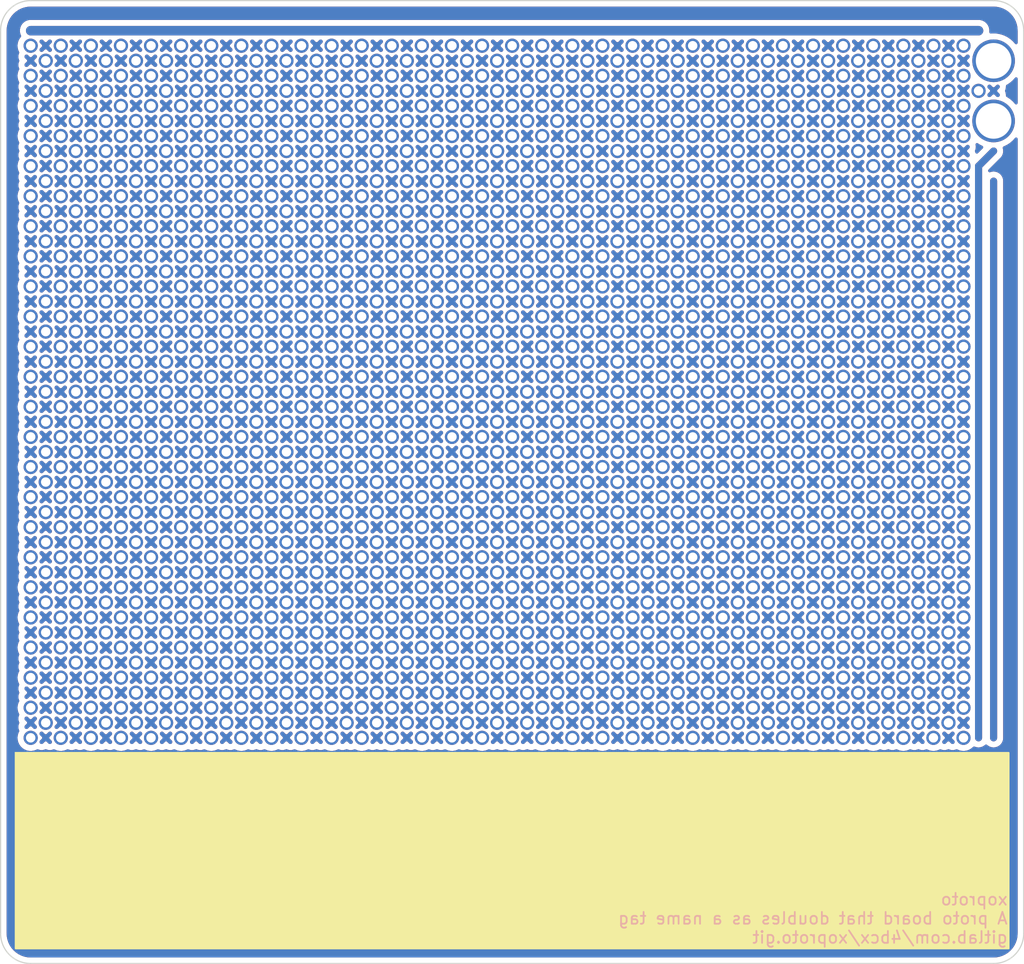
<source format=kicad_pcb>
(kicad_pcb (version 20211014) (generator pcbnew)
  (title_block (title "XOProto") (date "2022-10-19") (rev "A") (company "4b.cx"))
  (layers (0 "F.Cu" signal) (31 "B.Cu" signal) (36 "B.SilkS" user "B.Silkscreen") (37 "F.SilkS" user "F.Silkscreen") (38 "B.Mask" user) (39 "F.Mask" user) (44 "Edge.Cuts" user))
  (net 0 "")
  (footprint "xoproto:THPad_0.8_1.2" (layer "F.Cu") (at 127 92.71)
    (fp_text reference "REF**" hide)
    (fp_text value "THPin_0.8_1.2" hide)
  )
  (footprint "xoproto:THPad_0.8_1.2" (layer "F.Cu") (at 143.51 78.74)
    (fp_text reference "REF**" hide)
    (fp_text value "THPin_0.8_1.2" hide)
  )
  (footprint "xoproto:SMPad_X" (layer "F.Cu") (at 173.99 105.41)
    (fp_text reference "REF**" hide)
    (fp_text value "SMPad_X" hide)
  )
  (footprint "xoproto:THPad_0.8_1.2" (layer "F.Cu") (at 143.51 121.92)
    (fp_text reference "REF**" hide)
    (fp_text value "THPin_0.8_1.2" hide)
  )
  (footprint "xoproto:SMPad_X" (layer "F.Cu") (at 154.94 86.36)
    (fp_text reference "REF**" hide)
    (fp_text value "SMPad_X" hide)
  )
  (footprint "xoproto:SMPad_X" (layer "F.Cu") (at 161.29 77.47)
    (fp_text reference "REF**" hide)
    (fp_text value "SMPad_X" hide)
  )
  (footprint "xoproto:THPad_0.8_1.2" (layer "F.Cu") (at 118.11 93.98)
    (fp_text reference "REF**" hide)
    (fp_text value "THPin_0.8_1.2" hide)
  )
  (footprint "xoproto:THPad_0.8_1.2" (layer "F.Cu") (at 176.53 78.74)
    (fp_text reference "REF**" hide)
    (fp_text value "THPin_0.8_1.2" hide)
  )
  (footprint "xoproto:SMPad_X" (layer "F.Cu") (at 182.88 119.38)
    (fp_text reference "REF**" hide)
    (fp_text value "SMPad_X" hide)
  )
  (footprint "xoproto:THPad_0.8_1.2" (layer "F.Cu") (at 143.51 71.12)
    (fp_text reference "REF**" hide)
    (fp_text value "THPin_0.8_1.2" hide)
  )
  (footprint "xoproto:THPad_0.8_1.2" (layer "F.Cu") (at 143.51 88.9)
    (fp_text reference "REF**" hide)
    (fp_text value "THPin_0.8_1.2" hide)
  )
  (footprint "xoproto:SMPad_X" (layer "F.Cu") (at 184.15 77.47)
    (fp_text reference "REF**" hide)
    (fp_text value "SMPad_X" hide)
  )
  (footprint "xoproto:THPad_0.8_1.2" (layer "F.Cu") (at 176.53 76.2)
    (fp_text reference "REF**" hide)
    (fp_text value "THPin_0.8_1.2" hide)
  )
  (footprint "xoproto:THPad_0.8_1.2" (layer "F.Cu") (at 149.86 105.41)
    (fp_text reference "REF**" hide)
    (fp_text value "THPin_0.8_1.2" hide)
  )
  (footprint "xoproto:THPad_0.8_1.2" (layer "F.Cu") (at 168.91 119.38)
    (fp_text reference "REF**" hide)
    (fp_text value "THPin_0.8_1.2" hide)
  )
  (footprint "xoproto:SMPad_X" (layer "F.Cu") (at 106.68 81.28)
    (fp_text reference "REF**" hide)
    (fp_text value "SMPad_X" hide)
  )
  (footprint "xoproto:THPad_0.8_1.2" (layer "F.Cu") (at 170.18 90.17)
    (fp_text reference "REF**" hide)
    (fp_text value "THPin_0.8_1.2" hide)
  )
  (footprint "xoproto:THPad_0.8_1.2" (layer "F.Cu") (at 124.46 77.47)
    (fp_text reference "REF**" hide)
    (fp_text value "THPin_0.8_1.2" hide)
  )
  (footprint "xoproto:SMPad_X" (layer "F.Cu") (at 132.08 99.06)
    (fp_text reference "REF**" hide)
    (fp_text value "SMPad_X" hide)
  )
  (footprint "xoproto:SMPad_X" (layer "F.Cu") (at 154.94 101.6)
    (fp_text reference "REF**" hide)
    (fp_text value "SMPad_X" hide)
  )
  (footprint "xoproto:SMPad_X" (layer "F.Cu") (at 109.22 96.52)
    (fp_text reference "REF**" hide)
    (fp_text value "SMPad_X" hide)
  )
  (footprint "xoproto:THPad_0.8_1.2" (layer "F.Cu") (at 127 74.93)
    (fp_text reference "REF**" hide)
    (fp_text value "THPin_0.8_1.2" hide)
  )
  (footprint "xoproto:SMPad_X" (layer "F.Cu") (at 153.67 72.39)
    (fp_text reference "REF**" hide)
    (fp_text value "SMPad_X" hide)
  )
  (footprint "xoproto:SMPad_X" (layer "F.Cu") (at 143.51 69.85)
    (fp_text reference "REF**" hide)
    (fp_text value "SMPad_X" hide)
  )
  (footprint "xoproto:SMPad_X" (layer "F.Cu") (at 105.41 85.09)
    (fp_text reference "REF**" hide)
    (fp_text value "SMPad_X" hide)
  )
  (footprint "xoproto:THPad_0.8_1.2" (layer "F.Cu") (at 176.53 101.6)
    (fp_text reference "REF**" hide)
    (fp_text value "THPin_0.8_1.2" hide)
  )
  (footprint "xoproto:SMPad_X" (layer "F.Cu") (at 181.61 95.25)
    (fp_text reference "REF**" hide)
    (fp_text value "SMPad_X" hide)
  )
  (footprint "xoproto:THPad_0.8_1.2" (layer "F.Cu") (at 140.97 71.12)
    (fp_text reference "REF**" hide)
    (fp_text value "THPin_0.8_1.2" hide)
  )
  (footprint "xoproto:SMPad_X" (layer "F.Cu") (at 113.03 87.63)
    (fp_text reference "REF**" hide)
    (fp_text value "SMPad_X" hide)
  )
  (footprint "xoproto:SMPad_X" (layer "F.Cu") (at 121.92 73.66)
    (fp_text reference "REF**" hide)
    (fp_text value "SMPad_X" hide)
  )
  (footprint "xoproto:THPad_0.8_1.2" (layer "F.Cu") (at 135.89 111.76)
    (fp_text reference "REF**" hide)
    (fp_text value "THPin_0.8_1.2" hide)
  )
  (footprint "xoproto:THPad_0.8_1.2" (layer "F.Cu") (at 144.78 113.03)
    (fp_text reference "REF**" hide)
    (fp_text value "THPin_0.8_1.2" hide)
  )
  (footprint "xoproto:SMPad_X" (layer "F.Cu") (at 142.24 88.9)
    (fp_text reference "REF**" hide)
    (fp_text value "SMPad_X" hide)
  )
  (footprint "xoproto:THPad_0.8_1.2" (layer "F.Cu") (at 123.19 83.82)
    (fp_text reference "REF**" hide)
    (fp_text value "THPin_0.8_1.2" hide)
  )
  (footprint "xoproto:SMPad_X" (layer "F.Cu") (at 154.94 71.12)
    (fp_text reference "REF**" hide)
    (fp_text value "SMPad_X" hide)
  )
  (footprint "xoproto:SMPad_X" (layer "F.Cu") (at 132.08 73.66)
    (fp_text reference "REF**" hide)
    (fp_text value "SMPad_X" hide)
  )
  (footprint "xoproto:THPad_0.8_1.2" (layer "F.Cu") (at 167.64 97.79)
    (fp_text reference "REF**" hide)
    (fp_text value "THPin_0.8_1.2" hide)
  )
  (footprint "xoproto:SMPad_X" (layer "F.Cu") (at 133.35 102.87)
    (fp_text reference "REF**" hide)
    (fp_text value "SMPad_X" hide)
  )
  (footprint "xoproto:THPad_0.8_1.2" (layer "F.Cu") (at 135.89 99.06)
    (fp_text reference "REF**" hide)
    (fp_text value "THPin_0.8_1.2" hide)
  )
  (footprint "xoproto:THPad_0.8_1.2" (layer "F.Cu") (at 144.78 74.93)
    (fp_text reference "REF**" hide)
    (fp_text value "THPin_0.8_1.2" hide)
  )
  (footprint "xoproto:SMPad_X" (layer "F.Cu") (at 147.32 99.06)
    (fp_text reference "REF**" hide)
    (fp_text value "SMPad_X" hide)
  )
  (footprint "xoproto:SMPad_X" (layer "F.Cu") (at 142.24 121.92)
    (fp_text reference "REF**" hide)
    (fp_text value "SMPad_X" hide)
  )
  (footprint "xoproto:SMPad_X" (layer "F.Cu") (at 113.03 115.57)
    (fp_text reference "REF**" hide)
    (fp_text value "SMPad_X" hide)
  )
  (footprint "xoproto:THPad_0.8_1.2" (layer "F.Cu") (at 157.48 102.87)
    (fp_text reference "REF**" hide)
    (fp_text value "THPin_0.8_1.2" hide)
  )
  (footprint "xoproto:SMPad_X" (layer "F.Cu") (at 105.41 77.47)
    (fp_text reference "REF**" hide)
    (fp_text value "SMPad_X" hide)
  )
  (footprint "xoproto:SMPad_X" (layer "F.Cu") (at 119.38 121.92)
    (fp_text reference "REF**" hide)
    (fp_text value "SMPad_X" hide)
  )
  (footprint "xoproto:SMPad_X" (layer "F.Cu") (at 158.75 113.03)
    (fp_text reference "REF**" hide)
    (fp_text value "SMPad_X" hide)
  )
  (footprint "xoproto:SMPad_X" (layer "F.Cu") (at 175.26 88.9)
    (fp_text reference "REF**" hide)
    (fp_text value "SMPad_X" hide)
  )
  (footprint "xoproto:THPad_0.8_1.2" (layer "F.Cu") (at 162.56 123.19)
    (fp_text reference "REF**" hide)
    (fp_text value "THPin_0.8_1.2" hide)
  )
  (footprint "xoproto:SMPad_X" (layer "F.Cu") (at 163.83 95.25)
    (fp_text reference "REF**" hide)
    (fp_text value "SMPad_X" hide)
  )
  (footprint "xoproto:THPad_0.8_1.2" (layer "F.Cu") (at 113.03 104.14)
    (fp_text reference "REF**" hide)
    (fp_text value "THPin_0.8_1.2" hide)
  )
  (footprint "xoproto:THPad_0.8_1.2" (layer "F.Cu") (at 129.54 85.09)
    (fp_text reference "REF**" hide)
    (fp_text value "THPin_0.8_1.2" hide)
  )
  (footprint "xoproto:SMPad_X" (layer "F.Cu") (at 157.48 96.52)
    (fp_text reference "REF**" hide)
    (fp_text value "SMPad_X" hide)
  )
  (footprint "xoproto:SMPad_X" (layer "F.Cu") (at 105.41 80.01)
    (fp_text reference "REF**" hide)
    (fp_text value "SMPad_X" hide)
  )
  (footprint "xoproto:SMPad_X" (layer "F.Cu") (at 163.83 115.57)
    (fp_text reference "REF**" hide)
    (fp_text value "SMPad_X" hide)
  )
  (footprint "xoproto:SMPad_X" (layer "F.Cu") (at 119.38 96.52)
    (fp_text reference "REF**" hide)
    (fp_text value "SMPad_X" hide)
  )
  (footprint "xoproto:SMPad_X" (layer "F.Cu") (at 156.21 69.85)
    (fp_text reference "REF**" hide)
    (fp_text value "SMPad_X" hide)
  )
  (footprint "xoproto:SMPad_X" (layer "F.Cu") (at 144.78 78.74)
    (fp_text reference "REF**" hide)
    (fp_text value "SMPad_X" hide)
  )
  (footprint "xoproto:THPad_0.8_1.2" (layer "F.Cu") (at 171.45 101.6)
    (fp_text reference "REF**" hide)
    (fp_text value "THPin_0.8_1.2" hide)
  )
  (footprint "xoproto:SMPad_X" (layer "F.Cu") (at 125.73 113.03)
    (fp_text reference "REF**" hide)
    (fp_text value "SMPad_X" hide)
  )
  (footprint "xoproto:SMPad_X" (layer "F.Cu") (at 179.07 125.73)
    (fp_text reference "REF**" hide)
    (fp_text value "SMPad_X" hide)
  )
  (footprint "xoproto:THPad_0.8_1.2" (layer "F.Cu") (at 160.02 90.17)
    (fp_text reference "REF**" hide)
    (fp_text value "THPin_0.8_1.2" hide)
  )
  (footprint "xoproto:SMPad_X" (layer "F.Cu") (at 130.81 69.85)
    (fp_text reference "REF**" hide)
    (fp_text value "SMPad_X" hide)
  )
  (footprint "xoproto:SMPad_X" (layer "F.Cu") (at 139.7 124.46)
    (fp_text reference "REF**" hide)
    (fp_text value "SMPad_X" hide)
  )
  (footprint "xoproto:SMPad_X" (layer "F.Cu") (at 109.22 109.22)
    (fp_text reference "REF**" hide)
    (fp_text value "SMPad_X" hide)
  )
  (footprint "xoproto:SMPad_X" (layer "F.Cu") (at 179.07 90.17)
    (fp_text reference "REF**" hide)
    (fp_text value "SMPad_X" hide)
  )
  (footprint "xoproto:THPad_0.8_1.2" (layer "F.Cu") (at 105.41 96.52)
    (fp_text reference "REF**" hide)
    (fp_text value "THPin_0.8_1.2" hide)
  )
  (footprint "xoproto:THPad_0.8_1.2" (layer "F.Cu") (at 172.72 80.01)
    (fp_text reference "REF**" hide)
    (fp_text value "THPin_0.8_1.2" hide)
  )
  (footprint "xoproto:THPad_0.8_1.2" (layer "F.Cu") (at 116.84 74.93)
    (fp_text reference "REF**" hide)
    (fp_text value "THPin_0.8_1.2" hide)
  )
  (footprint "xoproto:SMPad_X" (layer "F.Cu") (at 139.7 121.92)
    (fp_text reference "REF**" hide)
    (fp_text value "SMPad_X" hide)
  )
  (footprint "xoproto:SMPad_X" (layer "F.Cu") (at 116.84 99.06)
    (fp_text reference "REF**" hide)
    (fp_text value "SMPad_X" hide)
  )
  (footprint "xoproto:SMPad_X" (layer "F.Cu") (at 175.26 81.28)
    (fp_text reference "REF**" hide)
    (fp_text value "SMPad_X" hide)
  )
  (footprint "xoproto:SMPad_X" (layer "F.Cu") (at 176.53 97.79)
    (fp_text reference "REF**" hide)
    (fp_text value "SMPad_X" hide)
  )
  (footprint "xoproto:THPad_0.8_1.2" (layer "F.Cu") (at 157.48 72.39)
    (fp_text reference "REF**" hide)
    (fp_text value "THPin_0.8_1.2" hide)
  )
  (footprint "xoproto:SMPad_X" (layer "F.Cu") (at 180.34 119.38)
    (fp_text reference "REF**" hide)
    (fp_text value "SMPad_X" hide)
  )
  (footprint "xoproto:THPad_0.8_1.2" (layer "F.Cu") (at 132.08 97.79)
    (fp_text reference "REF**" hide)
    (fp_text value "THPin_0.8_1.2" hide)
  )
  (footprint "xoproto:SMPad_X" (layer "F.Cu") (at 105.41 100.33)
    (fp_text reference "REF**" hide)
    (fp_text value "SMPad_X" hide)
  )
  (footprint "xoproto:THPad_0.8_1.2" (layer "F.Cu") (at 115.57 109.22)
    (fp_text reference "REF**" hide)
    (fp_text value "THPin_0.8_1.2" hide)
  )
  (footprint "xoproto:SMPad_X" (layer "F.Cu") (at 149.86 114.3)
    (fp_text reference "REF**" hide)
    (fp_text value "SMPad_X" hide)
  )
  (footprint "xoproto:SMPad_X" (layer "F.Cu") (at 160.02 101.6)
    (fp_text reference "REF**" hide)
    (fp_text value "SMPad_X" hide)
  )
  (footprint "xoproto:THPad_0.8_1.2" (layer "F.Cu") (at 181.61 101.6)
    (fp_text reference "REF**" hide)
    (fp_text value "THPin_0.8_1.2" hide)
  )
  (footprint "xoproto:THPad_0.8_1.2" (layer "F.Cu") (at 120.65 96.52)
    (fp_text reference "REF**" hide)
    (fp_text value "THPin_0.8_1.2" hide)
  )
  (footprint "xoproto:THPad_0.8_1.2" (layer "F.Cu") (at 156.21 106.68)
    (fp_text reference "REF**" hide)
    (fp_text value "THPin_0.8_1.2" hide)
  )
  (footprint "xoproto:THPad_0.8_1.2" (layer "F.Cu") (at 160.02 80.01)
    (fp_text reference "REF**" hide)
    (fp_text value "THPin_0.8_1.2" hide)
  )
  (footprint "xoproto:SMPad_X" (layer "F.Cu") (at 179.07 102.87)
    (fp_text reference "REF**" hide)
    (fp_text value "SMPad_X" hide)
  )
  (footprint "xoproto:SMPad_X" (layer "F.Cu") (at 167.64 109.22)
    (fp_text reference "REF**" hide)
    (fp_text value "SMPad_X" hide)
  )
  (footprint "xoproto:THPad_0.8_1.2" (layer "F.Cu") (at 172.72 107.95)
    (fp_text reference "REF**" hide)
    (fp_text value "THPin_0.8_1.2" hide)
  )
  (footprint "xoproto:SMPad_X" (layer "F.Cu") (at 160.02 106.68)
    (fp_text reference "REF**" hide)
    (fp_text value "SMPad_X" hide)
  )
  (footprint "xoproto:SMPad_X" (layer "F.Cu") (at 157.48 101.6)
    (fp_text reference "REF**" hide)
    (fp_text value "SMPad_X" hide)
  )
  (footprint "xoproto:SMPad_X" (layer "F.Cu") (at 133.35 80.01)
    (fp_text reference "REF**" hide)
    (fp_text value "SMPad_X" hide)
  )
  (footprint "xoproto:THPad_0.8_1.2" (layer "F.Cu") (at 113.03 86.36)
    (fp_text reference "REF**" hide)
    (fp_text value "THPin_0.8_1.2" hide)
  )
  (footprint "xoproto:SMPad_X" (layer "F.Cu") (at 110.49 118.11)
    (fp_text reference "REF**" hide)
    (fp_text value "SMPad_X" hide)
  )
  (footprint "xoproto:THPad_0.8_1.2" (layer "F.Cu") (at 120.65 99.06)
    (fp_text reference "REF**" hide)
    (fp_text value "THPin_0.8_1.2" hide)
  )
  (footprint "xoproto:THPad_0.8_1.2" (layer "F.Cu") (at 152.4 72.39)
    (fp_text reference "REF**" hide)
    (fp_text value "THPin_0.8_1.2" hide)
  )
  (footprint "xoproto:THPad_0.8_1.2" (layer "F.Cu") (at 132.08 92.71)
    (fp_text reference "REF**" hide)
    (fp_text value "THPin_0.8_1.2" hide)
  )
  (footprint "xoproto:THPad_0.8_1.2" (layer "F.Cu") (at 177.8 92.71)
    (fp_text reference "REF**" hide)
    (fp_text value "THPin_0.8_1.2" hide)
  )
  (footprint "xoproto:SMPad_X" (layer "F.Cu") (at 107.95 92.71)
    (fp_text reference "REF**" hide)
    (fp_text value "SMPad_X" hide)
  )
  (footprint "xoproto:THPad_0.8_1.2" (layer "F.Cu") (at 162.56 74.93)
    (fp_text reference "REF**" hide)
    (fp_text value "THPin_0.8_1.2" hide)
  )
  (footprint "xoproto:THPad_0.8_1.2" (layer "F.Cu") (at 120.65 76.2)
    (fp_text reference "REF**" hide)
    (fp_text value "THPin_0.8_1.2" hide)
  )
  (footprint "xoproto:SMPad_X" (layer "F.Cu") (at 114.3 124.46)
    (fp_text reference "REF**" hide)
    (fp_text value "SMPad_X" hide)
  )
  (footprint "xoproto:THPad_0.8_1.2" (layer "F.Cu") (at 168.91 78.74)
    (fp_text reference "REF**" hide)
    (fp_text value "THPin_0.8_1.2" hide)
  )
  (footprint "xoproto:THPad_0.8_1.2" (layer "F.Cu") (at 123.19 73.66)
    (fp_text reference "REF**" hide)
    (fp_text value "THPin_0.8_1.2" hide)
  )
  (footprint "xoproto:SMPad_X" (layer "F.Cu") (at 129.54 127)
    (fp_text reference "REF**" hide)
    (fp_text value "SMPad_X" hide)
  )
  (footprint "xoproto:THPad_0.8_1.2" (layer "F.Cu") (at 128.27 78.74)
    (fp_text reference "REF**" hide)
    (fp_text value "THPin_0.8_1.2" hide)
  )
  (footprint "xoproto:SMPad_X" (layer "F.Cu") (at 132.08 114.3)
    (fp_text reference "REF**" hide)
    (fp_text value "SMPad_X" hide)
  )
  (footprint "xoproto:THPad_0.8_1.2" (layer "F.Cu") (at 173.99 93.98)
    (fp_text reference "REF**" hide)
    (fp_text value "THPin_0.8_1.2" hide)
  )
  (footprint "xoproto:SMPad_X" (layer "F.Cu") (at 138.43 72.39)
    (fp_text reference "REF**" hide)
    (fp_text value "SMPad_X" hide)
  )
  (footprint "xoproto:SMPad_X" (layer "F.Cu") (at 135.89 85.09)
    (fp_text reference "REF**" hide)
    (fp_text value "SMPad_X" hide)
  )
  (footprint "xoproto:THPad_0.8_1.2" (layer "F.Cu") (at 167.64 82.55)
    (fp_text reference "REF**" hide)
    (fp_text value "THPin_0.8_1.2" hide)
  )
  (footprint "xoproto:THPad_0.8_1.2" (layer "F.Cu") (at 106.68 77.47)
    (fp_text reference "REF**" hide)
    (fp_text value "THPin_0.8_1.2" hide)
  )
  (footprint "xoproto:SMPad_X" (layer "F.Cu") (at 184.15 85.09)
    (fp_text reference "REF**" hide)
    (fp_text value "SMPad_X" hide)
  )
  (footprint "xoproto:SMPad_X" (layer "F.Cu") (at 109.22 93.98)
    (fp_text reference "REF**" hide)
    (fp_text value "SMPad_X" hide)
  )
  (footprint "xoproto:SMPad_X" (layer "F.Cu") (at 137.16 99.06)
    (fp_text reference "REF**" hide)
    (fp_text value "SMPad_X" hide)
  )
  (footprint "xoproto:SMPad_X" (layer "F.Cu") (at 172.72 119.38)
    (fp_text reference "REF**" hide)
    (fp_text value "SMPad_X" hide)
  )
  (footprint "xoproto:SMPad_X" (layer "F.Cu") (at 139.7 86.36)
    (fp_text reference "REF**" hide)
    (fp_text value "SMPad_X" hide)
  )
  (footprint "xoproto:SMPad_X" (layer "F.Cu") (at 172.72 99.06)
    (fp_text reference "REF**" hide)
    (fp_text value "SMPad_X" hide)
  )
  (footprint "xoproto:SMPad_X" (layer "F.Cu") (at 137.16 109.22)
    (fp_text reference "REF**" hide)
    (fp_text value "SMPad_X" hide)
  )
  (footprint "xoproto:SMPad_X" (layer "F.Cu") (at 121.92 91.44)
    (fp_text reference "REF**" hide)
    (fp_text value "SMPad_X" hide)
  )
  (footprint "xoproto:SMPad_X" (layer "F.Cu") (at 175.26 114.3)
    (fp_text reference "REF**" hide)
    (fp_text value "SMPad_X" hide)
  )
  (footprint "xoproto:SMPad_X" (layer "F.Cu") (at 120.65 123.19)
    (fp_text reference "REF**" hide)
    (fp_text value "SMPad_X" hide)
  )
  (footprint "xoproto:THPad_0.8_1.2" (layer "F.Cu") (at 157.48 120.65)
    (fp_text reference "REF**" hide)
    (fp_text value "THPin_0.8_1.2" hide)
  )
  (footprint "xoproto:THPad_0.8_1.2" (layer "F.Cu") (at 166.37 121.92)
    (fp_text reference "REF**" hide)
    (fp_text value "THPin_0.8_1.2" hide)
  )
  (footprint "xoproto:SMPad_X" (layer "F.Cu") (at 167.64 71.12)
    (fp_text reference "REF**" hide)
    (fp_text value "SMPad_X" hide)
  )
  (footprint "xoproto:THPad_0.8_1.2" (layer "F.Cu") (at 158.75 96.52)
    (fp_text reference "REF**" hide)
    (fp_text value "THPin_0.8_1.2" hide)
  )
  (footprint "xoproto:THPad_0.8_1.2" (layer "F.Cu") (at 139.7 85.09)
    (fp_text reference "REF**" hide)
    (fp_text value "THPin_0.8_1.2" hide)
  )
  (footprint "xoproto:SMPad_X" (layer "F.Cu") (at 170.18 99.06)
    (fp_text reference "REF**" hide)
    (fp_text value "SMPad_X" hide)
  )
  (footprint "xoproto:THPad_0.8_1.2" (layer "F.Cu") (at 165.1 120.65)
    (fp_text reference "REF**" hide)
    (fp_text value "THPin_0.8_1.2" hide)
  )
  (footprint "xoproto:SMPad_X" (layer "F.Cu") (at 180.34 91.44)
    (fp_text reference "REF**" hide)
    (fp_text value "SMPad_X" hide)
  )
  (footprint "xoproto:THPad_0.8_1.2" (layer "F.Cu") (at 125.73 111.76)
    (fp_text reference "REF**" hide)
    (fp_text value "THPin_0.8_1.2" hide)
  )
  (footprint "xoproto:THPad_0.8_1.2" (layer "F.Cu") (at 144.78 120.65)
    (fp_text reference "REF**" hide)
    (fp_text value "THPin_0.8_1.2" hide)
  )
  (footprint "xoproto:SMPad_X" (layer "F.Cu") (at 127 121.92)
    (fp_text reference "REF**" hide)
    (fp_text value "SMPad_X" hide)
  )
  (footprint "xoproto:SMPad_X" (layer "F.Cu") (at 172.72 76.2)
    (fp_text reference "REF**" hide)
    (fp_text value "SMPad_X" hide)
  )
  (footprint "xoproto:THPad_0.8_1.2" (layer "F.Cu") (at 135.89 114.3)
    (fp_text reference "REF**" hide)
    (fp_text value "THPin_0.8_1.2" hide)
  )
  (footprint "xoproto:SMPad_X" (layer "F.Cu") (at 128.27 120.65)
    (fp_text reference "REF**" hide)
    (fp_text value "SMPad_X" hide)
  )
  (footprint "xoproto:THPad_0.8_1.2" (layer "F.Cu") (at 148.59 83.82)
    (fp_text reference "REF**" hide)
    (fp_text value "THPin_0.8_1.2" hide)
  )
  (footprint "xoproto:SMPad_X" (layer "F.Cu") (at 113.03 102.87)
    (fp_text reference "REF**" hide)
    (fp_text value "SMPad_X" hide)
  )
  (footprint "xoproto:SMPad_X" (layer "F.Cu") (at 111.76 119.38)
    (fp_text reference "REF**" hide)
    (fp_text value "SMPad_X" hide)
  )
  (footprint "xoproto:THPad_0.8_1.2" (layer "F.Cu") (at 133.35 83.82)
    (fp_text reference "REF**" hide)
    (fp_text value "THPin_0.8_1.2" hide)
  )
  (footprint "xoproto:THPad_0.8_1.2" (layer "F.Cu") (at 154.94 107.95)
    (fp_text reference "REF**" hide)
    (fp_text value "THPin_0.8_1.2" hide)
  )
  (footprint "xoproto:THPad_0.8_1.2" (layer "F.Cu") (at 106.68 72.39)
    (fp_text reference "REF**" hide)
    (fp_text value "THPin_0.8_1.2" hide)
  )
  (footprint "xoproto:SMPad_X" (layer "F.Cu") (at 177.8 76.2)
    (fp_text reference "REF**" hide)
    (fp_text value "SMPad_X" hide)
  )
  (footprint "xoproto:SMPad_X" (layer "F.Cu") (at 166.37 97.79)
    (fp_text reference "REF**" hide)
    (fp_text value "SMPad_X" hide)
  )
  (footprint "xoproto:THPad_0.8_1.2" (layer "F.Cu") (at 156.21 71.12)
    (fp_text reference "REF**" hide)
    (fp_text value "THPin_0.8_1.2" hide)
  )
  (footprint "xoproto:SMPad_X" (layer "F.Cu") (at 153.67 125.73)
    (fp_text reference "REF**" hide)
    (fp_text value "SMPad_X" hide)
  )
  (footprint "xoproto:THPad_0.8_1.2" (layer "F.Cu") (at 156.21 116.84)
    (fp_text reference "REF**" hide)
    (fp_text value "THPin_0.8_1.2" hide)
  )
  (footprint "xoproto:THPad_0.8_1.2" (layer "F.Cu") (at 171.45 81.28)
    (fp_text reference "REF**" hide)
    (fp_text value "THPin_0.8_1.2" hide)
  )
  (footprint "xoproto:SMPad_X" (layer "F.Cu") (at 161.29 102.87)
    (fp_text reference "REF**" hide)
    (fp_text value "SMPad_X" hide)
  )
  (footprint "xoproto:SMPad_X" (layer "F.Cu") (at 184.15 115.57)
    (fp_text reference "REF**" hide)
    (fp_text value "SMPad_X" hide)
  )
  (footprint "xoproto:THPad_0.8_1.2" (layer "F.Cu") (at 134.62 115.57)
    (fp_text reference "REF**" hide)
    (fp_text value "THPin_0.8_1.2" hide)
  )
  (footprint "xoproto:THPad_0.8_1.2" (layer "F.Cu") (at 120.65 109.22)
    (fp_text reference "REF**" hide)
    (fp_text value "THPin_0.8_1.2" hide)
  )
  (footprint "xoproto:THPad_0.8_1.2" (layer "F.Cu") (at 168.91 109.22)
    (fp_text reference "REF**" hide)
    (fp_text value "THPin_0.8_1.2" hide)
  )
  (footprint "xoproto:SMPad_X" (layer "F.Cu") (at 170.18 73.66)
    (fp_text reference "REF**" hide)
    (fp_text value "SMPad_X" hide)
  )
  (footprint "xoproto:SMPad_X" (layer "F.Cu") (at 184.15 105.41)
    (fp_text reference "REF**" hide)
    (fp_text value "SMPad_X" hide)
  )
  (footprint "xoproto:SMPad_X" (layer "F.Cu") (at 109.22 88.9)
    (fp_text reference "REF**" hide)
    (fp_text value "SMPad_X" hide)
  )
  (footprint "xoproto:SMPad_X" (layer "F.Cu") (at 171.45 118.11)
    (fp_text reference "REF**" hide)
    (fp_text value "SMPad_X" hide)
  )
  (footprint "xoproto:SMPad_X" (layer "F.Cu") (at 134.62 121.92)
    (fp_text reference "REF**" hide)
    (fp_text value "SMPad_X" hide)
  )
  (footprint "xoproto:THPad_0.8_1.2" (layer "F.Cu") (at 106.68 125.73)
    (fp_text reference "REF**" hide)
    (fp_text value "THPin_0.8_1.2" hide)
  )
  (footprint "xoproto:SMPad_X" (layer "F.Cu") (at 125.73 80.01)
    (fp_text reference "REF**" hide)
    (fp_text value "SMPad_X" hide)
  )
  (footprint "xoproto:THPad_0.8_1.2" (layer "F.Cu") (at 137.16 113.03)
    (fp_text reference "REF**" hide)
    (fp_text value "THPin_0.8_1.2" hide)
  )
  (footprint "xoproto:SMPad_X" (layer "F.Cu") (at 119.38 68.58)
    (fp_text reference "REF**" hide)
    (fp_text value "SMPad_X" hide)
  )
  (footprint "xoproto:THPad_0.8_1.2" (layer "F.Cu") (at 166.37 83.82)
    (fp_text reference "REF**" hide)
    (fp_text value "THPin_0.8_1.2" hide)
  )
  (footprint "xoproto:SMPad_X" (layer "F.Cu") (at 151.13 113.03)
    (fp_text reference "REF**" hide)
    (fp_text value "SMPad_X" hide)
  )
  (footprint "xoproto:SMPad_X" (layer "F.Cu") (at 171.45 105.41)
    (fp_text reference "REF**" hide)
    (fp_text value "SMPad_X" hide)
  )
  (footprint "xoproto:SMPad_X" (layer "F.Cu") (at 181.61 77.47)
    (fp_text reference "REF**" hide)
    (fp_text value "SMPad_X" hide)
  )
  (footprint "xoproto:THPad_0.8_1.2" (layer "F.Cu") (at 166.37 111.76)
    (fp_text reference "REF**" hide)
    (fp_text value "THPin_0.8_1.2" hide)
  )
  (footprint "xoproto:SMPad_X" (layer "F.Cu") (at 123.19 118.11)
    (fp_text reference "REF**" hide)
    (fp_text value "SMPad_X" hide)
  )
  (footprint "xoproto:SMPad_X" (layer "F.Cu") (at 144.78 99.06)
    (fp_text reference "REF**" hide)
    (fp_text value "SMPad_X" hide)
  )
  (footprint "xoproto:THPad_0.8_1.2" (layer "F.Cu") (at 128.27 91.44)
    (fp_text reference "REF**" hide)
    (fp_text value "THPin_0.8_1.2" hide)
  )
  (footprint "xoproto:THPad_0.8_1.2" (layer "F.Cu") (at 181.61 114.3)
    (fp_text reference "REF**" hide)
    (fp_text value "THPin_0.8_1.2" hide)
  )
  (footprint "xoproto:THPad_0.8_1.2" (layer "F.Cu") (at 156.21 68.58)
    (fp_text reference "REF**" hide)
    (fp_text value "THPin_0.8_1.2" hide)
  )
  (footprint "xoproto:SMPad_X" (layer "F.Cu") (at 135.89 72.39)
    (fp_text reference "REF**" hide)
    (fp_text value "SMPad_X" hide)
  )
  (footprint "xoproto:THPad_0.8_1.2" (layer "F.Cu") (at 153.67 68.58)
    (fp_text reference "REF**" hide)
    (fp_text value "THPin_0.8_1.2" hide)
  )
  (footprint "xoproto:THPad_0.8_1.2" (layer "F.Cu") (at 130.81 99.06)
    (fp_text reference "REF**" hide)
    (fp_text value "THPin_0.8_1.2" hide)
  )
  (footprint "xoproto:SMPad_X" (layer "F.Cu") (at 106.68 99.06)
    (fp_text reference "REF**" hide)
    (fp_text value "SMPad_X" hide)
  )
  (footprint "xoproto:THPad_0.8_1.2" (layer "F.Cu") (at 172.72 82.55)
    (fp_text reference "REF**" hide)
    (fp_text value "THPin_0.8_1.2" hide)
  )
  (footprint "xoproto:THPad_0.8_1.2" (layer "F.Cu") (at 138.43 116.84)
    (fp_text reference "REF**" hide)
    (fp_text value "THPin_0.8_1.2" hide)
  )
  (footprint "xoproto:THPad_0.8_1.2" (layer "F.Cu") (at 152.4 105.41)
    (fp_text reference "REF**" hide)
    (fp_text value "THPin_0.8_1.2" hide)
  )
  (footprint "xoproto:SMPad_X" (layer "F.Cu") (at 182.88 116.84)
    (fp_text reference "REF**" hide)
    (fp_text value "SMPad_X" hide)
  )
  (footprint "xoproto:THPad_0.8_1.2" (layer "F.Cu") (at 182.88 110.49)
    (fp_text reference "REF**" hide)
    (fp_text value "THPin_0.8_1.2" hide)
  )
  (footprint "xoproto:SMPad_X" (layer "F.Cu") (at 162.56 73.66)
    (fp_text reference "REF**" hide)
    (fp_text value "SMPad_X" hide)
  )
  (footprint "xoproto:SMPad_X" (layer "F.Cu") (at 147.32 91.44)
    (fp_text reference "REF**" hide)
    (fp_text value "SMPad_X" hide)
  )
  (footprint "xoproto:SMPad_X" (layer "F.Cu") (at 118.11 87.63)
    (fp_text reference "REF**" hide)
    (fp_text value "SMPad_X" hide)
  )
  (footprint "xoproto:SMPad_X" (layer "F.Cu") (at 170.18 109.22)
    (fp_text reference "REF**" hide)
    (fp_text value "SMPad_X" hide)
  )
  (footprint "xoproto:THPad_0.8_1.2" (layer "F.Cu") (at 135.89 86.36)
    (fp_text reference "REF**" hide)
    (fp_text value "THPin_0.8_1.2" hide)
  )
  (footprint "xoproto:SMPad_X" (layer "F.Cu") (at 157.48 73.66)
    (fp_text reference "REF**" hide)
    (fp_text value "SMPad_X" hide)
  )
  (footprint "xoproto:THPad_0.8_1.2" (layer "F.Cu") (at 163.83 121.92)
    (fp_text reference "REF**" hide)
    (fp_text value "THPin_0.8_1.2" hide)
  )
  (footprint "xoproto:THPad_0.8_1.2" (layer "F.Cu") (at 132.08 113.03)
    (fp_text reference "REF**" hide)
    (fp_text value "THPin_0.8_1.2" hide)
  )
  (footprint "xoproto:SMPad_X" (layer "F.Cu") (at 107.95 113.03)
    (fp_text reference "REF**" hide)
    (fp_text value "SMPad_X" hide)
  )
  (footprint "xoproto:SMPad_X" (layer "F.Cu") (at 134.62 96.52)
    (fp_text reference "REF**" hide)
    (fp_text value "SMPad_X" hide)
  )
  (footprint "xoproto:SMPad_X" (layer "F.Cu") (at 125.73 95.25)
    (fp_text reference "REF**" hide)
    (fp_text value "SMPad_X" hide)
  )
  (footprint "xoproto:THPad_0.8_1.2" (layer "F.Cu") (at 144.78 110.49)
    (fp_text reference "REF**" hide)
    (fp_text value "THPin_0.8_1.2" hide)
  )
  (footprint "xoproto:SMPad_X" (layer "F.Cu") (at 116.84 124.46)
    (fp_text reference "REF**" hide)
    (fp_text value "SMPad_X" hide)
  )
  (footprint "xoproto:SMPad_X" (layer "F.Cu") (at 172.72 68.58)
    (fp_text reference "REF**" hide)
    (fp_text value "SMPad_X" hide)
  )
  (footprint "xoproto:SMPad_X" (layer "F.Cu") (at 147.32 73.66)
    (fp_text reference "REF**" hide)
    (fp_text value "SMPad_X" hide)
  )
  (footprint "xoproto:SMPad_X" (layer "F.Cu") (at 149.86 91.44)
    (fp_text reference "REF**" hide)
    (fp_text value "SMPad_X" hide)
  )
  (footprint "xoproto:THPad_0.8_1.2" (layer "F.Cu") (at 127 72.39)
    (fp_text reference "REF**" hide)
    (fp_text value "THPin_0.8_1.2" hide)
  )
  (footprint "xoproto:SMPad_X" (layer "F.Cu") (at 151.13 77.47)
    (fp_text reference "REF**" hide)
    (fp_text value "SMPad_X" hide)
  )
  (footprint "xoproto:THPad_0.8_1.2" (layer "F.Cu") (at 163.83 116.84)
    (fp_text reference "REF**" hide)
    (fp_text value "THPin_0.8_1.2" hide)
  )
  (footprint "xoproto:SMPad_X" (layer "F.Cu") (at 173.99 80.01)
    (fp_text reference "REF**" hide)
    (fp_text value "SMPad_X" hide)
  )
  (footprint "xoproto:THPad_0.8_1.2" (layer "F.Cu") (at 132.08 87.63)
    (fp_text reference "REF**" hide)
    (fp_text value "THPin_0.8_1.2" hide)
  )
  (footprint "xoproto:THPad_0.8_1.2" (layer "F.Cu") (at 135.89 88.9)
    (fp_text reference "REF**" hide)
    (fp_text value "THPin_0.8_1.2" hide)
  )
  (footprint "xoproto:THPad_0.8_1.2" (layer "F.Cu") (at 129.54 118.11)
    (fp_text reference "REF**" hide)
    (fp_text value "THPin_0.8_1.2" hide)
  )
  (footprint "xoproto:SMPad_X" (layer "F.Cu") (at 114.3 88.9)
    (fp_text reference "REF**" hide)
    (fp_text value "SMPad_X" hide)
  )
  (footprint "xoproto:THPad_0.8_1.2" (layer "F.Cu") (at 143.51 114.3)
    (fp_text reference "REF**" hide)
    (fp_text value "THPin_0.8_1.2" hide)
  )
  (footprint "xoproto:SMPad_X" (layer "F.Cu") (at 134.62 101.6)
    (fp_text reference "REF**" hide)
    (fp_text value "SMPad_X" hide)
  )
  (footprint "xoproto:SMPad_X" (layer "F.Cu") (at 157.48 116.84)
    (fp_text reference "REF**" hide)
    (fp_text value "SMPad_X" hide)
  )
  (footprint "xoproto:THPad_0.8_1.2" (layer "F.Cu") (at 148.59 81.28)
    (fp_text reference "REF**" hide)
    (fp_text value "THPin_0.8_1.2" hide)
  )
  (footprint "xoproto:SMPad_X" (layer "F.Cu") (at 140.97 120.65)
    (fp_text reference "REF**" hide)
    (fp_text value "SMPad_X" hide)
  )
  (footprint "xoproto:THPad_0.8_1.2" (layer "F.Cu") (at 165.1 87.63)
    (fp_text reference "REF**" hide)
    (fp_text value "THPin_0.8_1.2" hide)
  )
  (footprint "xoproto:SMPad_X" (layer "F.Cu") (at 127 78.74)
    (fp_text reference "REF**" hide)
    (fp_text value "SMPad_X" hide)
  )
  (footprint "xoproto:SMPad_X" (layer "F.Cu") (at 161.29 72.39)
    (fp_text reference "REF**" hide)
    (fp_text value "SMPad_X" hide)
  )
  (footprint "xoproto:THPad_0.8_1.2" (layer "F.Cu") (at 134.62 87.63)
    (fp_text reference "REF**" hide)
    (fp_text value "THPin_0.8_1.2" hide)
  )
  (footprint "xoproto:THPad_0.8_1.2" (layer "F.Cu") (at 160.02 102.87)
    (fp_text reference "REF**" hide)
    (fp_text value "THPin_0.8_1.2" hide)
  )
  (footprint "xoproto:SMPad_X" (layer "F.Cu") (at 175.26 116.84)
    (fp_text reference "REF**" hide)
    (fp_text value "SMPad_X" hide)
  )
  (footprint "xoproto:SMPad_X" (layer "F.Cu") (at 148.59 95.25)
    (fp_text reference "REF**" hide)
    (fp_text value "SMPad_X" hide)
  )
  (footprint "xoproto:THPad_0.8_1.2" (layer "F.Cu") (at 139.7 102.87)
    (fp_text reference "REF**" hide)
    (fp_text value "THPin_0.8_1.2" hide)
  )
  (footprint "xoproto:THPad_0.8_1.2" (layer "F.Cu") (at 121.92 115.57)
    (fp_text reference "REF**" hide)
    (fp_text value "THPin_0.8_1.2" hide)
  )
  (footprint "xoproto:THPad_0.8_1.2" (layer "F.Cu") (at 114.3 74.93)
    (fp_text reference "REF**" hide)
    (fp_text value "THPin_0.8_1.2" hide)
  )
  (footprint "xoproto:SMPad_X" (layer "F.Cu") (at 127 91.44)
    (fp_text reference "REF**" hide)
    (fp_text value "SMPad_X" hide)
  )
  (footprint "xoproto:SMPad_X" (layer "F.Cu") (at 157.48 121.92)
    (fp_text reference "REF**" hide)
    (fp_text value "SMPad_X" hide)
  )
  (footprint "xoproto:SMPad_X" (layer "F.Cu") (at 151.13 97.79)
    (fp_text reference "REF**" hide)
    (fp_text value "SMPad_X" hide)
  )
  (footprint "xoproto:THPad_0.8_1.2" (layer "F.Cu") (at 171.45 114.3)
    (fp_text reference "REF**" hide)
    (fp_text value "THPin_0.8_1.2" hide)
  )
  (footprint "xoproto:SMPad_X" (layer "F.Cu") (at 153.67 120.65)
    (fp_text reference "REF**" hide)
    (fp_text value "SMPad_X" hide)
  )
  (footprint "xoproto:SMPad_X" (layer "F.Cu") (at 135.89 92.71)
    (fp_text reference "REF**" hide)
    (fp_text value "SMPad_X" hide)
  )
  (footprint "xoproto:THPad_0.8_1.2" (layer "F.Cu") (at 176.53 86.36)
    (fp_text reference "REF**" hide)
    (fp_text value "THPin_0.8_1.2" hide)
  )
  (footprint "xoproto:SMPad_X" (layer "F.Cu") (at 116.84 83.82)
    (fp_text reference "REF**" hide)
    (fp_text value "SMPad_X" hide)
  )
  (footprint "xoproto:THPad_0.8_1.2" (layer "F.Cu") (at 133.35 109.22)
    (fp_text reference "REF**" hide)
    (fp_text value "THPin_0.8_1.2" hide)
  )
  (footprint "xoproto:SMPad_X" (layer "F.Cu") (at 120.65 120.65)
    (fp_text reference "REF**" hide)
    (fp_text value "SMPad_X" hide)
  )
  (footprint "xoproto:THPad_0.8_1.2" (layer "F.Cu") (at 166.37 101.6)
    (fp_text reference "REF**" hide)
    (fp_text value "THPin_0.8_1.2" hide)
  )
  (footprint "xoproto:SMPad_X" (layer "F.Cu") (at 133.35 82.55)
    (fp_text reference "REF**" hide)
    (fp_text value "SMPad_X" hide)
  )
  (footprint "xoproto:SMPad_X" (layer "F.Cu") (at 139.7 109.22)
    (fp_text reference "REF**" hide)
    (fp_text value "SMPad_X" hide)
  )
  (footprint "xoproto:SMPad_X" (layer "F.Cu") (at 124.46 104.14)
    (fp_text reference "REF**" hide)
    (fp_text value "SMPad_X" hide)
  )
  (footprint "xoproto:THPad_0.8_1.2" (layer "F.Cu") (at 146.05 86.36)
    (fp_text reference "REF**" hide)
    (fp_text value "THPin_0.8_1.2" hide)
  )
  (footprint "xoproto:SMPad_X" (layer "F.Cu") (at 166.37 90.17)
    (fp_text reference "REF**" hide)
    (fp_text value "SMPad_X" hide)
  )
  (footprint "xoproto:THPad_0.8_1.2" (layer "F.Cu") (at 165.1 72.39)
    (fp_text reference "REF**" hide)
    (fp_text value "THPin_0.8_1.2" hide)
  )
  (footprint "xoproto:SMPad_X" (layer "F.Cu") (at 140.97 105.41)
    (fp_text reference "REF**" hide)
    (fp_text value "SMPad_X" hide)
  )
  (footprint "xoproto:SMPad_X" (layer "F.Cu") (at 109.22 106.68)
    (fp_text reference "REF**" hide)
    (fp_text value "SMPad_X" hide)
  )
  (footprint "xoproto:SMPad_X" (layer "F.Cu") (at 176.53 102.87)
    (fp_text reference "REF**" hide)
    (fp_text value "SMPad_X" hide)
  )
  (footprint "xoproto:THPad_0.8_1.2" (layer "F.Cu") (at 120.65 127)
    (fp_text reference "REF**" hide)
    (fp_text value "THPin_0.8_1.2" hide)
  )
  (footprint "xoproto:THPad_0.8_1.2" (layer "F.Cu") (at 182.88 80.01)
    (fp_text reference "REF**" hide)
    (fp_text value "THPin_0.8_1.2" hide)
  )
  (footprint "xoproto:SMPad_X" (layer "F.Cu") (at 163.83 85.09)
    (fp_text reference "REF**" hide)
    (fp_text value "SMPad_X" hide)
  )
  (footprint "xoproto:SMPad_X" (layer "F.Cu") (at 162.56 124.46)
    (fp_text reference "REF**" hide)
    (fp_text value "SMPad_X" hide)
  )
  (footprint "xoproto:THPad_0.8_1.2" (layer "F.Cu") (at 154.94 102.87)
    (fp_text reference "REF**" hide)
    (fp_text value "THPin_0.8_1.2" hide)
  )
  (footprint "xoproto:THPad_0.8_1.2" (layer "F.Cu") (at 167.64 105.41)
    (fp_text reference "REF**" hide)
    (fp_text value "THPin_0.8_1.2" hide)
  )
  (footprint "xoproto:THPad_0.8_1.2" (layer "F.Cu") (at 139.7 100.33)
    (fp_text reference "REF**" hide)
    (fp_text value "THPin_0.8_1.2" hide)
  )
  (footprint "xoproto:SMPad_X" (layer "F.Cu") (at 114.3 91.44)
    (fp_text reference "REF**" hide)
    (fp_text value "SMPad_X" hide)
  )
  (footprint "xoproto:THPad_0.8_1.2" (layer "F.Cu") (at 165.1 80.01)
    (fp_text reference "REF**" hide)
    (fp_text value "THPin_0.8_1.2" hide)
  )
  (footprint "xoproto:THPad_0.8_1.2" (layer "F.Cu") (at 119.38 90.17)
    (fp_text reference "REF**" hide)
    (fp_text value "THPin_0.8_1.2" hide)
  )
  (footprint "xoproto:THPad_0.8_1.2" (layer "F.Cu") (at 165.1 125.73)
    (fp_text reference "REF**" hide)
    (fp_text value "THPin_0.8_1.2" hide)
  )
  (footprint "xoproto:THPad_0.8_1.2" (layer "F.Cu") (at 146.05 111.76)
    (fp_text reference "REF**" hide)
    (fp_text value "THPin_0.8_1.2" hide)
  )
  (footprint "xoproto:SMPad_X" (layer "F.Cu") (at 106.68 88.9)
    (fp_text reference "REF**" hide)
    (fp_text value "SMPad_X" hide)
  )
  (footprint "xoproto:THPad_0.8_1.2" (layer "F.Cu") (at 121.92 120.65)
    (fp_text reference "REF**" hide)
    (fp_text value "THPin_0.8_1.2" hide)
  )
  (footprint "xoproto:SMPad_X" (layer "F.Cu") (at 158.75 97.79)
    (fp_text reference "REF**" hide)
    (fp_text value "SMPad_X" hide)
  )
  (footprint "xoproto:SMPad_X" (layer "F.Cu") (at 167.64 83.82)
    (fp_text reference "REF**" hide)
    (fp_text value "SMPad_X" hide)
  )
  (footprint "xoproto:SMPad_X" (layer "F.Cu") (at 123.19 82.55)
    (fp_text reference "REF**" hide)
    (fp_text value "SMPad_X" hide)
  )
  (footprint "xoproto:SMPad_X" (layer "F.Cu") (at 113.03 69.85)
    (fp_text reference "REF**" hide)
    (fp_text value "SMPad_X" hide)
  )
  (footprint "xoproto:THPad_0.8_1.2" (layer "F.Cu") (at 110.49 86.36)
    (fp_text reference "REF**" hide)
    (fp_text value "THPin_0.8_1.2" hide)
  )
  (footprint "xoproto:THPad_0.8_1.2" (layer "F.Cu") (at 142.24 77.47)
    (fp_text reference "REF**" hide)
    (fp_text value "THPin_0.8_1.2" hide)
  )
  (footprint "xoproto:SMPad_X" (layer "F.Cu") (at 107.95 105.41)
    (fp_text reference "REF**" hide)
    (fp_text value "SMPad_X" hide)
  )
  (footprint "xoproto:SMPad_X" (layer "F.Cu") (at 151.13 95.25)
    (fp_text reference "REF**" hide)
    (fp_text value "SMPad_X" hide)
  )
  (footprint "xoproto:SMPad_X" (layer "F.Cu") (at 125.73 90.17)
    (fp_text reference "REF**" hide)
    (fp_text value "SMPad_X" hide)
  )
  (footprint "xoproto:SMPad_X" (layer "F.Cu") (at 119.38 111.76)
    (fp_text reference "REF**" hide)
    (fp_text value "SMPad_X" hide)
  )
  (footprint "xoproto:SMPad_X" (layer "F.Cu") (at 113.03 105.41)
    (fp_text reference "REF**" hide)
    (fp_text value "SMPad_X" hide)
  )
  (footprint "xoproto:SMPad_X" (layer "F.Cu") (at 147.32 71.12)
    (fp_text reference "REF**" hide)
    (fp_text value "SMPad_X" hide)
  )
  (footprint "xoproto:SMPad_X" (layer "F.Cu") (at 133.35 120.65)
    (fp_text reference "REF**" hide)
    (fp_text value "SMPad_X" hide)
  )
  (footprint "xoproto:SMPad_X" (layer "F.Cu") (at 143.51 118.11)
    (fp_text reference "REF**" hide)
    (fp_text value "SMPad_X" hide)
  )
  (footprint "xoproto:SMPad_X" (layer "F.Cu") (at 135.89 120.65)
    (fp_text reference "REF**" hide)
    (fp_text value "SMPad_X" hide)
  )
  (footprint "xoproto:SMPad_X" (layer "F.Cu") (at 165.1 114.3)
    (fp_text reference "REF**" hide)
    (fp_text value "SMPad_X" hide)
  )
  (footprint "xoproto:THPad_0.8_1.2" (layer "F.Cu") (at 175.26 87.63)
    (fp_text reference "REF**" hide)
    (fp_text value "THPin_0.8_1.2" hide)
  )
  (footprint "xoproto:THPad_0.8_1.2" (layer "F.Cu") (at 158.75 106.68)
    (fp_text reference "REF**" hide)
    (fp_text value "THPin_0.8_1.2" hide)
  )
  (footprint "xoproto:THPad_0.8_1.2" (layer "F.Cu") (at 181.61 76.2)
    (fp_text reference "REF**" hide)
    (fp_text value "THPin_0.8_1.2" hide)
  )
  (footprint "xoproto:THPad_0.8_1.2" (layer "F.Cu") (at 179.07 83.82)
    (fp_text reference "REF**" hide)
    (fp_text value "THPin_0.8_1.2" hide)
  )
  (footprint "xoproto:THPad_0.8_1.2" (layer "F.Cu") (at 160.02 97.79)
    (fp_text reference "REF**" hide)
    (fp_text value "THPin_0.8_1.2" hide)
  )
  (footprint "xoproto:THPad_0.8_1.2" (layer "F.Cu") (at 172.72 123.19)
    (fp_text reference "REF**" hide)
    (fp_text value "THPin_0.8_1.2" hide)
  )
  (footprint "xoproto:THPad_0.8_1.2" (layer "F.Cu") (at 180.34 125.73)
    (fp_text reference "REF**" hide)
    (fp_text value "THPin_0.8_1.2" hide)
  )
  (footprint "xoproto:SMPad_X" (layer "F.Cu") (at 160.02 88.9)
    (fp_text reference "REF**" hide)
    (fp_text value "SMPad_X" hide)
  )
  (footprint "xoproto:SMPad_X" (layer "F.Cu") (at 107.95 125.73)
    (fp_text reference "REF**" hide)
    (fp_text value "SMPad_X" hide)
  )
  (footprint "xoproto:THPad_0.8_1.2" (layer "F.Cu") (at 138.43 121.92)
    (fp_text reference "REF**" hide)
    (fp_text value "THPin_0.8_1.2" hide)
  )
  (footprint "xoproto:THPad_0.8_1.2" (layer "F.Cu") (at 153.67 99.06)
    (fp_text reference "REF**" hide)
    (fp_text value "THPin_0.8_1.2" hide)
  )
  (footprint "xoproto:SMPad_X" (layer "F.Cu") (at 148.59 110.49)
    (fp_text reference "REF**" hide)
    (fp_text value "SMPad_X" hide)
  )
  (footprint "xoproto:SMPad_X" (layer "F.Cu") (at 137.16 78.74)
    (fp_text reference "REF**" hide)
    (fp_text value "SMPad_X" hide)
  )
  (footprint "xoproto:SMPad_X" (layer "F.Cu") (at 110.49 115.57)
    (fp_text reference "REF**" hide)
    (fp_text value "SMPad_X" hide)
  )
  (footprint "xoproto:SMPad_X" (layer "F.Cu") (at 110.49 77.47)
    (fp_text reference "REF**" hide)
    (fp_text value "SMPad_X" hide)
  )
  (footprint "xoproto:SMPad_X" (layer "F.Cu") (at 166.37 82.55)
    (fp_text reference "REF**" hide)
    (fp_text value "SMPad_X" hide)
  )
  (footprint "xoproto:SMPad_X" (layer "F.Cu") (at 167.64 114.3)
    (fp_text reference "REF**" hide)
    (fp_text value "SMPad_X" hide)
  )
  (footprint "xoproto:SMPad_X" (layer "F.Cu") (at 181.61 115.57)
    (fp_text reference "REF**" hide)
    (fp_text value "SMPad_X" hide)
  )
  (footprint "xoproto:SMPad_X" (layer "F.Cu") (at 153.67 123.19)
    (fp_text reference "REF**" hide)
    (fp_text value "SMPad_X" hide)
  )
  (footprint "xoproto:THPad_0.8_1.2" (layer "F.Cu") (at 168.91 86.36)
    (fp_text reference "REF**" hide)
    (fp_text value "THPin_0.8_1.2" hide)
  )
  (footprint "xoproto:SMPad_X" (layer "F.Cu") (at 144.78 104.14)
    (fp_text reference "REF**" hide)
    (fp_text value "SMPad_X" hide)
  )
  (footprint "xoproto:THPad_0.8_1.2" (layer "F.Cu") (at 133.35 106.68)
    (fp_text reference "REF**" hide)
    (fp_text value "THPin_0.8_1.2" hide)
  )
  (footprint "xoproto:SMPad_X" (layer "F.Cu") (at 137.16 104.14)
    (fp_text reference "REF**" hide)
    (fp_text value "SMPad_X" hide)
  )
  (footprint "xoproto:SMPad_X" (layer "F.Cu") (at 134.62 68.58)
    (fp_text reference "REF**" hide)
    (fp_text value "SMPad_X" hide)
  )
  (footprint "xoproto:SMPad_X" (layer "F.Cu") (at 130.81 77.47)
    (fp_text reference "REF**" hide)
    (fp_text value "SMPad_X" hide)
  )
  (footprint "xoproto:THPad_0.8_1.2" (layer "F.Cu") (at 129.54 74.93)
    (fp_text reference "REF**" hide)
    (fp_text value "THPin_0.8_1.2" hide)
  )
  (footprint "xoproto:THPad_0.8_1.2" (layer "F.Cu") (at 118.11 83.82)
    (fp_text reference "REF**" hide)
    (fp_text value "THPin_0.8_1.2" hide)
  )
  (footprint "xoproto:SMPad_X" (layer "F.Cu") (at 149.86 93.98)
    (fp_text reference "REF**" hide)
    (fp_text value "SMPad_X" hide)
  )
  (footprint "xoproto:SMPad_X" (layer "F.Cu") (at 142.24 101.6)
    (fp_text reference "REF**" hide)
    (fp_text value "SMPad_X" hide)
  )
  (footprint "xoproto:THPad_0.8_1.2" (layer "F.Cu") (at 110.49 78.74)
    (fp_text reference "REF**" hide)
    (fp_text value "THPin_0.8_1.2" hide)
  )
  (footprint "xoproto:SMPad_X" (layer "F.Cu") (at 173.99 125.73)
    (fp_text reference "REF**" hide)
    (fp_text value "SMPad_X" hide)
  )
  (footprint "xoproto:THPad_0.8_1.2" (layer "F.Cu") (at 165.1 118.11)
    (fp_text reference "REF**" hide)
    (fp_text value "THPin_0.8_1.2" hide)
  )
  (footprint "xoproto:SMPad_X" (layer "F.Cu") (at 106.68 116.84)
    (fp_text reference "REF**" hide)
    (fp_text value "SMPad_X" hide)
  )
  (footprint "xoproto:THPad_0.8_1.2" (layer "F.Cu") (at 181.61 116.84)
    (fp_text reference "REF**" hide)
    (fp_text value "THPin_0.8_1.2" hide)
  )
  (footprint "xoproto:SMPad_X" (layer "F.Cu") (at 180.34 83.82)
    (fp_text reference "REF**" hide)
    (fp_text value "SMPad_X" hide)
  )
  (footprint "xoproto:THPad_0.8_1.2" (layer "F.Cu") (at 107.95 127)
    (fp_text reference "REF**" hide)
    (fp_text value "THPin_0.8_1.2" hide)
  )
  (footprint "xoproto:THPad_0.8_1.2" (layer "F.Cu") (at 181.61 71.12)
    (fp_text reference "REF**" hide)
    (fp_text value "THPin_0.8_1.2" hide)
  )
  (footprint "xoproto:THPad_0.8_1.2" (layer "F.Cu") (at 175.26 105.41)
    (fp_text reference "REF**" hide)
    (fp_text value "THPin_0.8_1.2" hide)
  )
  (footprint "xoproto:THPad_0.8_1.2" (layer "F.Cu") (at 147.32 120.65)
    (fp_text reference "REF**" hide)
    (fp_text value "THPin_0.8_1.2" hide)
  )
  (footprint "xoproto:THPad_0.8_1.2" (layer "F.Cu") (at 176.53 127)
    (fp_text reference "REF**" hide)
    (fp_text value "THPin_0.8_1.2" hide)
  )
  (footprint "xoproto:SMPad_X" (layer "F.Cu") (at 172.72 91.44)
    (fp_text reference "REF**" hide)
    (fp_text value "SMPad_X" hide)
  )
  (footprint "xoproto:THPad_0.8_1.2" (layer "F.Cu") (at 177.8 118.11)
    (fp_text reference "REF**" hide)
    (fp_text value "THPin_0.8_1.2" hide)
  )
  (footprint "xoproto:SMPad_X" (layer "F.Cu") (at 113.03 82.55)
    (fp_text reference "REF**" hide)
    (fp_text value "SMPad_X" hide)
  )
  (footprint "xoproto:SMPad_X" (layer "F.Cu") (at 171.45 100.33)
    (fp_text reference "REF**" hide)
    (fp_text value "SMPad_X" hide)
  )
  (footprint "xoproto:SMPad_X" (layer "F.Cu") (at 137.16 124.46)
    (fp_text reference "REF**" hide)
    (fp_text value "SMPad_X" hide)
  )
  (footprint "xoproto:THPad_0.8_1.2" (layer "F.Cu") (at 162.56 107.95)
    (fp_text reference "REF**" hide)
    (fp_text value "THPin_0.8_1.2" hide)
  )
  (footprint "xoproto:SMPad_X" (layer "F.Cu") (at 177.8 116.84)
    (fp_text reference "REF**" hide)
    (fp_text value "SMPad_X" hide)
  )
  (footprint "xoproto:THPad_0.8_1.2" (layer "F.Cu") (at 132.08 90.17)
    (fp_text reference "REF**" hide)
    (fp_text value "THPin_0.8_1.2" hide)
  )
  (footprint "xoproto:THPad_0.8_1.2" (layer "F.Cu") (at 124.46 120.65)
    (fp_text reference "REF**" hide)
    (fp_text value "THPin_0.8_1.2" hide)
  )
  (footprint "xoproto:SMPad_X" (layer "F.Cu") (at 113.03 80.01)
    (fp_text reference "REF**" hide)
    (fp_text value "SMPad_X" hide)
  )
  (footprint "xoproto:THPad_0.8_1.2" (layer "F.Cu") (at 127 100.33)
    (fp_text reference "REF**" hide)
    (fp_text value "THPin_0.8_1.2" hide)
  )
  (footprint "xoproto:SMPad_X" (layer "F.Cu") (at 179.07 110.49)
    (fp_text reference "REF**" hide)
    (fp_text value "SMPad_X" hide)
  )
  (footprint "xoproto:THPad_0.8_1.2" (layer "F.Cu") (at 129.54 82.55)
    (fp_text reference "REF**" hide)
    (fp_text value "THPin_0.8_1.2" hide)
  )
  (footprint "xoproto:THPad_0.8_1.2" (layer "F.Cu") (at 171.45 119.38)
    (fp_text reference "REF**" hide)
    (fp_text value "THPin_0.8_1.2" hide)
  )
  (footprint "xoproto:THPad_0.8_1.2" (layer "F.Cu") (at 133.35 91.44)
    (fp_text reference "REF**" hide)
    (fp_text value "THPin_0.8_1.2" hide)
  )
  (footprint "xoproto:THPad_0.8_1.2" (layer "F.Cu") (at 156.21 111.76)
    (fp_text reference "REF**" hide)
    (fp_text value "THPin_0.8_1.2" hide)
  )
  (footprint "xoproto:SMPad_X" (layer "F.Cu") (at 163.83 118.11)
    (fp_text reference "REF**" hide)
    (fp_text value "SMPad_X" hide)
  )
  (footprint "xoproto:SMPad_X" (layer "F.Cu") (at 111.76 78.74)
    (fp_text reference "REF**" hide)
    (fp_text value "SMPad_X" hide)
  )
  (footprint "xoproto:THPad_0.8_1.2" (layer "F.Cu") (at 157.48 92.71)
    (fp_text reference "REF**" hide)
    (fp_text value "THPin_0.8_1.2" hide)
  )
  (footprint "xoproto:THPad_0.8_1.2" (layer "F.Cu") (at 105.41 99.06)
    (fp_text reference "REF**" hide)
    (fp_text value "THPin_0.8_1.2" hide)
  )
  (footprint "xoproto:SMPad_X" (layer "F.Cu") (at 184.15 80.01)
    (fp_text reference "REF**" hide)
    (fp_text value "SMPad_X" hide)
  )
  (footprint "xoproto:THPad_0.8_1.2" (layer "F.Cu") (at 166.37 114.3)
    (fp_text reference "REF**" hide)
    (fp_text value "THPin_0.8_1.2" hide)
  )
  (footprint "xoproto:SMPad_X" (layer "F.Cu") (at 181.61 85.09)
    (fp_text reference "REF**" hide)
    (fp_text value "SMPad_X" hide)
  )
  (footprint "xoproto:SMPad_X" (layer "F.Cu") (at 119.38 109.22)
    (fp_text reference "REF**" hide)
    (fp_text value "SMPad_X" hide)
  )
  (footprint "xoproto:SMPad_X" (layer "F.Cu") (at 153.67 118.11)
    (fp_text reference "REF**" hide)
    (fp_text value "SMPad_X" hide)
  )
  (footprint "xoproto:THPad_0.8_1.2" (layer "F.Cu") (at 165.1 102.87)
    (fp_text reference "REF**" hide)
    (fp_text value "THPin_0.8_1.2" hide)
  )
  (footprint "xoproto:SMPad_X" (layer "F.Cu") (at 109.22 119.38)
    (fp_text reference "REF**" hide)
    (fp_text value "SMPad_X" hide)
  )
  (footprint "xoproto:THPad_0.8_1.2" (layer "F.Cu") (at 140.97 93.98)
    (fp_text reference "REF**" hide)
    (fp_text value "THPin_0.8_1.2" hide)
  )
  (footprint "xoproto:THPad_0.8_1.2" (layer "F.Cu") (at 167.64 92.71)
    (fp_text reference "REF**" hide)
    (fp_text value "THPin_0.8_1.2" hide)
  )
  (footprint "xoproto:SMPad_X" (layer "F.Cu") (at 148.59 87.63)
    (fp_text reference "REF**" hide)
    (fp_text value "SMPad_X" hide)
  )
  (footprint "xoproto:THPad_0.8_1.2" (layer "F.Cu") (at 114.3 118.11)
    (fp_text reference "REF**" hide)
    (fp_text value "THPin_0.8_1.2" hide)
  )
  (footprint "xoproto:THPad_0.8_1.2" (layer "F.Cu") (at 175.26 92.71)
    (fp_text reference "REF**" hide)
    (fp_text value "THPin_0.8_1.2" hide)
  )
  (footprint "xoproto:SMPad_X" (layer "F.Cu") (at 154.94 83.82)
    (fp_text reference "REF**" hide)
    (fp_text value "SMPad_X" hide)
  )
  (footprint "xoproto:SMPad_X" (layer "F.Cu") (at 140.97 97.79)
    (fp_text reference "REF**" hide)
    (fp_text value "SMPad_X" hide)
  )
  (footprint "xoproto:THPad_0.8_1.2" (layer "F.Cu") (at 157.48 87.63)
    (fp_text reference "REF**" hide)
    (fp_text value "THPin_0.8_1.2" hide)
  )
  (footprint "xoproto:THPad_0.8_1.2" (layer "F.Cu") (at 109.22 110.49)
    (fp_text reference "REF**" hide)
    (fp_text value "THPin_0.8_1.2" hide)
  )
  (footprint "xoproto:SMPad_X" (layer "F.Cu") (at 138.43 102.87)
    (fp_text reference "REF**" hide)
    (fp_text value "SMPad_X" hide)
  )
  (footprint "xoproto:THPad_0.8_1.2" (layer "F.Cu") (at 175.26 85.09)
    (fp_text reference "REF**" hide)
    (fp_text value "THPin_0.8_1.2" hide)
  )
  (footprint "xoproto:SMPad_X" (layer "F.Cu") (at 133.35 118.11)
    (fp_text reference "REF**" hide)
    (fp_text value "SMPad_X" hide)
  )
  (footprint "xoproto:THPad_0.8_1.2" (layer "F.Cu") (at 142.24 102.87)
    (fp_text reference "REF**" hide)
    (fp_text value "THPin_0.8_1.2" hide)
  )
  (footprint "xoproto:THPad_0.8_1.2" (layer "F.Cu") (at 115.57 121.92)
    (fp_text reference "REF**" hide)
    (fp_text value "THPin_0.8_1.2" hide)
  )
  (footprint "xoproto:SMPad_X" (layer "F.Cu") (at 152.4 76.2)
    (fp_text reference "REF**" hide)
    (fp_text value "SMPad_X" hide)
  )
  (footprint "xoproto:THPad_0.8_1.2" (layer "F.Cu") (at 165.1 90.17)
    (fp_text reference "REF**" hide)
    (fp_text value "THPin_0.8_1.2" hide)
  )
  (footprint "xoproto:SMPad_X" (layer "F.Cu") (at 132.08 106.68)
    (fp_text reference "REF**" hide)
    (fp_text value "SMPad_X" hide)
  )
  (footprint "xoproto:THPad_0.8_1.2" (layer "F.Cu") (at 128.27 86.36)
    (fp_text reference "REF**" hide)
    (fp_text value "THPin_0.8_1.2" hide)
  )
  (footprint "xoproto:THPad_0.8_1.2" (layer "F.Cu") (at 166.37 91.44)
    (fp_text reference "REF**" hide)
    (fp_text value "THPin_0.8_1.2" hide)
  )
  (footprint "xoproto:THPad_0.8_1.2" (layer "F.Cu") (at 153.67 127)
    (fp_text reference "REF**" hide)
    (fp_text value "THPin_0.8_1.2" hide)
  )
  (footprint "xoproto:THPad_0.8_1.2" (layer "F.Cu") (at 148.59 86.36)
    (fp_text reference "REF**" hide)
    (fp_text value "THPin_0.8_1.2" hide)
  )
  (footprint "xoproto:SMPad_X" (layer "F.Cu") (at 114.3 99.06)
    (fp_text reference "REF**" hide)
    (fp_text value "SMPad_X" hide)
  )
  (footprint "xoproto:THPad_0.8_1.2" (layer "F.Cu") (at 176.53 116.84)
    (fp_text reference "REF**" hide)
    (fp_text value "THPin_0.8_1.2" hide)
  )
  (footprint "xoproto:SMPad_X" (layer "F.Cu") (at 125.73 107.95)
    (fp_text reference "REF**" hide)
    (fp_text value "SMPad_X" hide)
  )
  (footprint "xoproto:SMPad_X" (layer "F.Cu") (at 179.07 74.93)
    (fp_text reference "REF**" hide)
    (fp_text value "SMPad_X" hide)
  )
  (footprint "xoproto:SMPad_X" (layer "F.Cu") (at 146.05 80.01)
    (fp_text reference "REF**" hide)
    (fp_text value "SMPad_X" hide)
  )
  (footprint "xoproto:THPad_0.8_1.2" (layer "F.Cu") (at 153.67 81.28)
    (fp_text reference "REF**" hide)
    (fp_text value "THPin_0.8_1.2" hide)
  )
  (footprint "xoproto:THPad_0.8_1.2" (layer "F.Cu") (at 143.51 81.28)
    (fp_text reference "REF**" hide)
    (fp_text value "THPin_0.8_1.2" hide)
  )
  (footprint "xoproto:THPad_0.8_1.2" (layer "F.Cu") (at 152.4 82.55)
    (fp_text reference "REF**" hide)
    (fp_text value "THPin_0.8_1.2" hide)
  )
  (footprint "xoproto:THPad_0.8_1.2" (layer "F.Cu") (at 177.8 77.47)
    (fp_text reference "REF**" hide)
    (fp_text value "THPin_0.8_1.2" hide)
  )
  (footprint "xoproto:THPad_0.8_1.2" (layer "F.Cu") (at 129.54 87.63)
    (fp_text reference "REF**" hide)
    (fp_text value "THPin_0.8_1.2" hide)
  )
  (footprint "xoproto:THPad_0.8_1.2" (layer "F.Cu") (at 180.34 72.39)
    (fp_text reference "REF**" hide)
    (fp_text value "THPin_0.8_1.2" hide)
  )
  (footprint "xoproto:THPad_0.8_1.2" (layer "F.Cu") (at 128.27 119.38)
    (fp_text reference "REF**" hide)
    (fp_text value "THPin_0.8_1.2" hide)
  )
  (footprint "xoproto:THPad_0.8_1.2" (layer "F.Cu") (at 153.67 101.6)
    (fp_text reference "REF**" hide)
    (fp_text value "THPin_0.8_1.2" hide)
  )
  (footprint "xoproto:SMPad_X" (layer "F.Cu") (at 177.8 124.46)
    (fp_text reference "REF**" hide)
    (fp_text value "SMPad_X" hide)
  )
  (footprint "xoproto:SMPad_X" (layer "F.Cu") (at 115.57 82.55)
    (fp_text reference "REF**" hide)
    (fp_text value "SMPad_X" hide)
  )
  (footprint "xoproto:SMPad_X" (layer "F.Cu") (at 120.65 102.87)
    (fp_text reference "REF**" hide)
    (fp_text value "SMPad_X" hide)
  )
  (footprint "xoproto:THPad_0.8_1.2" (layer "F.Cu") (at 161.29 86.36)
    (fp_text reference "REF**" hide)
    (fp_text value "THPin_0.8_1.2" hide)
  )
  (footprint "xoproto:THPad_0.8_1.2" (layer "F.Cu") (at 140.97 86.36)
    (fp_text reference "REF**" hide)
    (fp_text value "THPin_0.8_1.2" hide)
  )
  (footprint "xoproto:THPad_0.8_1.2" (layer "F.Cu") (at 184.15 121.92)
    (fp_text reference "REF**" hide)
    (fp_text value "THPin_0.8_1.2" hide)
  )
  (footprint "xoproto:THPad_0.8_1.2" (layer "F.Cu") (at 149.86 92.71)
    (fp_text reference "REF**" hide)
    (fp_text value "THPin_0.8_1.2" hide)
  )
  (footprint "xoproto:THPad_0.8_1.2" (layer "F.Cu") (at 140.97 68.58)
    (fp_text reference "REF**" hide)
    (fp_text value "THPin_0.8_1.2" hide)
  )
  (footprint "xoproto:THPad_0.8_1.2" (layer "F.Cu") (at 142.24 123.19)
    (fp_text reference "REF**" hide)
    (fp_text value "THPin_0.8_1.2" hide)
  )
  (footprint "xoproto:SMPad_X" (layer "F.Cu") (at 171.45 123.19)
    (fp_text reference "REF**" hide)
    (fp_text value "SMPad_X" hide)
  )
  (footprint "xoproto:THPad_0.8_1.2" (layer "F.Cu") (at 146.05 83.82)
    (fp_text reference "REF**" hide)
    (fp_text value "THPin_0.8_1.2" hide)
  )
  (footprint "xoproto:SMPad_X" (layer "F.Cu") (at 114.3 78.74)
    (fp_text reference "REF**" hide)
    (fp_text value "SMPad_X" hide)
  )
  (footprint "xoproto:THPad_0.8_1.2" (layer "F.Cu") (at 134.62 90.17)
    (fp_text reference "REF**" hide)
    (fp_text value "THPin_0.8_1.2" hide)
  )
  (footprint "xoproto:SMPad_X" (layer "F.Cu") (at 143.51 115.57)
    (fp_text reference "REF**" hide)
    (fp_text value "SMPad_X" hide)
  )
  (footprint "xoproto:THPad_0.8_1.2" (layer "F.Cu") (at 171.45 127)
    (fp_text reference "REF**" hide)
    (fp_text value "THPin_0.8_1.2" hide)
  )
  (footprint "xoproto:SMPad_X" (layer "F.Cu") (at 110.49 95.25)
    (fp_text reference "REF**" hide)
    (fp_text value "SMPad_X" hide)
  )
  (footprint "xoproto:SMPad_X" (layer "F.Cu") (at 121.92 68.58)
    (fp_text reference "REF**" hide)
    (fp_text value "SMPad_X" hide)
  )
  (footprint "xoproto:SMPad_X" (layer "F.Cu") (at 142.24 68.58)
    (fp_text reference "REF**" hide)
    (fp_text value "SMPad_X" hide)
  )
  (footprint "xoproto:THPad_0.8_1.2" (layer "F.Cu") (at 182.88 69.85)
    (fp_text reference "REF**" hide)
    (fp_text value "THPin_0.8_1.2" hide)
  )
  (footprint "xoproto:SMPad_X" (layer "F.Cu") (at 146.05 74.93)
    (fp_text reference "REF**" hide)
    (fp_text value "SMPad_X" hide)
  )
  (footprint "xoproto:SMPad_X" (layer "F.Cu") (at 109.22 124.46)
    (fp_text reference "REF**" hide)
    (fp_text value "SMPad_X" hide)
  )
  (footprint "xoproto:THPad_0.8_1.2" (layer "F.Cu") (at 138.43 111.76)
    (fp_text reference "REF**" hide)
    (fp_text value "THPin_0.8_1.2" hide)
  )
  (footprint "xoproto:THPad_0.8_1.2" (layer "F.Cu") (at 106.68 92.71)
    (fp_text reference "REF**" hide)
    (fp_text value "THPin_0.8_1.2" hide)
  )
  (footprint "xoproto:THPad_0.8_1.2" (layer "F.Cu") (at 158.75 78.74)
    (fp_text reference "REF**" hide)
    (fp_text value "THPin_0.8_1.2" hide)
  )
  (footprint "xoproto:THPad_0.8_1.2" (layer "F.Cu") (at 133.35 114.3)
    (fp_text reference "REF**" hide)
    (fp_text value "THPin_0.8_1.2" hide)
  )
  (footprint "xoproto:SMPad_X" (layer "F.Cu") (at 160.02 96.52)
    (fp_text reference "REF**" hide)
    (fp_text value "SMPad_X" hide)
  )
  (footprint "xoproto:THPad_0.8_1.2" (layer "F.Cu") (at 138.43 109.22)
    (fp_text reference "REF**" hide)
    (fp_text value "THPin_0.8_1.2" hide)
  )
  (footprint "xoproto:SMPad_X" (layer "F.Cu") (at 176.53 105.41)
    (fp_text reference "REF**" hide)
    (fp_text value "SMPad_X" hide)
  )
  (footprint "xoproto:SMPad_X" (layer "F.Cu") (at 137.16 73.66)
    (fp_text reference "REF**" hide)
    (fp_text value "SMPad_X" hide)
  )
  (footprint "xoproto:THPad_0.8_1.2" (layer "F.Cu") (at 170.18 123.19)
    (fp_text reference "REF**" hide)
    (fp_text value "THPin_0.8_1.2" hide)
  )
  (footprint "xoproto:THPad_0.8_1.2" (layer "F.Cu") (at 148.59 88.9)
    (fp_text reference "REF**" hide)
    (fp_text value "THPin_0.8_1.2" hide)
  )
  (footprint "xoproto:THPad_0.8_1.2" (layer "F.Cu") (at 125.73 93.98)
    (fp_text reference "REF**" hide)
    (fp_text value "THPin_0.8_1.2" hide)
  )
  (footprint "xoproto:THPad_0.8_1.2" (layer "F.Cu") (at 133.35 71.12)
    (fp_text reference "REF**" hide)
    (fp_text value "THPin_0.8_1.2" hide)
  )
  (footprint "xoproto:SMPad_X" (layer "F.Cu") (at 181.61 105.41)
    (fp_text reference "REF**" hide)
    (fp_text value "SMPad_X" hide)
  )
  (footprint "xoproto:SMPad_X" (layer "F.Cu") (at 160.02 109.22)
    (fp_text reference "REF**" hide)
    (fp_text value "SMPad_X" hide)
  )
  (footprint "xoproto:THPad_0.8_1.2" (layer "F.Cu") (at 148.59 68.58)
    (fp_text reference "REF**" hide)
    (fp_text value "THPin_0.8_1.2" hide)
  )
  (footprint "xoproto:THPad_0.8_1.2" (layer "F.Cu") (at 165.1 74.93)
    (fp_text reference "REF**" hide)
    (fp_text value "THPin_0.8_1.2" hide)
  )
  (footprint "xoproto:THPad_0.8_1.2" (layer "F.Cu") (at 115.57 68.58)
    (fp_text reference "REF**" hide)
    (fp_text value "THPin_0.8_1.2" hide)
  )
  (footprint "xoproto:SMPad_X" (layer "F.Cu") (at 125.73 123.19)
    (fp_text reference "REF**" hide)
    (fp_text value "SMPad_X" hide)
  )
  (footprint "xoproto:SMPad_X" (layer "F.Cu") (at 133.35 90.17)
    (fp_text reference "REF**" hide)
    (fp_text value "SMPad_X" hide)
  )
  (footprint "xoproto:THPad_0.8_1.2" (layer "F.Cu") (at 105.41 88.9)
    (fp_text reference "REF**" hide)
    (fp_text value "THPin_0.8_1.2" hide)
  )
  (footprint "xoproto:THPad_0.8_1.2" (layer "F.Cu") (at 114.3 95.25)
    (fp_text reference "REF**" hide)
    (fp_text value "THPin_0.8_1.2" hide)
  )
  (footprint "xoproto:SMPad_X" (layer "F.Cu") (at 138.43 90.17)
    (fp_text reference "REF**" hide)
    (fp_text value "SMPad_X" hide)
  )
  (footprint "xoproto:THPad_0.8_1.2" (layer "F.Cu") (at 137.16 107.95)
    (fp_text reference "REF**" hide)
    (fp_text value "THPin_0.8_1.2" hide)
  )
  (footprint "xoproto:SMPad_X" (layer "F.Cu") (at 177.8 119.38)
    (fp_text reference "REF**" hide)
    (fp_text value "SMPad_X" hide)
  )
  (footprint "xoproto:THPad_0.8_1.2" (layer "F.Cu") (at 130.81 121.92)
    (fp_text reference "REF**" hide)
    (fp_text value "THPin_0.8_1.2" hide)
  )
  (footprint "xoproto:THPad_0.8_1.2" (layer "F.Cu") (at 170.18 92.71)
    (fp_text reference "REF**" hide)
    (fp_text value "THPin_0.8_1.2" hide)
  )
  (footprint "xoproto:THPad_0.8_1.2" (layer "F.Cu") (at 177.8 125.73)
    (fp_text reference "REF**" hide)
    (fp_text value "THPin_0.8_1.2" hide)
  )
  (footprint "xoproto:THPad_0.8_1.2" (layer "F.Cu") (at 152.4 118.11)
    (fp_text reference "REF**" hide)
    (fp_text value "THPin_0.8_1.2" hide)
  )
  (footprint "xoproto:THPad_0.8_1.2" (layer "F.Cu") (at 173.99 106.68)
    (fp_text reference "REF**" hide)
    (fp_text value "THPin_0.8_1.2" hide)
  )
  (footprint "xoproto:SMPad_X" (layer "F.Cu") (at 171.45 74.93)
    (fp_text reference "REF**" hide)
    (fp_text value "SMPad_X" hide)
  )
  (footprint "xoproto:SMPad_X" (layer "F.Cu") (at 149.86 116.84)
    (fp_text reference "REF**" hide)
    (fp_text value "SMPad_X" hide)
  )
  (footprint "xoproto:THPad_0.8_1.2" (layer "F.Cu") (at 146.05 88.9)
    (fp_text reference "REF**" hide)
    (fp_text value "THPin_0.8_1.2" hide)
  )
  (footprint "xoproto:THPad_0.8_1.2" (layer "F.Cu") (at 135.89 127)
    (fp_text reference "REF**" hide)
    (fp_text value "THPin_0.8_1.2" hide)
  )
  (footprint "xoproto:SMPad_X" (layer "F.Cu") (at 157.48 88.9)
    (fp_text reference "REF**" hide)
    (fp_text value "SMPad_X" hide)
  )
  (footprint "xoproto:THPad_0.8_1.2" (layer "F.Cu") (at 114.3 125.73)
    (fp_text reference "REF**" hide)
    (fp_text value "THPin_0.8_1.2" hide)
  )
  (footprint "xoproto:SMPad_X" (layer "F.Cu") (at 140.97 92.71)
    (fp_text reference "REF**" hide)
    (fp_text value "SMPad_X" hide)
  )
  (footprint "xoproto:SMPad_X" (layer "F.Cu") (at 162.56 88.9)
    (fp_text reference "REF**" hide)
    (fp_text value "SMPad_X" hide)
  )
  (footprint "xoproto:SMPad_X" (layer "F.Cu") (at 129.54 91.44)
    (fp_text reference "REF**" hide)
    (fp_text value "SMPad_X" hide)
  )
  (footprint "xoproto:SMPad_X" (layer "F.Cu") (at 172.72 88.9)
    (fp_text reference "REF**" hide)
    (fp_text value "SMPad_X" hide)
  )
  (footprint "xoproto:THPad_0.8_1.2" (layer "F.Cu") (at 161.29 124.46)
    (fp_text reference "REF**" hide)
    (fp_text value "THPin_0.8_1.2" hide)
  )
  (footprint "xoproto:SMPad_X" (layer "F.Cu") (at 161.29 82.55)
    (fp_text reference "REF**" hide)
    (fp_text value "SMPad_X" hide)
  )
  (footprint "xoproto:SMPad_X" (layer "F.Cu") (at 128.27 92.71)
    (fp_text reference "REF**" hide)
    (fp_text value "SMPad_X" hide)
  )
  (footprint "xoproto:SMPad_X" (layer "F.Cu") (at 171.45 80.01)
    (fp_text reference "REF**" hide)
    (fp_text value "SMPad_X" hide)
  )
  (footprint "xoproto:SMPad_X" (layer "F.Cu") (at 113.03 77.47)
    (fp_text reference "REF**" hide)
    (fp_text value "SMPad_X" hide)
  )
  (footprint "xoproto:SMPad_X" (layer "F.Cu") (at 133.35 113.03)
    (fp_text reference "REF**" hide)
    (fp_text value "SMPad_X" hide)
  )
  (footprint "xoproto:THPad_0.8_1.2" (layer "F.Cu") (at 152.4 95.25)
    (fp_text reference "REF**" hide)
    (fp_text value "THPin_0.8_1.2" hide)
  )
  (footprint "xoproto:THPad_0.8_1.2" (layer "F.Cu") (at 166.37 88.9)
    (fp_text reference "REF**" hide)
    (fp_text value "THPin_0.8_1.2" hide)
  )
  (footprint "xoproto:SMPad_X" (layer "F.Cu") (at 105.41 102.87)
    (fp_text reference "REF**" hide)
    (fp_text value "SMPad_X" hide)
  )
  (footprint "xoproto:SMPad_X" (layer "F.Cu") (at 132.08 88.9)
    (fp_text reference "REF**" hide)
    (fp_text value "SMPad_X" hide)
  )
  (footprint "xoproto:SMPad_X" (layer "F.Cu") (at 123.19 125.73)
    (fp_text reference "REF**" hide)
    (fp_text value "SMPad_X" hide)
  )
  (footprint "xoproto:SMPad_X" (layer "F.Cu") (at 124.46 119.38)
    (fp_text reference "REF**" hide)
    (fp_text value "SMPad_X" hide)
  )
  (footprint "xoproto:SMPad_X" (layer "F.Cu") (at 127 104.14)
    (fp_text reference "REF**" hide)
    (fp_text value "SMPad_X" hide)
  )
  (footprint "xoproto:THPad_0.8_1.2" (layer "F.Cu") (at 127 82.55)
    (fp_text reference "REF**" hide)
    (fp_text value "THPin_0.8_1.2" hide)
  )
  (footprint "xoproto:SMPad_X" (layer "F.Cu") (at 132.08 116.84)
    (fp_text reference "REF**" hide)
    (fp_text value "SMPad_X" hide)
  )
  (footprint "xoproto:SMPad_X" (layer "F.Cu") (at 146.05 102.87)
    (fp_text reference "REF**" hide)
    (fp_text value "SMPad_X" hide)
  )
  (footprint "xoproto:THPad_0.8_1.2" (layer "F.Cu") (at 154.94 118.11)
    (fp_text reference "REF**" hide)
    (fp_text value "THPin_0.8_1.2" hide)
  )
  (footprint "xoproto:THPad_0.8_1.2" (layer "F.Cu") (at 134.62 80.01)
    (fp_text reference "REF**" hide)
    (fp_text value "THPin_0.8_1.2" hide)
  )
  (footprint "xoproto:SMPad_X" (layer "F.Cu") (at 134.62 76.2)
    (fp_text reference "REF**" hide)
    (fp_text value "SMPad_X" hide)
  )
  (footprint "xoproto:THPad_0.8_1.2" (layer "F.Cu") (at 184.15 106.68)
    (fp_text reference "REF**" hide)
    (fp_text value "THPin_0.8_1.2" hide)
  )
  (footprint "xoproto:SMPad_X" (layer "F.Cu") (at 143.51 110.49)
    (fp_text reference "REF**" hide)
    (fp_text value "SMPad_X" hide)
  )
  (footprint "xoproto:SMPad_X" (layer "F.Cu") (at 182.88 121.92)
    (fp_text reference "REF**" hide)
    (fp_text value "SMPad_X" hide)
  )
  (footprint "xoproto:SMPad_X" (layer "F.Cu") (at 176.53 115.57)
    (fp_text reference "REF**" hide)
    (fp_text value "SMPad_X" hide)
  )
  (footprint "xoproto:THPad_0.8_1.2" (layer "F.Cu") (at 119.38 87.63)
    (fp_text reference "REF**" hide)
    (fp_text value "THPin_0.8_1.2" hide)
  )
  (footprint "xoproto:THPad_0.8_1.2" (layer "F.Cu") (at 116.84 102.87)
    (fp_text reference "REF**" hide)
    (fp_text value "THPin_0.8_1.2" hide)
  )
  (footprint "xoproto:THPad_0.8_1.2" (layer "F.Cu") (at 181.61 88.9)
    (fp_text reference "REF**" hide)
    (fp_text value "THPin_0.8_1.2" hide)
  )
  (footprint "xoproto:THPad_0.8_1.2" (layer "F.Cu") (at 156.21 91.44)
    (fp_text reference "REF**" hide)
    (fp_text value "THPin_0.8_1.2" hide)
  )
  (footprint "xoproto:SMPad_X" (layer "F.Cu") (at 158.75 80.01)
    (fp_text reference "REF**" hide)
    (fp_text value "SMPad_X" hide)
  )
  (footprint "xoproto:THPad_0.8_1.2" (layer "F.Cu") (at 139.7 72.39)
    (fp_text reference "REF**" hide)
    (fp_text value "THPin_0.8_1.2" hide)
  )
  (footprint "xoproto:SMPad_X" (layer "F.Cu") (at 184.15 72.39)
    (fp_text reference "REF**" hide)
    (fp_text value "SMPad_X" hide)
  )
  (footprint "xoproto:THPad_0.8_1.2" (layer "F.Cu") (at 118.11 119.38)
    (fp_text reference "REF**" hide)
    (fp_text value "THPin_0.8_1.2" hide)
  )
  (footprint "xoproto:THPad_0.8_1.2" (layer "F.Cu") (at 111.76 87.63)
    (fp_text reference "REF**" hide)
    (fp_text value "THPin_0.8_1.2" hide)
  )
  (footprint "xoproto:THPad_0.8_1.2" (layer "F.Cu") (at 152.4 85.09)
    (fp_text reference "REF**" hide)
    (fp_text value "THPin_0.8_1.2" hide)
  )
  (footprint "xoproto:SMPad_X" (layer "F.Cu") (at 129.54 99.06)
    (fp_text reference "REF**" hide)
    (fp_text value "SMPad_X" hide)
  )
  (footprint "xoproto:THPad_0.8_1.2" (layer "F.Cu") (at 105.41 93.98)
    (fp_text reference "REF**" hide)
    (fp_text value "THPin_0.8_1.2" hide)
  )
  (footprint "xoproto:THPad_0.8_1.2" (layer "F.Cu") (at 124.46 100.33)
    (fp_text reference "REF**" hide)
    (fp_text value "THPin_0.8_1.2" hide)
  )
  (footprint "xoproto:THPad_0.8_1.2" (layer "F.Cu") (at 138.43 76.2)
    (fp_text reference "REF**" hide)
    (fp_text value "THPin_0.8_1.2" hide)
  )
  (footprint "xoproto:THPad_0.8_1.2" (layer "F.Cu") (at 116.84 90.17)
    (fp_text reference "REF**" hide)
    (fp_text value "THPin_0.8_1.2" hide)
  )
  (footprint "xoproto:SMPad_X" (layer "F.Cu") (at 111.76 116.84)
    (fp_text reference "REF**" hide)
    (fp_text value "SMPad_X" hide)
  )
  (footprint "xoproto:THPad_0.8_1.2" (layer "F.Cu") (at 148.59 101.6)
    (fp_text reference "REF**" hide)
    (fp_text value "THPin_0.8_1.2" hide)
  )
  (footprint "xoproto:THPad_0.8_1.2" (layer "F.Cu") (at 137.16 74.93)
    (fp_text reference "REF**" hide)
    (fp_text value "THPin_0.8_1.2" hide)
  )
  (footprint "xoproto:THPad_0.8_1.2" (layer "F.Cu") (at 165.1 92.71)
    (fp_text reference "REF**" hide)
    (fp_text value "THPin_0.8_1.2" hide)
  )
  (footprint "xoproto:SMPad_X" (layer "F.Cu") (at 123.19 123.19)
    (fp_text reference "REF**" hide)
    (fp_text value "SMPad_X" hide)
  )
  (footprint "xoproto:SMPad_X" (layer "F.Cu") (at 130.81 74.93)
    (fp_text reference "REF**" hide)
    (fp_text value "SMPad_X" hide)
  )
  (footprint "xoproto:THPad_0.8_1.2" (layer "F.Cu") (at 113.03 127)
    (fp_text reference "REF**" hide)
    (fp_text value "THPin_0.8_1.2" hide)
  )
  (footprint "xoproto:SMPad_X" (layer "F.Cu") (at 177.8 88.9)
    (fp_text reference "REF**" hide)
    (fp_text value "SMPad_X" hide)
  )
  (footprint "xoproto:SMPad_X" (layer "F.Cu") (at 172.72 93.98)
    (fp_text reference "REF**" hide)
    (fp_text value "SMPad_X" hide)
  )
  (footprint "xoproto:SMPad_X" (layer "F.Cu") (at 116.84 91.44)
    (fp_text reference "REF**" hide)
    (fp_text value "SMPad_X" hide)
  )
  (footprint "xoproto:THPad_0.8_1.2" (layer "F.Cu") (at 175.26 90.17)
    (fp_text reference "REF**" hide)
    (fp_text value "THPin_0.8_1.2" hide)
  )
  (footprint "xoproto:THPad_0.8_1.2" (layer "F.Cu") (at 143.51 116.84)
    (fp_text reference "REF**" hide)
    (fp_text value "THPin_0.8_1.2" hide)
  )
  (footprint "xoproto:THPad_0.8_1.2" (layer "F.Cu") (at 148.59 91.44)
    (fp_text reference "REF**" hide)
    (fp_text value "THPin_0.8_1.2" hide)
  )
  (footprint "xoproto:SMPad_X" (layer "F.Cu") (at 144.78 91.44)
    (fp_text reference "REF**" hide)
    (fp_text value "SMPad_X" hide)
  )
  (footprint "xoproto:SMPad_X" (layer "F.Cu") (at 147.32 78.74)
    (fp_text reference "REF**" hide)
    (fp_text value "SMPad_X" hide)
  )
  (footprint "xoproto:THPad_0.8_1.2" (layer "F.Cu") (at 115.57 116.84)
    (fp_text reference "REF**" hide)
    (fp_text value "THPin_0.8_1.2" hide)
  )
  (footprint "xoproto:THPad_0.8_1.2" (layer "F.Cu") (at 124.46 72.39)
    (fp_text reference "REF**" hide)
    (fp_text value "THPin_0.8_1.2" hide)
  )
  (footprint "xoproto:THPad_0.8_1.2" (layer "F.Cu") (at 163.83 106.68)
    (fp_text reference "REF**" hide)
    (fp_text value "THPin_0.8_1.2" hide)
  )
  (footprint "xoproto:THPad_0.8_1.2" (layer "F.Cu") (at 168.91 127)
    (fp_text reference "REF**" hide)
    (fp_text value "THPin_0.8_1.2" hide)
  )
  (footprint "xoproto:SMPad_X" (layer "F.Cu") (at 162.56 119.38)
    (fp_text reference "REF**" hide)
    (fp_text value "SMPad_X" hide)
  )
  (footprint "xoproto:THPad_0.8_1.2" (layer "F.Cu") (at 175.26 120.65)
    (fp_text reference "REF**" hide)
    (fp_text value "THPin_0.8_1.2" hide)
  )
  (footprint "xoproto:THPad_0.8_1.2" (layer "F.Cu") (at 115.57 86.36)
    (fp_text reference "REF**" hide)
    (fp_text value "THPin_0.8_1.2" hide)
  )
  (footprint "xoproto:THPad_0.8_1.2" (layer "F.Cu") (at 151.13 93.98)
    (fp_text reference "REF**" hide)
    (fp_text value "THPin_0.8_1.2" hide)
  )
  (footprint "xoproto:SMPad_X" (layer "F.Cu") (at 167.64 116.84)
    (fp_text reference "REF**" hide)
    (fp_text value "SMPad_X" hide)
  )
  (footprint "xoproto:SMPad_X" (layer "F.Cu") (at 144.78 86.36)
    (fp_text reference "REF**" hide)
    (fp_text value "SMPad_X" hide)
  )
  (footprint "xoproto:THPad_0.8_1.2" (layer "F.Cu") (at 157.48 118.11)
    (fp_text reference "REF**" hide)
    (fp_text value "THPin_0.8_1.2" hide)
  )
  (footprint "xoproto:THPad_0.8_1.2" (layer "F.Cu") (at 114.3 97.79)
    (fp_text reference "REF**" hide)
    (fp_text value "THPin_0.8_1.2" hide)
  )
  (footprint "xoproto:SMPad_X" (layer "F.Cu") (at 173.99 87.63)
    (fp_text reference "REF**" hide)
    (fp_text value "SMPad_X" hide)
  )
  (footprint "xoproto:THPad_0.8_1.2" (layer "F.Cu") (at 177.8 87.63)
    (fp_text reference "REF**" hide)
    (fp_text value "THPin_0.8_1.2" hide)
  )
  (footprint "xoproto:THPad_0.8_1.2" (layer "F.Cu") (at 106.68 118.11)
    (fp_text reference "REF**" hide)
    (fp_text value "THPin_0.8_1.2" hide)
  )
  (footprint "xoproto:THPad_0.8_1.2" (layer "F.Cu") (at 177.8 120.65)
    (fp_text reference "REF**" hide)
    (fp_text value "THPin_0.8_1.2" hide)
  )
  (footprint "xoproto:SMPad_X" (layer "F.Cu") (at 124.46 88.9)
    (fp_text reference "REF**" hide)
    (fp_text value "SMPad_X" hide)
  )
  (footprint "xoproto:SMPad_X" (layer "F.Cu") (at 180.34 116.84)
    (fp_text reference "REF**" hide)
    (fp_text value "SMPad_X" hide)
  )
  (footprint "xoproto:SMPad_X" (layer "F.Cu") (at 109.22 116.84)
    (fp_text reference "REF**" hide)
    (fp_text value "SMPad_X" hide)
  )
  (footprint "xoproto:THPad_0.8_1.2" (layer "F.Cu") (at 180.34 87.63)
    (fp_text reference "REF**" hide)
    (fp_text value "THPin_0.8_1.2" hide)
  )
  (footprint "xoproto:THPad_0.8_1.2" (layer "F.Cu") (at 175.26 95.25)
    (fp_text reference "REF**" hide)
    (fp_text value "THPin_0.8_1.2" hide)
  )
  (footprint "xoproto:SMPad_X" (layer "F.Cu") (at 147.32 104.14)
    (fp_text reference "REF**" hide)
    (fp_text value "SMPad_X" hide)
  )
  (footprint "xoproto:SMPad_X" (layer "F.Cu") (at 138.43 77.47)
    (fp_text reference "REF**" hide)
    (fp_text value "SMPad_X" hide)
  )
  (footprint "xoproto:SMPad_X" (layer "F.Cu") (at 181.61 92.71)
    (fp_text reference "REF**" hide)
    (fp_text value "SMPad_X" hide)
  )
  (footprint "xoproto:SMPad_X" (layer "F.Cu") (at 138.43 87.63)
    (fp_text reference "REF**" hide)
    (fp_text value "SMPad_X" hide)
  )
  (footprint "xoproto:SMPad_X" (layer "F.Cu") (at 123.19 115.57)
    (fp_text reference "REF**" hide)
    (fp_text value "SMPad_X" hide)
  )
  (footprint "xoproto:SMPad_X" (layer "F.Cu") (at 156.21 72.39)
    (fp_text reference "REF**" hide)
    (fp_text value "SMPad_X" hide)
  )
  (footprint "xoproto:THPad_0.8_1.2" (layer "F.Cu") (at 152.4 80.01)
    (fp_text reference "REF**" hide)
    (fp_text value "THPin_0.8_1.2" hide)
  )
  (footprint "xoproto:SMPad_X" (layer "F.Cu") (at 161.29 95.25)
    (fp_text reference "REF**" hide)
    (fp_text value "SMPad_X" hide)
  )
  (footprint "xoproto:SMPad_X" (layer "F.Cu") (at 165.1 101.6)
    (fp_text reference "REF**" hide)
    (fp_text value "SMPad_X" hide)
  )
  (footprint "xoproto:THPad_0.8_1.2" (layer "F.Cu") (at 119.38 120.65)
    (fp_text reference "REF**" hide)
    (fp_text value "THPin_0.8_1.2" hide)
  )
  (footprint "xoproto:SMPad_X" (layer "F.Cu") (at 167.64 73.66)
    (fp_text reference "REF**" hide)
    (fp_text value "SMPad_X" hide)
  )
  (footprint "xoproto:THPad_0.8_1.2" (layer "F.Cu") (at 146.05 127)
    (fp_text reference "REF**" hide)
    (fp_text value "THPin_0.8_1.2" hide)
  )
  (footprint "xoproto:THPad_0.8_1.2" (layer "F.Cu") (at 160.02 118.11)
    (fp_text reference "REF**" hide)
    (fp_text value "THPin_0.8_1.2" hide)
  )
  (footprint "xoproto:SMPad_X" (layer "F.Cu") (at 184.15 92.71)
    (fp_text reference "REF**" hide)
    (fp_text value "SMPad_X" hide)
  )
  (footprint "xoproto:THPad_0.8_1.2" (layer "F.Cu") (at 168.91 101.6)
    (fp_text reference "REF**" hide)
    (fp_text value "THPin_0.8_1.2" hide)
  )
  (footprint "xoproto:THPad_0.8_1.2" (layer "F.Cu") (at 158.75 127)
    (fp_text reference "REF**" hide)
    (fp_text value "THPin_0.8_1.2" hide)
  )
  (footprint "xoproto:THPad_0.8_1.2" (layer "F.Cu") (at 149.86 82.55)
    (fp_text reference "REF**" hide)
    (fp_text value "THPin_0.8_1.2" hide)
  )
  (footprint "xoproto:THPad_0.8_1.2" (layer "F.Cu") (at 151.13 109.22)
    (fp_text reference "REF**" hide)
    (fp_text value "THPin_0.8_1.2" hide)
  )
  (footprint "xoproto:THPad_0.8_1.2" (layer "F.Cu") (at 160.02 123.19)
    (fp_text reference "REF**" hide)
    (fp_text value "THPin_0.8_1.2" hide)
  )
  (footprint "xoproto:THPad_0.8_1.2" (layer "F.Cu") (at 127 69.85)
    (fp_text reference "REF**" hide)
    (fp_text value "THPin_0.8_1.2" hide)
  )
  (footprint "xoproto:THPad_0.8_1.2" (layer "F.Cu") (at 143.51 76.2)
    (fp_text reference "REF**" hide)
    (fp_text value "THPin_0.8_1.2" hide)
  )
  (footprint "xoproto:SMPad_X" (layer "F.Cu") (at 175.26 121.92)
    (fp_text reference "REF**" hide)
    (fp_text value "SMPad_X" hide)
  )
  (footprint "xoproto:SMPad_X" (layer "F.Cu") (at 146.05 115.57)
    (fp_text reference "REF**" hide)
    (fp_text value "SMPad_X" hide)
  )
  (footprint "xoproto:THPad_0.8_1.2" (layer "F.Cu") (at 109.22 105.41)
    (fp_text reference "REF**" hide)
    (fp_text value "THPin_0.8_1.2" hide)
  )
  (footprint "xoproto:THPad_0.8_1.2" (layer "F.Cu") (at 124.46 82.55)
    (fp_text reference "REF**" hide)
    (fp_text value "THPin_0.8_1.2" hide)
  )
  (footprint "xoproto:THPad_0.8_1.2" (layer "F.Cu") (at 140.97 91.44)
    (fp_text reference "REF**" hide)
    (fp_text value "THPin_0.8_1.2" hide)
  )
  (footprint "xoproto:SMPad_X" (layer "F.Cu") (at 151.13 80.01)
    (fp_text reference "REF**" hide)
    (fp_text value "SMPad_X" hide)
  )
  (footprint "xoproto:SMPad_X" (layer "F.Cu") (at 167.64 104.14)
    (fp_text reference "REF**" hide)
    (fp_text value "SMPad_X" hide)
  )
  (footprint "xoproto:THPad_0.8_1.2" (layer "F.Cu") (at 110.49 81.28)
    (fp_text reference "REF**" hide)
    (fp_text value "THPin_0.8_1.2" hide)
  )
  (footprint "xoproto:SMPad_X" (layer "F.Cu") (at 105.41 118.11)
    (fp_text reference "REF**" hide)
    (fp_text value "SMPad_X" hide)
  )
  (footprint "xoproto:THPad_0.8_1.2" (layer "F.Cu") (at 158.75 76.2)
    (fp_text reference "REF**" hide)
    (fp_text value "THPin_0.8_1.2" hide)
  )
  (footprint "xoproto:THPad_0.8_1.2" (layer "F.Cu") (at 121.92 102.87)
    (fp_text reference "REF**" hide)
    (fp_text value "THPin_0.8_1.2" hide)
  )
  (footprint "xoproto:THPad_0.8_1.2" (layer "F.Cu") (at 176.53 83.82)
    (fp_text reference "REF**" hide)
    (fp_text value "THPin_0.8_1.2" hide)
  )
  (footprint "xoproto:THPad_0.8_1.2" (layer "F.Cu") (at 153.67 104.14)
    (fp_text reference "REF**" hide)
    (fp_text value "THPin_0.8_1.2" hide)
  )
  (footprint "xoproto:SMPad_X" (layer "F.Cu") (at 167.64 78.74)
    (fp_text reference "REF**" hide)
    (fp_text value "SMPad_X" hide)
  )
  (footprint "xoproto:THPad_0.8_1.2" (layer "F.Cu") (at 151.13 99.06)
    (fp_text reference "REF**" hide)
    (fp_text value "THPin_0.8_1.2" hide)
  )
  (footprint "xoproto:SMPad_X" (layer "F.Cu") (at 149.86 76.2)
    (fp_text reference "REF**" hide)
    (fp_text value "SMPad_X" hide)
  )
  (footprint "xoproto:SMPad_X" (layer "F.Cu") (at 129.54 73.66)
    (fp_text reference "REF**" hide)
    (fp_text value "SMPad_X" hide)
  )
  (footprint "xoproto:THPad_0.8_1.2" (layer "F.Cu") (at 152.4 92.71)
    (fp_text reference "REF**" hide)
    (fp_text value "THPin_0.8_1.2" hide)
  )
  (footprint "xoproto:SMPad_X" (layer "F.Cu") (at 123.19 95.25)
    (fp_text reference "REF**" hide)
    (fp_text value "SMPad_X" hide)
  )
  (footprint "xoproto:THPad_0.8_1.2" (layer "F.Cu") (at 176.53 106.68)
    (fp_text reference "REF**" hide)
    (fp_text value "THPin_0.8_1.2" hide)
  )
  (footprint "xoproto:SMPad_X" (layer "F.Cu") (at 132.08 86.36)
    (fp_text reference "REF**" hide)
    (fp_text value "SMPad_X" hide)
  )
  (footprint "xoproto:SMPad_X" (layer "F.Cu") (at 179.07 123.19)
    (fp_text reference "REF**" hide)
    (fp_text value "SMPad_X" hide)
  )
  (footprint "xoproto:THPad_0.8_1.2" (layer "F.Cu") (at 123.19 88.9)
    (fp_text reference "REF**" hide)
    (fp_text value "THPin_0.8_1.2" hide)
  )
  (footprint "xoproto:THPad_0.8_1.2" (layer "F.Cu") (at 146.05 109.22)
    (fp_text reference "REF**" hide)
    (fp_text value "THPin_0.8_1.2" hide)
  )
  (footprint "xoproto:THPad_0.8_1.2" (layer "F.Cu") (at 163.83 88.9)
    (fp_text reference "REF**" hide)
    (fp_text value "THPin_0.8_1.2" hide)
  )
  (footprint "xoproto:SMPad_X" (layer "F.Cu") (at 158.75 120.65)
    (fp_text reference "REF**" hide)
    (fp_text value "SMPad_X" hide)
  )
  (footprint "xoproto:SMPad_X" (layer "F.Cu") (at 149.86 73.66)
    (fp_text reference "REF**" hide)
    (fp_text value "SMPad_X" hide)
  )
  (footprint "xoproto:SMPad_X" (layer "F.Cu") (at 152.4 99.06)
    (fp_text reference "REF**" hide)
    (fp_text value "SMPad_X" hide)
  )
  (footprint "xoproto:THPad_0.8_1.2" (layer "F.Cu") (at 147.32 125.73)
    (fp_text reference "REF**" hide)
    (fp_text value "THPin_0.8_1.2" hide)
  )
  (footprint "xoproto:THPad_0.8_1.2" (layer "F.Cu") (at 144.78 95.25)
    (fp_text reference "REF**" hide)
    (fp_text value "THPin_0.8_1.2" hide)
  )
  (footprint "xoproto:THPad_0.8_1.2" (layer "F.Cu") (at 105.41 101.6)
    (fp_text reference "REF**" hide)
    (fp_text value "THPin_0.8_1.2" hide)
  )
  (footprint "xoproto:SMPad_X" (layer "F.Cu") (at 184.15 97.79)
    (fp_text reference "REF**" hide)
    (fp_text value "SMPad_X" hide)
  )
  (footprint "xoproto:SMPad_X" (layer "F.Cu") (at 180.34 93.98)
    (fp_text reference "REF**" hide)
    (fp_text value "SMPad_X" hide)
  )
  (footprint "xoproto:THPad_0.8_1.2" (layer "F.Cu") (at 162.56 118.11)
    (fp_text reference "REF**" hide)
    (fp_text value "THPin_0.8_1.2" hide)
  )
  (footprint "xoproto:THPad_0.8_1.2" (layer "F.Cu") (at 109.22 100.33)
    (fp_text reference "REF**" hide)
    (fp_text value "THPin_0.8_1.2" hide)
  )
  (footprint "xoproto:THPad_0.8_1.2" (layer "F.Cu") (at 157.48 105.41)
    (fp_text reference "REF**" hide)
    (fp_text value "THPin_0.8_1.2" hide)
  )
  (footprint "xoproto:THPad_0.8_1.2" (layer "F.Cu") (at 149.86 69.85)
    (fp_text reference "REF**" hide)
    (fp_text value "THPin_0.8_1.2" hide)
  )
  (footprint "xoproto:THPad_0.8_1.2" (layer "F.Cu") (at 151.13 86.36)
    (fp_text reference "REF**" hide)
    (fp_text value "THPin_0.8_1.2" hide)
  )
  (footprint "xoproto:THPad_0.8_1.2" (layer "F.Cu") (at 167.64 90.17)
    (fp_text reference "REF**" hide)
    (fp_text value "THPin_0.8_1.2" hide)
  )
  (footprint "xoproto:SMPad_X" (layer "F.Cu") (at 120.65 92.71)
    (fp_text reference "REF**" hide)
    (fp_text value "SMPad_X" hide)
  )
  (footprint "xoproto:THPad_0.8_1.2" (layer "F.Cu") (at 157.48 69.85)
    (fp_text reference "REF**" hide)
    (fp_text value "THPin_0.8_1.2" hide)
  )
  (footprint "xoproto:THPad_0.8_1.2" (layer "F.Cu") (at 142.24 80.01)
    (fp_text reference "REF**" hide)
    (fp_text value "THPin_0.8_1.2" hide)
  )
  (footprint "xoproto:THPad_0.8_1.2" (layer "F.Cu") (at 125.73 119.38)
    (fp_text reference "REF**" hide)
    (fp_text value "THPin_0.8_1.2" hide)
  )
  (footprint "xoproto:THPad_0.8_1.2" (layer "F.Cu") (at 171.45 104.14)
    (fp_text reference "REF**" hide)
    (fp_text value "THPin_0.8_1.2" hide)
  )
  (footprint "xoproto:SMPad_X" (layer "F.Cu") (at 147.32 86.36)
    (fp_text reference "REF**" hide)
    (fp_text value "SMPad_X" hide)
  )
  (footprint "xoproto:SMPad_X" (layer "F.Cu") (at 173.99 118.11)
    (fp_text reference "REF**" hide)
    (fp_text value "SMPad_X" hide)
  )
  (footprint "xoproto:THPad_0.8_1.2" (layer "F.Cu") (at 115.57 114.3)
    (fp_text reference "REF**" hide)
    (fp_text value "THPin_0.8_1.2" hide)
  )
  (footprint "xoproto:THPad_0.8_1.2" (layer "F.Cu") (at 137.16 105.41)
    (fp_text reference "REF**" hide)
    (fp_text value "THPin_0.8_1.2" hide)
  )
  (footprint "xoproto:THPad_0.8_1.2" (layer "F.Cu") (at 154.94 100.33)
    (fp_text reference "REF**" hide)
    (fp_text value "THPin_0.8_1.2" hide)
  )
  (footprint "xoproto:THPad_0.8_1.2" (layer "F.Cu") (at 132.08 77.47)
    (fp_text reference "REF**" hide)
    (fp_text value "THPin_0.8_1.2" hide)
  )
  (footprint "xoproto:THPad_0.8_1.2" (layer "F.Cu") (at 119.38 102.87)
    (fp_text reference "REF**" hide)
    (fp_text value "THPin_0.8_1.2" hide)
  )
  (footprint "xoproto:SMPad_X" (layer "F.Cu") (at 182.88 83.82)
    (fp_text reference "REF**" hide)
    (fp_text value "SMPad_X" hide)
  )
  (footprint "xoproto:SMPad_X" (layer "F.Cu") (at 182.88 78.74)
    (fp_text reference "REF**" hide)
    (fp_text value "SMPad_X" hide)
  )
  (footprint "xoproto:SMPad_X" (layer "F.Cu") (at 111.76 106.68)
    (fp_text reference "REF**" hide)
    (fp_text value "SMPad_X" hide)
  )
  (footprint "xoproto:SMPad_X" (layer "F.Cu") (at 135.89 77.47)
    (fp_text reference "REF**" hide)
    (fp_text value "SMPad_X" hide)
  )
  (footprint "xoproto:THPad_0.8_1.2" (layer "F.Cu") (at 128.27 71.12)
    (fp_text reference "REF**" hide)
    (fp_text value "THPin_0.8_1.2" hide)
  )
  (footprint "xoproto:SMPad_X" (layer "F.Cu") (at 156.21 113.03)
    (fp_text reference "REF**" hide)
    (fp_text value "SMPad_X" hide)
  )
  (footprint "xoproto:THPad_0.8_1.2" (layer "F.Cu") (at 110.49 111.76)
    (fp_text reference "REF**" hide)
    (fp_text value "THPin_0.8_1.2" hide)
  )
  (footprint "xoproto:SMPad_X" (layer "F.Cu") (at 142.24 73.66)
    (fp_text reference "REF**" hide)
    (fp_text value "SMPad_X" hide)
  )
  (footprint "xoproto:SMPad_X" (layer "F.Cu") (at 162.56 96.52)
    (fp_text reference "REF**" hide)
    (fp_text value "SMPad_X" hide)
  )
  (footprint "xoproto:SMPad_X" (layer "F.Cu") (at 140.97 87.63)
    (fp_text reference "REF**" hide)
    (fp_text value "SMPad_X" hide)
  )
  (footprint "xoproto:THPad_0.8_1.2" (layer "F.Cu") (at 114.3 113.03)
    (fp_text reference "REF**" hide)
    (fp_text value "THPin_0.8_1.2" hide)
  )
  (footprint "xoproto:SMPad_X" (layer "F.Cu") (at 111.76 88.9)
    (fp_text reference "REF**" hide)
    (fp_text value "SMPad_X" hide)
  )
  (footprint "xoproto:THPad_0.8_1.2" (layer "F.Cu") (at 133.35 86.36)
    (fp_text reference "REF**" hide)
    (fp_text value "THPin_0.8_1.2" hide)
  )
  (footprint "xoproto:THPad_0.8_1.2" (layer "F.Cu") (at 140.97 73.66)
    (fp_text reference "REF**" hide)
    (fp_text value "THPin_0.8_1.2" hide)
  )
  (footprint "xoproto:SMPad_X" (layer "F.Cu") (at 165.1 106.68)
    (fp_text reference "REF**" hide)
    (fp_text value "SMPad_X" hide)
  )
  (footprint "xoproto:SMPad_X" (layer "F.Cu") (at 144.78 76.2)
    (fp_text reference "REF**" hide)
    (fp_text value "SMPad_X" hide)
  )
  (footprint "xoproto:THPad_0.8_1.2" (layer "F.Cu") (at 130.81 116.84)
    (fp_text reference "REF**" hide)
    (fp_text value "THPin_0.8_1.2" hide)
  )
  (footprint "xoproto:SMPad_X" (layer "F.Cu") (at 146.05 105.41)
    (fp_text reference "REF**" hide)
    (fp_text value "SMPad_X" hide)
  )
  (footprint "xoproto:SMPad_X" (layer "F.Cu") (at 140.97 107.95)
    (fp_text reference "REF**" hide)
    (fp_text value "SMPad_X" hide)
  )
  (footprint "xoproto:THPad_0.8_1.2" (layer "F.Cu") (at 179.07 68.58)
    (fp_text reference "REF**" hide)
    (fp_text value "THPin_0.8_1.2" hide)
  )
  (footprint "xoproto:SMPad_X" (layer "F.Cu") (at 157.48 71.12)
    (fp_text reference "REF**" hide)
    (fp_text value "SMPad_X" hide)
  )
  (footprint "xoproto:SMPad_X" (layer "F.Cu") (at 165.1 99.06)
    (fp_text reference "REF**" hide)
    (fp_text value "SMPad_X" hide)
  )
  (footprint "xoproto:THPad_0.8_1.2" (layer "F.Cu") (at 171.45 116.84)
    (fp_text reference "REF**" hide)
    (fp_text value "THPin_0.8_1.2" hide)
  )
  (footprint "xoproto:THPad_0.8_1.2" (layer "F.Cu") (at 168.91 96.52)
    (fp_text reference "REF**" hide)
    (fp_text value "THPin_0.8_1.2" hide)
  )
  (footprint "xoproto:SMPad_X" (layer "F.Cu") (at 161.29 110.49)
    (fp_text reference "REF**" hide)
    (fp_text value "SMPad_X" hide)
  )
  (footprint "xoproto:THPad_0.8_1.2" (layer "F.Cu") (at 146.05 71.12)
    (fp_text reference "REF**" hide)
    (fp_text value "THPin_0.8_1.2" hide)
  )
  (footprint "xoproto:THPad_0.8_1.2" (layer "F.Cu") (at 163.83 93.98)
    (fp_text reference "REF**" hide)
    (fp_text value "THPin_0.8_1.2" hide)
  )
  (footprint "xoproto:THPad_0.8_1.2" (layer "F.Cu") (at 147.32 90.17)
    (fp_text reference "REF**" hide)
    (fp_text value "THPin_0.8_1.2" hide)
  )
  (footprint "xoproto:THPad_0.8_1.2" (layer "F.Cu") (at 125.73 124.46)
    (fp_text reference "REF**" hide)
    (fp_text value "THPin_0.8_1.2" hide)
  )
  (footprint "xoproto:THPad_0.8_1.2" (layer "F.Cu") (at 171.45 83.82)
    (fp_text reference "REF**" hide)
    (fp_text value "THPin_0.8_1.2" hide)
  )
  (footprint "xoproto:THPad_0.8_1.2" (layer "F.Cu") (at 161.29 81.28)
    (fp_text reference "REF**" hide)
    (fp_text value "THPin_0.8_1.2" hide)
  )
  (footprint "xoproto:THPad_0.8_1.2" (layer "F.Cu") (at 125.73 121.92)
    (fp_text reference "REF**" hide)
    (fp_text value "THPin_0.8_1.2" hide)
  )
  (footprint "xoproto:SMPad_X" (layer "F.Cu") (at 118.11 85.09)
    (fp_text reference "REF**" hide)
    (fp_text value "SMPad_X" hide)
  )
  (footprint "xoproto:THPad_0.8_1.2" (layer "F.Cu") (at 129.54 80.01)
    (fp_text reference "REF**" hide)
    (fp_text value "THPin_0.8_1.2" hide)
  )
  (footprint "xoproto:THPad_0.8_1.2" (layer "F.Cu") (at 181.61 127)
    (fp_text reference "REF**" hide)
    (fp_text value "THPin_0.8_1.2" hide)
  )
  (footprint "xoproto:THPad_0.8_1.2" (layer "F.Cu") (at 179.07 111.76)
    (fp_text reference "REF**" hide)
    (fp_text value "THPin_0.8_1.2" hide)
  )
  (footprint "xoproto:SMPad_X" (layer "F.Cu") (at 147.32 88.9)
    (fp_text reference "REF**" hide)
    (fp_text value "SMPad_X" hide)
  )
  (footprint "xoproto:SMPad_X" (layer "F.Cu") (at 162.56 127)
    (fp_text reference "REF**" hide)
    (fp_text value "SMPad_X" hide)
  )
  (footprint "xoproto:THPad_0.8_1.2" (layer "F.Cu") (at 149.86 97.79)
    (fp_text reference "REF**" hide)
    (fp_text value "THPin_0.8_1.2" hide)
  )
  (footprint "xoproto:SMPad_X" (layer "F.Cu") (at 118.11 107.95)
    (fp_text reference "REF**" hide)
    (fp_text value "SMPad_X" hide)
  )
  (footprint "xoproto:THPad_0.8_1.2" (layer "F.Cu") (at 181.61 91.44)
    (fp_text reference "REF**" hide)
    (fp_text value "THPin_0.8_1.2" hide)
  )
  (footprint "xoproto:SMPad_X" (layer "F.Cu") (at 162.56 111.76)
    (fp_text reference "REF**" hide)
    (fp_text value "SMPad_X" hide)
  )
  (footprint "xoproto:THPad_0.8_1.2" (layer "F.Cu") (at 106.68 80.01)
    (fp_text reference "REF**" hide)
    (fp_text value "THPin_0.8_1.2" hide)
  )
  (footprint "xoproto:SMPad_X" (layer "F.Cu") (at 139.7 119.38)
    (fp_text reference "REF**" hide)
    (fp_text value "SMPad_X" hide)
  )
  (footprint "xoproto:SMPad_X" (layer "F.Cu") (at 151.13 90.17)
    (fp_text reference "REF**" hide)
    (fp_text value "SMPad_X" hide)
  )
  (footprint "xoproto:SMPad_X" (layer "F.Cu") (at 135.89 102.87)
    (fp_text reference "REF**" hide)
    (fp_text value "SMPad_X" hide)
  )
  (footprint "xoproto:THPad_0.8_1.2" (layer "F.Cu") (at 173.99 114.3)
    (fp_text reference "REF**" hide)
    (fp_text value "THPin_0.8_1.2" hide)
  )
  (footprint "xoproto:THPad_0.8_1.2" (layer "F.Cu") (at 166.37 78.74)
    (fp_text reference "REF**" hide)
    (fp_text value "THPin_0.8_1.2" hide)
  )
  (footprint "xoproto:SMPad_X" (layer "F.Cu") (at 153.67 115.57)
    (fp_text reference "REF**" hide)
    (fp_text value "SMPad_X" hide)
  )
  (footprint "xoproto:SMPad_X" (layer "F.Cu") (at 163.83 80.01)
    (fp_text reference "REF**" hide)
    (fp_text value "SMPad_X" hide)
  )
  (footprint "xoproto:SMPad_X" (layer "F.Cu") (at 148.59 80.01)
    (fp_text reference "REF**" hide)
    (fp_text value "SMPad_X" hide)
  )
  (footprint "xoproto:THPad_0.8_1.2" (layer "F.Cu") (at 111.76 100.33)
    (fp_text reference "REF**" hide)
    (fp_text value "THPin_0.8_1.2" hide)
  )
  (footprint "xoproto:SMPad_X" (layer "F.Cu") (at 167.64 96.52)
    (fp_text reference "REF**" hide)
    (fp_text value "SMPad_X" hide)
  )
  (footprint "xoproto:THPad_0.8_1.2" (layer "F.Cu") (at 125.73 78.74)
    (fp_text reference "REF**" hide)
    (fp_text value "THPin_0.8_1.2" hide)
  )
  (footprint "xoproto:THPad_0.8_1.2" (layer "F.Cu") (at 127 113.03)
    (fp_text reference "REF**" hide)
    (fp_text value "THPin_0.8_1.2" hide)
  )
  (footprint "xoproto:SMPad_X" (layer "F.Cu") (at 180.34 121.92)
    (fp_text reference "REF**" hide)
    (fp_text value "SMPad_X" hide)
  )
  (footprint "xoproto:SMPad_X" (layer "F.Cu") (at 168.91 74.93)
    (fp_text reference "REF**" hide)
    (fp_text value "SMPad_X" hide)
  )
  (footprint "xoproto:SMPad_X" (layer "F.Cu") (at 176.53 107.95)
    (fp_text reference "REF**" hide)
    (fp_text value "SMPad_X" hide)
  )
  (footprint "xoproto:SMPad_X" (layer "F.Cu") (at 148.59 77.47)
    (fp_text reference "REF**" hide)
    (fp_text value "SMPad_X" hide)
  )
  (footprint "xoproto:SMPad_X" (layer "F.Cu") (at 106.68 106.68)
    (fp_text reference "REF**" hide)
    (fp_text value "SMPad_X" hide)
  )
  (footprint "xoproto:THPad_0.8_1.2" (layer "F.Cu") (at 120.65 93.98)
    (fp_text reference "REF**" hide)
    (fp_text value "THPin_0.8_1.2" hide)
  )
  (footprint "xoproto:THPad_0.8_1.2" (layer "F.Cu") (at 179.07 99.06)
    (fp_text reference "REF**" hide)
    (fp_text value "THPin_0.8_1.2" hide)
  )
  (footprint "xoproto:SMPad_X" (layer "F.Cu") (at 127 101.6)
    (fp_text reference "REF**" hide)
    (fp_text value "SMPad_X" hide)
  )
  (footprint "xoproto:SMPad_X" (layer "F.Cu") (at 147.32 93.98)
    (fp_text reference "REF**" hide)
    (fp_text value "SMPad_X" hide)
  )
  (footprint "xoproto:THPad_0.8_1.2" (layer "F.Cu") (at 156.21 114.3)
    (fp_text reference "REF**" hide)
    (fp_text value "THPin_0.8_1.2" hide)
  )
  (footprint "xoproto:SMPad_X" (layer "F.Cu") (at 109.22 104.14)
    (fp_text reference "REF**" hide)
    (fp_text value "SMPad_X" hide)
  )
  (footprint "xoproto:THPad_0.8_1.2" (layer "F.Cu") (at 165.1 100.33)
    (fp_text reference "REF**" hide)
    (fp_text value "THPin_0.8_1.2" hide)
  )
  (footprint "xoproto:THPad_0.8_1.2" (layer "F.Cu") (at 134.62 123.19)
    (fp_text reference "REF**" hide)
    (fp_text value "THPin_0.8_1.2" hide)
  )
  (footprint "xoproto:SMPad_X" (layer "F.Cu") (at 144.78 109.22)
    (fp_text reference "REF**" hide)
    (fp_text value "SMPad_X" hide)
  )
  (footprint "xoproto:THPad_0.8_1.2" (layer "F.Cu") (at 180.34 80.01)
    (fp_text reference "REF**" hide)
    (fp_text value "THPin_0.8_1.2" hide)
  )
  (footprint "xoproto:SMPad_X" (layer "F.Cu") (at 116.84 88.9)
    (fp_text reference "REF**" hide)
    (fp_text value "SMPad_X" hide)
  )
  (footprint "xoproto:THPad_0.8_1.2" (layer "F.Cu") (at 142.24 100.33)
    (fp_text reference "REF**" hide)
    (fp_text value "THPin_0.8_1.2" hide)
  )
  (footprint "xoproto:THPad_0.8_1.2" (layer "F.Cu") (at 107.95 68.58)
    (fp_text reference "REF**" hide)
    (fp_text value "THPin_0.8_1.2" hide)
  )
  (footprint "xoproto:SMPad_X" (layer "F.Cu") (at 123.19 90.17)
    (fp_text reference "REF**" hide)
    (fp_text value "SMPad_X" hide)
  )
  (footprint "xoproto:THPad_0.8_1.2" (layer "F.Cu") (at 163.83 76.2)
    (fp_text reference "REF**" hide)
    (fp_text value "THPin_0.8_1.2" hide)
  )
  (footprint "xoproto:SMPad_X" (layer "F.Cu") (at 106.68 119.38)
    (fp_text reference "REF**" hide)
    (fp_text value "SMPad_X" hide)
  )
  (footprint "xoproto:THPad_0.8_1.2" (layer "F.Cu") (at 142.24 74.93)
    (fp_text reference "REF**" hide)
    (fp_text value "THPin_0.8_1.2" hide)
  )
  (footprint "xoproto:SMPad_X" (layer "F.Cu") (at 115.57 97.79)
    (fp_text reference "REF**" hide)
    (fp_text value "SMPad_X" hide)
  )
  (footprint "xoproto:SMPad_X" (layer "F.Cu") (at 153.67 105.41)
    (fp_text reference "REF**" hide)
    (fp_text value "SMPad_X" hide)
  )
  (footprint "xoproto:SMPad_X" (layer "F.Cu") (at 168.91 87.63)
    (fp_text reference "REF**" hide)
    (fp_text value "SMPad_X" hide)
  )
  (footprint "xoproto:THPad_0.8_1.2" (layer "F.Cu") (at 105.41 116.84)
    (fp_text reference "REF**" hide)
    (fp_text value "THPin_0.8_1.2" hide)
  )
  (footprint "xoproto:THPad_0.8_1.2" (layer "F.Cu") (at 137.16 72.39)
    (fp_text reference "REF**" hide)
    (fp_text value "THPin_0.8_1.2" hide)
  )
  (footprint "xoproto:SMPad_X" (layer "F.Cu") (at 140.97 90.17)
    (fp_text reference "REF**" hide)
    (fp_text value "SMPad_X" hide)
  )
  (footprint "xoproto:THPad_0.8_1.2" (layer "F.Cu") (at 143.51 109.22)
    (fp_text reference "REF**" hide)
    (fp_text value "THPin_0.8_1.2" hide)
  )
  (footprint "xoproto:SMPad_X" (layer "F.Cu") (at 151.13 82.55)
    (fp_text reference "REF**" hide)
    (fp_text value "SMPad_X" hide)
  )
  (footprint "xoproto:SMPad_X" (layer "F.Cu") (at 179.07 69.85)
    (fp_text reference "REF**" hide)
    (fp_text value "SMPad_X" hide)
  )
  (footprint "xoproto:SMPad_X" (layer "F.Cu") (at 133.35 69.85)
    (fp_text reference "REF**" hide)
    (fp_text value "SMPad_X" hide)
  )
  (footprint "xoproto:THPad_0.8_1.2" (layer "F.Cu") (at 113.03 81.28)
    (fp_text reference "REF**" hide)
    (fp_text value "THPin_0.8_1.2" hide)
  )
  (footprint "xoproto:THPad_0.8_1.2" (layer "F.Cu") (at 142.24 72.39)
    (fp_text reference "REF**" hide)
    (fp_text value "THPin_0.8_1.2" hide)
  )
  (footprint "xoproto:THPad_0.8_1.2" (layer "F.Cu") (at 154.94 69.85)
    (fp_text reference "REF**" hide)
    (fp_text value "THPin_0.8_1.2" hide)
  )
  (footprint "xoproto:THPad_0.8_1.2" (layer "F.Cu") (at 134.62 105.41)
    (fp_text reference "REF**" hide)
    (fp_text value "THPin_0.8_1.2" hide)
  )
  (footprint "xoproto:SMPad_X" (layer "F.Cu") (at 153.67 113.03)
    (fp_text reference "REF**" hide)
    (fp_text value "SMPad_X" hide)
  )
  (footprint "xoproto:SMPad_X" (layer "F.Cu") (at 160.02 114.3)
    (fp_text reference "REF**" hide)
    (fp_text value "SMPad_X" hide)
  )
  (footprint "xoproto:THPad_0.8_1.2" (layer "F.Cu") (at 111.76 69.85)
    (fp_text reference "REF**" hide)
    (fp_text value "THPin_0.8_1.2" hide)
  )
  (footprint "xoproto:THPad_0.8_1.2" (layer "F.Cu") (at 158.75 68.58)
    (fp_text reference "REF**" hide)
    (fp_text value "THPin_0.8_1.2" hide)
  )
  (footprint "xoproto:THPad_0.8_1.2" (layer "F.Cu") (at 120.65 81.28)
    (fp_text reference "REF**" hide)
    (fp_text value "THPin_0.8_1.2" hide)
  )
  (footprint "xoproto:THPad_0.8_1.2" (layer "F.Cu") (at 170.18 97.79)
    (fp_text reference "REF**" hide)
    (fp_text value "THPin_0.8_1.2" hide)
  )
  (footprint "xoproto:THPad_0.8_1.2" (layer "F.Cu") (at 146.05 114.3)
    (fp_text reference "REF**" hide)
    (fp_text value "THPin_0.8_1.2" hide)
  )
  (footprint "xoproto:THPad_0.8_1.2" (layer "F.Cu") (at 110.49 93.98)
    (fp_text reference "REF**" hide)
    (fp_text value "THPin_0.8_1.2" hide)
  )
  (footprint "xoproto:THPad_0.8_1.2" (layer "F.Cu") (at 152.4 102.87)
    (fp_text reference "REF**" hide)
    (fp_text value "THPin_0.8_1.2" hide)
  )
  (footprint "xoproto:THPad_0.8_1.2" (layer "F.Cu") (at 113.03 73.66)
    (fp_text reference "REF**" hide)
    (fp_text value "THPin_0.8_1.2" hide)
  )
  (footprint "xoproto:THPad_0.8_1.2" (layer "F.Cu") (at 105.41 104.14)
    (fp_text reference "REF**" hide)
    (fp_text value "THPin_0.8_1.2" hide)
  )
  (footprint "xoproto:THPad_0.8_1.2" (layer "F.Cu") (at 180.34 105.41)
    (fp_text reference "REF**" hide)
    (fp_text value "THPin_0.8_1.2" hide)
  )
  (footprint "xoproto:SMPad_X" (layer "F.Cu") (at 119.38 86.36)
    (fp_text reference "REF**" hide)
    (fp_text value "SMPad_X" hide)
  )
  (footprint "xoproto:SMPad_X" (layer "F.Cu") (at 142.24 71.12)
    (fp_text reference "REF**" hide)
    (fp_text value "SMPad_X" hide)
  )
  (footprint "xoproto:THPad_0.8_1.2" (layer "F.Cu") (at 123.19 71.12)
    (fp_text reference "REF**" hide)
    (fp_text value "THPin_0.8_1.2" hide)
  )
  (footprint "xoproto:SMPad_X" (layer "F.Cu") (at 146.05 107.95)
    (fp_text reference "REF**" hide)
    (fp_text value "SMPad_X" hide)
  )
  (footprint "xoproto:THPad_0.8_1.2" (layer "F.Cu") (at 114.3 72.39)
    (fp_text reference "REF**" hide)
    (fp_text value "THPin_0.8_1.2" hide)
  )
  (footprint "xoproto:SMPad_X" (layer "F.Cu") (at 118.11 69.85)
    (fp_text reference "REF**" hide)
    (fp_text value "SMPad_X" hide)
  )
  (footprint "xoproto:THPad_0.8_1.2" (layer "F.Cu") (at 119.38 72.39)
    (fp_text reference "REF**" hide)
    (fp_text value "THPin_0.8_1.2" hide)
  )
  (footprint "xoproto:SMPad_X" (layer "F.Cu") (at 118.11 95.25)
    (fp_text reference "REF**" hide)
    (fp_text value "SMPad_X" hide)
  )
  (footprint "xoproto:THPad_0.8_1.2" (layer "F.Cu") (at 138.43 83.82)
    (fp_text reference "REF**" hide)
    (fp_text value "THPin_0.8_1.2" hide)
  )
  (footprint "xoproto:SMPad_X" (layer "F.Cu") (at 163.83 72.39)
    (fp_text reference "REF**" hide)
    (fp_text value "SMPad_X" hide)
  )
  (footprint "xoproto:SMPad_X" (layer "F.Cu") (at 176.53 82.55)
    (fp_text reference "REF**" hide)
    (fp_text value "SMPad_X" hide)
  )
  (footprint "xoproto:SMPad_X" (layer "F.Cu") (at 109.22 101.6)
    (fp_text reference "REF**" hide)
    (fp_text value "SMPad_X" hide)
  )
  (footprint "xoproto:SMPad_X" (layer "F.Cu") (at 139.7 111.76)
    (fp_text reference "REF**" hide)
    (fp_text value "SMPad_X" hide)
  )
  (footprint "xoproto:SMPad_X" (layer "F.Cu") (at 166.37 72.39)
    (fp_text reference "REF**" hide)
    (fp_text value "SMPad_X" hide)
  )
  (footprint "xoproto:SMPad_X" (layer "F.Cu") (at 157.48 91.44)
    (fp_text reference "REF**" hide)
    (fp_text value "SMPad_X" hide)
  )
  (footprint "xoproto:SMPad_X" (layer "F.Cu") (at 109.22 81.28)
    (fp_text reference "REF**" hide)
    (fp_text value "SMPad_X" hide)
  )
  (footprint "xoproto:THPad_0.8_1.2" (layer "F.Cu") (at 171.45 96.52)
    (fp_text reference "REF**" hide)
    (fp_text value "THPin_0.8_1.2" hide)
  )
  (footprint "xoproto:THPad_0.8_1.2" (layer "F.Cu") (at 115.57 111.76)
    (fp_text reference "REF**" hide)
    (fp_text value "THPin_0.8_1.2" hide)
  )
  (footprint "xoproto:THPad_0.8_1.2" (layer "F.Cu") (at 127 90.17)
    (fp_text reference "REF**" hide)
    (fp_text value "THPin_0.8_1.2" hide)
  )
  (footprint "xoproto:THPad_0.8_1.2" (layer "F.Cu") (at 107.95 116.84)
    (fp_text reference "REF**" hide)
    (fp_text value "THPin_0.8_1.2" hide)
  )
  (footprint "xoproto:SMPad_X" (layer "F.Cu") (at 147.32 114.3)
    (fp_text reference "REF**" hide)
    (fp_text value "SMPad_X" hide)
  )
  (footprint "xoproto:SMPad_X" (layer "F.Cu") (at 143.51 87.63)
    (fp_text reference "REF**" hide)
    (fp_text value "SMPad_X" hide)
  )
  (footprint "xoproto:SMPad_X" (layer "F.Cu") (at 138.43 92.71)
    (fp_text reference "REF**" hide)
    (fp_text value "SMPad_X" hide)
  )
  (footprint "xoproto:THPad_0.8_1.2" (layer "F.Cu") (at 139.7 120.65)
    (fp_text reference "REF**" hide)
    (fp_text value "THPin_0.8_1.2" hide)
  )
  (footprint "xoproto:THPad_0.8_1.2" (layer "F.Cu") (at 118.11 78.74)
    (fp_text reference "REF**" hide)
    (fp_text value "THPin_0.8_1.2" hide)
  )
  (footprint "xoproto:THPad_0.8_1.2" (layer "F.Cu") (at 148.59 114.3)
    (fp_text reference "REF**" hide)
    (fp_text value "THPin_0.8_1.2" hide)
  )
  (footprint "xoproto:SMPad_X" (layer "F.Cu") (at 154.94 78.74)
    (fp_text reference "REF**" hide)
    (fp_text value "SMPad_X" hide)
  )
  (footprint "xoproto:THPad_0.8_1.2" (layer "F.Cu") (at 110.49 119.38)
    (fp_text reference "REF**" hide)
    (fp_text value "THPin_0.8_1.2" hide)
  )
  (footprint "xoproto:SMPad_X" (layer "F.Cu") (at 139.7 96.52)
    (fp_text reference "REF**" hide)
    (fp_text value "SMPad_X" hide)
  )
  (footprint "xoproto:SMPad_X" (layer "F.Cu") (at 125.73 69.85)
    (fp_text reference "REF**" hide)
    (fp_text value "SMPad_X" hide)
  )
  (footprint "xoproto:SMPad_X" (layer "F.Cu") (at 156.21 120.65)
    (fp_text reference "REF**" hide)
    (fp_text value "SMPad_X" hide)
  )
  (footprint "xoproto:THPad_0.8_1.2" (layer "F.Cu") (at 144.78 87.63)
    (fp_text reference "REF**" hide)
    (fp_text value "THPin_0.8_1.2" hide)
  )
  (footprint "xoproto:THPad_0.8_1.2" (layer "F.Cu") (at 137.16 77.47)
    (fp_text reference "REF**" hide)
    (fp_text value "THPin_0.8_1.2" hide)
  )
  (footprint "xoproto:SMPad_X" (layer "F.Cu") (at 120.65 82.55)
    (fp_text reference "REF**" hide)
    (fp_text value "SMPad_X" hide)
  )
  (footprint "xoproto:SMPad_X" (layer "F.Cu") (at 128.27 69.85)
    (fp_text reference "REF**" hide)
    (fp_text value "SMPad_X" hide)
  )
  (footprint "xoproto:SMPad_X" (layer "F.Cu") (at 160.02 127)
    (fp_text reference "REF**" hide)
    (fp_text value "SMPad_X" hide)
  )
  (footprint "xoproto:THPad_0.8_1.2" (layer "F.Cu") (at 177.8 72.39)
    (fp_text reference "REF**" hide)
    (fp_text value "THPin_0.8_1.2" hide)
  )
  (footprint "xoproto:SMPad_X" (layer "F.Cu") (at 111.76 99.06)
    (fp_text reference "REF**" hide)
    (fp_text value "SMPad_X" hide)
  )
  (footprint "xoproto:SMPad_X" (layer "F.Cu") (at 165.1 83.82)
    (fp_text reference "REF**" hide)
    (fp_text value "SMPad_X" hide)
  )
  (footprint "xoproto:SMPad_X" (layer "F.Cu") (at 181.61 69.85)
    (fp_text reference "REF**" hide)
    (fp_text value "SMPad_X" hide)
  )
  (footprint "xoproto:SMPad_X" (layer "F.Cu") (at 156.21 107.95)
    (fp_text reference "REF**" hide)
    (fp_text value "SMPad_X" hide)
  )
  (footprint "xoproto:SMPad_X" (layer "F.Cu") (at 123.19 113.03)
    (fp_text reference "REF**" hide)
    (fp_text value "SMPad_X" hide)
  )
  (footprint "xoproto:THPad_0.8_1.2" (layer "F.Cu") (at 138.43 91.44)
    (fp_text reference "REF**" hide)
    (fp_text value "THPin_0.8_1.2" hide)
  )
  (footprint "xoproto:SMPad_X" (layer "F.Cu") (at 152.4 114.3)
    (fp_text reference "REF**" hide)
    (fp_text value "SMPad_X" hide)
  )
  (footprint "xoproto:SMPad_X" (layer "F.Cu") (at 140.97 74.93)
    (fp_text reference "REF**" hide)
    (fp_text value "SMPad_X" hide)
  )
  (footprint "xoproto:SMPad_X" (layer "F.Cu") (at 144.78 81.28)
    (fp_text reference "REF**" hide)
    (fp_text value "SMPad_X" hide)
  )
  (footprint "xoproto:SMPad_X" (layer "F.Cu") (at 154.94 76.2)
    (fp_text reference "REF**" hide)
    (fp_text value "SMPad_X" hide)
  )
  (footprint "xoproto:SMPad_X" (layer "F.Cu") (at 128.27 125.73)
    (fp_text reference "REF**" hide)
    (fp_text value "SMPad_X" hide)
  )
  (footprint "xoproto:THPad_0.8_1.2" (layer "F.Cu") (at 129.54 113.03)
    (fp_text reference "REF**" hide)
    (fp_text value "THPin_0.8_1.2" hide)
  )
  (footprint "xoproto:THPad_0.8_1.2" (layer "F.Cu") (at 123.19 86.36)
    (fp_text reference "REF**" hide)
    (fp_text value "THPin_0.8_1.2" hide)
  )
  (footprint "xoproto:SMPad_X" (layer "F.Cu") (at 162.56 121.92)
    (fp_text reference "REF**" hide)
    (fp_text value "SMPad_X" hide)
  )
  (footprint "xoproto:THPad_0.8_1.2" (layer "F.Cu") (at 130.81 68.58)
    (fp_text reference "REF**" hide)
    (fp_text value "THPin_0.8_1.2" hide)
  )
  (footprint "xoproto:THPad_0.8_1.2" (layer "F.Cu") (at 135.89 106.68)
    (fp_text reference "REF**" hide)
    (fp_text value "THPin_0.8_1.2" hide)
  )
  (footprint "xoproto:SMPad_X" (layer "F.Cu") (at 158.75 77.47)
    (fp_text reference "REF**" hide)
    (fp_text value "SMPad_X" hide)
  )
  (footprint "xoproto:SMPad_X" (layer "F.Cu") (at 179.07 105.41)
    (fp_text reference "REF**" hide)
    (fp_text value "SMPad_X" hide)
  )
  (footprint "xoproto:SMPad_X" (layer "F.Cu") (at 149.86 111.76)
    (fp_text reference "REF**" hide)
    (fp_text value "SMPad_X" hide)
  )
  (footprint "xoproto:THPad_0.8_1.2" (layer "F.Cu") (at 116.84 120.65)
    (fp_text reference "REF**" hide)
    (fp_text value "THPin_0.8_1.2" hide)
  )
  (footprint "xoproto:THPad_0.8_1.2" (layer "F.Cu") (at 130.81 96.52)
    (fp_text reference "REF**" hide)
    (fp_text value "THPin_0.8_1.2" hide)
  )
  (footprint "xoproto:THPad_0.8_1.2" (layer "F.Cu") (at 162.56 87.63)
    (fp_text reference "REF**" hide)
    (fp_text value "THPin_0.8_1.2" hide)
  )
  (footprint "xoproto:THPad_0.8_1.2" (layer "F.Cu") (at 139.7 69.85)
    (fp_text reference "REF**" hide)
    (fp_text value "THPin_0.8_1.2" hide)
  )
  (footprint "xoproto:THPad_0.8_1.2" (layer "F.Cu") (at 170.18 100.33)
    (fp_text reference "REF**" hide)
    (fp_text value "THPin_0.8_1.2" hide)
  )
  (footprint "xoproto:THPad_0.8_1.2" (layer "F.Cu") (at 161.29 104.14)
    (fp_text reference "REF**" hide)
    (fp_text value "THPin_0.8_1.2" hide)
  )
  (footprint "xoproto:SMPad_X" (layer "F.Cu") (at 121.92 121.92)
    (fp_text reference "REF**" hide)
    (fp_text value "SMPad_X" hide)
  )
  (footprint "xoproto:THPad_0.8_1.2" (layer "F.Cu") (at 151.13 96.52)
    (fp_text reference "REF**" hide)
    (fp_text value "THPin_0.8_1.2" hide)
  )
  (footprint "xoproto:THPad_0.8_1.2" (layer "F.Cu") (at 177.8 95.25)
    (fp_text reference "REF**" hide)
    (fp_text value "THPin_0.8_1.2" hide)
  )
  (footprint "xoproto:SMPad_X" (layer "F.Cu") (at 134.62 86.36)
    (fp_text reference "REF**" hide)
    (fp_text value "SMPad_X" hide)
  )
  (footprint "xoproto:SMPad_X" (layer "F.Cu") (at 137.16 91.44)
    (fp_text reference "REF**" hide)
    (fp_text value "SMPad_X" hide)
  )
  (footprint "xoproto:THPad_0.8_1.2" (layer "F.Cu") (at 167.64 102.87)
    (fp_text reference "REF**" hide)
    (fp_text value "THPin_0.8_1.2" hide)
  )
  (footprint "xoproto:THPad_0.8_1.2" (layer "F.Cu") (at 152.4 120.65)
    (fp_text reference "REF**" hide)
    (fp_text value "THPin_0.8_1.2" hide)
  )
  (footprint "xoproto:THPad_0.8_1.2" (layer "F.Cu") (at 168.91 83.82)
    (fp_text reference "REF**" hide)
    (fp_text value "THPin_0.8_1.2" hide)
  )
  (footprint "xoproto:THPad_0.8_1.2" (layer "F.Cu") (at 158.75 119.38)
    (fp_text reference "REF**" hide)
    (fp_text value "THPin_0.8_1.2" hide)
  )
  (footprint "xoproto:SMPad_X" (layer "F.Cu") (at 125.73 77.47)
    (fp_text reference "REF**" hide)
    (fp_text value "SMPad_X" hide)
  )
  (footprint "xoproto:THPad_0.8_1.2" (layer "F.Cu") (at 166.37 71.12)
    (fp_text reference "REF**" hide)
    (fp_text value "THPin_0.8_1.2" hide)
  )
  (footprint "xoproto:SMPad_X" (layer "F.Cu") (at 163.83 113.03)
    (fp_text reference "REF**" hide)
    (fp_text value "SMPad_X" hide)
  )
  (footprint "xoproto:THPad_0.8_1.2" (layer "F.Cu") (at 167.64 80.01)
    (fp_text reference "REF**" hide)
    (fp_text value "THPin_0.8_1.2" hide)
  )
  (footprint "xoproto:SMPad_X" (layer "F.Cu") (at 153.67 85.09)
    (fp_text reference "REF**" hide)
    (fp_text value "SMPad_X" hide)
  )
  (footprint "xoproto:THPad_0.8_1.2" (layer "F.Cu") (at 123.19 76.2)
    (fp_text reference "REF**" hide)
    (fp_text value "THPin_0.8_1.2" hide)
  )
  (footprint "xoproto:THPad_0.8_1.2" (layer "F.Cu") (at 156.21 81.28)
    (fp_text reference "REF**" hide)
    (fp_text value "THPin_0.8_1.2" hide)
  )
  (footprint "xoproto:THPad_0.8_1.2" (layer "F.Cu") (at 119.38 100.33)
    (fp_text reference "REF**" hide)
    (fp_text value "THPin_0.8_1.2" hide)
  )
  (footprint "xoproto:SMPad_X" (layer "F.Cu") (at 109.22 127)
    (fp_text reference "REF**" hide)
    (fp_text value "SMPad_X" hide)
  )
  (footprint "xoproto:THPad_0.8_1.2" (layer "F.Cu") (at 166.37 68.58)
    (fp_text reference "REF**" hide)
    (fp_text value "THPin_0.8_1.2" hide)
  )
  (footprint "xoproto:THPad_0.8_1.2" (layer "F.Cu") (at 171.45 73.66)
    (fp_text reference "REF**" hide)
    (fp_text value "THPin_0.8_1.2" hide)
  )
  (footprint "xoproto:SMPad_X" (layer "F.Cu") (at 171.45 97.79)
    (fp_text reference "REF**" hide)
    (fp_text value "SMPad_X" hide)
  )
  (footprint "xoproto:THPad_0.8_1.2" (layer "F.Cu") (at 130.81 119.38)
    (fp_text reference "REF**" hide)
    (fp_text value "THPin_0.8_1.2" hide)
  )
  (footprint "xoproto:THPad_0.8_1.2" (layer "F.Cu") (at 171.45 71.12)
    (fp_text reference "REF**" hide)
    (fp_text value "THPin_0.8_1.2" hide)
  )
  (footprint "xoproto:THPad_0.8_1.2" (layer "F.Cu") (at 149.86 107.95)
    (fp_text reference "REF**" hide)
    (fp_text value "THPin_0.8_1.2" hide)
  )
  (footprint "xoproto:THPad_0.8_1.2" (layer "F.Cu") (at 166.37 96.52)
    (fp_text reference "REF**" hide)
    (fp_text value "THPin_0.8_1.2" hide)
  )
  (footprint "xoproto:THPad_0.8_1.2" (layer "F.Cu") (at 115.57 119.38)
    (fp_text reference "REF**" hide)
    (fp_text value "THPin_0.8_1.2" hide)
  )
  (footprint "xoproto:THPad_0.8_1.2" (layer "F.Cu") (at 168.91 73.66)
    (fp_text reference "REF**" hide)
    (fp_text value "THPin_0.8_1.2" hide)
  )
  (footprint "xoproto:THPad_0.8_1.2" (layer "F.Cu") (at 152.4 97.79)
    (fp_text reference "REF**" hide)
    (fp_text value "THPin_0.8_1.2" hide)
  )
  (footprint "xoproto:THPad_0.8_1.2" (layer "F.Cu") (at 139.7 118.11)
    (fp_text reference "REF**" hide)
    (fp_text value "THPin_0.8_1.2" hide)
  )
  (footprint "xoproto:SMPad_X" (layer "F.Cu") (at 161.29 74.93)
    (fp_text reference "REF**" hide)
    (fp_text value "SMPad_X" hide)
  )
  (footprint "xoproto:SMPad_X" (layer "F.Cu") (at 115.57 123.19)
    (fp_text reference "REF**" hide)
    (fp_text value "SMPad_X" hide)
  )
  (footprint "xoproto:SMPad_X" (layer "F.Cu") (at 133.35 95.25)
    (fp_text reference "REF**" hide)
    (fp_text value "SMPad_X" hide)
  )
  (footprint "xoproto:SMPad_X" (layer "F.Cu") (at 107.95 77.47)
    (fp_text reference "REF**" hide)
    (fp_text value "SMPad_X" hide)
  )
  (footprint "xoproto:THPad_0.8_1.2" (layer "F.Cu") (at 105.41 109.22)
    (fp_text reference "REF**" hide)
    (fp_text value "THPin_0.8_1.2" hide)
  )
  (footprint "xoproto:THPad_0.8_1.2" (layer "F.Cu") (at 153.67 121.92)
    (fp_text reference "REF**" hide)
    (fp_text value "THPin_0.8_1.2" hide)
  )
  (footprint "xoproto:THPad_0.8_1.2" (layer "F.Cu") (at 127 125.73)
    (fp_text reference "REF**" hide)
    (fp_text value "THPin_0.8_1.2" hide)
  )
  (footprint "xoproto:THPad_0.8_1.2" (layer "F.Cu") (at 163.83 86.36)
    (fp_text reference "REF**" hide)
    (fp_text value "THPin_0.8_1.2" hide)
  )
  (footprint "xoproto:THPad_0.8_1.2" (layer "F.Cu") (at 149.86 118.11)
    (fp_text reference "REF**" hide)
    (fp_text value "THPin_0.8_1.2" hide)
  )
  (footprint "xoproto:SMPad_X" (layer "F.Cu") (at 143.51 100.33)
    (fp_text reference "REF**" hide)
    (fp_text value "SMPad_X" hide)
  )
  (footprint "xoproto:SMPad_X" (layer "F.Cu") (at 154.94 93.98)
    (fp_text reference "REF**" hide)
    (fp_text value "SMPad_X" hide)
  )
  (footprint "xoproto:SMPad_X" (layer "F.Cu") (at 134.62 93.98)
    (fp_text reference "REF**" hide)
    (fp_text value "SMPad_X" hide)
  )
  (footprint "xoproto:THPad_0.8_1.2" (layer "F.Cu") (at 135.89 91.44)
    (fp_text reference "REF**" hide)
    (fp_text value "THPin_0.8_1.2" hide)
  )
  (footprint "xoproto:SMPad_X" (layer "F.Cu") (at 161.29 92.71)
    (fp_text reference "REF**" hide)
    (fp_text value "SMPad_X" hide)
  )
  (footprint "xoproto:SMPad_X" (layer "F.Cu") (at 144.78 114.3)
    (fp_text reference "REF**" hide)
    (fp_text value "SMPad_X" hide)
  )
  (footprint "xoproto:THPad_0.8_1.2" (layer "F.Cu") (at 184.15 114.3)
    (fp_text reference "REF**" hide)
    (fp_text value "THPin_0.8_1.2" hide)
  )
  (footprint "xoproto:THPad_0.8_1.2" (layer "F.Cu") (at 107.95 101.6)
    (fp_text reference "REF**" hide)
    (fp_text value "THPin_0.8_1.2" hide)
  )
  (footprint "xoproto:THPad_0.8_1.2" (layer "F.Cu") (at 151.13 71.12)
    (fp_text reference "REF**" hide)
    (fp_text value "THPin_0.8_1.2" hide)
  )
  (footprint "xoproto:SMPad_X" (layer "F.Cu") (at 121.92 83.82)
    (fp_text reference "REF**" hide)
    (fp_text value "SMPad_X" hide)
  )
  (footprint "xoproto:SMPad_X" (layer "F.Cu") (at 171.45 77.47)
    (fp_text reference "REF**" hide)
    (fp_text value "SMPad_X" hide)
  )
  (footprint "xoproto:SMPad_X" (layer "F.Cu") (at 118.11 74.93)
    (fp_text reference "REF**" hide)
    (fp_text value "SMPad_X" hide)
  )
  (footprint "xoproto:THPad_0.8_1.2" (layer "F.Cu") (at 163.83 91.44)
    (fp_text reference "REF**" hide)
    (fp_text value "THPin_0.8_1.2" hide)
  )
  (footprint "xoproto:THPad_0.8_1.2" (layer "F.Cu") (at 184.15 104.14)
    (fp_text reference "REF**" hide)
    (fp_text value "THPin_0.8_1.2" hide)
  )
  (footprint "xoproto:SMPad_X" (layer "F.Cu") (at 160.02 104.14)
    (fp_text reference "REF**" hide)
    (fp_text value "SMPad_X" hide)
  )
  (footprint "xoproto:SMPad_X" (layer "F.Cu") (at 106.68 104.14)
    (fp_text reference "REF**" hide)
    (fp_text value "SMPad_X" hide)
  )
  (footprint "xoproto:SMPad_X" (layer "F.Cu") (at 171.45 115.57)
    (fp_text reference "REF**" hide)
    (fp_text value "SMPad_X" hide)
  )
  (footprint "xoproto:THPad_0.8_1.2" (layer "F.Cu") (at 161.29 96.52)
    (fp_text reference "REF**" hide)
    (fp_text value "THPin_0.8_1.2" hide)
  )
  (footprint "xoproto:THPad_0.8_1.2" (layer "F.Cu") (at 113.03 78.74)
    (fp_text reference "REF**" hide)
    (fp_text value "THPin_0.8_1.2" hide)
  )
  (footprint "xoproto:SMPad_X" (layer "F.Cu") (at 143.51 77.47)
    (fp_text reference "REF**" hide)
    (fp_text value "SMPad_X" hide)
  )
  (footprint "xoproto:SMPad_X" (layer "F.Cu") (at 106.68 78.74)
    (fp_text reference "REF**" hide)
    (fp_text value "SMPad_X" hide)
  )
  (footprint "xoproto:THPad_0.8_1.2" (layer "F.Cu") (at 142.24 120.65)
    (fp_text reference "REF**" hide)
    (fp_text value "THPin_0.8_1.2" hide)
  )
  (footprint "xoproto:THPad_0.8_1.2" (layer "F.Cu") (at 172.72 102.87)
    (fp_text reference "REF**" hide)
    (fp_text value "THPin_0.8_1.2" hide)
  )
  (footprint "xoproto:THPad_0.8_1.2" (layer "F.Cu") (at 175.26 97.79)
    (fp_text reference "REF**" hide)
    (fp_text value "THPin_0.8_1.2" hide)
  )
  (footprint "xoproto:SMPad_X" (layer "F.Cu") (at 153.67 107.95)
    (fp_text reference "REF**" hide)
    (fp_text value "SMPad_X" hide)
  )
  (footprint "xoproto:SMPad_X" (layer "F.Cu") (at 137.16 86.36)
    (fp_text reference "REF**" hide)
    (fp_text value "SMPad_X" hide)
  )
  (footprint "xoproto:SMPad_X" (layer "F.Cu") (at 119.38 106.68)
    (fp_text reference "REF**" hide)
    (fp_text value "SMPad_X" hide)
  )
  (footprint "xoproto:THPad_0.8_1.2" (layer "F.Cu") (at 167.64 107.95)
    (fp_text reference "REF**" hide)
    (fp_text value "THPin_0.8_1.2" hide)
  )
  (footprint "xoproto:SMPad_X" (layer "F.Cu") (at 160.02 83.82)
    (fp_text reference "REF**" hide)
    (fp_text value "SMPad_X" hide)
  )
  (footprint "xoproto:SMPad_X" (layer "F.Cu") (at 129.54 83.82)
    (fp_text reference "REF**" hide)
    (fp_text value "SMPad_X" hide)
  )
  (footprint "xoproto:SMPad_X" (layer "F.Cu") (at 182.88 86.36)
    (fp_text reference "REF**" hide)
    (fp_text value "SMPad_X" hide)
  )
  (footprint "xoproto:THPad_0.8_1.2" (layer "F.Cu") (at 121.92 77.47)
    (fp_text reference "REF**" hide)
    (fp_text value "THPin_0.8_1.2" hide)
  )
  (footprint "xoproto:SMPad_X" (layer "F.Cu") (at 134.62 83.82)
    (fp_text reference "REF**" hide)
    (fp_text value "SMPad_X" hide)
  )
  (footprint "xoproto:SMPad_X" (layer "F.Cu") (at 118.11 105.41)
    (fp_text reference "REF**" hide)
    (fp_text value "SMPad_X" hide)
  )
  (footprint "xoproto:SMPad_X" (layer "F.Cu") (at 130.81 107.95)
    (fp_text reference "REF**" hide)
    (fp_text value "SMPad_X" hide)
  )
  (footprint "xoproto:SMPad_X" (layer "F.Cu") (at 127 96.52)
    (fp_text reference "REF**" hide)
    (fp_text value "SMPad_X" hide)
  )
  (footprint "xoproto:SMPad_X" (layer "F.Cu") (at 129.54 96.52)
    (fp_text reference "REF**" hide)
    (fp_text value "SMPad_X" hide)
  )
  (footprint "xoproto:SMPad_X" (layer "F.Cu") (at 161.29 105.41)
    (fp_text reference "REF**" hide)
    (fp_text value "SMPad_X" hide)
  )
  (footprint "xoproto:THPad_0.8_1.2" (layer "F.Cu") (at 129.54 120.65)
    (fp_text reference "REF**" hide)
    (fp_text value "THPin_0.8_1.2" hide)
  )
  (footprint "xoproto:SMPad_X" (layer "F.Cu") (at 135.89 90.17)
    (fp_text reference "REF**" hide)
    (fp_text value "SMPad_X" hide)
  )
  (footprint "xoproto:THPad_0.8_1.2" (layer "F.Cu") (at 161.29 78.74)
    (fp_text reference "REF**" hide)
    (fp_text value "THPin_0.8_1.2" hide)
  )
  (footprint "xoproto:THPad_0.8_1.2" (layer "F.Cu") (at 125.73 91.44)
    (fp_text reference "REF**" hide)
    (fp_text value "THPin_0.8_1.2" hide)
  )
  (footprint "xoproto:SMPad_X" (layer "F.Cu") (at 139.7 88.9)
    (fp_text reference "REF**" hide)
    (fp_text value "SMPad_X" hide)
  )
  (footprint "xoproto:SMPad_X" (layer "F.Cu") (at 111.76 71.12)
    (fp_text reference "REF**" hide)
    (fp_text value "SMPad_X" hide)
  )
  (footprint "xoproto:SMPad_X" (layer "F.Cu") (at 143.51 95.25)
    (fp_text reference "REF**" hide)
    (fp_text value "SMPad_X" hide)
  )
  (footprint "xoproto:SMPad_X" (layer "F.Cu") (at 107.95 72.39)
    (fp_text reference "REF**" hide)
    (fp_text value "SMPad_X" hide)
  )
  (footprint "xoproto:SMPad_X" (layer "F.Cu") (at 166.37 118.11)
    (fp_text reference "REF**" hide)
    (fp_text value "SMPad_X" hide)
  )
  (footprint "xoproto:SMPad_X" (layer "F.Cu") (at 167.64 99.06)
    (fp_text reference "REF**" hide)
    (fp_text value "SMPad_X" hide)
  )
  (footprint "xoproto:SMPad_X" (layer "F.Cu") (at 124.46 73.66)
    (fp_text reference "REF**" hide)
    (fp_text value "SMPad_X" hide)
  )
  (footprint "xoproto:SMPad_X" (layer "F.Cu") (at 149.86 109.22)
    (fp_text reference "REF**" hide)
    (fp_text value "SMPad_X" hide)
  )
  (footprint "xoproto:THPad_0.8_1.2" (layer "F.Cu") (at 161.29 99.06)
    (fp_text reference "REF**" hide)
    (fp_text value "THPin_0.8_1.2" hide)
  )
  (footprint "xoproto:THPad_0.8_1.2" (layer "F.Cu") (at 118.11 124.46)
    (fp_text reference "REF**" hide)
    (fp_text value "THPin_0.8_1.2" hide)
  )
  (footprint "xoproto:THPad_0.8_1.2" (layer "F.Cu") (at 173.99 68.58)
    (fp_text reference "REF**" hide)
    (fp_text value "THPin_0.8_1.2" hide)
  )
  (footprint "xoproto:THPad_0.8_1.2" (layer "F.Cu") (at 128.27 83.82)
    (fp_text reference "REF**" hide)
    (fp_text value "THPin_0.8_1.2" hide)
  )
  (footprint "xoproto:SMPad_X" (layer "F.Cu") (at 107.95 82.55)
    (fp_text reference "REF**" hide)
    (fp_text value "SMPad_X" hide)
  )
  (footprint "xoproto:SMPad_X" (layer "F.Cu") (at 142.24 104.14)
    (fp_text reference "REF**" hide)
    (fp_text value "SMPad_X" hide)
  )
  (footprint "xoproto:SMPad_X" (layer "F.Cu") (at 182.88 124.46)
    (fp_text reference "REF**" hide)
    (fp_text value "SMPad_X" hide)
  )
  (footprint "xoproto:THPad_0.8_1.2" (layer "F.Cu") (at 109.22 115.57)
    (fp_text reference "REF**" hide)
    (fp_text value "THPin_0.8_1.2" hide)
  )
  (footprint "xoproto:THPad_0.8_1.2" (layer "F.Cu") (at 125.73 96.52)
    (fp_text reference "REF**" hide)
    (fp_text value "THPin_0.8_1.2" hide)
  )
  (footprint "xoproto:THPad_0.8_1.2" (layer "F.Cu") (at 116.84 97.79)
    (fp_text reference "REF**" hide)
    (fp_text value "THPin_0.8_1.2" hide)
  )
  (footprint "xoproto:THPad_0.8_1.2" (layer "F.Cu") (at 140.97 88.9)
    (fp_text reference "REF**" hide)
    (fp_text value "THPin_0.8_1.2" hide)
  )
  (footprint "xoproto:SMPad_X" (layer "F.Cu") (at 142.24 109.22)
    (fp_text reference "REF**" hide)
    (fp_text value "SMPad_X" hide)
  )
  (footprint "xoproto:THPad_0.8_1.2" (layer "F.Cu") (at 139.7 110.49)
    (fp_text reference "REF**" hide)
    (fp_text value "THPin_0.8_1.2" hide)
  )
  (footprint "xoproto:THPad_0.8_1.2" (layer "F.Cu") (at 147.32 87.63)
    (fp_text reference "REF**" hide)
    (fp_text value "THPin_0.8_1.2" hide)
  )
  (footprint "xoproto:THPad_0.8_1.2" (layer "F.Cu") (at 115.57 127)
    (fp_text reference "REF**" hide)
    (fp_text value "THPin_0.8_1.2" hide)
  )
  (footprint "xoproto:THPad_0.8_1.2" (layer "F.Cu") (at 182.88 82.55)
    (fp_text reference "REF**" hide)
    (fp_text value "THPin_0.8_1.2" hide)
  )
  (footprint "xoproto:SMPad_X" (layer "F.Cu") (at 110.49 105.41)
    (fp_text reference "REF**" hide)
    (fp_text value "SMPad_X" hide)
  )
  (footprint "xoproto:SMPad_X" (layer "F.Cu") (at 172.72 83.82)
    (fp_text reference "REF**" hide)
    (fp_text value "SMPad_X" hide)
  )
  (footprint "xoproto:SMPad_X" (layer "F.Cu") (at 147.32 101.6)
    (fp_text reference "REF**" hide)
    (fp_text value "SMPad_X" hide)
  )
  (footprint "xoproto:THPad_0.8_1.2" (layer "F.Cu") (at 146.05 116.84)
    (fp_text reference "REF**" hide)
    (fp_text value "THPin_0.8_1.2" hide)
  )
  (footprint "xoproto:SMPad_X" (layer "F.Cu") (at 148.59 123.19)
    (fp_text reference "REF**" hide)
    (fp_text value "SMPad_X" hide)
  )
  (footprint "xoproto:THPad_0.8_1.2" (layer "F.Cu") (at 118.11 68.58)
    (fp_text reference "REF**" hide)
    (fp_text value "THPin_0.8_1.2" hide)
  )
  (footprint "xoproto:SMPad_X" (layer "F.Cu") (at 151.13 118.11)
    (fp_text reference "REF**" hide)
    (fp_text value "SMPad_X" hide)
  )
  (footprint "xoproto:THPad_0.8_1.2" (layer "F.Cu") (at 170.18 105.41)
    (fp_text reference "REF**" hide)
    (fp_text value "THPin_0.8_1.2" hide)
  )
  (footprint "xoproto:SMPad_X" (layer "F.Cu") (at 124.46 93.98)
    (fp_text reference "REF**" hide)
    (fp_text value "SMPad_X" hide)
  )
  (footprint "xoproto:SMPad_X" (layer "F.Cu") (at 118.11 80.01)
    (fp_text reference "REF**" hide)
    (fp_text value "SMPad_X" hide)
  )
  (footprint "xoproto:THPad_0.8_1.2" (layer "F.Cu") (at 165.1 123.19)
    (fp_text reference "REF**" hide)
    (fp_text value "THPin_0.8_1.2" hide)
  )
  (footprint "xoproto:THPad_0.8_1.2" (layer "F.Cu") (at 120.65 119.38)
    (fp_text reference "REF**" hide)
    (fp_text value "THPin_0.8_1.2" hide)
  )
  (footprint "xoproto:THPad_0.8_1.2" (layer "F.Cu") (at 105.41 119.38)
    (fp_text reference "REF**" hide)
    (fp_text value "THPin_0.8_1.2" hide)
  )
  (footprint "xoproto:SMPad_X" (layer "F.Cu") (at 149.86 124.46)
    (fp_text reference "REF**" hide)
    (fp_text value "SMPad_X" hide)
  )
  (footprint "xoproto:THPad_0.8_1.2" (layer "F.Cu") (at 179.07 93.98)
    (fp_text reference "REF**" hide)
    (fp_text value "THPin_0.8_1.2" hide)
  )
  (footprint "xoproto:THPad_0.8_1.2" (layer "F.Cu") (at 158.75 93.98)
    (fp_text reference "REF**" hide)
    (fp_text value "THPin_0.8_1.2" hide)
  )
  (footprint "xoproto:THPad_0.8_1.2" (layer "F.Cu") (at 140.97 83.82)
    (fp_text reference "REF**" hide)
    (fp_text value "THPin_0.8_1.2" hide)
  )
  (footprint "xoproto:SMPad_X" (layer "F.Cu") (at 139.7 81.28)
    (fp_text reference "REF**" hide)
    (fp_text value "SMPad_X" hide)
  )
  (footprint "xoproto:THPad_0.8_1.2" (layer "F.Cu") (at 129.54 102.87)
    (fp_text reference "REF**" hide)
    (fp_text value "THPin_0.8_1.2" hide)
  )
  (footprint "xoproto:THPad_0.8_1.2" (layer "F.Cu") (at 138.43 88.9)
    (fp_text reference "REF**" hide)
    (fp_text value "THPin_0.8_1.2" hide)
  )
  (footprint "xoproto:THPad_0.8_1.2" (layer "F.Cu") (at 106.68 115.57)
    (fp_text reference "REF**" hide)
    (fp_text value "THPin_0.8_1.2" hide)
  )
  (footprint "xoproto:THPad_0.8_1.2" (layer "F.Cu") (at 116.84 80.01)
    (fp_text reference "REF**" hide)
    (fp_text value "THPin_0.8_1.2" hide)
  )
  (footprint "xoproto:THPad_0.8_1.2" (layer "F.Cu") (at 115.57 73.66)
    (fp_text reference "REF**" hide)
    (fp_text value "THPin_0.8_1.2" hide)
  )
  (footprint "xoproto:THPad_0.8_1.2" (layer "F.Cu") (at 109.22 85.09)
    (fp_text reference "REF**" hide)
    (fp_text value "THPin_0.8_1.2" hide)
  )
  (footprint "xoproto:THPad_0.8_1.2" (layer "F.Cu") (at 135.89 93.98)
    (fp_text reference "REF**" hide)
    (fp_text value "THPin_0.8_1.2" hide)
  )
  (footprint "xoproto:THPad_0.8_1.2" (layer "F.Cu") (at 181.61 106.68)
    (fp_text reference "REF**" hide)
    (fp_text value "THPin_0.8_1.2" hide)
  )
  (footprint "xoproto:THPad_0.8_1.2" (layer "F.Cu") (at 134.62 74.93)
    (fp_text reference "REF**" hide)
    (fp_text value "THPin_0.8_1.2" hide)
  )
  (footprint "xoproto:SMPad_X" (layer "F.Cu") (at 105.41 123.19)
    (fp_text reference "REF**" hide)
    (fp_text value "SMPad_X" hide)
  )
  (footprint "xoproto:SMPad_X" (layer "F.Cu") (at 105.41 92.71)
    (fp_text reference "REF**" hide)
    (fp_text value "SMPad_X" hide)
  )
  (footprint "xoproto:SMPad_X" (layer "F.Cu") (at 139.7 116.84)
    (fp_text reference "REF**" hide)
    (fp_text value "SMPad_X" hide)
  )
  (footprint "xoproto:THPad_0.8_1.2" (layer "F.Cu") (at 171.45 99.06)
    (fp_text reference "REF**" hide)
    (fp_text value "THPin_0.8_1.2" hide)
  )
  (footprint "xoproto:THPad_0.8_1.2" (layer "F.Cu") (at 144.78 118.11)
    (fp_text reference "REF**" hide)
    (fp_text value "THPin_0.8_1.2" hide)
  )
  (footprint "xoproto:SMPad_X" (layer "F.Cu") (at 116.84 78.74)
    (fp_text reference "REF**" hide)
    (fp_text value "SMPad_X" hide)
  )
  (footprint "xoproto:SMPad_X" (layer "F.Cu") (at 106.68 109.22)
    (fp_text reference "REF**" hide)
    (fp_text value "SMPad_X" hide)
  )
  (footprint "xoproto:SMPad_X" (layer "F.Cu") (at 176.53 74.93)
    (fp_text reference "REF**" hide)
    (fp_text value "SMPad_X" hide)
  )
  (footprint "xoproto:THPad_0.8_1.2" (layer "F.Cu") (at 138.43 93.98)
    (fp_text reference "REF**" hide)
    (fp_text value "THPin_0.8_1.2" hide)
  )
  (footprint "xoproto:SMPad_X" (layer "F.Cu") (at 109.22 73.66)
    (fp_text reference "REF**" hide)
    (fp_text value "SMPad_X" hide)
  )
  (footprint "xoproto:SMPad_X" (layer "F.Cu") (at 160.02 76.2)
    (fp_text reference "REF**" hide)
    (fp_text value "SMPad_X" hide)
  )
  (footprint "xoproto:SMPad_X" (layer "F.Cu") (at 168.91 90.17)
    (fp_text reference "REF**" hide)
    (fp_text value "SMPad_X" hide)
  )
  (footprint "xoproto:SMPad_X" (layer "F.Cu") (at 177.8 71.12)
    (fp_text reference "REF**" hide)
    (fp_text value "SMPad_X" hide)
  )
  (footprint "xoproto:SMPad_X" (layer "F.Cu") (at 168.91 123.19)
    (fp_text reference "REF**" hide)
    (fp_text value "SMPad_X" hide)
  )
  (footprint "xoproto:THPad_0.8_1.2" (layer "F.Cu") (at 135.89 96.52)
    (fp_text reference "REF**" hide)
    (fp_text value "THPin_0.8_1.2" hide)
  )
  (footprint "xoproto:SMPad_X" (layer "F.Cu") (at 115.57 87.63)
    (fp_text reference "REF**" hide)
    (fp_text value "SMPad_X" hide)
  )
  (footprint "xoproto:THPad_0.8_1.2" (layer "F.Cu") (at 157.48 107.95)
    (fp_text reference "REF**" hide)
    (fp_text value "THPin_0.8_1.2" hide)
  )
  (footprint "xoproto:THPad_0.8_1.2" (layer "F.Cu") (at 177.8 90.17)
    (fp_text reference "REF**" hide)
    (fp_text value "THPin_0.8_1.2" hide)
  )
  (footprint "xoproto:THPad_0.8_1.2" (layer "F.Cu") (at 138.43 104.14)
    (fp_text reference "REF**" hide)
    (fp_text value "THPin_0.8_1.2" hide)
  )
  (footprint "xoproto:THPad_0.8_1.2" (layer "F.Cu") (at 105.41 81.28)
    (fp_text reference "REF**" hide)
    (fp_text value "THPin_0.8_1.2" hide)
  )
  (footprint "xoproto:THPad_0.8_1.2" (layer "F.Cu") (at 138.43 127)
    (fp_text reference "REF**" hide)
    (fp_text value "THPin_0.8_1.2" hide)
  )
  (footprint "xoproto:SMPad_X" (layer "F.Cu") (at 181.61 120.65)
    (fp_text reference "REF**" hide)
    (fp_text value "SMPad_X" hide)
  )
  (footprint "xoproto:THPad_0.8_1.2" (layer "F.Cu") (at 111.76 107.95)
    (fp_text reference "REF**" hide)
    (fp_text value "THPin_0.8_1.2" hide)
  )
  (footprint "xoproto:THPad_0.8_1.2" (layer "F.Cu") (at 163.83 127)
    (fp_text reference "REF**" hide)
    (fp_text value "THPin_0.8_1.2" hide)
  )
  (footprint "xoproto:THPad_0.8_1.2" (layer "F.Cu") (at 151.13 68.58)
    (fp_text reference "REF**" hide)
    (fp_text value "THPin_0.8_1.2" hide)
  )
  (footprint "xoproto:SMPad_X" (layer "F.Cu") (at 171.45 72.39)
    (fp_text reference "REF**" hide)
    (fp_text value "SMPad_X" hide)
  )
  (footprint "xoproto:THPad_0.8_1.2" (layer "F.Cu") (at 153.67 93.98)
    (fp_text reference "REF**" hide)
    (fp_text value "THPin_0.8_1.2" hide)
  )
  (footprint "xoproto:THPad_0.8_1.2" (layer "F.Cu") (at 114.3 80.01)
    (fp_text reference "REF**" hide)
    (fp_text value "THPin_0.8_1.2" hide)
  )
  (footprint "xoproto:SMPad_X" (layer "F.Cu") (at 167.64 93.98)
    (fp_text reference "REF**" hide)
    (fp_text value "SMPad_X" hide)
  )
  (footprint "xoproto:SMPad_X" (layer "F.Cu") (at 176.53 92.71)
    (fp_text reference "REF**" hide)
    (fp_text value "SMPad_X" hide)
  )
  (footprint "xoproto:SMPad_X" (layer "F.Cu") (at 123.19 80.01)
    (fp_text reference "REF**" hide)
    (fp_text value "SMPad_X" hide)
  )
  (footprint "xoproto:SMPad_X" (layer "F.Cu") (at 167.64 68.58)
    (fp_text reference "REF**" hide)
    (fp_text value "SMPad_X" hide)
  )
  (footprint "xoproto:SMPad_X" (layer "F.Cu") (at 105.41 82.55)
    (fp_text reference "REF**" hide)
    (fp_text value "SMPad_X" hide)
  )
  (footprint "xoproto:SMPad_X" (layer "F.Cu") (at 168.91 77.47)
    (fp_text reference "REF**" hide)
    (fp_text value "SMPad_X" hide)
  )
  (footprint "xoproto:THPad_0.8_1.2" (layer "F.Cu") (at 161.29 127)
    (fp_text reference "REF**" hide)
    (fp_text value "THPin_0.8_1.2" hide)
  )
  (footprint "xoproto:SMPad_X" (layer "F.Cu") (at 170.18 81.28)
    (fp_text reference "REF**" hide)
    (fp_text value "SMPad_X" hide)
  )
  (footprint "xoproto:THPad_0.8_1.2" (layer "F.Cu") (at 146.05 93.98)
    (fp_text reference "REF**" hide)
    (fp_text value "THPin_0.8_1.2" hide)
  )
  (footprint "xoproto:THPad_0.8_1.2" (layer "F.Cu") (at 113.03 111.76)
    (fp_text reference "REF**" hide)
    (fp_text value "THPin_0.8_1.2" hide)
  )
  (footprint "xoproto:SMPad_X" (layer "F.Cu") (at 140.97 125.73)
    (fp_text reference "REF**" hide)
    (fp_text value "SMPad_X" hide)
  )
  (footprint "xoproto:THPad_0.8_1.2" (layer "F.Cu") (at 107.95 124.46)
    (fp_text reference "REF**" hide)
    (fp_text value "THPin_0.8_1.2" hide)
  )
  (footprint "xoproto:THPad_0.8_1.2" (layer "F.Cu") (at 134.62 97.79)
    (fp_text reference "REF**" hide)
    (fp_text value "THPin_0.8_1.2" hide)
  )
  (footprint "xoproto:THPad_0.8_1.2" (layer "F.Cu") (at 153.67 91.44)
    (fp_text reference "REF**" hide)
    (fp_text value "THPin_0.8_1.2" hide)
  )
  (footprint "xoproto:SMPad_X" (layer "F.Cu") (at 176.53 123.19)
    (fp_text reference "REF**" hide)
    (fp_text value "SMPad_X" hide)
  )
  (footprint "xoproto:THPad_0.8_1.2" (layer "F.Cu") (at 173.99 96.52)
    (fp_text reference "REF**" hide)
    (fp_text value "THPin_0.8_1.2" hide)
  )
  (footprint "xoproto:SMPad_X" (layer "F.Cu") (at 132.08 68.58)
    (fp_text reference "REF**" hide)
    (fp_text value "SMPad_X" hide)
  )
  (footprint "xoproto:THPad_0.8_1.2" (layer "F.Cu") (at 119.38 92.71)
    (fp_text reference "REF**" hide)
    (fp_text value "THPin_0.8_1.2" hide)
  )
  (footprint "xoproto:SMPad_X" (layer "F.Cu") (at 123.19 100.33)
    (fp_text reference "REF**" hide)
    (fp_text value "SMPad_X" hide)
  )
  (footprint "xoproto:SMPad_X" (layer "F.Cu") (at 114.3 111.76)
    (fp_text reference "REF**" hide)
    (fp_text value "SMPad_X" hide)
  )
  (footprint "xoproto:SMPad_X" (layer "F.Cu") (at 175.26 83.82)
    (fp_text reference "REF**" hide)
    (fp_text value "SMPad_X" hide)
  )
  (footprint "xoproto:SMPad_X" (layer "F.Cu") (at 107.95 87.63)
    (fp_text reference "REF**" hide)
    (fp_text value "SMPad_X" hide)
  )
  (footprint "xoproto:SMPad_X" (layer "F.Cu") (at 109.22 71.12)
    (fp_text reference "REF**" hide)
    (fp_text value "SMPad_X" hide)
  )
  (footprint "xoproto:SMPad_X" (layer "F.Cu") (at 140.97 80.01)
    (fp_text reference "REF**" hide)
    (fp_text value "SMPad_X" hide)
  )
  (footprint "xoproto:SMPad_X" (layer "F.Cu") (at 167.64 81.28)
    (fp_text reference "REF**" hide)
    (fp_text value "SMPad_X" hide)
  )
  (footprint "xoproto:SMPad_X" (layer "F.Cu") (at 182.88 114.3)
    (fp_text reference "REF**" hide)
    (fp_text value "SMPad_X" hide)
  )
  (footprint "xoproto:SMPad_X" (layer "F.Cu") (at 114.3 101.6)
    (fp_text reference "REF**" hide)
    (fp_text value "SMPad_X" hide)
  )
  (footprint "xoproto:THPad_0.8_1.2" (layer "F.Cu") (at 177.8 107.95)
    (fp_text reference "REF**" hide)
    (fp_text value "THPin_0.8_1.2" hide)
  )
  (footprint "xoproto:SMPad_X" (layer "F.Cu") (at 133.35 123.19)
    (fp_text reference "REF**" hide)
    (fp_text value "SMPad_X" hide)
  )
  (footprint "xoproto:SMPad_X" (layer "F.Cu") (at 173.99 113.03)
    (fp_text reference "REF**" hide)
    (fp_text value "SMPad_X" hide)
  )
  (footprint "xoproto:THPad_0.8_1.2" (layer "F.Cu") (at 156.21 127)
    (fp_text reference "REF**" hide)
    (fp_text value "THPin_0.8_1.2" hide)
  )
  (footprint "xoproto:THPad_0.8_1.2" (layer "F.Cu") (at 166.37 109.22)
    (fp_text reference "REF**" hide)
    (fp_text value "THPin_0.8_1.2" hide)
  )
  (footprint "xoproto:THPad_0.8_1.2" (layer "F.Cu") (at 160.02 85.09)
    (fp_text reference "REF**" hide)
    (fp_text value "THPin_0.8_1.2" hide)
  )
  (footprint "xoproto:THPad_0.8_1.2" (layer "F.Cu") (at 173.99 86.36)
    (fp_text reference "REF**" hide)
    (fp_text value "THPin_0.8_1.2" hide)
  )
  (footprint "xoproto:THPad_0.8_1.2" (layer "F.Cu") (at 181.61 104.14)
    (fp_text reference "REF**" hide)
    (fp_text value "THPin_0.8_1.2" hide)
  )
  (footprint "xoproto:THPad_0.8_1.2" (layer "F.Cu") (at 127 77.47)
    (fp_text reference "REF**" hide)
    (fp_text value "THPin_0.8_1.2" hide)
  )
  (footprint "xoproto:SMPad_X" (layer "F.Cu") (at 165.1 73.66)
    (fp_text reference "REF**" hide)
    (fp_text value "SMPad_X" hide)
  )
  (footprint "xoproto:THPad_0.8_1.2" (layer "F.Cu") (at 163.83 73.66)
    (fp_text reference "REF**" hide)
    (fp_text value "THPin_0.8_1.2" hide)
  )
  (footprint "xoproto:THPad_0.8_1.2" (layer "F.Cu") (at 133.35 96.52)
    (fp_text reference "REF**" hide)
    (fp_text value "THPin_0.8_1.2" hide)
  )
  (footprint "xoproto:THPad_0.8_1.2" (layer "F.Cu") (at 179.07 106.68)
    (fp_text reference "REF**" hide)
    (fp_text value "THPin_0.8_1.2" hide)
  )
  (footprint "xoproto:SMPad_X" (layer "F.Cu") (at 147.32 109.22)
    (fp_text reference "REF**" hide)
    (fp_text value "SMPad_X" hide)
  )
  (footprint "xoproto:SMPad_X" (layer "F.Cu") (at 161.29 120.65)
    (fp_text reference "REF**" hide)
    (fp_text value "SMPad_X" hide)
  )
  (footprint "xoproto:SMPad_X" (layer "F.Cu") (at 121.92 104.14)
    (fp_text reference "REF**" hide)
    (fp_text value "SMPad_X" hide)
  )
  (footprint "xoproto:THPad_0.8_1.2" (layer "F.Cu") (at 176.53 71.12)
    (fp_text reference "REF**" hide)
    (fp_text value "THPin_0.8_1.2" hide)
  )
  (footprint "xoproto:THPad_0.8_1.2" (layer "F.Cu") (at 143.51 111.76)
    (fp_text reference "REF**" hide)
    (fp_text value "THPin_0.8_1.2" hide)
  )
  (footprint "xoproto:THPad_0.8_1.2" (layer "F.Cu") (at 162.56 97.79)
    (fp_text reference "REF**" hide)
    (fp_text value "THPin_0.8_1.2" hide)
  )
  (footprint "xoproto:THPad_0.8_1.2" (layer "F.Cu") (at 162.56 105.41)
    (fp_text reference "REF**" hide)
    (fp_text value "THPin_0.8_1.2" hide)
  )
  (footprint "xoproto:THPad_0.8_1.2" (layer "F.Cu") (at 180.34 100.33)
    (fp_text reference "REF**" hide)
    (fp_text value "THPin_0.8_1.2" hide)
  )
  (footprint "xoproto:SMPad_X" (layer "F.Cu") (at 156.21 125.73)
    (fp_text reference "REF**" hide)
    (fp_text value "SMPad_X" hide)
  )
  (footprint "xoproto:SMPad_X" (layer "F.Cu") (at 151.13 105.41)
    (fp_text reference "REF**" hide)
    (fp_text value "SMPad_X" hide)
  )
  (footprint "xoproto:THPad_0.8_1.2" (layer "F.Cu") (at 109.22 120.65)
    (fp_text reference "REF**" hide)
    (fp_text value "THPin_0.8_1.2" hide)
  )
  (footprint "xoproto:SMPad_X" (layer "F.Cu") (at 171.45 69.85)
    (fp_text reference "REF**" hide)
    (fp_text value "SMPad_X" hide)
  )
  (footprint "xoproto:SMPad_X" (layer "F.Cu") (at 168.91 69.85)
    (fp_text reference "REF**" hide)
    (fp_text value "SMPad_X" hide)
  )
  (footprint "xoproto:SMPad_X" (layer "F.Cu") (at 118.11 100.33)
    (fp_text reference "REF**" hide)
    (fp_text value "SMPad_X" hide)
  )
  (footprint "xoproto:SMPad_X" (layer "F.Cu") (at 129.54 71.12)
    (fp_text reference "REF**" hide)
    (fp_text value "SMPad_X" hide)
  )
  (footprint "xoproto:THPad_0.8_1.2" (layer "F.Cu") (at 137.16 97.79)
    (fp_text reference "REF**" hide)
    (fp_text value "THPin_0.8_1.2" hide)
  )
  (footprint "xoproto:THPad_0.8_1.2" (layer "F.Cu") (at 116.84 110.49)
    (fp_text reference "REF**" hide)
    (fp_text value "THPin_0.8_1.2" hide)
  )
  (footprint "xoproto:THPad_0.8_1.2" (layer "F.Cu") (at 115.57 71.12)
    (fp_text reference "REF**" hide)
    (fp_text value "THPin_0.8_1.2" hide)
  )
  (footprint "xoproto:THPad_0.8_1.2" (layer "F.Cu") (at 156.21 76.2)
    (fp_text reference "REF**" hide)
    (fp_text value "THPin_0.8_1.2" hide)
  )
  (footprint "xoproto:THPad_0.8_1.2" (layer "F.Cu") (at 163.83 96.52)
    (fp_text reference "REF**" hide)
    (fp_text value "THPin_0.8_1.2" hide)
  )
  (footprint "xoproto:THPad_0.8_1.2" (layer "F.Cu") (at 162.56 125.73)
    (fp_text reference "REF**" hide)
    (fp_text value "THPin_0.8_1.2" hide)
  )
  (footprint "xoproto:THPad_0.8_1.2" (layer "F.Cu") (at 132.08 72.39)
    (fp_text reference "REF**" hide)
    (fp_text value "THPin_0.8_1.2" hide)
  )
  (footprint "xoproto:SMPad_X" (layer "F.Cu") (at 147.32 96.52)
    (fp_text reference "REF**" hide)
    (fp_text value "SMPad_X" hide)
  )
  (footprint "xoproto:SMPad_X" (layer "F.Cu") (at 130.81 72.39)
    (fp_text reference "REF**" hide)
    (fp_text value "SMPad_X" hide)
  )
  (footprint "xoproto:THPad_0.8_1.2" (layer "F.Cu") (at 130.81 93.98)
    (fp_text reference "REF**" hide)
    (fp_text value "THPin_0.8_1.2" hide)
  )
  (footprint "xoproto:THPad_0.8_1.2" (layer "F.Cu") (at 116.84 95.25)
    (fp_text reference "REF**" hide)
    (fp_text value "THPin_0.8_1.2" hide)
  )
  (footprint "xoproto:SMPad_X" (layer "F.Cu") (at 138.43 115.57)
    (fp_text reference "REF**" hide)
    (fp_text value "SMPad_X" hide)
  )
  (footprint "xoproto:SMPad_X" (layer "F.Cu") (at 147.32 116.84)
    (fp_text reference "REF**" hide)
    (fp_text value "SMPad_X" hide)
  )
  (footprint "xoproto:THPad_0.8_1.2" (layer "F.Cu") (at 114.3 105.41)
    (fp_text reference "REF**" hide)
    (fp_text value "THPin_0.8_1.2" hide)
  )
  (footprint "xoproto:SMPad_X" (layer "F.Cu") (at 175.26 91.44)
    (fp_text reference "REF**" hide)
    (fp_text value "SMPad_X" hide)
  )
  (footprint "xoproto:THPad_0.8_1.2" (layer "F.Cu") (at 113.03 99.06)
    (fp_text reference "REF**" hide)
    (fp_text value "THPin_0.8_1.2" hide)
  )
  (footprint "xoproto:SMPad_X" (layer "F.Cu") (at 175.26 86.36)
    (fp_text reference "REF**" hide)
    (fp_text value "SMPad_X" hide)
  )
  (footprint "xoproto:SMPad_X" (layer "F.Cu") (at 128.27 82.55)
    (fp_text reference "REF**" hide)
    (fp_text value "SMPad_X" hide)
  )
  (footprint "xoproto:THPad_0.8_1.2" (layer "F.Cu") (at 153.67 111.76)
    (fp_text reference "REF**" hide)
    (fp_text value "THPin_0.8_1.2" hide)
  )
  (footprint "xoproto:THPad_0.8_1.2" (layer "F.Cu") (at 158.75 99.06)
    (fp_text reference "REF**" hide)
    (fp_text value "THPin_0.8_1.2" hide)
  )
  (footprint "xoproto:THPad_0.8_1.2" (layer "F.Cu") (at 107.95 78.74)
    (fp_text reference "REF**" hide)
    (fp_text value "THPin_0.8_1.2" hide)
  )
  (footprint "xoproto:THPad_0.8_1.2" (layer "F.Cu") (at 181.61 83.82)
    (fp_text reference "REF**" hide)
    (fp_text value "THPin_0.8_1.2" hide)
  )
  (footprint "xoproto:THPad_0.8_1.2" (layer "F.Cu") (at 154.94 120.65)
    (fp_text reference "REF**" hide)
    (fp_text value "THPin_0.8_1.2" hide)
  )
  (footprint "xoproto:THPad_0.8_1.2" (layer "F.Cu") (at 138.43 99.06)
    (fp_text reference "REF**" hide)
    (fp_text value "THPin_0.8_1.2" hide)
  )
  (footprint "xoproto:SMPad_X" (layer "F.Cu") (at 137.16 71.12)
    (fp_text reference "REF**" hide)
    (fp_text value "SMPad_X" hide)
  )
  (footprint "xoproto:SMPad_X" (layer "F.Cu") (at 166.37 77.47)
    (fp_text reference "REF**" hide)
    (fp_text value "SMPad_X" hide)
  )
  (footprint "xoproto:SMPad_X" (layer "F.Cu") (at 179.07 107.95)
    (fp_text reference "REF**" hide)
    (fp_text value "SMPad_X" hide)
  )
  (footprint "xoproto:THPad_0.8_1.2" (layer "F.Cu") (at 180.34 120.65)
    (fp_text reference "REF**" hide)
    (fp_text value "THPin_0.8_1.2" hide)
  )
  (footprint "xoproto:THPad_0.8_1.2" (layer "F.Cu") (at 154.94 90.17)
    (fp_text reference "REF**" hide)
    (fp_text value "THPin_0.8_1.2" hide)
  )
  (footprint "xoproto:SMPad_X" (layer "F.Cu") (at 111.76 114.3)
    (fp_text reference "REF**" hide)
    (fp_text value "SMPad_X" hide)
  )
  (footprint "xoproto:THPad_0.8_1.2" (layer "F.Cu") (at 137.16 82.55)
    (fp_text reference "REF**" hide)
    (fp_text value "THPin_0.8_1.2" hide)
  )
  (footprint "xoproto:SMPad_X" (layer "F.Cu") (at 176.53 77.47)
    (fp_text reference "REF**" hide)
    (fp_text value "SMPad_X" hide)
  )
  (footprint "xoproto:THPad_0.8_1.2" (layer "F.Cu") (at 180.34 123.19)
    (fp_text reference "REF**" hide)
    (fp_text value "THPin_0.8_1.2" hide)
  )
  (footprint "xoproto:THPad_0.8_1.2" (layer "F.Cu") (at 134.62 102.87)
    (fp_text reference "REF**" hide)
    (fp_text value "THPin_0.8_1.2" hide)
  )
  (footprint "xoproto:THPad_0.8_1.2" (layer "F.Cu") (at 153.67 96.52)
    (fp_text reference "REF**" hide)
    (fp_text value "THPin_0.8_1.2" hide)
  )
  (footprint "xoproto:SMPad_X" (layer "F.Cu") (at 129.54 124.46)
    (fp_text reference "REF**" hide)
    (fp_text value "SMPad_X" hide)
  )
  (footprint "xoproto:THPad_0.8_1.2" (layer "F.Cu") (at 121.92 82.55)
    (fp_text reference "REF**" hide)
    (fp_text value "THPin_0.8_1.2" hide)
  )
  (footprint "xoproto:SMPad_X" (layer "F.Cu") (at 123.19 92.71)
    (fp_text reference "REF**" hide)
    (fp_text value "SMPad_X" hide)
  )
  (footprint "xoproto:THPad_0.8_1.2" (layer "F.Cu") (at 138.43 78.74)
    (fp_text reference "REF**" hide)
    (fp_text value "THPin_0.8_1.2" hide)
  )
  (footprint "xoproto:SMPad_X" (layer "F.Cu") (at 143.51 80.01)
    (fp_text reference "REF**" hide)
    (fp_text value "SMPad_X" hide)
  )
  (footprint "xoproto:THPad_0.8_1.2" (layer "F.Cu") (at 133.35 99.06)
    (fp_text reference "REF**" hide)
    (fp_text value "THPin_0.8_1.2" hide)
  )
  (footprint "xoproto:SMPad_X" (layer "F.Cu") (at 140.97 123.19)
    (fp_text reference "REF**" hide)
    (fp_text value "SMPad_X" hide)
  )
  (footprint "xoproto:SMPad_X" (layer "F.Cu") (at 181.61 118.11)
    (fp_text reference "REF**" hide)
    (fp_text value "SMPad_X" hide)
  )
  (footprint "xoproto:THPad_0.8_1.2" (layer "F.Cu") (at 148.59 124.46)
    (fp_text reference "REF**" hide)
    (fp_text value "THPin_0.8_1.2" hide)
  )
  (footprint "xoproto:THPad_0.8_1.2" (layer "F.Cu") (at 113.03 76.2)
    (fp_text reference "REF**" hide)
    (fp_text value "THPin_0.8_1.2" hide)
  )
  (footprint "xoproto:THPad_0.8_1.2" (layer "F.Cu") (at 120.65 121.92)
    (fp_text reference "REF**" hide)
    (fp_text value "THPin_0.8_1.2" hide)
  )
  (footprint "xoproto:SMPad_X" (layer "F.Cu") (at 113.03 120.65)
    (fp_text reference "REF**" hide)
    (fp_text value "SMPad_X" hide)
  )
  (footprint "xoproto:SMPad_X" (layer "F.Cu") (at 113.03 118.11)
    (fp_text reference "REF**" hide)
    (fp_text value "SMPad_X" hide)
  )
  (footprint "xoproto:THPad_0.8_1.2" (layer "F.Cu") (at 119.38 69.85)
    (fp_text reference "REF**" hide)
    (fp_text value "THPin_0.8_1.2" hide)
  )
  (footprint "xoproto:THPad_0.8_1.2" (layer "F.Cu") (at 148.59 71.12)
    (fp_text reference "REF**" hide)
    (fp_text value "THPin_0.8_1.2" hide)
  )
  (footprint "xoproto:SMPad_X" (layer "F.Cu") (at 127 99.06)
    (fp_text reference "REF**" hide)
    (fp_text value "SMPad_X" hide)
  )
  (footprint "xoproto:THPad_0.8_1.2" (layer "F.Cu") (at 157.48 125.73)
    (fp_text reference "REF**" hide)
    (fp_text value "THPin_0.8_1.2" hide)
  )
  (footprint "xoproto:THPad_0.8_1.2" (layer "F.Cu") (at 119.38 77.47)
    (fp_text reference "REF**" hide)
    (fp_text value "THPin_0.8_1.2" hide)
  )
  (footprint "xoproto:THPad_0.8_1.2" (layer "F.Cu") (at 118.11 73.66)
    (fp_text reference "REF**" hide)
    (fp_text value "THPin_0.8_1.2" hide)
  )
  (footprint "xoproto:THPad_0.8_1.2" (layer "F.Cu") (at 118.11 101.6)
    (fp_text reference "REF**" hide)
    (fp_text value "THPin_0.8_1.2" hide)
  )
  (footprint "xoproto:SMPad_X" (layer "F.Cu") (at 154.94 124.46)
    (fp_text reference "REF**" hide)
    (fp_text value "SMPad_X" hide)
  )
  (footprint "xoproto:THPad_0.8_1.2" (layer "F.Cu") (at 184.15 101.6)
    (fp_text reference "REF**" hide)
    (fp_text value "THPin_0.8_1.2" hide)
  )
  (footprint "xoproto:THPad_0.8_1.2" (layer "F.Cu") (at 154.94 97.79)
    (fp_text reference "REF**" hide)
    (fp_text value "THPin_0.8_1.2" hide)
  )
  (footprint "xoproto:THPad_0.8_1.2" (layer "F.Cu") (at 138.43 106.68)
    (fp_text reference "REF**" hide)
    (fp_text value "THPin_0.8_1.2" hide)
  )
  (footprint "xoproto:THPad_0.8_1.2" (layer "F.Cu") (at 107.95 96.52)
    (fp_text reference "REF**" hide)
    (fp_text value "THPin_0.8_1.2" hide)
  )
  (footprint "xoproto:THPad_0.8_1.2" (layer "F.Cu") (at 116.84 107.95)
    (fp_text reference "REF**" hide)
    (fp_text value "THPin_0.8_1.2" hide)
  )
  (footprint "xoproto:THPad_0.8_1.2" (layer "F.Cu") (at 149.86 115.57)
    (fp_text reference "REF**" hide)
    (fp_text value "THPin_0.8_1.2" hide)
  )
  (footprint "xoproto:SMPad_X" (layer "F.Cu") (at 105.41 69.85)
    (fp_text reference "REF**" hide)
    (fp_text value "SMPad_X" hide)
  )
  (footprint "xoproto:SMPad_X" (layer "F.Cu") (at 143.51 120.65)
    (fp_text reference "REF**" hide)
    (fp_text value "SMPad_X" hide)
  )
  (footprint "xoproto:SMPad_X" (layer "F.Cu") (at 118.11 110.49)
    (fp_text reference "REF**" hide)
    (fp_text value "SMPad_X" hide)
  )
  (footprint "xoproto:SMPad_X" (layer "F.Cu") (at 125.73 85.09)
    (fp_text reference "REF**" hide)
    (fp_text value "SMPad_X" hide)
  )
  (footprint "xoproto:THPad_0.8_1.2" (layer "F.Cu") (at 172.72 87.63)
    (fp_text reference "REF**" hide)
    (fp_text value "THPin_0.8_1.2" hide)
  )
  (footprint "xoproto:THPad_0.8_1.2" (layer "F.Cu") (at 156.21 99.06)
    (fp_text reference "REF**" hide)
    (fp_text value "THPin_0.8_1.2" hide)
  )
  (footprint "xoproto:SMPad_X" (layer "F.Cu") (at 119.38 88.9)
    (fp_text reference "REF**" hide)
    (fp_text value "SMPad_X" hide)
  )
  (footprint "xoproto:THPad_0.8_1.2" (layer "F.Cu") (at 149.86 90.17)
    (fp_text reference "REF**" hide)
    (fp_text value "THPin_0.8_1.2" hide)
  )
  (footprint "xoproto:SMPad_X" (layer "F.Cu") (at 152.4 73.66)
    (fp_text reference "REF**" hide)
    (fp_text value "SMPad_X" hide)
  )
  (footprint "xoproto:SMPad_X" (layer "F.Cu") (at 110.49 87.63)
    (fp_text reference "REF**" hide)
    (fp_text value "SMPad_X" hide)
  )
  (footprint "xoproto:SMPad_X" (layer "F.Cu") (at 127 109.22)
    (fp_text reference "REF**" hide)
    (fp_text value "SMPad_X" hide)
  )
  (footprint "xoproto:SMPad_X" (layer "F.Cu") (at 121.92 124.46)
    (fp_text reference "REF**" hide)
    (fp_text value "SMPad_X" hide)
  )
  (footprint "xoproto:THPad_0.8_1.2" (layer "F.Cu") (at 171.45 86.36)
    (fp_text reference "REF**" hide)
    (fp_text value "THPin_0.8_1.2" hide)
  )
  (footprint "xoproto:SMPad_X" (layer "F.Cu") (at 170.18 83.82)
    (fp_text reference "REF**" hide)
    (fp_text value "SMPad_X" hide)
  )
  (footprint "xoproto:SMPad_X" (layer "F.Cu") (at 162.56 71.12)
    (fp_text reference "REF**" hide)
    (fp_text value "SMPad_X" hide)
  )
  (footprint "xoproto:SMPad_X" (layer "F.Cu") (at 127 76.2)
    (fp_text reference "REF**" hide)
    (fp_text value "SMPad_X" hide)
  )
  (footprint "xoproto:SMPad_X" (layer "F.Cu") (at 180.34 76.2)
    (fp_text reference "REF**" hide)
    (fp_text value "SMPad_X" hide)
  )
  (footprint "xoproto:THPad_0.8_1.2" (layer "F.Cu") (at 109.22 113.03)
    (fp_text reference "REF**" hide)
    (fp_text value "THPin_0.8_1.2" hide)
  )
  (footprint "xoproto:THPad_0.8_1.2" (layer "F.Cu") (at 130.81 76.2)
    (fp_text reference "REF**" hide)
    (fp_text value "THPin_0.8_1.2" hide)
  )
  (footprint "xoproto:THPad_0.8_1.2" (layer "F.Cu") (at 168.91 99.06)
    (fp_text reference "REF**" hide)
    (fp_text value "THPin_0.8_1.2" hide)
  )
  (footprint "xoproto:THPad_0.8_1.2" (layer "F.Cu") (at 105.41 127)
    (fp_text reference "REF**" hide)
    (fp_text value "THPin_0.8_1.2" hide)
  )
  (footprint "xoproto:THPad_0.8_1.2" (layer "F.Cu") (at 135.89 101.6)
    (fp_text reference "REF**" hide)
    (fp_text value "THPin_0.8_1.2" hide)
  )
  (footprint "xoproto:THPad_0.8_1.2" (layer "F.Cu") (at 179.07 109.22)
    (fp_text reference "REF**" hide)
    (fp_text value "THPin_0.8_1.2" hide)
  )
  (footprint "xoproto:SMPad_X" (layer "F.Cu") (at 168.91 100.33)
    (fp_text reference "REF**" hide)
    (fp_text value "SMPad_X" hide)
  )
  (footprint "xoproto:SMPad_X" (layer "F.Cu") (at 160.02 119.38)
    (fp_text reference "REF**" hide)
    (fp_text value "SMPad_X" hide)
  )
  (footprint "xoproto:THPad_0.8_1.2" (layer "F.Cu") (at 161.29 68.58)
    (fp_text reference "REF**" hide)
    (fp_text value "THPin_0.8_1.2" hide)
  )
  (footprint "xoproto:THPad_0.8_1.2" (layer "F.Cu") (at 132.08 105.41)
    (fp_text reference "REF**" hide)
    (fp_text value "THPin_0.8_1.2" hide)
  )
  (footprint "xoproto:SMPad_X" (layer "F.Cu") (at 110.49 123.19)
    (fp_text reference "REF**" hide)
    (fp_text value "SMPad_X" hide)
  )
  (footprint "xoproto:THPad_0.8_1.2" (layer "F.Cu") (at 152.4 110.49)
    (fp_text reference "REF**" hide)
    (fp_text value "THPin_0.8_1.2" hide)
  )
  (footprint "xoproto:SMPad_X" (layer "F.Cu") (at 127 124.46)
    (fp_text reference "REF**" hide)
    (fp_text value "SMPad_X" hide)
  )
  (footprint "xoproto:SMPad_X" (layer "F.Cu") (at 123.19 110.49)
    (fp_text reference "REF**" hide)
    (fp_text value "SMPad_X" hide)
  )
  (footprint "xoproto:THPad_0.8_1.2" (layer "F.Cu") (at 181.61 109.22)
    (fp_text reference "REF**" hide)
    (fp_text value "THPin_0.8_1.2" hide)
  )
  (footprint "xoproto:THPad_0.8_1.2" (layer "F.Cu") (at 106.68 87.63)
    (fp_text reference "REF**" hide)
    (fp_text value "THPin_0.8_1.2" hide)
  )
  (footprint "xoproto:THPad_0.8_1.2" (layer "F.Cu") (at 170.18 102.87)
    (fp_text reference "REF**" hide)
    (fp_text value "THPin_0.8_1.2" hide)
  )
  (footprint "xoproto:SMPad_X" (layer "F.Cu") (at 184.15 69.85)
    (fp_text reference "REF**" hide)
    (fp_text value "SMPad_X" hide)
  )
  (footprint "xoproto:SMPad_X" (layer "F.Cu") (at 160.02 111.76)
    (fp_text reference "REF**" hide)
    (fp_text value "SMPad_X" hide)
  )
  (footprint "xoproto:SMPad_X" (layer "F.Cu") (at 152.4 104.14)
    (fp_text reference "REF**" hide)
    (fp_text value "SMPad_X" hide)
  )
  (footprint "xoproto:SMPad_X" (layer "F.Cu") (at 118.11 92.71)
    (fp_text reference "REF**" hide)
    (fp_text value "SMPad_X" hide)
  )
  (footprint "xoproto:THPad_0.8_1.2" (layer "F.Cu") (at 175.26 80.01)
    (fp_text reference "REF**" hide)
    (fp_text value "THPin_0.8_1.2" hide)
  )
  (footprint "xoproto:SMPad_X" (layer "F.Cu") (at 161.29 115.57)
    (fp_text reference "REF**" hide)
    (fp_text value "SMPad_X" hide)
  )
  (footprint "xoproto:SMPad_X" (layer "F.Cu") (at 172.72 104.14)
    (fp_text reference "REF**" hide)
    (fp_text value "SMPad_X" hide)
  )
  (footprint "xoproto:SMPad_X" (layer "F.Cu") (at 143.51 74.93)
    (fp_text reference "REF**" hide)
    (fp_text value "SMPad_X" hide)
  )
  (footprint "xoproto:THPad_0.8_1.2" (layer "F.Cu") (at 157.48 97.79)
    (fp_text reference "REF**" hide)
    (fp_text value "THPin_0.8_1.2" hide)
  )
  (footprint "xoproto:THPad_0.8_1.2" (layer "F.Cu") (at 118.11 114.3)
    (fp_text reference "REF**" hide)
    (fp_text value "THPin_0.8_1.2" hide)
  )
  (footprint "xoproto:THPad_0.8_1.2" (layer "F.Cu") (at 165.1 97.79)
    (fp_text reference "REF**" hide)
    (fp_text value "THPin_0.8_1.2" hide)
  )
  (footprint "xoproto:SMPad_X" (layer "F.Cu") (at 114.3 76.2)
    (fp_text reference "REF**" hide)
    (fp_text value "SMPad_X" hide)
  )
  (footprint "xoproto:THPad_0.8_1.2" (layer "F.Cu") (at 137.16 102.87)
    (fp_text reference "REF**" hide)
    (fp_text value "THPin_0.8_1.2" hide)
  )
  (footprint "xoproto:SMPad_X" (layer "F.Cu") (at 170.18 86.36)
    (fp_text reference "REF**" hide)
    (fp_text value "SMPad_X" hide)
  )
  (footprint "xoproto:SMPad_X" (layer "F.Cu") (at 154.94 106.68)
    (fp_text reference "REF**" hide)
    (fp_text value "SMPad_X" hide)
  )
  (footprint "xoproto:SMPad_X" (layer "F.Cu") (at 168.91 105.41)
    (fp_text reference "REF**" hide)
    (fp_text value "SMPad_X" hide)
  )
  (footprint "xoproto:THPad_0.8_1.2" (layer "F.Cu") (at 139.7 115.57)
    (fp_text reference "REF**" hide)
    (fp_text value "THPin_0.8_1.2" hide)
  )
  (footprint "xoproto:SMPad_X" (layer "F.Cu") (at 137.16 68.58)
    (fp_text reference "REF**" hide)
    (fp_text value "SMPad_X" hide)
  )
  (footprint "xoproto:SMPad_X" (layer "F.Cu") (at 144.78 111.76)
    (fp_text reference "REF**" hide)
    (fp_text value "SMPad_X" hide)
  )
  (footprint "xoproto:SMPad_X" (layer "F.Cu") (at 130.81 92.71)
    (fp_text reference "REF**" hide)
    (fp_text value "SMPad_X" hide)
  )
  (footprint "xoproto:THPad_0.8_1.2" (layer "F.Cu") (at 113.03 116.84)
    (fp_text reference "REF**" hide)
    (fp_text value "THPin_0.8_1.2" hide)
  )
  (footprint "xoproto:SMPad_X" (layer "F.Cu") (at 165.1 71.12)
    (fp_text reference "REF**" hide)
    (fp_text value "SMPad_X" hide)
  )
  (footprint "xoproto:SMPad_X" (layer "F.Cu") (at 152.4 124.46)
    (fp_text reference "REF**" hide)
    (fp_text value "SMPad_X" hide)
  )
  (footprint "xoproto:SMPad_X" (layer "F.Cu") (at 111.76 111.76)
    (fp_text reference "REF**" hide)
    (fp_text value "SMPad_X" hide)
  )
  (footprint "xoproto:SMPad_X" (layer "F.Cu") (at 124.46 101.6)
    (fp_text reference "REF**" hide)
    (fp_text value "SMPad_X" hide)
  )
  (footprint "xoproto:THPad_0.8_1.2" (layer "F.Cu") (at 127 120.65)
    (fp_text reference "REF**" hide)
    (fp_text value "THPin_0.8_1.2" hide)
  )
  (footprint "xoproto:THPad_0.8_1.2" (layer "F.Cu") (at 161.29 88.9)
    (fp_text reference "REF**" hide)
    (fp_text value "THPin_0.8_1.2" hide)
  )
  (footprint "xoproto:THPad_0.8_1.2" (layer "F.Cu") (at 182.88 115.57)
    (fp_text reference "REF**" hide)
    (fp_text value "THPin_0.8_1.2" hide)
  )
  (footprint "xoproto:THPad_0.8_1.2" (layer "F.Cu") (at 154.94 125.73)
    (fp_text reference "REF**" hide)
    (fp_text value "THPin_0.8_1.2" hide)
  )
  (footprint "xoproto:THPad_0.8_1.2" (layer "F.Cu") (at 124.46 80.01)
    (fp_text reference "REF**" hide)
    (fp_text value "THPin_0.8_1.2" hide)
  )
  (footprint "xoproto:SMPad_X" (layer "F.Cu") (at 138.43 120.65)
    (fp_text reference "REF**" hide)
    (fp_text value "SMPad_X" hide)
  )
  (footprint "xoproto:THPad_0.8_1.2" (layer "F.Cu") (at 115.57 93.98)
    (fp_text reference "REF**" hide)
    (fp_text value "THPin_0.8_1.2" hide)
  )
  (footprint "xoproto:THPad_0.8_1.2" (layer "F.Cu") (at 147.32 74.93)
    (fp_text reference "REF**" hide)
    (fp_text value "THPin_0.8_1.2" hide)
  )
  (footprint "xoproto:THPad_0.8_1.2" (layer "F.Cu") (at 113.03 91.44)
    (fp_text reference "REF**" hide)
    (fp_text value "THPin_0.8_1.2" hide)
  )
  (footprint "xoproto:SMPad_X" (layer "F.Cu") (at 160.02 78.74)
    (fp_text reference "REF**" hide)
    (fp_text value "SMPad_X" hide)
  )
  (footprint "xoproto:SMPad_X" (layer "F.Cu") (at 180.34 99.06)
    (fp_text reference "REF**" hide)
    (fp_text value "SMPad_X" hide)
  )
  (footprint "xoproto:THPad_0.8_1.2" (layer "F.Cu") (at 114.3 77.47)
    (fp_text reference "REF**" hide)
    (fp_text value "THPin_0.8_1.2" hide)
  )
  (footprint "xoproto:SMPad_X" (layer "F.Cu") (at 162.56 83.82)
    (fp_text reference "REF**" hide)
    (fp_text value "SMPad_X" hide)
  )
  (footprint "xoproto:SMPad_X" (layer "F.Cu") (at 180.34 106.68)
    (fp_text reference "REF**" hide)
    (fp_text value "SMPad_X" hide)
  )
  (footprint "xoproto:SMPad_X" (layer "F.Cu") (at 157.48 68.58)
    (fp_text reference "REF**" hide)
    (fp_text value "SMPad_X" hide)
  )
  (footprint "xoproto:THPad_0.8_1.2" (layer "F.Cu") (at 127 97.79)
    (fp_text reference "REF**" hide)
    (fp_text value "THPin_0.8_1.2" hide)
  )
  (footprint "xoproto:THPad_0.8_1.2" (layer "F.Cu") (at 114.3 120.65)
    (fp_text reference "REF**" hide)
    (fp_text value "THPin_0.8_1.2" hide)
  )
  (footprint "xoproto:SMPad_X" (layer "F.Cu") (at 118.11 113.03)
    (fp_text reference "REF**" hide)
    (fp_text value "SMPad_X" hide)
  )
  (footprint "xoproto:THPad_0.8_1.2" (layer "F.Cu") (at 107.95 91.44)
    (fp_text reference "REF**" hide)
    (fp_text value "THPin_0.8_1.2" hide)
  )
  (footprint "xoproto:THPad_0.8_1.2" (layer "F.Cu") (at 182.88 85.09)
    (fp_text reference "REF**" hide)
    (fp_text value "THPin_0.8_1.2" hide)
  )
  (footprint "xoproto:SMPad_X" (layer "F.Cu") (at 163.83 120.65)
    (fp_text reference "REF**" hide)
    (fp_text value "SMPad_X" hide)
  )
  (footprint "xoproto:THPad_0.8_1.2" (layer "F.Cu") (at 128.27 93.98)
    (fp_text reference "REF**" hide)
    (fp_text value "THPin_0.8_1.2" hide)
  )
  (footprint "xoproto:THPad_0.8_1.2" (layer "F.Cu") (at 105.41 111.76)
    (fp_text reference "REF**" hide)
    (fp_text value "THPin_0.8_1.2" hide)
  )
  (footprint "xoproto:THPad_0.8_1.2" (layer "F.Cu") (at 116.84 72.39)
    (fp_text reference "REF**" hide)
    (fp_text value "THPin_0.8_1.2" hide)
  )
  (footprint "xoproto:THPad_0.8_1.2" (layer "F.Cu") (at 146.05 68.58)
    (fp_text reference "REF**" hide)
    (fp_text value "THPin_0.8_1.2" hide)
  )
  (footprint "xoproto:THPad_0.8_1.2" (layer "F.Cu") (at 116.84 113.03)
    (fp_text reference "REF**" hide)
    (fp_text value "THPin_0.8_1.2" hide)
  )
  (footprint "xoproto:SMPad_X" (layer "F.Cu") (at 146.05 87.63)
    (fp_text reference "REF**" hide)
    (fp_text value "SMPad_X" hide)
  )
  (footprint "xoproto:THPad_0.8_1.2" (layer "F.Cu") (at 113.03 109.22)
    (fp_text reference "REF**" hide)
    (fp_text value "THPin_0.8_1.2" hide)
  )
  (footprint "xoproto:SMPad_X" (layer "F.Cu") (at 121.92 88.9)
    (fp_text reference "REF**" hide)
    (fp_text value "SMPad_X" hide)
  )
  (footprint "xoproto:SMPad_X" (layer "F.Cu") (at 115.57 95.25)
    (fp_text reference "REF**" hide)
    (fp_text value "SMPad_X" hide)
  )
  (footprint "xoproto:THPad_0.8_1.2" (layer "F.Cu") (at 149.86 102.87)
    (fp_text reference "REF**" hide)
    (fp_text value "THPin_0.8_1.2" hide)
  )
  (footprint "xoproto:THPad_0.8_1.2" (layer "F.Cu") (at 163.83 81.28)
    (fp_text reference "REF**" hide)
    (fp_text value "THPin_0.8_1.2" hide)
  )
  (footprint "xoproto:SMPad_X" (layer "F.Cu") (at 167.64 88.9)
    (fp_text reference "REF**" hide)
    (fp_text value "SMPad_X" hide)
  )
  (footprint "xoproto:SMPad_X" (layer "F.Cu") (at 177.8 127)
    (fp_text reference "REF**" hide)
    (fp_text value "SMPad_X" hide)
  )
  (footprint "xoproto:SMPad_X" (layer "F.Cu") (at 152.4 101.6)
    (fp_text reference "REF**" hide)
    (fp_text value "SMPad_X" hide)
  )
  (footprint "xoproto:SMPad_X" (layer "F.Cu") (at 175.26 78.74)
    (fp_text reference "REF**" hide)
    (fp_text value "SMPad_X" hide)
  )
  (footprint "xoproto:SMPad_X" (layer "F.Cu") (at 116.84 93.98)
    (fp_text reference "REF**" hide)
    (fp_text value "SMPad_X" hide)
  )
  (footprint "xoproto:THPad_0.8_1.2" (layer "F.Cu") (at 156.21 78.74)
    (fp_text reference "REF**" hide)
    (fp_text value "THPin_0.8_1.2" hide)
  )
  (footprint "xoproto:THPad_0.8_1.2" (layer "F.Cu") (at 182.88 120.65)
    (fp_text reference "REF**" hide)
    (fp_text value "THPin_0.8_1.2" hide)
  )
  (footprint "xoproto:THPad_0.8_1.2" (layer "F.Cu") (at 175.26 115.57)
    (fp_text reference "REF**" hide)
    (fp_text value "THPin_0.8_1.2" hide)
  )
  (footprint "xoproto:SMPad_X" (layer "F.Cu") (at 123.19 85.09)
    (fp_text reference "REF**" hide)
    (fp_text value "SMPad_X" hide)
  )
  (footprint "xoproto:SMPad_X" (layer "F.Cu") (at 177.8 73.66)
    (fp_text reference "REF**" hide)
    (fp_text value "SMPad_X" hide)
  )
  (footprint "xoproto:THPad_0.8_1.2" (layer "F.Cu") (at 121.92 87.63)
    (fp_text reference "REF**" hide)
    (fp_text value "THPin_0.8_1.2" hide)
  )
  (footprint "xoproto:THPad_0.8_1.2" (layer "F.Cu") (at 119.38 118.11)
    (fp_text reference "REF**" hide)
    (fp_text value "THPin_0.8_1.2" hide)
  )
  (footprint "xoproto:THPad_0.8_1.2" (layer "F.Cu") (at 146.05 119.38)
    (fp_text reference "REF**" hide)
    (fp_text value "THPin_0.8_1.2" hide)
  )
  (footprint "xoproto:THPad_0.8_1.2" (layer "F.Cu") (at 125.73 83.82)
    (fp_text reference "REF**" hide)
    (fp_text value "THPin_0.8_1.2" hide)
  )
  (footprint "xoproto:SMPad_X" (layer "F.Cu") (at 118.11 102.87)
    (fp_text reference "REF**" hide)
    (fp_text value "SMPad_X" hide)
  )
  (footprint "xoproto:SMPad_X" (layer "F.Cu") (at 153.67 82.55)
    (fp_text reference "REF**" hide)
    (fp_text value "SMPad_X" hide)
  )
  (footprint "xoproto:SMPad_X" (layer "F.Cu") (at 179.07 118.11)
    (fp_text reference "REF**" hide)
    (fp_text value "SMPad_X" hide)
  )
  (footprint "xoproto:SMPad_X" (layer "F.Cu") (at 177.8 101.6)
    (fp_text reference "REF**" hide)
    (fp_text value "SMPad_X" hide)
  )
  (footprint "xoproto:THPad_0.8_1.2" (layer "F.Cu") (at 123.19 81.28)
    (fp_text reference "REF**" hide)
    (fp_text value "THPin_0.8_1.2" hide)
  )
  (footprint "xoproto:THPad_0.8_1.2" (layer "F.Cu") (at 161.29 83.82)
    (fp_text reference "REF**" hide)
    (fp_text value "THPin_0.8_1.2" hide)
  )
  (footprint "xoproto:SMPad_X" (layer "F.Cu") (at 133.35 87.63)
    (fp_text reference "REF**" hide)
    (fp_text value "SMPad_X" hide)
  )
  (footprint "xoproto:THPad_0.8_1.2" (layer "F.Cu") (at 116.84 87.63)
    (fp_text reference "REF**" hide)
    (fp_text value "THPin_0.8_1.2" hide)
  )
  (footprint "xoproto:SMPad_X" (layer "F.Cu") (at 163.83 125.73)
    (fp_text reference "REF**" hide)
    (fp_text value "SMPad_X" hide)
  )
  (footprint "xoproto:SMPad_X" (layer "F.Cu") (at 139.7 99.06)
    (fp_text reference "REF**" hide)
    (fp_text value "SMPad_X" hide)
  )
  (footprint "xoproto:THPad_0.8_1.2" (layer "F.Cu") (at 166.37 76.2)
    (fp_text reference "REF**" hide)
    (fp_text value "THPin_0.8_1.2" hide)
  )
  (footprint "xoproto:SMPad_X" (layer "F.Cu") (at 152.4 71.12)
    (fp_text reference "REF**" hide)
    (fp_text value "SMPad_X" hide)
  )
  (footprint "xoproto:SMPad_X" (layer "F.Cu") (at 182.88 93.98)
    (fp_text reference "REF**" hide)
    (fp_text value "SMPad_X" hide)
  )
  (footprint "xoproto:SMPad_X" (layer "F.Cu") (at 160.02 93.98)
    (fp_text reference "REF**" hide)
    (fp_text value "SMPad_X" hide)
  )
  (footprint "xoproto:THPad_0.8_1.2" (layer "F.Cu") (at 147.32 77.47)
    (fp_text reference "REF**" hide)
    (fp_text value "THPin_0.8_1.2" hide)
  )
  (footprint "xoproto:SMPad_X" (layer "F.Cu") (at 118.11 82.55)
    (fp_text reference "REF**" hide)
    (fp_text value "SMPad_X" hide)
  )
  (footprint "xoproto:SMPad_X" (layer "F.Cu") (at 116.84 71.12)
    (fp_text reference "REF**" hide)
    (fp_text value "SMPad_X" hide)
  )
  (footprint "xoproto:SMPad_X" (layer "F.Cu") (at 120.65 118.11)
    (fp_text reference "REF**" hide)
    (fp_text value "SMPad_X" hide)
  )
  (footprint "xoproto:THPad_0.8_1.2" (layer "F.Cu") (at 184.15 68.58)
    (fp_text reference "REF**" hide)
    (fp_text value "THPin_0.8_1.2" hide)
  )
  (footprint "xoproto:THPad_0.8_1.2" (layer "F.Cu") (at 119.38 95.25)
    (fp_text reference "REF**" hide)
    (fp_text value "THPin_0.8_1.2" hide)
  )
  (footprint "xoproto:SMPad_X" (layer "F.Cu") (at 168.91 120.65)
    (fp_text reference "REF**" hide)
    (fp_text value "SMPad_X" hide)
  )
  (footprint "xoproto:SMPad_X" (layer "F.Cu") (at 181.61 90.17)
    (fp_text reference "REF**" hide)
    (fp_text value "SMPad_X" hide)
  )
  (footprint "xoproto:SMPad_X" (layer "F.Cu") (at 128.27 97.79)
    (fp_text reference "REF**" hide)
    (fp_text value "SMPad_X" hide)
  )
  (footprint "xoproto:SMPad_X" (layer "F.Cu") (at 110.49 125.73)
    (fp_text reference "REF**" hide)
    (fp_text value "SMPad_X" hide)
  )
  (footprint "xoproto:THPad_0.8_1.2" (layer "F.Cu") (at 109.22 80.01)
    (fp_text reference "REF**" hide)
    (fp_text value "THPin_0.8_1.2" hide)
  )
  (footprint "xoproto:SMPad_X" (layer "F.Cu") (at 162.56 68.58)
    (fp_text reference "REF**" hide)
    (fp_text value "SMPad_X" hide)
  )
  (footprint "xoproto:THPad_0.8_1.2" (layer "F.Cu") (at 139.7 125.73)
    (fp_text reference "REF**" hide)
    (fp_text value "THPin_0.8_1.2" hide)
  )
  (footprint "xoproto:THPad_0.8_1.2" (layer "F.Cu") (at 172.72 110.49)
    (fp_text reference "REF**" hide)
    (fp_text value "THPin_0.8_1.2" hide)
  )
  (footprint "xoproto:THPad_0.8_1.2" (layer "F.Cu") (at 152.4 107.95)
    (fp_text reference "REF**" hide)
    (fp_text value "THPin_0.8_1.2" hide)
  )
  (footprint "xoproto:THPad_0.8_1.2" (layer "F.Cu") (at 147.32 92.71)
    (fp_text reference "REF**" hide)
    (fp_text value "THPin_0.8_1.2" hide)
  )
  (footprint "xoproto:THPad_0.8_1.2" (layer "F.Cu") (at 111.76 77.47)
    (fp_text reference "REF**" hide)
    (fp_text value "THPin_0.8_1.2" hide)
  )
  (footprint "xoproto:SMPad_X" (layer "F.Cu") (at 135.89 125.73)
    (fp_text reference "REF**" hide)
    (fp_text value "SMPad_X" hide)
  )
  (footprint "xoproto:THPad_0.8_1.2" (layer "F.Cu") (at 176.53 121.92)
    (fp_text reference "REF**" hide)
    (fp_text value "THPin_0.8_1.2" hide)
  )
  (footprint "xoproto:SMPad_X" (layer "F.Cu") (at 119.38 71.12)
    (fp_text reference "REF**" hide)
    (fp_text value "SMPad_X" hide)
  )
  (footprint "xoproto:THPad_0.8_1.2" (layer "F.Cu") (at 176.53 109.22)
    (fp_text reference "REF**" hide)
    (fp_text value "THPin_0.8_1.2" hide)
  )
  (footprint "xoproto:THPad_0.8_1.2" (layer "F.Cu") (at 163.83 83.82)
    (fp_text reference "REF**" hide)
    (fp_text value "THPin_0.8_1.2" hide)
  )
  (footprint "xoproto:SMPad_X" (layer "F.Cu") (at 156.21 77.47)
    (fp_text reference "REF**" hide)
    (fp_text value "SMPad_X" hide)
  )
  (footprint "xoproto:SMPad_X" (layer "F.Cu") (at 129.54 76.2)
    (fp_text reference "REF**" hide)
    (fp_text value "SMPad_X" hide)
  )
  (footprint "xoproto:THPad_0.8_1.2" (layer "F.Cu") (at 184.15 93.98)
    (fp_text reference "REF**" hide)
    (fp_text value "THPin_0.8_1.2" hide)
  )
  (footprint "xoproto:SMPad_X" (layer "F.Cu") (at 138.43 110.49)
    (fp_text reference "REF**" hide)
    (fp_text value "SMPad_X" hide)
  )
  (footprint "xoproto:SMPad_X" (layer "F.Cu") (at 171.45 107.95)
    (fp_text reference "REF**" hide)
    (fp_text value "SMPad_X" hide)
  )
  (footprint "xoproto:SMPad_X" (layer "F.Cu") (at 157.48 106.68)
    (fp_text reference "REF**" hide)
    (fp_text value "SMPad_X" hide)
  )
  (footprint "xoproto:THPad_0.8_1.2" (layer "F.Cu") (at 184.15 99.06)
    (fp_text reference "REF**" hide)
    (fp_text value "THPin_0.8_1.2" hide)
  )
  (footprint "xoproto:THPad_0.8_1.2" (layer "F.Cu") (at 129.54 125.73)
    (fp_text reference "REF**" hide)
    (fp_text value "THPin_0.8_1.2" hide)
  )
  (footprint "xoproto:THPad_0.8_1.2" (layer "F.Cu") (at 147.32 69.85)
    (fp_text reference "REF**" hide)
    (fp_text value "THPin_0.8_1.2" hide)
  )
  (footprint "xoproto:SMPad_X" (layer "F.Cu") (at 173.99 95.25)
    (fp_text reference "REF**" hide)
    (fp_text value "SMPad_X" hide)
  )
  (footprint "xoproto:THPad_0.8_1.2" (layer "F.Cu") (at 143.51 91.44)
    (fp_text reference "REF**" hide)
    (fp_text value "THPin_0.8_1.2" hide)
  )
  (footprint "xoproto:THPad_0.8_1.2" (layer "F.Cu") (at 151.13 127)
    (fp_text reference "REF**" hide)
    (fp_text value "THPin_0.8_1.2" hide)
  )
  (footprint "xoproto:SMPad_X" (layer "F.Cu") (at 106.68 76.2)
    (fp_text reference "REF**" hide)
    (fp_text value "SMPad_X" hide)
  )
  (footprint "xoproto:SMPad_X" (layer "F.Cu") (at 166.37 85.09)
    (fp_text reference "REF**" hide)
    (fp_text value "SMPad_X" hide)
  )
  (footprint "xoproto:SMPad_X" (layer "F.Cu") (at 168.91 110.49)
    (fp_text reference "REF**" hide)
    (fp_text value "SMPad_X" hide)
  )
  (footprint "xoproto:THPad_0.8_1.2" (layer "F.Cu") (at 116.84 125.73)
    (fp_text reference "REF**" hide)
    (fp_text value "THPin_0.8_1.2" hide)
  )
  (footprint "xoproto:THPad_0.8_1.2" (layer "F.Cu") (at 179.07 101.6)
    (fp_text reference "REF**" hide)
    (fp_text value "THPin_0.8_1.2" hide)
  )
  (footprint "xoproto:THPad_0.8_1.2" (layer "F.Cu") (at 129.54 115.57)
    (fp_text reference "REF**" hide)
    (fp_text value "THPin_0.8_1.2" hide)
  )
  (footprint "xoproto:SMPad_X" (layer "F.Cu") (at 168.91 115.57)
    (fp_text reference "REF**" hide)
    (fp_text value "SMPad_X" hide)
  )
  (footprint "xoproto:SMPad_X" (layer "F.Cu") (at 173.99 77.47)
    (fp_text reference "REF**" hide)
    (fp_text value "SMPad_X" hide)
  )
  (footprint "xoproto:SMPad_X" (layer "F.Cu") (at 121.92 116.84)
    (fp_text reference "REF**" hide)
    (fp_text value "SMPad_X" hide)
  )
  (footprint "xoproto:SMPad_X" (layer "F.Cu") (at 110.49 120.65)
    (fp_text reference "REF**" hide)
    (fp_text value "SMPad_X" hide)
  )
  (footprint "xoproto:SMPad_X" (layer "F.Cu") (at 119.38 114.3)
    (fp_text reference "REF**" hide)
    (fp_text value "SMPad_X" hide)
  )
  (footprint "xoproto:SMPad_X" (layer "F.Cu") (at 129.54 101.6)
    (fp_text reference "REF**" hide)
    (fp_text value "SMPad_X" hide)
  )
  (footprint "xoproto:SMPad_X" (layer "F.Cu") (at 124.46 76.2)
    (fp_text reference "REF**" hide)
    (fp_text value "SMPad_X" hide)
  )
  (footprint "xoproto:THPad_0.8_1.2" (layer "F.Cu") (at 135.89 76.2)
    (fp_text reference "REF**" hide)
    (fp_text value "THPin_0.8_1.2" hide)
  )
  (footprint "xoproto:SMPad_X" (layer "F.Cu") (at 134.62 81.28)
    (fp_text reference "REF**" hide)
    (fp_text value "SMPad_X" hide)
  )
  (footprint "xoproto:THPad_0.8_1.2" (layer "F.Cu") (at 149.86 120.65)
    (fp_text reference "REF**" hide)
    (fp_text value "THPin_0.8_1.2" hide)
  )
  (footprint "xoproto:SMPad_X" (layer "F.Cu") (at 154.94 127)
    (fp_text reference "REF**" hide)
    (fp_text value "SMPad_X" hide)
  )
  (footprint "xoproto:SMPad_X" (layer "F.Cu") (at 152.4 119.38)
    (fp_text reference "REF**" hide)
    (fp_text value "SMPad_X" hide)
  )
  (footprint "xoproto:THPad_0.8_1.2" (layer "F.Cu") (at 158.75 109.22)
    (fp_text reference "REF**" hide)
    (fp_text value "THPin_0.8_1.2" hide)
  )
  (footprint "xoproto:THPad_0.8_1.2" (layer "F.Cu") (at 173.99 111.76)
    (fp_text reference "REF**" hide)
    (fp_text value "THPin_0.8_1.2" hide)
  )
  (footprint "xoproto:THPad_0.8_1.2" (layer "F.Cu") (at 158.75 114.3)
    (fp_text reference "REF**" hide)
    (fp_text value "THPin_0.8_1.2" hide)
  )
  (footprint "xoproto:SMPad_X" (layer "F.Cu") (at 106.68 91.44)
    (fp_text reference "REF**" hide)
    (fp_text value "SMPad_X" hide)
  )
  (footprint "xoproto:SMPad_X" (layer "F.Cu") (at 182.88 71.12)
    (fp_text reference "REF**" hide)
    (fp_text value "SMPad_X" hide)
  )
  (footprint "xoproto:THPad_0.8_1.2" (layer "F.Cu") (at 176.53 124.46)
    (fp_text reference "REF**" hide)
    (fp_text value "THPin_0.8_1.2" hide)
  )
  (footprint "xoproto:SMPad_X" (layer "F.Cu") (at 142.24 106.68)
    (fp_text reference "REF**" hide)
    (fp_text value "SMPad_X" hide)
  )
  (footprint "xoproto:THPad_0.8_1.2" (layer "F.Cu") (at 157.48 100.33)
    (fp_text reference "REF**" hide)
    (fp_text value "THPin_0.8_1.2" hide)
  )
  (footprint "xoproto:SMPad_X" (layer "F.Cu") (at 149.86 99.06)
    (fp_text reference "REF**" hide)
    (fp_text value "SMPad_X" hide)
  )
  (footprint "xoproto:THPad_0.8_1.2" (layer "F.Cu") (at 160.02 107.95)
    (fp_text reference "REF**" hide)
    (fp_text value "THPin_0.8_1.2" hide)
  )
  (footprint "xoproto:THPad_0.8_1.2" (layer "F.Cu") (at 168.91 106.68)
    (fp_text reference "REF**" hide)
    (fp_text value "THPin_0.8_1.2" hide)
  )
  (footprint "xoproto:SMPad_X" (layer "F.Cu") (at 111.76 109.22)
    (fp_text reference "REF**" hide)
    (fp_text value "SMPad_X" hide)
  )
  (footprint "xoproto:SMPad_X" (layer "F.Cu") (at 118.11 125.73)
    (fp_text reference "REF**" hide)
    (fp_text value "SMPad_X" hide)
  )
  (footprint "xoproto:THPad_0.8_1.2" (layer "F.Cu") (at 129.54 105.41)
    (fp_text reference "REF**" hide)
    (fp_text value "THPin_0.8_1.2" hide)
  )
  (footprint "xoproto:SMPad_X" (layer "F.Cu") (at 170.18 124.46)
    (fp_text reference "REF**" hide)
    (fp_text value "SMPad_X" hide)
  )
  (footprint "xoproto:SMPad_X" (layer "F.Cu") (at 157.48 93.98)
    (fp_text reference "REF**" hide)
    (fp_text value "SMPad_X" hide)
  )
  (footprint "xoproto:SMPad_X" (layer "F.Cu") (at 116.84 76.2)
    (fp_text reference "REF**" hide)
    (fp_text value "SMPad_X" hide)
  )
  (footprint "xoproto:THPad_0.8_1.2" (layer "F.Cu") (at 161.29 93.98)
    (fp_text reference "REF**" hide)
    (fp_text value "THPin_0.8_1.2" hide)
  )
  (footprint "xoproto:THPad_0.8_1.2" (layer "F.Cu") (at 182.88 100.33)
    (fp_text reference "REF**" hide)
    (fp_text value "THPin_0.8_1.2" hide)
  )
  (footprint "xoproto:THPad_0.8_1.2" (layer "F.Cu") (at 167.64 118.11)
    (fp_text reference "REF**" hide)
    (fp_text value "THPin_0.8_1.2" hide)
  )
  (footprint "xoproto:THPad_0.8_1.2" (layer "F.Cu") (at 163.83 109.22)
    (fp_text reference "REF**" hide)
    (fp_text value "THPin_0.8_1.2" hide)
  )
  (footprint "xoproto:THPad_0.8_1.2" (layer "F.Cu") (at 167.64 77.47)
    (fp_text reference "REF**" hide)
    (fp_text value "THPin_0.8_1.2" hide)
  )
  (footprint "xoproto:SMPad_X" (layer "F.Cu") (at 168.91 72.39)
    (fp_text reference "REF**" hide)
    (fp_text value "SMPad_X" hide)
  )
  (footprint "xoproto:THPad_0.8_1.2" (layer "F.Cu") (at 153.67 119.38)
    (fp_text reference "REF**" hide)
    (fp_text value "THPin_0.8_1.2" hide)
  )
  (footprint "xoproto:THPad_0.8_1.2" (layer "F.Cu") (at 139.7 82.55)
    (fp_text reference "REF**" hide)
    (fp_text value "THPin_0.8_1.2" hide)
  )
  (footprint "xoproto:THPad_0.8_1.2" (layer "F.Cu") (at 127 107.95)
    (fp_text reference "REF**" hide)
    (fp_text value "THPin_0.8_1.2" hide)
  )
  (footprint "xoproto:SMPad_X" (layer "F.Cu") (at 132.08 127)
    (fp_text reference "REF**" hide)
    (fp_text value "SMPad_X" hide)
  )
  (footprint "xoproto:THPad_0.8_1.2" (layer "F.Cu") (at 123.19 93.98)
    (fp_text reference "REF**" hide)
    (fp_text value "THPin_0.8_1.2" hide)
  )
  (footprint "xoproto:THPad_0.8_1.2" (layer "F.Cu") (at 143.51 106.68)
    (fp_text reference "REF**" hide)
    (fp_text value "THPin_0.8_1.2" hide)
  )
  (footprint "xoproto:THPad_0.8_1.2" (layer "F.Cu") (at 127 110.49)
    (fp_text reference "REF**" hide)
    (fp_text value "THPin_0.8_1.2" hide)
  )
  (footprint "xoproto:THPad_0.8_1.2" (layer "F.Cu") (at 173.99 116.84)
    (fp_text reference "REF**" hide)
    (fp_text value "THPin_0.8_1.2" hide)
  )
  (footprint "xoproto:SMPad_X" (layer "F.Cu") (at 134.62 116.84)
    (fp_text reference "REF**" hide)
    (fp_text value "SMPad_X" hide)
  )
  (footprint "xoproto:SMPad_X" (layer "F.Cu") (at 171.45 120.65)
    (fp_text reference "REF**" hide)
    (fp_text value "SMPad_X" hide)
  )
  (footprint "xoproto:SMPad_X" (layer "F.Cu") (at 173.99 97.79)
    (fp_text reference "REF**" hide)
    (fp_text value "SMPad_X" hide)
  )
  (footprint "xoproto:THPad_0.8_1.2" (layer "F.Cu") (at 114.3 102.87)
    (fp_text reference "REF**" hide)
    (fp_text value "THPin_0.8_1.2" hide)
  )
  (footprint "xoproto:SMPad_X" (layer "F.Cu") (at 130.81 115.57)
    (fp_text reference "REF**" hide)
    (fp_text value "SMPad_X" hide)
  )
  (footprint "xoproto:THPad_0.8_1.2" (layer "F.Cu") (at 111.76 85.09)
    (fp_text reference "REF**" hide)
    (fp_text value "THPin_0.8_1.2" hide)
  )
  (footprint "xoproto:THPad_0.8_1.2" (layer "F.Cu") (at 139.7 92.71)
    (fp_text reference "REF**" hide)
    (fp_text value "THPin_0.8_1.2" hide)
  )
  (footprint "xoproto:SMPad_X" (layer "F.Cu") (at 113.03 125.73)
    (fp_text reference "REF**" hide)
    (fp_text value "SMPad_X" hide)
  )
  (footprint "xoproto:THPad_0.8_1.2" (layer "F.Cu") (at 153.67 71.12)
    (fp_text reference "REF**" hide)
    (fp_text value "THPin_0.8_1.2" hide)
  )
  (footprint "xoproto:THPad_0.8_1.2" (layer "F.Cu") (at 120.65 116.84)
    (fp_text reference "REF**" hide)
    (fp_text value "THPin_0.8_1.2" hide)
  )
  (footprint "xoproto:SMPad_X" (layer "F.Cu") (at 170.18 78.74)
    (fp_text reference "REF**" hide)
    (fp_text value "SMPad_X" hide)
  )
  (footprint "xoproto:SMPad_X" (layer "F.Cu") (at 165.1 111.76)
    (fp_text reference "REF**" hide)
    (fp_text value "SMPad_X" hide)
  )
  (footprint "xoproto:SMPad_X" (layer "F.Cu") (at 125.73 120.65)
    (fp_text reference "REF**" hide)
    (fp_text value "SMPad_X" hide)
  )
  (footprint "xoproto:THPad_0.8_1.2" (layer "F.Cu") (at 142.24 125.73)
    (fp_text reference "REF**" hide)
    (fp_text value "THPin_0.8_1.2" hide)
  )
  (footprint "xoproto:SMPad_X" (layer "F.Cu") (at 152.4 91.44)
    (fp_text reference "REF**" hide)
    (fp_text value "SMPad_X" hide)
  )
  (footprint "xoproto:SMPad_X" (layer "F.Cu") (at 160.02 99.06)
    (fp_text reference "REF**" hide)
    (fp_text value "SMPad_X" hide)
  )
  (footprint "xoproto:SMPad_X" (layer "F.Cu") (at 134.62 114.3)
    (fp_text reference "REF**" hide)
    (fp_text value "SMPad_X" hide)
  )
  (footprint "xoproto:THPad_0.8_1.2" (layer "F.Cu") (at 165.1 110.49)
    (fp_text reference "REF**" hide)
    (fp_text value "THPin_0.8_1.2" hide)
  )
  (footprint "xoproto:SMPad_X" (layer "F.Cu") (at 176.53 118.11)
    (fp_text reference "REF**" hide)
    (fp_text value "SMPad_X" hide)
  )
  (footprint "xoproto:SMPad_X" (layer "F.Cu") (at 129.54 119.38)
    (fp_text reference "REF**" hide)
    (fp_text value "SMPad_X" hide)
  )
  (footprint "xoproto:SMPad_X" (layer "F.Cu") (at 181.61 110.49)
    (fp_text reference "REF**" hide)
    (fp_text value "SMPad_X" hide)
  )
  (footprint "xoproto:SMPad_X" (layer "F.Cu") (at 132.08 124.46)
    (fp_text reference "REF**" hide)
    (fp_text value "SMPad_X" hide)
  )
  (footprint "xoproto:THPad_0.8_1.2" (layer "F.Cu") (at 171.45 124.46)
    (fp_text reference "REF**" hide)
    (fp_text value "THPin_0.8_1.2" hide)
  )
  (footprint "xoproto:THPad_0.8_1.2" (layer "F.Cu") (at 116.84 100.33)
    (fp_text reference "REF**" hide)
    (fp_text value "THPin_0.8_1.2" hide)
  )
  (footprint "xoproto:SMPad_X" (layer "F.Cu") (at 171.45 82.55)
    (fp_text reference "REF**" hide)
    (fp_text value "SMPad_X" hide)
  )
  (footprint "xoproto:SMPad_X" (layer "F.Cu") (at 177.8 78.74)
    (fp_text reference "REF**" hide)
    (fp_text value "SMPad_X" hide)
  )
  (footprint "xoproto:THPad_0.8_1.2" (layer "F.Cu") (at 156.21 83.82)
    (fp_text reference "REF**" hide)
    (fp_text value "THPin_0.8_1.2" hide)
  )
  (footprint "xoproto:SMPad_X" (layer "F.Cu") (at 162.56 106.68)
    (fp_text reference "REF**" hide)
    (fp_text value "SMPad_X" hide)
  )
  (footprint "xoproto:THPad_0.8_1.2" (layer "F.Cu") (at 120.65 68.58)
    (fp_text reference "REF**" hide)
    (fp_text value "THPin_0.8_1.2" hide)
  )
  (footprint "xoproto:THPad_0.8_1.2" (layer "F.Cu") (at 106.68 110.49)
    (fp_text reference "REF**" hide)
    (fp_text value "THPin_0.8_1.2" hide)
  )
  (footprint "xoproto:SMPad_X" (layer "F.Cu") (at 121.92 127)
    (fp_text reference "REF**" hide)
    (fp_text value "SMPad_X" hide)
  )
  (footprint "xoproto:THPad_0.8_1.2" (layer "F.Cu") (at 161.29 76.2)
    (fp_text reference "REF**" hide)
    (fp_text value "THPin_0.8_1.2" hide)
  )
  (footprint "xoproto:THPad_0.8_1.2" (layer "F.Cu") (at 125.73 109.22)
    (fp_text reference "REF**" hide)
    (fp_text value "THPin_0.8_1.2" hide)
  )
  (footprint "xoproto:SMPad_X" (layer "F.Cu") (at 120.65 115.57)
    (fp_text reference "REF**" hide)
    (fp_text value "SMPad_X" hide)
  )
  (footprint "xoproto:SMPad_X" (layer "F.Cu") (at 113.03 90.17)
    (fp_text reference "REF**" hide)
    (fp_text value "SMPad_X" hide)
  )
  (footprint "xoproto:SMPad_X" (layer "F.Cu") (at 124.46 83.82)
    (fp_text reference "REF**" hide)
    (fp_text value "SMPad_X" hide)
  )
  (footprint "xoproto:THPad_0.8_1.2" (layer "F.Cu") (at 154.94 110.49)
    (fp_text reference "REF**" hide)
    (fp_text value "THPin_0.8_1.2" hide)
  )
  (footprint "xoproto:SMPad_X" (layer "F.Cu") (at 146.05 69.85)
    (fp_text reference "REF**" hide)
    (fp_text value "SMPad_X" hide)
  )
  (footprint "xoproto:THPad_0.8_1.2" (layer "F.Cu") (at 180.34 77.47)
    (fp_text reference "REF**" hide)
    (fp_text value "THPin_0.8_1.2" hide)
  )
  (footprint "xoproto:THPad_0.8_1.2" (layer "F.Cu") (at 107.95 111.76)
    (fp_text reference "REF**" hide)
    (fp_text value "THPin_0.8_1.2" hide)
  )
  (footprint "xoproto:SMPad_X" (layer "F.Cu") (at 168.91 97.79)
    (fp_text reference "REF**" hide)
    (fp_text value "SMPad_X" hide)
  )
  (footprint "xoproto:THPad_0.8_1.2" (layer "F.Cu") (at 172.72 92.71)
    (fp_text reference "REF**" hide)
    (fp_text value "THPin_0.8_1.2" hide)
  )
  (footprint "xoproto:SMPad_X" (layer "F.Cu") (at 171.45 95.25)
    (fp_text reference "REF**" hide)
    (fp_text value "SMPad_X" hide)
  )
  (footprint "xoproto:SMPad_X" (layer "F.Cu") (at 114.3 109.22)
    (fp_text reference "REF**" hide)
    (fp_text value "SMPad_X" hide)
  )
  (footprint "xoproto:THPad_0.8_1.2" (layer "F.Cu") (at 128.27 88.9)
    (fp_text reference "REF**" hide)
    (fp_text value "THPin_0.8_1.2" hide)
  )
  (footprint "xoproto:THPad_0.8_1.2" (layer "F.Cu") (at 138.43 68.58)
    (fp_text reference "REF**" hide)
    (fp_text value "THPin_0.8_1.2" hide)
  )
  (footprint "xoproto:SMPad_X" (layer "F.Cu") (at 171.45 125.73)
    (fp_text reference "REF**" hide)
    (fp_text value "SMPad_X" hide)
  )
  (footprint "xoproto:SMPad_X" (layer "F.Cu") (at 158.75 69.85)
    (fp_text reference "REF**" hide)
    (fp_text value "SMPad_X" hide)
  )
  (footprint "xoproto:SMPad_X" (layer "F.Cu") (at 113.03 123.19)
    (fp_text reference "REF**" hide)
    (fp_text value "SMPad_X" hide)
  )
  (footprint "xoproto:SMPad_X" (layer "F.Cu") (at 114.3 73.66)
    (fp_text reference "REF**" hide)
    (fp_text value "SMPad_X" hide)
  )
  (footprint "xoproto:SMPad_X" (layer "F.Cu") (at 157.48 104.14)
    (fp_text reference "REF**" hide)
    (fp_text value "SMPad_X" hide)
  )
  (footprint "xoproto:SMPad_X" (layer "F.Cu") (at 163.83 100.33)
    (fp_text reference "REF**" hide)
    (fp_text value "SMPad_X" hide)
  )
  (footprint "xoproto:THPad_0.8_1.2" (layer "F.Cu") (at 151.13 76.2)
    (fp_text reference "REF**" hide)
    (fp_text value "THPin_0.8_1.2" hide)
  )
  (footprint "xoproto:SMPad_X" (layer "F.Cu") (at 158.75 110.49)
    (fp_text reference "REF**" hide)
    (fp_text value "SMPad_X" hide)
  )
  (footprint "xoproto:THPad_0.8_1.2" (layer "F.Cu") (at 173.99 124.46)
    (fp_text reference "REF**" hide)
    (fp_text value "THPin_0.8_1.2" hide)
  )
  (footprint "xoproto:SMPad_X" (layer "F.Cu") (at 182.88 91.44)
    (fp_text reference "REF**" hide)
    (fp_text value "SMPad_X" hide)
  )
  (footprint "xoproto:THPad_0.8_1.2" (layer "F.Cu") (at 162.56 77.47)
    (fp_text reference "REF**" hide)
    (fp_text value "THPin_0.8_1.2" hide)
  )
  (footprint "xoproto:SMPad_X" (layer "F.Cu") (at 184.15 87.63)
    (fp_text reference "REF**" hide)
    (fp_text value "SMPad_X" hide)
  )
  (footprint "xoproto:THPad_0.8_1.2" (layer "F.Cu") (at 160.02 115.57)
    (fp_text reference "REF**" hide)
    (fp_text value "THPin_0.8_1.2" hide)
  )
  (footprint "xoproto:THPad_0.8_1.2" (layer "F.Cu") (at 115.57 83.82)
    (fp_text reference "REF**" hide)
    (fp_text value "THPin_0.8_1.2" hide)
  )
  (footprint "xoproto:SMPad_X" (layer "F.Cu") (at 111.76 121.92)
    (fp_text reference "REF**" hide)
    (fp_text value "SMPad_X" hide)
  )
  (footprint "xoproto:THPad_0.8_1.2" (layer "F.Cu") (at 118.11 99.06)
    (fp_text reference "REF**" hide)
    (fp_text value "THPin_0.8_1.2" hide)
  )
  (footprint "xoproto:SMPad_X" (layer "F.Cu") (at 140.97 72.39)
    (fp_text reference "REF**" hide)
    (fp_text value "SMPad_X" hide)
  )
  (footprint "xoproto:THPad_0.8_1.2" (layer "F.Cu") (at 160.02 105.41)
    (fp_text reference "REF**" hide)
    (fp_text value "THPin_0.8_1.2" hide)
  )
  (footprint "xoproto:SMPad_X" (layer "F.Cu") (at 168.91 118.11)
    (fp_text reference "REF**" hide)
    (fp_text value "SMPad_X" hide)
  )
  (footprint "xoproto:SMPad_X" (layer "F.Cu") (at 118.11 77.47)
    (fp_text reference "REF**" hide)
    (fp_text value "SMPad_X" hide)
  )
  (footprint "xoproto:THPad_0.8_1.2" (layer "F.Cu") (at 175.26 107.95)
    (fp_text reference "REF**" hide)
    (fp_text value "THPin_0.8_1.2" hide)
  )
  (footprint "xoproto:SMPad_X" (layer "F.Cu") (at 114.3 114.3)
    (fp_text reference "REF**" hide)
    (fp_text value "SMPad_X" hide)
  )
  (footprint "xoproto:THPad_0.8_1.2" (layer "F.Cu") (at 115.57 104.14)
    (fp_text reference "REF**" hide)
    (fp_text value "THPin_0.8_1.2" hide)
  )
  (footprint "xoproto:SMPad_X" (layer "F.Cu") (at 137.16 121.92)
    (fp_text reference "REF**" hide)
    (fp_text value "SMPad_X" hide)
  )
  (footprint "xoproto:SMPad_X" (layer "F.Cu") (at 135.89 118.11)
    (fp_text reference "REF**" hide)
    (fp_text value "SMPad_X" hide)
  )
  (footprint "xoproto:THPad_0.8_1.2" (layer "F.Cu") (at 180.34 90.17)
    (fp_text reference "REF**" hide)
    (fp_text value "THPin_0.8_1.2" hide)
  )
  (footprint "xoproto:SMPad_X" (layer "F.Cu") (at 186.69 72.39)
    (fp_text reference "REF**" hide)
    (fp_text value "SMPad_X" hide)
  )
  (footprint "xoproto:THPad_0.8_1.2" (layer "F.Cu") (at 142.24 113.03)
    (fp_text reference "REF**" hide)
    (fp_text value "THPin_0.8_1.2" hide)
  )
  (footprint "xoproto:SMPad_X" (layer "F.Cu") (at 151.13 107.95)
    (fp_text reference "REF**" hide)
    (fp_text value "SMPad_X" hide)
  )
  (footprint "xoproto:SMPad_X" (layer "F.Cu") (at 175.26 76.2)
    (fp_text reference "REF**" hide)
    (fp_text value "SMPad_X" hide)
  )
  (footprint "xoproto:THPad_0.8_1.2" (layer "F.Cu") (at 175.26 113.03)
    (fp_text reference "REF**" hide)
    (fp_text value "THPin_0.8_1.2" hide)
  )
  (footprint "xoproto:SMPad_X" (layer "F.Cu") (at 114.3 106.68)
    (fp_text reference "REF**" hide)
    (fp_text value "SMPad_X" hide)
  )
  (footprint "xoproto:THPad_0.8_1.2" (layer "F.Cu") (at 130.81 83.82)
    (fp_text reference "REF**" hide)
    (fp_text value "THPin_0.8_1.2" hide)
  )
  (footprint "xoproto:THPad_0.8_1.2" (layer "F.Cu") (at 167.64 85.09)
    (fp_text reference "REF**" hide)
    (fp_text value "THPin_0.8_1.2" hide)
  )
  (footprint "xoproto:SMPad_X" (layer "F.Cu") (at 176.53 120.65)
    (fp_text reference "REF**" hide)
    (fp_text value "SMPad_X" hide)
  )
  (footprint "xoproto:SMPad_X" (layer "F.Cu") (at 152.4 109.22)
    (fp_text reference "REF**" hide)
    (fp_text value "SMPad_X" hide)
  )
  (footprint "xoproto:SMPad_X" (layer "F.Cu") (at 173.99 74.93)
    (fp_text reference "REF**" hide)
    (fp_text value "SMPad_X" hide)
  )
  (footprint "xoproto:SMPad_X" (layer "F.Cu") (at 130.81 97.79)
    (fp_text reference "REF**" hide)
    (fp_text value "SMPad_X" hide)
  )
  (footprint "xoproto:SMPad_X" (layer "F.Cu") (at 144.78 127)
    (fp_text reference "REF**" hide)
    (fp_text value "SMPad_X" hide)
  )
  (footprint "xoproto:THPad_0.8_1.2" (layer "F.Cu") (at 107.95 71.12)
    (fp_text reference "REF**" hide)
    (fp_text value "THPin_0.8_1.2" hide)
  )
  (footprint "xoproto:THPad_0.8_1.2" (layer "F.Cu") (at 120.65 83.82)
    (fp_text reference "REF**" hide)
    (fp_text value "THPin_0.8_1.2" hide)
  )
  (footprint "xoproto:SMPad_X" (layer "F.Cu") (at 120.65 74.93)
    (fp_text reference "REF**" hide)
    (fp_text value "SMPad_X" hide)
  )
  (footprint "xoproto:THPad_0.8_1.2" (layer "F.Cu") (at 144.78 97.79)
    (fp_text reference "REF**" hide)
    (fp_text value "THPin_0.8_1.2" hide)
  )
  (footprint "xoproto:THPad_0.8_1.2" (layer "F.Cu") (at 148.59 106.68)
    (fp_text reference "REF**" hide)
    (fp_text value "THPin_0.8_1.2" hide)
  )
  (footprint "xoproto:SMPad_X" (layer "F.Cu") (at 176.53 95.25)
    (fp_text reference "REF**" hide)
    (fp_text value "SMPad_X" hide)
  )
  (footprint "xoproto:SMPad_X" (layer "F.Cu") (at 148.59 115.57)
    (fp_text reference "REF**" hide)
    (fp_text value "SMPad_X" hide)
  )
  (footprint "xoproto:THPad_0.8_1.2" (layer "F.Cu") (at 123.19 111.76)
    (fp_text reference "REF**" hide)
    (fp_text value "THPin_0.8_1.2" hide)
  )
  (footprint "xoproto:SMPad_X" (layer "F.Cu") (at 176.53 80.01)
    (fp_text reference "REF**" hide)
    (fp_text value "SMPad_X" hide)
  )
  (footprint "xoproto:THPad_0.8_1.2" (layer "F.Cu") (at 179.07 116.84)
    (fp_text reference "REF**" hide)
    (fp_text value "THPin_0.8_1.2" hide)
  )
  (footprint "xoproto:SMPad_X" (layer "F.Cu") (at 152.4 121.92)
    (fp_text reference "REF**" hide)
    (fp_text value "SMPad_X" hide)
  )
  (footprint "xoproto:THPad_0.8_1.2" (layer "F.Cu") (at 181.61 119.38)
    (fp_text reference "REF**" hide)
    (fp_text value "THPin_0.8_1.2" hide)
  )
  (footprint "xoproto:THPad_0.8_1.2" (layer "F.Cu") (at 106.68 100.33)
    (fp_text reference "REF**" hide)
    (fp_text value "THPin_0.8_1.2" hide)
  )
  (footprint "xoproto:SMPad_X" (layer "F.Cu") (at 184.15 90.17)
    (fp_text reference "REF**" hide)
    (fp_text value "SMPad_X" hide)
  )
  (footprint "xoproto:SMPad_X" (layer "F.Cu") (at 119.38 91.44)
    (fp_text reference "REF**" hide)
    (fp_text value "SMPad_X" hide)
  )
  (footprint "xoproto:SMPad_X" (layer "F.Cu") (at 163.83 123.19)
    (fp_text reference "REF**" hide)
    (fp_text value "SMPad_X" hide)
  )
  (footprint "xoproto:THPad_0.8_1.2" (layer "F.Cu") (at 160.02 74.93)
    (fp_text reference "REF**" hide)
    (fp_text value "THPin_0.8_1.2" hide)
  )
  (footprint "xoproto:THPad_0.8_1.2" (layer "F.Cu") (at 109.22 92.71)
    (fp_text reference "REF**" hide)
    (fp_text value "THPin_0.8_1.2" hide)
  )
  (footprint "xoproto:THPad_0.8_1.2" (layer "F.Cu") (at 106.68 102.87)
    (fp_text reference "REF**" hide)
    (fp_text value "THPin_0.8_1.2" hide)
  )
  (footprint "xoproto:THPad_0.8_1.2" (layer "F.Cu") (at 143.51 119.38)
    (fp_text reference "REF**" hide)
    (fp_text value "THPin_0.8_1.2" hide)
  )
  (footprint "xoproto:SMPad_X" (layer "F.Cu") (at 107.95 90.17)
    (fp_text reference "REF**" hide)
    (fp_text value "SMPad_X" hide)
  )
  (footprint "xoproto:THPad_0.8_1.2" (layer "F.Cu") (at 130.81 104.14)
    (fp_text reference "REF**" hide)
    (fp_text value "THPin_0.8_1.2" hide)
  )
  (footprint "xoproto:SMPad_X" (layer "F.Cu") (at 156.21 90.17)
    (fp_text reference "REF**" hide)
    (fp_text value "SMPad_X" hide)
  )
  (footprint "xoproto:SMPad_X" (layer "F.Cu") (at 120.65 90.17)
    (fp_text reference "REF**" hide)
    (fp_text value "SMPad_X" hide)
  )
  (footprint "xoproto:SMPad_X" (layer "F.Cu") (at 149.86 86.36)
    (fp_text reference "REF**" hide)
    (fp_text value "SMPad_X" hide)
  )
  (footprint "xoproto:SMPad_X" (layer "F.Cu") (at 111.76 104.14)
    (fp_text reference "REF**" hide)
    (fp_text value "SMPad_X" hide)
  )
  (footprint "xoproto:SMPad_X" (layer "F.Cu") (at 106.68 114.3)
    (fp_text reference "REF**" hide)
    (fp_text value "SMPad_X" hide)
  )
  (footprint "xoproto:SMPad_X" (layer "F.Cu") (at 165.1 121.92)
    (fp_text reference "REF**" hide)
    (fp_text value "SMPad_X" hide)
  )
  (footprint "xoproto:SMPad_X" (layer "F.Cu") (at 158.75 74.93)
    (fp_text reference "REF**" hide)
    (fp_text value "SMPad_X" hide)
  )
  (footprint "xoproto:SMPad_X" (layer "F.Cu") (at 153.67 100.33)
    (fp_text reference "REF**" hide)
    (fp_text value "SMPad_X" hide)
  )
  (footprint "xoproto:SMPad_X" (layer "F.Cu") (at 151.13 123.19)
    (fp_text reference "REF**" hide)
    (fp_text value "SMPad_X" hide)
  )
  (footprint "xoproto:THPad_0.8_1.2" (layer "F.Cu") (at 106.68 113.03)
    (fp_text reference "REF**" hide)
    (fp_text value "THPin_0.8_1.2" hide)
  )
  (footprint "xoproto:THPad_0.8_1.2" (layer "F.Cu") (at 156.21 109.22)
    (fp_text reference "REF**" hide)
    (fp_text value "THPin_0.8_1.2" hide)
  )
  (footprint "xoproto:THPad_0.8_1.2" (layer "F.Cu") (at 127 95.25)
    (fp_text reference "REF**" hide)
    (fp_text value "THPin_0.8_1.2" hide)
  )
  (footprint "xoproto:THPad_0.8_1.2" (layer "F.Cu") (at 175.26 72.39)
    (fp_text reference "REF**" hide)
    (fp_text value "THPin_0.8_1.2" hide)
  )
  (footprint "xoproto:SMPad_X" (layer "F.Cu") (at 167.64 76.2)
    (fp_text reference "REF**" hide)
    (fp_text value "SMPad_X" hide)
  )
  (footprint "xoproto:THPad_0.8_1.2" (layer "F.Cu") (at 182.88 74.93)
    (fp_text reference "REF**" hide)
    (fp_text value "THPin_0.8_1.2" hide)
  )
  (footprint "xoproto:SMPad_X" (layer "F.Cu") (at 119.38 76.2)
    (fp_text reference "REF**" hide)
    (fp_text value "SMPad_X" hide)
  )
  (footprint "xoproto:THPad_0.8_1.2" (layer "F.Cu") (at 124.46 97.79)
    (fp_text reference "REF**" hide)
    (fp_text value "THPin_0.8_1.2" hide)
  )
  (footprint "xoproto:SMPad_X" (layer "F.Cu") (at 140.97 69.85)
    (fp_text reference "REF**" hide)
    (fp_text value "SMPad_X" hide)
  )
  (footprint "xoproto:THPad_0.8_1.2" (layer "F.Cu") (at 125.73 99.06)
    (fp_text reference "REF**" hide)
    (fp_text value "THPin_0.8_1.2" hide)
  )
  (footprint "xoproto:THPad_0.8_1.2" (layer "F.Cu") (at 175.26 118.11)
    (fp_text reference "REF**" hide)
    (fp_text value "THPin_0.8_1.2" hide)
  )
  (footprint "xoproto:THPad_0.8_1.2" (layer "F.Cu") (at 110.49 114.3)
    (fp_text reference "REF**" hide)
    (fp_text value "THPin_0.8_1.2" hide)
  )
  (footprint "xoproto:SMPad_X" (layer "F.Cu") (at 127 119.38)
    (fp_text reference "REF**" hide)
    (fp_text value "SMPad_X" hide)
  )
  (footprint "xoproto:THPad_0.8_1.2" (layer "F.Cu") (at 138.43 81.28)
    (fp_text reference "REF**" hide)
    (fp_text value "THPin_0.8_1.2" hide)
  )
  (footprint "xoproto:THPad_0.8_1.2" (layer "F.Cu") (at 151.13 124.46)
    (fp_text reference "REF**" hide)
    (fp_text value "THPin_0.8_1.2" hide)
  )
  (footprint "xoproto:THPad_0.8_1.2" (layer "F.Cu") (at 138.43 96.52)
    (fp_text reference "REF**" hide)
    (fp_text value "THPin_0.8_1.2" hide)
  )
  (footprint "xoproto:SMPad_X" (layer "F.Cu") (at 123.19 87.63)
    (fp_text reference "REF**" hide)
    (fp_text value "SMPad_X" hide)
  )
  (footprint "xoproto:SMPad_X" (layer "F.Cu") (at 173.99 90.17)
    (fp_text reference "REF**" hide)
    (fp_text value "SMPad_X" hide)
  )
  (footprint "xoproto:THPad_0.8_1.2" (layer "F.Cu") (at 158.75 81.28)
    (fp_text reference "REF**" hide)
    (fp_text value "THPin_0.8_1.2" hide)
  )
  (footprint "xoproto:THPad_0.8_1.2" (layer "F.Cu") (at 156.21 96.52)
    (fp_text reference "REF**" hide)
    (fp_text value "THPin_0.8_1.2" hide)
  )
  (footprint "xoproto:THPad_0.8_1.2" (layer "F.Cu") (at 115.57 99.06)
    (fp_text reference "REF**" hide)
    (fp_text value "THPin_0.8_1.2" hide)
  )
  (footprint "xoproto:THPad_0.8_1.2" (layer "F.Cu") (at 106.68 74.93)
    (fp_text reference "REF**" hide)
    (fp_text value "THPin_0.8_1.2" hide)
  )
  (footprint "xoproto:THPad_0.8_1.2" (layer "F.Cu") (at 170.18 72.39)
    (fp_text reference "REF**" hide)
    (fp_text value "THPin_0.8_1.2" hide)
  )
  (footprint "xoproto:THPad_0.8_1.2" (layer "F.Cu") (at 121.92 100.33)
    (fp_text reference "REF**" hide)
    (fp_text value "THPin_0.8_1.2" hide)
  )
  (footprint "xoproto:THPad_0.8_1.2" (layer "F.Cu") (at 135.89 109.22)
    (fp_text reference "REF**" hide)
    (fp_text value "THPin_0.8_1.2" hide)
  )
  (footprint "xoproto:SMPad_X" (layer "F.Cu") (at 167.64 119.38)
    (fp_text reference "REF**" hide)
    (fp_text value "SMPad_X" hide)
  )
  (footprint "xoproto:SMPad_X" (layer "F.Cu") (at 130.81 102.87)
    (fp_text reference "REF**" hide)
    (fp_text value "SMPad_X" hide)
  )
  (footprint "xoproto:THPad_0.8_1.2" (layer "F.Cu") (at 140.97 111.76)
    (fp_text reference "REF**" hide)
    (fp_text value "THPin_0.8_1.2" hide)
  )
  (footprint "xoproto:SMPad_X" (layer "F.Cu") (at 139.7 78.74)
    (fp_text reference "REF**" hide)
    (fp_text value "SMPad_X" hide)
  )
  (footprint "xoproto:THPad_0.8_1.2" (layer "F.Cu") (at 130.81 124.46)
    (fp_text reference "REF**" hide)
    (fp_text value "THPin_0.8_1.2" hide)
  )
  (footprint "xoproto:SMPad_X" (layer "F.Cu") (at 125.73 97.79)
    (fp_text reference "REF**" hide)
    (fp_text value "SMPad_X" hide)
  )
  (footprint "xoproto:SMPad_X" (layer "F.Cu") (at 110.49 85.09)
    (fp_text reference "REF**" hide)
    (fp_text value "SMPad_X" hide)
  )
  (footprint "xoproto:THPad_0.8_1.2" (layer "F.Cu") (at 133.35 68.58)
    (fp_text reference "REF**" hide)
    (fp_text value "THPin_0.8_1.2" hide)
  )
  (footprint "xoproto:SMPad_X" (layer "F.Cu") (at 152.4 81.28)
    (fp_text reference "REF**" hide)
    (fp_text value "SMPad_X" hide)
  )
  (footprint "xoproto:THPad_0.8_1.2" (layer "F.Cu") (at 162.56 90.17)
    (fp_text reference "REF**" hide)
    (fp_text value "THPin_0.8_1.2" hide)
  )
  (footprint "xoproto:THPad_0.8_1.2" (layer "F.Cu") (at 115.57 76.2)
    (fp_text reference "REF**" hide)
    (fp_text value "THPin_0.8_1.2" hide)
  )
  (footprint "xoproto:THPad_0.8_1.2" (layer "F.Cu") (at 118.11 81.28)
    (fp_text reference "REF**" hide)
    (fp_text value "THPin_0.8_1.2" hide)
  )
  (footprint "xoproto:SMPad_X" (layer "F.Cu") (at 114.3 83.82)
    (fp_text reference "REF**" hide)
    (fp_text value "SMPad_X" hide)
  )
  (footprint "xoproto:THPad_0.8_1.2" (layer "F.Cu") (at 177.8 100.33)
    (fp_text reference "REF**" hide)
    (fp_text value "THPin_0.8_1.2" hide)
  )
  (footprint "xoproto:SMPad_X" (layer "F.Cu") (at 116.84 101.6)
    (fp_text reference "REF**" hide)
    (fp_text value "SMPad_X" hide)
  )
  (footprint "xoproto:SMPad_X" (layer "F.Cu") (at 151.13 72.39)
    (fp_text reference "REF**" hide)
    (fp_text value "SMPad_X" hide)
  )
  (footprint "xoproto:SMPad_X" (layer "F.Cu") (at 152.4 93.98)
    (fp_text reference "REF**" hide)
    (fp_text value "SMPad_X" hide)
  )
  (footprint "xoproto:SMPad_X" (layer "F.Cu") (at 110.49 74.93)
    (fp_text reference "REF**" hide)
    (fp_text value "SMPad_X" hide)
  )
  (footprint "xoproto:SMPad_X" (layer "F.Cu") (at 124.46 111.76)
    (fp_text reference "REF**" hide)
    (fp_text value "SMPad_X" hide)
  )
  (footprint "xoproto:THPad_0.8_1.2" (layer "F.Cu") (at 120.65 124.46)
    (fp_text reference "REF**" hide)
    (fp_text value "THPin_0.8_1.2" hide)
  )
  (footprint "xoproto:THPad_0.8_1.2" (layer "F.Cu") (at 148.59 96.52)
    (fp_text reference "REF**" hide)
    (fp_text value "THPin_0.8_1.2" hide)
  )
  (footprint "xoproto:THPad_0.8_1.2" (layer "F.Cu") (at 124.46 87.63)
    (fp_text reference "REF**" hide)
    (fp_text value "THPin_0.8_1.2" hide)
  )
  (footprint "xoproto:THPad_0.8_1.2" (layer "F.Cu") (at 107.95 76.2)
    (fp_text reference "REF**" hide)
    (fp_text value "THPin_0.8_1.2" hide)
  )
  (footprint "xoproto:SMPad_X" (layer "F.Cu") (at 115.57 85.09)
    (fp_text reference "REF**" hide)
    (fp_text value "SMPad_X" hide)
  )
  (footprint "xoproto:THPad_0.8_1.2" (layer "F.Cu") (at 173.99 88.9)
    (fp_text reference "REF**" hide)
    (fp_text value "THPin_0.8_1.2" hide)
  )
  (footprint "xoproto:SMPad_X" (layer "F.Cu") (at 148.59 120.65)
    (fp_text reference "REF**" hide)
    (fp_text value "SMPad_X" hide)
  )
  (footprint "xoproto:SMPad_X" (layer "F.Cu") (at 125.73 125.73)
    (fp_text reference "REF**" hide)
    (fp_text value "SMPad_X" hide)
  )
  (footprint "xoproto:SMPad_X" (layer "F.Cu") (at 156.21 115.57)
    (fp_text reference "REF**" hide)
    (fp_text value "SMPad_X" hide)
  )
  (footprint "xoproto:THPad_0.8_1.2" (layer "F.Cu") (at 153.67 106.68)
    (fp_text reference "REF**" hide)
    (fp_text value "THPin_0.8_1.2" hide)
  )
  (footprint "xoproto:SMPad_X" (layer "F.Cu") (at 171.45 110.49)
    (fp_text reference "REF**" hide)
    (fp_text value "SMPad_X" hide)
  )
  (footprint "xoproto:SMPad_X" (layer "F.Cu") (at 179.07 95.25)
    (fp_text reference "REF**" hide)
    (fp_text value "SMPad_X" hide)
  )
  (footprint "xoproto:THPad_0.8_1.2" (layer "F.Cu") (at 130.81 73.66)
    (fp_text reference "REF**" hide)
    (fp_text value "THPin_0.8_1.2" hide)
  )
  (footprint "xoproto:THPad_0.8_1.2" (layer "F.Cu") (at 148.59 119.38)
    (fp_text reference "REF**" hide)
    (fp_text value "THPin_0.8_1.2" hide)
  )
  (footprint "xoproto:THPad_0.8_1.2" (layer "F.Cu") (at 106.68 123.19)
    (fp_text reference "REF**" hide)
    (fp_text value "THPin_0.8_1.2" hide)
  )
  (footprint "xoproto:SMPad_X" (layer "F.Cu") (at 139.7 91.44)
    (fp_text reference "REF**" hide)
    (fp_text value "SMPad_X" hide)
  )
  (footprint "xoproto:SMPad_X" (layer "F.Cu") (at 184.15 107.95)
    (fp_text reference "REF**" hide)
    (fp_text value "SMPad_X" hide)
  )
  (footprint "xoproto:THPad_0.8_1.2" (layer "F.Cu") (at 146.05 124.46)
    (fp_text reference "REF**" hide)
    (fp_text value "THPin_0.8_1.2" hide)
  )
  (footprint "xoproto:SMPad_X" (layer "F.Cu") (at 162.56 116.84)
    (fp_text reference "REF**" hide)
    (fp_text value "SMPad_X" hide)
  )
  (footprint "xoproto:SMPad_X" (layer "F.Cu") (at 182.88 88.9)
    (fp_text reference "REF**" hide)
    (fp_text value "SMPad_X" hide)
  )
  (footprint "xoproto:THPad_0.8_1.2" (layer "F.Cu") (at 109.22 102.87)
    (fp_text reference "REF**" hide)
    (fp_text value "THPin_0.8_1.2" hide)
  )
  (footprint "xoproto:SMPad_X" (layer "F.Cu") (at 177.8 109.22)
    (fp_text reference "REF**" hide)
    (fp_text value "SMPad_X" hide)
  )
  (footprint "xoproto:THPad_0.8_1.2" (layer "F.Cu") (at 158.75 86.36)
    (fp_text reference "REF**" hide)
    (fp_text value "THPin_0.8_1.2" hide)
  )
  (footprint "xoproto:SMPad_X" (layer "F.Cu") (at 161.29 107.95)
    (fp_text reference "REF**" hide)
    (fp_text value "SMPad_X" hide)
  )
  (footprint "xoproto:SMPad_X" (layer "F.Cu") (at 184.15 110.49)
    (fp_text reference "REF**" hide)
    (fp_text value "SMPad_X" hide)
  )
  (footprint "xoproto:THPad_0.8_1.2" (layer "F.Cu") (at 128.27 121.92)
    (fp_text reference "REF**" hide)
    (fp_text value "THPin_0.8_1.2" hide)
  )
  (footprint "xoproto:SMPad_X" (layer "F.Cu") (at 168.91 102.87)
    (fp_text reference "REF**" hide)
    (fp_text value "SMPad_X" hide)
  )
  (footprint "xoproto:SMPad_X" (layer "F.Cu") (at 116.84 104.14)
    (fp_text reference "REF**" hide)
    (fp_text value "SMPad_X" hide)
  )
  (footprint "xoproto:THPad_0.8_1.2" (layer "F.Cu") (at 133.35 88.9)
    (fp_text reference "REF**" hide)
    (fp_text value "THPin_0.8_1.2" hide)
  )
  (footprint "xoproto:SMPad_X" (layer "F.Cu") (at 182.88 99.06)
    (fp_text reference "REF**" hide)
    (fp_text value "SMPad_X" hide)
  )
  (footprint "xoproto:THPad_0.8_1.2" (layer "F.Cu") (at 144.78 115.57)
    (fp_text reference "REF**" hide)
    (fp_text value "THPin_0.8_1.2" hide)
  )
  (footprint "xoproto:THPad_0.8_1.2" (layer "F.Cu") (at 134.62 118.11)
    (fp_text reference "REF**" hide)
    (fp_text value "THPin_0.8_1.2" hide)
  )
  (footprint "xoproto:SMPad_X" (layer "F.Cu") (at 130.81 85.09)
    (fp_text reference "REF**" hide)
    (fp_text value "SMPad_X" hide)
  )
  (footprint "xoproto:THPad_0.8_1.2" (layer "F.Cu") (at 172.72 90.17)
    (fp_text reference "REF**" hide)
    (fp_text value "THPin_0.8_1.2" hide)
  )
  (footprint "xoproto:SMPad_X" (layer "F.Cu") (at 177.8 99.06)
    (fp_text reference "REF**" hide)
    (fp_text value "SMPad_X" hide)
  )
  (footprint "xoproto:THPad_0.8_1.2" (layer "F.Cu") (at 147.32 82.55)
    (fp_text reference "REF**" hide)
    (fp_text value "THPin_0.8_1.2" hide)
  )
  (footprint "xoproto:THPad_0.8_1.2" (layer "F.Cu") (at 110.49 91.44)
    (fp_text reference "REF**" hide)
    (fp_text value "THPin_0.8_1.2" hide)
  )
  (footprint "xoproto:SMPad_X" (layer "F.Cu") (at 134.62 119.38)
    (fp_text reference "REF**" hide)
    (fp_text value "SMPad_X" hide)
  )
  (footprint "xoproto:SMPad_X" (layer "F.Cu") (at 175.26 93.98)
    (fp_text reference "REF**" hide)
    (fp_text value "SMPad_X" hide)
  )
  (footprint "xoproto:THPad_0.8_1.2" (layer "F.Cu") (at 177.8 82.55)
    (fp_text reference "REF**" hide)
    (fp_text value "THPin_0.8_1.2" hide)
  )
  (footprint "xoproto:SMPad_X" (layer "F.Cu") (at 166.37 80.01)
    (fp_text reference "REF**" hide)
    (fp_text value "SMPad_X" hide)
  )
  (footprint "xoproto:THPad_0.8_1.2" (layer "F.Cu") (at 160.02 69.85)
    (fp_text reference "REF**" hide)
    (fp_text value "THPin_0.8_1.2" hide)
  )
  (footprint "xoproto:SMPad_X" (layer "F.Cu") (at 170.18 116.84)
    (fp_text reference "REF**" hide)
    (fp_text value "SMPad_X" hide)
  )
  (footprint "xoproto:SMPad_X" (layer "F.Cu") (at 107.95 107.95)
    (fp_text reference "REF**" hide)
    (fp_text value "SMPad_X" hide)
  )
  (footprint "xoproto:SMPad_X" (layer "F.Cu") (at 172.72 109.22)
    (fp_text reference "REF**" hide)
    (fp_text value "SMPad_X" hide)
  )
  (footprint "xoproto:THPad_0.8_1.2" (layer "F.Cu") (at 160.02 87.63)
    (fp_text reference "REF**" hide)
    (fp_text value "THPin_0.8_1.2" hide)
  )
  (footprint "xoproto:SMPad_X" (layer "F.Cu") (at 148.59 107.95)
    (fp_text reference "REF**" hide)
    (fp_text value "SMPad_X" hide)
  )
  (footprint "xoproto:SMPad_X" (layer "F.Cu") (at 162.56 81.28)
    (fp_text reference "REF**" hide)
    (fp_text value "SMPad_X" hide)
  )
  (footprint "xoproto:SMPad_X" (layer "F.Cu") (at 172.72 106.68)
    (fp_text reference "REF**" hide)
    (fp_text value "SMPad_X" hide)
  )
  (footprint "xoproto:SMPad_X" (layer "F.Cu") (at 115.57 125.73)
    (fp_text reference "REF**" hide)
    (fp_text value "SMPad_X" hide)
  )
  (footprint "xoproto:SMPad_X" (layer "F.Cu") (at 139.7 73.66)
    (fp_text reference "REF**" hide)
    (fp_text value "SMPad_X" hide)
  )
  (footprint "xoproto:SMPad_X" (layer "F.Cu") (at 180.34 68.58)
    (fp_text reference "REF**" hide)
    (fp_text value "SMPad_X" hide)
  )
  (footprint "xoproto:THPad_0.8_1.2" (layer "F.Cu") (at 111.76 92.71)
    (fp_text reference "REF**" hide)
    (fp_text value "THPin_0.8_1.2" hide)
  )
  (footprint "xoproto:THPad_0.8_1.2" (layer "F.Cu") (at 161.29 71.12)
    (fp_text reference "REF**" hide)
    (fp_text value "THPin_0.8_1.2" hide)
  )
  (footprint "xoproto:THPad_0.8_1.2" (layer "F.Cu") (at 135.89 73.66)
    (fp_text reference "REF**" hide)
    (fp_text value "THPin_0.8_1.2" hide)
  )
  (footprint "xoproto:THPad_0.8_1.2" (layer "F.Cu") (at 157.48 110.49)
    (fp_text reference "REF**" hide)
    (fp_text value "THPin_0.8_1.2" hide)
  )
  (footprint "xoproto:THPad_0.8_1.2" (layer "F.Cu") (at 130.81 111.76)
    (fp_text reference "REF**" hide)
    (fp_text value "THPin_0.8_1.2" hide)
  )
  (footprint "xoproto:SMPad_X" (layer "F.Cu") (at 146.05 90.17)
    (fp_text reference "REF**" hide)
    (fp_text value "SMPad_X" hide)
  )
  (footprint "xoproto:SMPad_X" (layer "F.Cu") (at 105.41 115.57)
    (fp_text reference "REF**" hide)
    (fp_text value "SMPad_X" hide)
  )
  (footprint "xoproto:SMPad_X" (layer "F.Cu") (at 107.95 100.33)
    (fp_text reference "REF**" hide)
    (fp_text value "SMPad_X" hide)
  )
  (footprint "xoproto:SMPad_X" (layer "F.Cu") (at 134.62 124.46)
    (fp_text reference "REF**" hide)
    (fp_text value "SMPad_X" hide)
  )
  (footprint "xoproto:SMPad_X" (layer "F.Cu") (at 142.24 114.3)
    (fp_text reference "REF**" hide)
    (fp_text value "SMPad_X" hide)
  )
  (footprint "xoproto:SMPad_X" (layer "F.Cu") (at 111.76 93.98)
    (fp_text reference "REF**" hide)
    (fp_text value "SMPad_X" hide)
  )
  (footprint "xoproto:THPad_0.8_1.2" (layer "F.Cu") (at 106.68 85.09)
    (fp_text reference "REF**" hide)
    (fp_text value "THPin_0.8_1.2" hide)
  )
  (footprint "xoproto:SMPad_X" (layer "F.Cu") (at 180.34 111.76)
    (fp_text reference "REF**" hide)
    (fp_text value "SMPad_X" hide)
  )
  (footprint "xoproto:THPad_0.8_1.2" (layer "F.Cu") (at 152.4 90.17)
    (fp_text reference "REF**" hide)
    (fp_text value "THPin_0.8_1.2" hide)
  )
  (footprint "xoproto:THPad_0.8_1.2" (layer "F.Cu") (at 154.94 105.41)
    (fp_text reference "REF**" hide)
    (fp_text value "THPin_0.8_1.2" hide)
  )
  (footprint "xoproto:THPad_0.8_1.2" (layer "F.Cu") (at 135.89 104.14)
    (fp_text reference "REF**" hide)
    (fp_text value "THPin_0.8_1.2" hide)
  )
  (footprint "xoproto:THPad_0.8_1.2" (layer "F.Cu") (at 168.91 114.3)
    (fp_text reference "REF**" hide)
    (fp_text value "THPin_0.8_1.2" hide)
  )
  (footprint "xoproto:SMPad_X" (layer "F.Cu") (at 184.15 102.87)
    (fp_text reference "REF**" hide)
    (fp_text value "SMPad_X" hide)
  )
  (footprint "xoproto:THPad_0.8_1.2" (layer "F.Cu") (at 172.72 85.09)
    (fp_text reference "REF**" hide)
    (fp_text value "THPin_0.8_1.2" hide)
  )
  (footprint "xoproto:SMPad_X" (layer "F.Cu") (at 168.91 125.73)
    (fp_text reference "REF**" hide)
    (fp_text value "SMPad_X" hide)
  )
  (footprint "xoproto:THPad_0.8_1.2" (layer "F.Cu") (at 137.16 115.57)
    (fp_text reference "REF**" hide)
    (fp_text value "THPin_0.8_1.2" hide)
  )
  (footprint "xoproto:THPad_0.8_1.2" (layer "F.Cu") (at 137.16 92.71)
    (fp_text reference "REF**" hide)
    (fp_text value "THPin_0.8_1.2" hide)
  )
  (footprint "xoproto:THPad_0.8_1.2" (layer "F.Cu") (at 130.81 88.9)
    (fp_text reference "REF**" hide)
    (fp_text value "THPin_0.8_1.2" hide)
  )
  (footprint "xoproto:SMPad_X" (layer "F.Cu") (at 118.11 97.79)
    (fp_text reference "REF**" hide)
    (fp_text value "SMPad_X" hide)
  )
  (footprint "xoproto:THPad_0.8_1.2" (layer "F.Cu") (at 125.73 127)
    (fp_text reference "REF**" hide)
    (fp_text value "THPin_0.8_1.2" hide)
  )
  (footprint "xoproto:THPad_0.8_1.2" (layer "F.Cu") (at 127 85.09)
    (fp_text reference "REF**" hide)
    (fp_text value "THPin_0.8_1.2" hide)
  )
  (footprint "xoproto:SMPad_X" (layer "F.Cu") (at 127 81.28)
    (fp_text reference "REF**" hide)
    (fp_text value "SMPad_X" hide)
  )
  (footprint "xoproto:SMPad_X" (layer "F.Cu") (at 180.34 78.74)
    (fp_text reference "REF**" hide)
    (fp_text value "SMPad_X" hide)
  )
  (footprint "xoproto:THPad_0.8_1.2" (layer "F.Cu") (at 182.88 92.71)
    (fp_text reference "REF**" hide)
    (fp_text value "THPin_0.8_1.2" hide)
  )
  (footprint "xoproto:THPad_0.8_1.2" (layer "F.Cu") (at 124.46 115.57)
    (fp_text reference "REF**" hide)
    (fp_text value "THPin_0.8_1.2" hide)
  )
  (footprint "xoproto:SMPad_X" (layer "F.Cu") (at 149.86 71.12)
    (fp_text reference "REF**" hide)
    (fp_text value "SMPad_X" hide)
  )
  (footprint "xoproto:SMPad_X" (layer "F.Cu") (at 149.86 119.38)
    (fp_text reference "REF**" hide)
    (fp_text value "SMPad_X" hide)
  )
  (footprint "xoproto:THPad_0.8_1.2" (layer "F.Cu") (at 158.75 124.46)
    (fp_text reference "REF**" hide)
    (fp_text value "THPin_0.8_1.2" hide)
  )
  (footprint "xoproto:THPad_0.8_1.2" (layer "F.Cu") (at 114.3 69.85)
    (fp_text reference "REF**" hide)
    (fp_text value "THPin_0.8_1.2" hide)
  )
  (footprint "xoproto:SMPad_X" (layer "F.Cu") (at 128.27 102.87)
    (fp_text reference "REF**" hide)
    (fp_text value "SMPad_X" hide)
  )
  (footprint "xoproto:THPad_0.8_1.2" (layer "F.Cu") (at 162.56 110.49)
    (fp_text reference "REF**" hide)
    (fp_text value "THPin_0.8_1.2" hide)
  )
  (footprint "xoproto:SMPad_X" (layer "F.Cu") (at 182.88 109.22)
    (fp_text reference "REF**" hide)
    (fp_text value "SMPad_X" hide)
  )
  (footprint "xoproto:SMPad_X" (layer "F.Cu") (at 151.13 85.09)
    (fp_text reference "REF**" hide)
    (fp_text value "SMPad_X" hide)
  )
  (footprint "xoproto:THPad_0.8_1.2" (layer "F.Cu") (at 132.08 85.09)
    (fp_text reference "REF**" hide)
    (fp_text value "THPin_0.8_1.2" hide)
  )
  (footprint "xoproto:SMPad_X" (layer "F.Cu") (at 142.24 124.46)
    (fp_text reference "REF**" hide)
    (fp_text value "SMPad_X" hide)
  )
  (footprint "xoproto:SMPad_X" (layer "F.Cu") (at 140.97 100.33)
    (fp_text reference "REF**" hide)
    (fp_text value "SMPad_X" hide)
  )
  (footprint "xoproto:THPad_0.8_1.2" (layer "F.Cu") (at 124.46 105.41)
    (fp_text reference "REF**" hide)
    (fp_text value "THPin_0.8_1.2" hide)
  )
  (footprint "xoproto:SMPad_X" (layer "F.Cu") (at 143.51 82.55)
    (fp_text reference "REF**" hide)
    (fp_text value "SMPad_X" hide)
  )
  (footprint "xoproto:THPad_0.8_1.2" (layer "F.Cu") (at 143.51 101.6)
    (fp_text reference "REF**" hide)
    (fp_text value "THPin_0.8_1.2" hide)
  )
  (footprint "xoproto:THPad_0.8_1.2" (layer "F.Cu") (at 170.18 120.65)
    (fp_text reference "REF**" hide)
    (fp_text value "THPin_0.8_1.2" hide)
  )
  (footprint "xoproto:SMPad_X" (layer "F.Cu") (at 111.76 96.52)
    (fp_text reference "REF**" hide)
    (fp_text value "SMPad_X" hide)
  )
  (footprint "xoproto:SMPad_X" (layer "F.Cu") (at 158.75 123.19)
    (fp_text reference "REF**" hide)
    (fp_text value "SMPad_X" hide)
  )
  (footprint "xoproto:THPad_0.8_1.2" (layer "F.Cu") (at 146.05 104.14)
    (fp_text reference "REF**" hide)
    (fp_text value "THPin_0.8_1.2" hide)
  )
  (footprint "xoproto:SMPad_X" (layer "F.Cu") (at 124.46 68.58)
    (fp_text reference "REF**" hide)
    (fp_text value "SMPad_X" hide)
  )
  (footprint "xoproto:THPad_0.8_1.2" (layer "F.Cu") (at 115.57 88.9)
    (fp_text reference "REF**" hide)
    (fp_text value "THPin_0.8_1.2" hide)
  )
  (footprint "xoproto:SMPad_X" (layer "F.Cu") (at 134.62 73.66)
    (fp_text reference "REF**" hide)
    (fp_text value "SMPad_X" hide)
  )
  (footprint "xoproto:SMPad_X" (layer "F.Cu") (at 121.92 71.12)
    (fp_text reference "REF**" hide)
    (fp_text value "SMPad_X" hide)
  )
  (footprint "xoproto:THPad_0.8_1.2" (layer "F.Cu") (at 143.51 127)
    (fp_text reference "REF**" hide)
    (fp_text value "THPin_0.8_1.2" hide)
  )
  (footprint "xoproto:THPad_0.8_1.2" (layer "F.Cu") (at 133.35 119.38)
    (fp_text reference "REF**" hide)
    (fp_text value "THPin_0.8_1.2" hide)
  )
  (footprint "xoproto:THPad_0.8_1.2" (layer "F.Cu") (at 128.27 111.76)
    (fp_text reference "REF**" hide)
    (fp_text value "THPin_0.8_1.2" hide)
  )
  (footprint "xoproto:SMPad_X" (layer "F.Cu") (at 128.27 90.17)
    (fp_text reference "REF**" hide)
    (fp_text value "SMPad_X" hide)
  )
  (footprint "xoproto:SMPad_X" (layer "F.Cu") (at 146.05 113.03)
    (fp_text reference "REF**" hide)
    (fp_text value "SMPad_X" hide)
  )
  (footprint "xoproto:THPad_0.8_1.2" (layer "F.Cu") (at 105.41 106.68)
    (fp_text reference "REF**" hide)
    (fp_text value "THPin_0.8_1.2" hide)
  )
  (footprint "xoproto:SMPad_X" (layer "F.Cu") (at 154.94 73.66)
    (fp_text reference "REF**" hide)
    (fp_text value "SMPad_X" hide)
  )
  (footprint "xoproto:SMPad_X" (layer "F.Cu") (at 107.95 115.57)
    (fp_text reference "REF**" hide)
    (fp_text value "SMPad_X" hide)
  )
  (footprint "xoproto:THPad_0.8_1.2" (layer "F.Cu") (at 124.46 74.93)
    (fp_text reference "REF**" hide)
    (fp_text value "THPin_0.8_1.2" hide)
  )
  (footprint "xoproto:THPad_0.8_1.2" (layer "F.Cu") (at 168.91 121.92)
    (fp_text reference "REF**" hide)
    (fp_text value "THPin_0.8_1.2" hide)
  )
  (footprint "xoproto:SMPad_X" (layer "F.Cu") (at 177.8 81.28)
    (fp_text reference "REF**" hide)
    (fp_text value "SMPad_X" hide)
  )
  (footprint "xoproto:SMPad_X" (layer "F.Cu") (at 111.76 76.2)
    (fp_text reference "REF**" hide)
    (fp_text value "SMPad_X" hide)
  )
  (footprint "xoproto:THPad_0.8_1.2" (layer "F.Cu") (at 166.37 81.28)
    (fp_text reference "REF**" hide)
    (fp_text value "THPin_0.8_1.2" hide)
  )
  (footprint "xoproto:SMPad_X" (layer "F.Cu") (at 115.57 72.39)
    (fp_text reference "REF**" hide)
    (fp_text value "SMPad_X" hide)
  )
  (footprint "xoproto:SMPad_X" (layer "F.Cu") (at 160.02 73.66)
    (fp_text reference "REF**" hide)
    (fp_text value "SMPad_X" hide)
  )
  (footprint "xoproto:THPad_0.8_1.2" (layer "F.Cu") (at 167.64 120.65)
    (fp_text reference "REF**" hide)
    (fp_text value "THPin_0.8_1.2" hide)
  )
  (footprint "xoproto:SMPad_X" (layer "F.Cu") (at 166.37 115.57)
    (fp_text reference "REF**" hide)
    (fp_text value "SMPad_X" hide)
  )
  (footprint "xoproto:SMPad_X" (layer "F.Cu") (at 129.54 121.92)
    (fp_text reference "REF**" hide)
    (fp_text value "SMPad_X" hide)
  )
  (footprint "xoproto:SMPad_X" (layer "F.Cu") (at 134.62 111.76)
    (fp_text reference "REF**" hide)
    (fp_text value "SMPad_X" hide)
  )
  (footprint "xoproto:SMPad_X" (layer "F.Cu") (at 129.54 111.76)
    (fp_text reference "REF**" hide)
    (fp_text value "SMPad_X" hide)
  )
  (footprint "xoproto:SMPad_X" (layer "F.Cu") (at 128.27 113.03)
    (fp_text reference "REF**" hide)
    (fp_text value "SMPad_X" hide)
  )
  (footprint "xoproto:SMPad_X" (layer "F.Cu") (at 138.43 113.03)
    (fp_text reference "REF**" hide)
    (fp_text value "SMPad_X" hide)
  )
  (footprint "xoproto:SMPad_X" (layer "F.Cu") (at 158.75 102.87)
    (fp_text reference "REF**" hide)
    (fp_text value "SMPad_X" hide)
  )
  (footprint "xoproto:SMPad_X" (layer "F.Cu") (at 106.68 127)
    (fp_text reference "REF**" hide)
    (fp_text value "SMPad_X" hide)
  )
  (footprint "xoproto:THPad_0.8_1.2" (layer "F.Cu") (at 173.99 71.12)
    (fp_text reference "REF**" hide)
    (fp_text value "THPin_0.8_1.2" hide)
  )
  (footprint "xoproto:THPad_0.8_1.2" (layer "F.Cu") (at 140.97 109.22)
    (fp_text reference "REF**" hide)
    (fp_text value "THPin_0.8_1.2" hide)
  )
  (footprint "xoproto:SMPad_X" (layer "F.Cu") (at 184.15 123.19)
    (fp_text reference "REF**" hide)
    (fp_text value "SMPad_X" hide)
  )
  (footprint "xoproto:SMPad_X" (layer "F.Cu") (at 156.21 123.19)
    (fp_text reference "REF**" hide)
    (fp_text value "SMPad_X" hide)
  )
  (footprint "xoproto:SMPad_X" (layer "F.Cu") (at 107.95 118.11)
    (fp_text reference "REF**" hide)
    (fp_text value "SMPad_X" hide)
  )
  (footprint "xoproto:SMPad_X" (layer "F.Cu") (at 106.68 124.46)
    (fp_text reference "REF**" hide)
    (fp_text value "SMPad_X" hide)
  )
  (footprint "xoproto:SMPad_X" (layer "F.Cu") (at 125.73 110.49)
    (fp_text reference "REF**" hide)
    (fp_text value "SMPad_X" hide)
  )
  (footprint "xoproto:THPad_0.8_1.2" (layer "F.Cu") (at 163.83 104.14)
    (fp_text reference "REF**" hide)
    (fp_text value "THPin_0.8_1.2" hide)
  )
  (footprint "xoproto:SMPad_X" (layer "F.Cu") (at 129.54 104.14)
    (fp_text reference "REF**" hide)
    (fp_text value "SMPad_X" hide)
  )
  (footprint "xoproto:SMPad_X" (layer "F.Cu") (at 172.72 96.52)
    (fp_text reference "REF**" hide)
    (fp_text value "SMPad_X" hide)
  )
  (footprint "xoproto:SMPad_X" (layer "F.Cu") (at 109.22 86.36)
    (fp_text reference "REF**" hide)
    (fp_text value "SMPad_X" hide)
  )
  (footprint "xoproto:THPad_0.8_1.2" (layer "F.Cu") (at 110.49 73.66)
    (fp_text reference "REF**" hide)
    (fp_text value "THPin_0.8_1.2" hide)
  )
  (footprint "xoproto:THPad_0.8_1.2" (layer "F.Cu") (at 160.02 82.55)
    (fp_text reference "REF**" hide)
    (fp_text value "THPin_0.8_1.2" hide)
  )
  (footprint "xoproto:SMPad_X" (layer "F.Cu") (at 109.22 68.58)
    (fp_text reference "REF**" hide)
    (fp_text value "SMPad_X" hide)
  )
  (footprint "xoproto:SMPad_X" (layer "F.Cu") (at 181.61 123.19)
    (fp_text reference "REF**" hide)
    (fp_text value "SMPad_X" hide)
  )
  (footprint "xoproto:THPad_0.8_1.2" (layer "F.Cu") (at 110.49 101.6)
    (fp_text reference "REF**" hide)
    (fp_text value "THPin_0.8_1.2" hide)
  )
  (footprint "xoproto:THPad_0.8_1.2" (layer "F.Cu") (at 105.41 83.82)
    (fp_text reference "REF**" hide)
    (fp_text value "THPin_0.8_1.2" hide)
  )
  (footprint "xoproto:SMPad_X" (layer "F.Cu") (at 129.54 81.28)
    (fp_text reference "REF**" hide)
    (fp_text value "SMPad_X" hide)
  )
  (footprint "xoproto:THPad_0.8_1.2" (layer "F.Cu") (at 125.73 71.12)
    (fp_text reference "REF**" hide)
    (fp_text value "THPin_0.8_1.2" hide)
  )
  (footprint "xoproto:SMPad_X" (layer "F.Cu") (at 144.78 68.58)
    (fp_text reference "REF**" hide)
    (fp_text value "SMPad_X" hide)
  )
  (footprint "xoproto:THPad_0.8_1.2" (layer "F.Cu") (at 124.46 123.19)
    (fp_text reference "REF**" hide)
    (fp_text value "THPin_0.8_1.2" hide)
  )
  (footprint "xoproto:SMPad_X" (layer "F.Cu") (at 118.11 118.11)
    (fp_text reference "REF**" hide)
    (fp_text value "SMPad_X" hide)
  )
  (footprint "xoproto:THPad_0.8_1.2" (layer "F.Cu") (at 118.11 71.12)
    (fp_text reference "REF**" hide)
    (fp_text value "THPin_0.8_1.2" hide)
  )
  (footprint "xoproto:SMPad_X" (layer "F.Cu") (at 173.99 72.39)
    (fp_text reference "REF**" hide)
    (fp_text value "SMPad_X" hide)
  )
  (footprint "xoproto:SMPad_X" (layer "F.Cu") (at 182.88 106.68)
    (fp_text reference "REF**" hide)
    (fp_text value "SMPad_X" hide)
  )
  (footprint "xoproto:THPad_0.8_1.2" (layer "F.Cu") (at 179.07 119.38)
    (fp_text reference "REF**" hide)
    (fp_text value "THPin_0.8_1.2" hide)
  )
  (footprint "xoproto:SMPad_X" (layer "F.Cu") (at 134.62 106.68)
    (fp_text reference "REF**" hide)
    (fp_text value "SMPad_X" hide)
  )
  (footprint "xoproto:THPad_0.8_1.2" (layer "F.Cu") (at 106.68 82.55)
    (fp_text reference "REF**" hide)
    (fp_text value "THPin_0.8_1.2" hide)
  )
  (footprint "xoproto:THPad_0.8_1.2" (layer "F.Cu") (at 151.13 114.3)
    (fp_text reference "REF**" hide)
    (fp_text value "THPin_0.8_1.2" hide)
  )
  (footprint "xoproto:SMPad_X" (layer "F.Cu") (at 111.76 81.28)
    (fp_text reference "REF**" hide)
    (fp_text value "SMPad_X" hide)
  )
  (footprint "xoproto:SMPad_X" (layer "F.Cu") (at 133.35 74.93)
    (fp_text reference "REF**" hide)
    (fp_text value "SMPad_X" hide)
  )
  (footprint "xoproto:SMPad_X" (layer "F.Cu") (at 115.57 92.71)
    (fp_text reference "REF**" hide)
    (fp_text value "SMPad_X" hide)
  )
  (footprint "xoproto:SMPad_X" (layer "F.Cu") (at 111.76 124.46)
    (fp_text reference "REF**" hide)
    (fp_text value "SMPad_X" hide)
  )
  (footprint "xoproto:THPad_0.8_1.2" (layer "F.Cu") (at 170.18 115.57)
    (fp_text reference "REF**" hide)
    (fp_text value "THPin_0.8_1.2" hide)
  )
  (footprint "xoproto:SMPad_X" (layer "F.Cu") (at 163.83 92.71)
    (fp_text reference "REF**" hide)
    (fp_text value "SMPad_X" hide)
  )
  (footprint "xoproto:SMPad_X" (layer "F.Cu") (at 106.68 83.82)
    (fp_text reference "REF**" hide)
    (fp_text value "SMPad_X" hide)
  )
  (footprint "xoproto:SMPad_X" (layer "F.Cu") (at 152.4 111.76)
    (fp_text reference "REF**" hide)
    (fp_text value "SMPad_X" hide)
  )
  (footprint "xoproto:THPad_0.8_1.2" (layer "F.Cu") (at 149.86 85.09)
    (fp_text reference "REF**" hide)
    (fp_text value "THPin_0.8_1.2" hide)
  )
  (footprint "xoproto:SMPad_X" (layer "F.Cu") (at 147.32 76.2)
    (fp_text reference "REF**" hide)
    (fp_text value "SMPad_X" hide)
  )
  (footprint "xoproto:THPad_0.8_1.2" (layer "F.Cu") (at 181.61 99.06)
    (fp_text reference "REF**" hide)
    (fp_text value "THPin_0.8_1.2" hide)
  )
  (footprint "xoproto:SMPad_X" (layer "F.Cu") (at 168.91 85.09)
    (fp_text reference "REF**" hide)
    (fp_text value "SMPad_X" hide)
  )
  (footprint "xoproto:THPad_0.8_1.2" (layer "F.Cu") (at 168.91 71.12)
    (fp_text reference "REF**" hide)
    (fp_text value "THPin_0.8_1.2" hide)
  )
  (footprint "xoproto:THPad_0.8_1.2" (layer "F.Cu") (at 177.8 74.93)
    (fp_text reference "REF**" hide)
    (fp_text value "THPin_0.8_1.2" hide)
  )
  (footprint "xoproto:THPad_0.8_1.2" (layer "F.Cu") (at 149.86 110.49)
    (fp_text reference "REF**" hide)
    (fp_text value "THPin_0.8_1.2" hide)
  )
  (footprint "xoproto:THPad_0.8_1.2" (layer "F.Cu") (at 132.08 69.85)
    (fp_text reference "REF**" hide)
    (fp_text value "THPin_0.8_1.2" hide)
  )
  (footprint "xoproto:SMPad_X" (layer "F.Cu") (at 140.97 95.25)
    (fp_text reference "REF**" hide)
    (fp_text value "SMPad_X" hide)
  )
  (footprint "xoproto:SMPad_X" (layer "F.Cu") (at 138.43 105.41)
    (fp_text reference "REF**" hide)
    (fp_text value "SMPad_X" hide)
  )
  (footprint "xoproto:THPad_0.8_1.2" (layer "F.Cu") (at 173.99 73.66)
    (fp_text reference "REF**" hide)
    (fp_text value "THPin_0.8_1.2" hide)
  )
  (footprint "xoproto:SMPad_X" (layer "F.Cu") (at 105.41 120.65)
    (fp_text reference "REF**" hide)
    (fp_text value "SMPad_X" hide)
  )
  (footprint "xoproto:THPad_0.8_1.2" (layer "F.Cu") (at 179.07 78.74)
    (fp_text reference "REF**" hide)
    (fp_text value "THPin_0.8_1.2" hide)
  )
  (footprint "xoproto:SMPad_X" (layer "F.Cu") (at 129.54 88.9)
    (fp_text reference "REF**" hide)
    (fp_text value "SMPad_X" hide)
  )
  (footprint "xoproto:THPad_0.8_1.2" (layer "F.Cu") (at 175.26 102.87)
    (fp_text reference "REF**" hide)
    (fp_text value "THPin_0.8_1.2" hide)
  )
  (footprint "xoproto:THPad_0.8_1.2" (layer "F.Cu") (at 110.49 83.82)
    (fp_text reference "REF**" hide)
    (fp_text value "THPin_0.8_1.2" hide)
  )
  (footprint "xoproto:SMPad_X" (layer "F.Cu") (at 165.1 127)
    (fp_text reference "REF**" hide)
    (fp_text value "SMPad_X" hide)
  )
  (footprint "xoproto:SMPad_X" (layer "F.Cu") (at 148.59 90.17)
    (fp_text reference "REF**" hide)
    (fp_text value "SMPad_X" hide)
  )
  (footprint "xoproto:THPad_0.8_1.2" (layer "F.Cu") (at 158.75 121.92)
    (fp_text reference "REF**" hide)
    (fp_text value "THPin_0.8_1.2" hide)
  )
  (footprint "xoproto:SMPad_X" (layer "F.Cu") (at 114.3 86.36)
    (fp_text reference "REF**" hide)
    (fp_text value "SMPad_X" hide)
  )
  (footprint "xoproto:SMPad_X" (layer "F.Cu") (at 120.65 105.41)
    (fp_text reference "REF**" hide)
    (fp_text value "SMPad_X" hide)
  )
  (footprint "xoproto:THPad_0.8_1.2" (layer "F.Cu") (at 133.35 73.66)
    (fp_text reference "REF**" hide)
    (fp_text value "THPin_0.8_1.2" hide)
  )
  (footprint "xoproto:SMPad_X" (layer "F.Cu") (at 157.48 86.36)
    (fp_text reference "REF**" hide)
    (fp_text value "SMPad_X" hide)
  )
  (footprint "xoproto:SMPad_X" (layer "F.Cu") (at 107.95 120.65)
    (fp_text reference "REF**" hide)
    (fp_text value "SMPad_X" hide)
  )
  (footprint "xoproto:THPad_0.8_1.2" (layer "F.Cu") (at 140.97 101.6)
    (fp_text reference "REF**" hide)
    (fp_text value "THPin_0.8_1.2" hide)
  )
  (footprint "xoproto:SMPad_X" (layer "F.Cu") (at 105.41 74.93)
    (fp_text reference "REF**" hide)
    (fp_text value "SMPad_X" hide)
  )
  (footprint "xoproto:THPad_0.8_1.2" (layer "F.Cu") (at 139.7 113.03)
    (fp_text reference "REF**" hide)
    (fp_text value "THPin_0.8_1.2" hide)
  )
  (footprint "xoproto:THPad_0.8_1.2" (layer "F.Cu") (at 125.73 114.3)
    (fp_text reference "REF**" hide)
    (fp_text value "THPin_0.8_1.2" hide)
  )
  (footprint "xoproto:THPad_0.8_1.2" (layer "F.Cu") (at 171.45 109.22)
    (fp_text reference "REF**" hide)
    (fp_text value "THPin_0.8_1.2" hide)
  )
  (footprint "xoproto:SMPad_X" (layer "F.Cu") (at 163.83 105.41)
    (fp_text reference "REF**" hide)
    (fp_text value "SMPad_X" hide)
  )
  (footprint "xoproto:THPad_0.8_1.2" (layer "F.Cu") (at 105.41 68.58)
    (fp_text reference "REF**" hide)
    (fp_text value "THPin_0.8_1.2" hide)
  )
  (footprint "xoproto:SMPad_X" (layer "F.Cu") (at 105.41 72.39)
    (fp_text reference "REF**" hide)
    (fp_text value "SMPad_X" hide)
  )
  (footprint "xoproto:THPad_0.8_1.2" (layer "F.Cu") (at 144.78 77.47)
    (fp_text reference "REF**" hide)
    (fp_text value "THPin_0.8_1.2" hide)
  )
  (footprint "xoproto:SMPad_X" (layer "F.Cu") (at 160.02 68.58)
    (fp_text reference "REF**" hide)
    (fp_text value "SMPad_X" hide)
  )
  (footprint "xoproto:THPad_0.8_1.2" (layer "F.Cu") (at 148.59 76.2)
    (fp_text reference "REF**" hide)
    (fp_text value "THPin_0.8_1.2" hide)
  )
  (footprint "xoproto:THPad_0.8_1.2" (layer "F.Cu") (at 170.18 95.25)
    (fp_text reference "REF**" hide)
    (fp_text value "THPin_0.8_1.2" hide)
  )
  (footprint "xoproto:SMPad_X" (layer "F.Cu") (at 121.92 109.22)
    (fp_text reference "REF**" hide)
    (fp_text value "SMPad_X" hide)
  )
  (footprint "xoproto:SMPad_X" (layer "F.Cu") (at 120.65 80.01)
    (fp_text reference "REF**" hide)
    (fp_text value "SMPad_X" hide)
  )
  (footprint "xoproto:THPad_0.8_1.2" (layer "F.Cu") (at 168.91 124.46)
    (fp_text reference "REF**" hide)
    (fp_text value "THPin_0.8_1.2" hide)
  )
  (footprint "xoproto:THPad_0.8_1.2" (layer "F.Cu") (at 118.11 88.9)
    (fp_text reference "REF**" hide)
    (fp_text value "THPin_0.8_1.2" hide)
  )
  (footprint "xoproto:SMPad_X" (layer "F.Cu") (at 166.37 125.73)
    (fp_text reference "REF**" hide)
    (fp_text value "SMPad_X" hide)
  )
  (footprint "xoproto:SMPad_X" (layer "F.Cu") (at 175.26 68.58)
    (fp_text reference "REF**" hide)
    (fp_text value "SMPad_X" hide)
  )
  (footprint "xoproto:SMPad_X" (layer "F.Cu") (at 113.03 113.03)
    (fp_text reference "REF**" hide)
    (fp_text value "SMPad_X" hide)
  )
  (footprint "xoproto:THPad_0.8_1.2" (layer "F.Cu") (at 121.92 90.17)
    (fp_text reference "REF**" hide)
    (fp_text value "THPin_0.8_1.2" hide)
  )
  (footprint "xoproto:SMPad_X" (layer "F.Cu") (at 105.41 87.63)
    (fp_text reference "REF**" hide)
    (fp_text value "SMPad_X" hide)
  )
  (footprint "xoproto:THPad_0.8_1.2" (layer "F.Cu") (at 135.89 124.46)
    (fp_text reference "REF**" hide)
    (fp_text value "THPin_0.8_1.2" hide)
  )
  (footprint "xoproto:THPad_0.8_1.2" (layer "F.Cu") (at 171.45 106.68)
    (fp_text reference "REF**" hide)
    (fp_text value "THPin_0.8_1.2" hide)
  )
  (footprint "xoproto:SMPad_X" (layer "F.Cu") (at 137.16 111.76)
    (fp_text reference "REF**" hide)
    (fp_text value "SMPad_X" hide)
  )
  (footprint "xoproto:SMPad_X" (layer "F.Cu") (at 176.53 85.09)
    (fp_text reference "REF**" hide)
    (fp_text value "SMPad_X" hide)
  )
  (footprint "xoproto:THPad_0.8_1.2" (layer "F.Cu") (at 158.75 91.44)
    (fp_text reference "REF**" hide)
    (fp_text value "THPin_0.8_1.2" hide)
  )
  (footprint "xoproto:THPad_0.8_1.2" (layer "F.Cu") (at 123.19 109.22)
    (fp_text reference "REF**" hide)
    (fp_text value "THPin_0.8_1.2" hide)
  )
  (footprint "xoproto:THPad_0.8_1.2" (layer "F.Cu") (at 149.86 123.19)
    (fp_text reference "REF**" hide)
    (fp_text value "THPin_0.8_1.2" hide)
  )
  (footprint "xoproto:THPad_0.8_1.2" (layer "F.Cu") (at 179.07 114.3)
    (fp_text reference "REF**" hide)
    (fp_text value "THPin_0.8_1.2" hide)
  )
  (footprint "xoproto:SMPad_X" (layer "F.Cu") (at 138.43 80.01)
    (fp_text reference "REF**" hide)
    (fp_text value "SMPad_X" hide)
  )
  (footprint "xoproto:THPad_0.8_1.2" (layer "F.Cu") (at 125.73 81.28)
    (fp_text reference "REF**" hide)
    (fp_text value "THPin_0.8_1.2" hide)
  )
  (footprint "xoproto:THPad_0.8_1.2" (layer "F.Cu") (at 114.3 87.63)
    (fp_text reference "REF**" hide)
    (fp_text value "THPin_0.8_1.2" hide)
  )
  (footprint "xoproto:THPad_0.8_1.2" (layer "F.Cu") (at 123.19 121.92)
    (fp_text reference "REF**" hide)
    (fp_text value "THPin_0.8_1.2" hide)
  )
  (footprint "xoproto:SMPad_X" (layer "F.Cu") (at 116.84 73.66)
    (fp_text reference "REF**" hide)
    (fp_text value "SMPad_X" hide)
  )
  (footprint "xoproto:THPad_0.8_1.2" (layer "F.Cu") (at 172.72 105.41)
    (fp_text reference "REF**" hide)
    (fp_text value "THPin_0.8_1.2" hide)
  )
  (footprint "xoproto:THPad_0.8_1.2" (layer "F.Cu") (at 180.34 74.93)
    (fp_text reference "REF**" hide)
    (fp_text value "THPin_0.8_1.2" hide)
  )
  (footprint "xoproto:THPad_0.8_1.2" (layer "F.Cu") (at 106.68 95.25)
    (fp_text reference "REF**" hide)
    (fp_text value "THPin_0.8_1.2" hide)
  )
  (footprint "xoproto:THPad_0.8_1.2" (layer "F.Cu") (at 133.35 111.76)
    (fp_text reference "REF**" hide)
    (fp_text value "THPin_0.8_1.2" hide)
  )
  (footprint "xoproto:THPad_0.8_1.2" (layer "F.Cu") (at 160.02 100.33)
    (fp_text reference "REF**" hide)
    (fp_text value "THPin_0.8_1.2" hide)
  )
  (footprint "xoproto:THPad_0.8_1.2" (layer "F.Cu") (at 129.54 100.33)
    (fp_text reference "REF**" hide)
    (fp_text value "THPin_0.8_1.2" hide)
  )
  (footprint "xoproto:THPad_0.8_1.2" (layer "F.Cu") (at 109.22 82.55)
    (fp_text reference "REF**" hide)
    (fp_text value "THPin_0.8_1.2" hide)
  )
  (footprint "xoproto:SMPad_X" (layer "F.Cu") (at 114.3 96.52)
    (fp_text reference "REF**" hide)
    (fp_text value "SMPad_X" hide)
  )
  (footprint "xoproto:SMPad_X" (layer "F.Cu") (at 130.81 90.17)
    (fp_text reference "REF**" hide)
    (fp_text value "SMPad_X" hide)
  )
  (footprint "xoproto:THPad_0.8_1.2" (layer "F.Cu") (at 171.45 76.2)
    (fp_text reference "REF**" hide)
    (fp_text value "THPin_0.8_1.2" hide)
  )
  (footprint "xoproto:THPad_0.8_1.2" (layer "F.Cu") (at 119.38 80.01)
    (fp_text reference "REF**" hide)
    (fp_text value "THPin_0.8_1.2" hide)
  )
  (footprint "xoproto:SMPad_X" (layer "F.Cu") (at 163.83 77.47)
    (fp_text reference "REF**" hide)
    (fp_text value "SMPad_X" hide)
  )
  (footprint "xoproto:THPad_0.8_1.2" (layer "F.Cu") (at 118.11 111.76)
    (fp_text reference "REF**" hide)
    (fp_text value "THPin_0.8_1.2" hide)
  )
  (footprint "xoproto:SMPad_X" (layer "F.Cu") (at 143.51 97.79)
    (fp_text reference "REF**" hide)
    (fp_text value "SMPad_X" hide)
  )
  (footprint "xoproto:THPad_0.8_1.2" (layer "F.Cu") (at 132.08 74.93)
    (fp_text reference "REF**" hide)
    (fp_text value "THPin_0.8_1.2" hide)
  )
  (footprint "xoproto:SMPad_X" (layer "F.Cu") (at 121.92 86.36)
    (fp_text reference "REF**" hide)
    (fp_text value "SMPad_X" hide)
  )
  (footprint "xoproto:SMPad_X" (layer "F.Cu") (at 116.84 81.28)
    (fp_text reference "REF**" hide)
    (fp_text value "SMPad_X" hide)
  )
  (footprint "xoproto:SMPad_X" (layer "F.Cu") (at 168.91 95.25)
    (fp_text reference "REF**" hide)
    (fp_text value "SMPad_X" hide)
  )
  (footprint "xoproto:THPad_0.8_1.2" (layer "F.Cu") (at 130.81 91.44)
    (fp_text reference "REF**" hide)
    (fp_text value "THPin_0.8_1.2" hide)
  )
  (footprint "xoproto:SMPad_X" (layer "F.Cu") (at 139.7 83.82)
    (fp_text reference "REF**" hide)
    (fp_text value "SMPad_X" hide)
  )
  (footprint "xoproto:THPad_0.8_1.2" (layer "F.Cu") (at 140.97 104.14)
    (fp_text reference "REF**" hide)
    (fp_text value "THPin_0.8_1.2" hide)
  )
  (footprint "xoproto:SMPad_X" (layer "F.Cu") (at 109.22 76.2)
    (fp_text reference "REF**" hide)
    (fp_text value "SMPad_X" hide)
  )
  (footprint "xoproto:THPad_0.8_1.2" (layer "F.Cu") (at 129.54 92.71)
    (fp_text reference "REF**" hide)
    (fp_text value "THPin_0.8_1.2" hide)
  )
  (footprint "xoproto:THPad_0.8_1.2" (layer "F.Cu") (at 184.15 83.82)
    (fp_text reference "REF**" hide)
    (fp_text value "THPin_0.8_1.2" hide)
  )
  (footprint "xoproto:THPad_0.8_1.2" (layer "F.Cu") (at 128.27 73.66)
    (fp_text reference "REF**" hide)
    (fp_text value "THPin_0.8_1.2" hide)
  )
  (footprint "xoproto:THPad_0.8_1.2" (layer "F.Cu") (at 177.8 115.57)
    (fp_text reference "REF**" hide)
    (fp_text value "THPin_0.8_1.2" hide)
  )
  (footprint "xoproto:THPad_0.8_1.2" (layer "F.Cu") (at 121.92 97.79)
    (fp_text reference "REF**" hide)
    (fp_text value "THPin_0.8_1.2" hide)
  )
  (footprint "xoproto:THPad_0.8_1.2" (layer "F.Cu") (at 111.76 80.01)
    (fp_text reference "REF**" hide)
    (fp_text value "THPin_0.8_1.2" hide)
  )
  (footprint "xoproto:SMPad_X" (layer "F.Cu") (at 140.97 82.55)
    (fp_text reference "REF**" hide)
    (fp_text value "SMPad_X" hide)
  )
  (footprint "xoproto:SMPad_X" (layer "F.Cu") (at 106.68 73.66)
    (fp_text reference "REF**" hide)
    (fp_text value "SMPad_X" hide)
  )
  (footprint "xoproto:SMPad_X" (layer "F.Cu") (at 171.45 85.09)
    (fp_text reference "REF**" hide)
    (fp_text value "SMPad_X" hide)
  )
  (footprint "xoproto:THPad_0.8_1.2" (layer "F.Cu") (at 106.68 105.41)
    (fp_text reference "REF**" hide)
    (fp_text value "THPin_0.8_1.2" hide)
  )
  (footprint "xoproto:THPad_0.8_1.2" (layer "F.Cu") (at 123.19 104.14)
    (fp_text reference "REF**" hide)
    (fp_text value "THPin_0.8_1.2" hide)
  )
  (footprint "xoproto:SMPad_X" (layer "F.Cu") (at 156.21 118.11)
    (fp_text reference "REF**" hide)
    (fp_text value "SMPad_X" hide)
  )
  (footprint "xoproto:THPad_0.8_1.2" (layer "F.Cu") (at 129.54 77.47)
    (fp_text reference "REF**" hide)
    (fp_text value "THPin_0.8_1.2" hide)
  )
  (footprint "xoproto:SMPad_X" (layer "F.Cu") (at 139.7 101.6)
    (fp_text reference "REF**" hide)
    (fp_text value "SMPad_X" hide)
  )
  (footprint "xoproto:SMPad_X" (layer "F.Cu") (at 146.05 97.79)
    (fp_text reference "REF**" hide)
    (fp_text value "SMPad_X" hide)
  )
  (footprint "xoproto:THPad_0.8_1.2" (layer "F.Cu") (at 167.64 69.85)
    (fp_text reference "REF**" hide)
    (fp_text value "THPin_0.8_1.2" hide)
  )
  (footprint "xoproto:SMPad_X" (layer "F.Cu") (at 152.4 127)
    (fp_text reference "REF**" hide)
    (fp_text value "SMPad_X" hide)
  )
  (footprint "xoproto:THPad_0.8_1.2" (layer "F.Cu") (at 121.92 80.01)
    (fp_text reference "REF**" hide)
    (fp_text value "THPin_0.8_1.2" hide)
  )
  (footprint "xoproto:THPad_0.8_1.2" (layer "F.Cu") (at 180.34 115.57)
    (fp_text reference "REF**" hide)
    (fp_text value "THPin_0.8_1.2" hide)
  )
  (footprint "xoproto:THPad_0.8_1.2" (layer "F.Cu") (at 146.05 78.74)
    (fp_text reference "REF**" hide)
    (fp_text value "THPin_0.8_1.2" hide)
  )
  (footprint "xoproto:THPad_0.8_1.2" (layer "F.Cu") (at 125.73 88.9)
    (fp_text reference "REF**" hide)
    (fp_text value "THPin_0.8_1.2" hide)
  )
  (footprint "xoproto:SMPad_X" (layer "F.Cu") (at 106.68 86.36)
    (fp_text reference "REF**" hide)
    (fp_text value "SMPad_X" hide)
  )
  (footprint "xoproto:THPad_0.8_1.2" (layer "F.Cu") (at 130.81 114.3)
    (fp_text reference "REF**" hide)
    (fp_text value "THPin_0.8_1.2" hide)
  )
  (footprint "xoproto:SMPad_X" (layer "F.Cu") (at 153.67 102.87)
    (fp_text reference "REF**" hide)
    (fp_text value "SMPad_X" hide)
  )
  (footprint "xoproto:THPad_0.8_1.2" (layer "F.Cu") (at 180.34 95.25)
    (fp_text reference "REF**" hide)
    (fp_text value "THPin_0.8_1.2" hide)
  )
  (footprint "xoproto:SMPad_X" (layer "F.Cu") (at 132.08 78.74)
    (fp_text reference "REF**" hide)
    (fp_text value "SMPad_X" hide)
  )
  (footprint "xoproto:SMPad_X" (layer "F.Cu") (at 128.27 115.57)
    (fp_text reference "REF**" hide)
    (fp_text value "SMPad_X" hide)
  )
  (footprint "xoproto:SMPad_X" (layer "F.Cu") (at 184.15 95.25)
    (fp_text reference "REF**" hide)
    (fp_text value "SMPad_X" hide)
  )
  (footprint "xoproto:THPad_0.8_1.2" (layer "F.Cu") (at 153.67 109.22)
    (fp_text reference "REF**" hide)
    (fp_text value "THPin_0.8_1.2" hide)
  )
  (footprint "xoproto:SMPad_X" (layer "F.Cu") (at 138.43 97.79)
    (fp_text reference "REF**" hide)
    (fp_text value "SMPad_X" hide)
  )
  (footprint "xoproto:SMPad_X" (layer "F.Cu") (at 182.88 81.28)
    (fp_text reference "REF**" hide)
    (fp_text value "SMPad_X" hide)
  )
  (footprint "xoproto:SMPad_X" (layer "F.Cu") (at 158.75 95.25)
    (fp_text reference "REF**" hide)
    (fp_text value "SMPad_X" hide)
  )
  (footprint "xoproto:SMPad_X" (layer "F.Cu") (at 177.8 106.68)
    (fp_text reference "REF**" hide)
    (fp_text value "SMPad_X" hide)
  )
  (footprint "xoproto:SMPad_X" (layer "F.Cu") (at 172.72 86.36)
    (fp_text reference "REF**" hide)
    (fp_text value "SMPad_X" hide)
  )
  (footprint "xoproto:THPad_0.8_1.2" (layer "F.Cu") (at 128.27 104.14)
    (fp_text reference "REF**" hide)
    (fp_text value "THPin_0.8_1.2" hide)
  )
  (footprint "xoproto:THPad_0.8_1.2" (layer "F.Cu") (at 107.95 109.22)
    (fp_text reference "REF**" hide)
    (fp_text value "THPin_0.8_1.2" hide)
  )
  (footprint "xoproto:SMPad_X" (layer "F.Cu") (at 121.92 76.2)
    (fp_text reference "REF**" hide)
    (fp_text value "SMPad_X" hide)
  )
  (footprint "xoproto:THPad_0.8_1.2" (layer "F.Cu") (at 119.38 105.41)
    (fp_text reference "REF**" hide)
    (fp_text value "THPin_0.8_1.2" hide)
  )
  (footprint "xoproto:SMPad_X" (layer "F.Cu") (at 161.29 80.01)
    (fp_text reference "REF**" hide)
    (fp_text value "SMPad_X" hide)
  )
  (footprint "xoproto:THPad_0.8_1.2" (layer "F.Cu") (at 110.49 106.68)
    (fp_text reference "REF**" hide)
    (fp_text value "THPin_0.8_1.2" hide)
  )
  (footprint "xoproto:SMPad_X" (layer "F.Cu") (at 127 73.66)
    (fp_text reference "REF**" hide)
    (fp_text value "SMPad_X" hide)
  )
  (footprint "xoproto:SMPad_X" (layer "F.Cu") (at 158.75 90.17)
    (fp_text reference "REF**" hide)
    (fp_text value "SMPad_X" hide)
  )
  (footprint "xoproto:THPad_0.8_1.2" (layer "F.Cu") (at 162.56 120.65)
    (fp_text reference "REF**" hide)
    (fp_text value "THPin_0.8_1.2" hide)
  )
  (footprint "xoproto:SMPad_X" (layer "F.Cu") (at 168.91 113.03)
    (fp_text reference "REF**" hide)
    (fp_text value "SMPad_X" hide)
  )
  (footprint "xoproto:THPad_0.8_1.2" (layer "F.Cu") (at 120.65 111.76)
    (fp_text reference "REF**" hide)
    (fp_text value "THPin_0.8_1.2" hide)
  )
  (footprint "xoproto:THPad_0.8_1.2" (layer "F.Cu") (at 167.64 87.63)
    (fp_text reference "REF**" hide)
    (fp_text value "THPin_0.8_1.2" hide)
  )
  (footprint "xoproto:THPad_0.8_1.2" (layer "F.Cu") (at 166.37 106.68)
    (fp_text reference "REF**" hide)
    (fp_text value "THPin_0.8_1.2" hide)
  )
  (footprint "xoproto:THPad_0.8_1.2" (layer "F.Cu") (at 171.45 78.74)
    (fp_text reference "REF**" hide)
    (fp_text value "THPin_0.8_1.2" hide)
  )
  (footprint "xoproto:THPad_0.8_1.2" (layer "F.Cu") (at 118.11 116.84)
    (fp_text reference "REF**" hide)
    (fp_text value "THPin_0.8_1.2" hide)
  )
  (footprint "xoproto:THPad_0.8_1.2" (layer "F.Cu") (at 153.67 86.36)
    (fp_text reference "REF**" hide)
    (fp_text value "THPin_0.8_1.2" hide)
  )
  (footprint "xoproto:SMPad_X" (layer "F.Cu") (at 175.26 99.06)
    (fp_text reference "REF**" hide)
    (fp_text value "SMPad_X" hide)
  )
  (footprint "xoproto:SMPad_X" (layer "F.Cu") (at 167.64 106.68)
    (fp_text reference "REF**" hide)
    (fp_text value "SMPad_X" hide)
  )
  (footprint "xoproto:THPad_0.8_1.2" (layer "F.Cu") (at 184.15 76.2)
    (fp_text reference "REF**" hide)
    (fp_text value "THPin_0.8_1.2" hide)
  )
  (footprint "xoproto:SMPad_X" (layer "F.Cu") (at 151.13 69.85)
    (fp_text reference "REF**" hide)
    (fp_text value "SMPad_X" hide)
  )
  (footprint "xoproto:SMPad_X" (layer "F.Cu") (at 156.21 92.71)
    (fp_text reference "REF**" hide)
    (fp_text value "SMPad_X" hide)
  )
  (footprint "xoproto:THPad_0.8_1.2" (layer "F.Cu") (at 121.92 72.39)
    (fp_text reference "REF**" hide)
    (fp_text value "THPin_0.8_1.2" hide)
  )
  (footprint "xoproto:THPad_0.8_1.2" (layer "F.Cu") (at 119.38 97.79)
    (fp_text reference "REF**" hide)
    (fp_text value "THPin_0.8_1.2" hide)
  )
  (footprint "xoproto:SMPad_X" (layer "F.Cu") (at 128.27 95.25)
    (fp_text reference "REF**" hide)
    (fp_text value "SMPad_X" hide)
  )
  (footprint "xoproto:SMPad_X" (layer "F.Cu") (at 153.67 77.47)
    (fp_text reference "REF**" hide)
    (fp_text value "SMPad_X" hide)
  )
  (footprint "xoproto:THPad_0.8_1.2" (layer "F.Cu") (at 129.54 97.79)
    (fp_text reference "REF**" hide)
    (fp_text value "THPin_0.8_1.2" hide)
  )
  (footprint "xoproto:THPad_0.8_1.2" (layer "F.Cu") (at 149.86 113.03)
    (fp_text reference "REF**" hide)
    (fp_text value "THPin_0.8_1.2" hide)
  )
  (footprint "xoproto:SMPad_X" (layer "F.Cu") (at 138.43 107.95)
    (fp_text reference "REF**" hide)
    (fp_text value "SMPad_X" hide)
  )
  (footprint "xoproto:THPad_0.8_1.2" (layer "F.Cu") (at 128.27 99.06)
    (fp_text reference "REF**" hide)
    (fp_text value "THPin_0.8_1.2" hide)
  )
  (footprint "xoproto:SMPad_X" (layer "F.Cu") (at 109.22 99.06)
    (fp_text reference "REF**" hide)
    (fp_text value "SMPad_X" hide)
  )
  (footprint "xoproto:SMPad_X" (layer "F.Cu") (at 113.03 85.09)
    (fp_text reference "REF**" hide)
    (fp_text value "SMPad_X" hide)
  )
  (footprint "xoproto:THPad_0.8_1.2" (layer "F.Cu") (at 140.97 116.84)
    (fp_text reference "REF**" hide)
    (fp_text value "THPin_0.8_1.2" hide)
  )
  (footprint "xoproto:SMPad_X" (layer "F.Cu") (at 110.49 100.33)
    (fp_text reference "REF**" hide)
    (fp_text value "SMPad_X" hide)
  )
  (footprint "xoproto:THPad_0.8_1.2" (layer "F.Cu") (at 153.67 83.82)
    (fp_text reference "REF**" hide)
    (fp_text value "THPin_0.8_1.2" hide)
  )
  (footprint "xoproto:SMPad_X" (layer "F.Cu") (at 156.21 85.09)
    (fp_text reference "REF**" hide)
    (fp_text value "SMPad_X" hide)
  )
  (footprint "xoproto:THPad_0.8_1.2" (layer "F.Cu") (at 147.32 115.57)
    (fp_text reference "REF**" hide)
    (fp_text value "THPin_0.8_1.2" hide)
  )
  (footprint "xoproto:SMPad_X" (layer "F.Cu") (at 115.57 107.95)
    (fp_text reference "REF**" hide)
    (fp_text value "SMPad_X" hide)
  )
  (footprint "xoproto:SMPad_X" (layer "F.Cu") (at 160.02 91.44)
    (fp_text reference "REF**" hide)
    (fp_text value "SMPad_X" hide)
  )
  (footprint "xoproto:SMPad_X" (layer "F.Cu") (at 139.7 104.14)
    (fp_text reference "REF**" hide)
    (fp_text value "SMPad_X" hide)
  )
  (footprint "xoproto:THPad_0.8_1.2" (layer "F.Cu") (at 138.43 101.6)
    (fp_text reference "REF**" hide)
    (fp_text value "THPin_0.8_1.2" hide)
  )
  (footprint "xoproto:THPad_0.8_1.2" (layer "F.Cu") (at 148.59 111.76)
    (fp_text reference "REF**" hide)
    (fp_text value "THPin_0.8_1.2" hide)
  )
  (footprint "xoproto:SMPad_X" (layer "F.Cu") (at 134.62 99.06)
    (fp_text reference "REF**" hide)
    (fp_text value "SMPad_X" hide)
  )
  (footprint "xoproto:SMPad_X" (layer "F.Cu") (at 167.64 86.36)
    (fp_text reference "REF**" hide)
    (fp_text value "SMPad_X" hide)
  )
  (footprint "xoproto:SMPad_X" (layer "F.Cu") (at 121.92 81.28)
    (fp_text reference "REF**" hide)
    (fp_text value "SMPad_X" hide)
  )
  (footprint "xoproto:SMPad_X" (layer "F.Cu") (at 120.65 95.25)
    (fp_text reference "REF**" hide)
    (fp_text value "SMPad_X" hide)
  )
  (footprint "xoproto:THPad_0.8_1.2" (layer "F.Cu") (at 140.97 78.74)
    (fp_text reference "REF**" hide)
    (fp_text value "THPin_0.8_1.2" hide)
  )
  (footprint "xoproto:THPad_0.8_1.2" (layer "F.Cu") (at 118.11 86.36)
    (fp_text reference "REF**" hide)
    (fp_text value "THPin_0.8_1.2" hide)
  )
  (footprint "xoproto:THPad_0.8_1.2" (layer "F.Cu") (at 127 118.11)
    (fp_text reference "REF**" hide)
    (fp_text value "THPin_0.8_1.2" hide)
  )
  (footprint "xoproto:SMPad_X" (layer "F.Cu") (at 157.48 111.76)
    (fp_text reference "REF**" hide)
    (fp_text value "SMPad_X" hide)
  )
  (footprint "xoproto:THPad_0.8_1.2" (layer "F.Cu") (at 167.64 95.25)
    (fp_text reference "REF**" hide)
    (fp_text value "THPin_0.8_1.2" hide)
  )
  (footprint "xoproto:THPad_0.8_1.2" (layer "F.Cu") (at 175.26 125.73)
    (fp_text reference "REF**" hide)
    (fp_text value "THPin_0.8_1.2" hide)
  )
  (footprint "xoproto:THPad_0.8_1.2" (layer "F.Cu") (at 152.4 125.73)
    (fp_text reference "REF**" hide)
    (fp_text value "THPin_0.8_1.2" hide)
  )
  (footprint "xoproto:SMPad_X" (layer "F.Cu") (at 168.91 107.95)
    (fp_text reference "REF**" hide)
    (fp_text value "SMPad_X" hide)
  )
  (footprint "xoproto:THPad_0.8_1.2" (layer "F.Cu") (at 172.72 74.93)
    (fp_text reference "REF**" hide)
    (fp_text value "THPin_0.8_1.2" hide)
  )
  (footprint "xoproto:SMPad_X" (layer "F.Cu") (at 165.1 78.74)
    (fp_text reference "REF**" hide)
    (fp_text value "SMPad_X" hide)
  )
  (footprint "xoproto:THPad_0.8_1.2" (layer "F.Cu") (at 182.88 118.11)
    (fp_text reference "REF**" hide)
    (fp_text value "THPin_0.8_1.2" hide)
  )
  (footprint "xoproto:THPad_0.8_1.2" (layer "F.Cu") (at 157.48 123.19)
    (fp_text reference "REF**" hide)
    (fp_text value "THPin_0.8_1.2" hide)
  )
  (footprint "xoproto:SMPad_X" (layer "F.Cu") (at 132.08 71.12)
    (fp_text reference "REF**" hide)
    (fp_text value "SMPad_X" hide)
  )
  (footprint "xoproto:SMPad_X" (layer "F.Cu") (at 175.26 124.46)
    (fp_text reference "REF**" hide)
    (fp_text value "SMPad_X" hide)
  )
  (footprint "xoproto:THPad_0.8_1.2" (layer "F.Cu") (at 115.57 124.46)
    (fp_text reference "REF**" hide)
    (fp_text value "THPin_0.8_1.2" hide)
  )
  (footprint "xoproto:SMPad_X" (layer "F.Cu") (at 143.51 90.17)
    (fp_text reference "REF**" hide)
    (fp_text value "SMPad_X" hide)
  )
  (footprint "xoproto:THPad_0.8_1.2" (layer "F.Cu") (at 182.88 107.95)
    (fp_text reference "REF**" hide)
    (fp_text value "THPin_0.8_1.2" hide)
  )
  (footprint "xoproto:THPad_0.8_1.2" (layer "F.Cu") (at 163.83 111.76)
    (fp_text reference "REF**" hide)
    (fp_text value "THPin_0.8_1.2" hide)
  )
  (footprint "xoproto:THPad_0.8_1.2" (layer "F.Cu") (at 120.65 91.44)
    (fp_text reference "REF**" hide)
    (fp_text value "THPin_0.8_1.2" hide)
  )
  (footprint "xoproto:THPad_0.8_1.2" (layer "F.Cu") (at 110.49 127)
    (fp_text reference "REF**" hide)
    (fp_text value "THPin_0.8_1.2" hide)
  )
  (footprint "xoproto:SMPad_X" (layer "F.Cu") (at 158.75 118.11)
    (fp_text reference "REF**" hide)
    (fp_text value "SMPad_X" hide)
  )
  (footprint "xoproto:SMPad_X" (layer "F.Cu") (at 135.89 87.63)
    (fp_text reference "REF**" hide)
    (fp_text value "SMPad_X" hide)
  )
  (footprint "xoproto:THPad_0.8_1.2" (layer "F.Cu") (at 124.46 125.73)
    (fp_text reference "REF**" hide)
    (fp_text value "THPin_0.8_1.2" hide)
  )
  (footprint "xoproto:SMPad_X" (layer "F.Cu") (at 175.26 119.38)
    (fp_text reference "REF**" hide)
    (fp_text value "SMPad_X" hide)
  )
  (footprint "xoproto:SMPad_X" (layer "F.Cu") (at 147.32 124.46)
    (fp_text reference "REF**" hide)
    (fp_text value "SMPad_X" hide)
  )
  (footprint "xoproto:THPad_0.8_1.2" (layer "F.Cu") (at 180.34 85.09)
    (fp_text reference "REF**" hide)
    (fp_text value "THPin_0.8_1.2" hide)
  )
  (footprint "xoproto:SMPad_X" (layer "F.Cu") (at 114.3 127)
    (fp_text reference "REF**" hide)
    (fp_text value "SMPad_X" hide)
  )
  (footprint "xoproto:THPad_0.8_1.2" (layer "F.Cu") (at 156.21 88.9)
    (fp_text reference "REF**" hide)
    (fp_text value "THPin_0.8_1.2" hide)
  )
  (footprint "xoproto:SMPad_X" (layer "F.Cu") (at 110.49 97.79)
    (fp_text reference "REF**" hide)
    (fp_text value "SMPad_X" hide)
  )
  (footprint "xoproto:SMPad_X" (layer "F.Cu") (at 161.29 118.11)
    (fp_text reference "REF**" hide)
    (fp_text value "SMPad_X" hide)
  )
  (footprint "xoproto:SMPad_X" (layer "F.Cu") (at 125.73 74.93)
    (fp_text reference "REF**" hide)
    (fp_text value "SMPad_X" hide)
  )
  (footprint "xoproto:THPad_0.8_1.2" (layer "F.Cu") (at 163.83 101.6)
    (fp_text reference "REF**" hide)
    (fp_text value "THPin_0.8_1.2" hide)
  )
  (footprint "xoproto:SMPad_X" (layer "F.Cu") (at 154.94 121.92)
    (fp_text reference "REF**" hide)
    (fp_text value "SMPad_X" hide)
  )
  (footprint "xoproto:SMPad_X" (layer "F.Cu") (at 170.18 119.38)
    (fp_text reference "REF**" hide)
    (fp_text value "SMPad_X" hide)
  )
  (footprint "xoproto:THPad_0.8_1.2" (layer "F.Cu") (at 180.34 107.95)
    (fp_text reference "REF**" hide)
    (fp_text value "THPin_0.8_1.2" hide)
  )
  (footprint "xoproto:THPad_0.8_1.2" (layer "F.Cu") (at 124.46 118.11)
    (fp_text reference "REF**" hide)
    (fp_text value "THPin_0.8_1.2" hide)
  )
  (footprint "xoproto:SMPad_X" (layer "F.Cu") (at 181.61 74.93)
    (fp_text reference "REF**" hide)
    (fp_text value "SMPad_X" hide)
  )
  (footprint "xoproto:SMPad_X" (layer "F.Cu") (at 119.38 78.74)
    (fp_text reference "REF**" hide)
    (fp_text value "SMPad_X" hide)
  )
  (footprint "xoproto:SMPad_X" (layer "F.Cu") (at 139.7 106.68)
    (fp_text reference "REF**" hide)
    (fp_text value "SMPad_X" hide)
  )
  (footprint "xoproto:SMPad_X" (layer "F.Cu") (at 165.1 68.58)
    (fp_text reference "REF**" hide)
    (fp_text value "SMPad_X" hide)
  )
  (footprint "xoproto:THPad_0.8_1.2" (layer "F.Cu") (at 173.99 91.44)
    (fp_text reference "REF**" hide)
    (fp_text value "THPin_0.8_1.2" hide)
  )
  (footprint "xoproto:THPad_0.8_1.2" (layer "F.Cu") (at 115.57 78.74)
    (fp_text reference "REF**" hide)
    (fp_text value "THPin_0.8_1.2" hide)
  )
  (footprint "xoproto:THPad_0.8_1.2" (layer "F.Cu") (at 111.76 118.11)
    (fp_text reference "REF**" hide)
    (fp_text value "THPin_0.8_1.2" hide)
  )
  (footprint "xoproto:SMPad_X" (layer "F.Cu") (at 115.57 102.87)
    (fp_text reference "REF**" hide)
    (fp_text value "SMPad_X" hide)
  )
  (footprint "xoproto:THPad_0.8_1.2" (layer "F.Cu") (at 106.68 120.65)
    (fp_text reference "REF**" hide)
    (fp_text value "THPin_0.8_1.2" hide)
  )
  (footprint "xoproto:SMPad_X" (layer "F.Cu") (at 180.34 101.6)
    (fp_text reference "REF**" hide)
    (fp_text value "SMPad_X" hide)
  )
  (footprint "xoproto:THPad_0.8_1.2" (layer "F.Cu") (at 163.83 124.46)
    (fp_text reference "REF**" hide)
    (fp_text value "THPin_0.8_1.2" hide)
  )
  (footprint "xoproto:SMPad_X" (layer "F.Cu") (at 119.38 127)
    (fp_text reference "REF**" hide)
    (fp_text value "SMPad_X" hide)
  )
  (footprint "xoproto:SMPad_X" (layer "F.Cu") (at 173.99 92.71)
    (fp_text reference "REF**" hide)
    (fp_text value "SMPad_X" hide)
  )
  (footprint "xoproto:SMPad_X" (layer "F.Cu") (at 128.27 123.19)
    (fp_text reference "REF**" hide)
    (fp_text value "SMPad_X" hide)
  )
  (footprint "xoproto:THPad_0.8_1.2" (layer "F.Cu") (at 182.88 125.73)
    (fp_text reference "REF**" hide)
    (fp_text value "THPin_0.8_1.2" hide)
  )
  (footprint "xoproto:THPad_0.8_1.2" (layer "F.Cu") (at 121.92 69.85)
    (fp_text reference "REF**" hide)
    (fp_text value "THPin_0.8_1.2" hide)
  )
  (footprint "xoproto:THPad_0.8_1.2" (layer "F.Cu") (at 125.73 101.6)
    (fp_text reference "REF**" hide)
    (fp_text value "THPin_0.8_1.2" hide)
  )
  (footprint "xoproto:SMPad_X" (layer "F.Cu") (at 116.84 119.38)
    (fp_text reference "REF**" hide)
    (fp_text value "SMPad_X" hide)
  )
  (footprint "xoproto:SMPad_X" (layer "F.Cu") (at 105.41 105.41)
    (fp_text reference "REF**" hide)
    (fp_text value "SMPad_X" hide)
  )
  (footprint "xoproto:SMPad_X" (layer "F.Cu") (at 113.03 100.33)
    (fp_text reference "REF**" hide)
    (fp_text value "SMPad_X" hide)
  )
  (footprint "xoproto:THPad_0.8_1.2" (layer "F.Cu") (at 172.72 72.39)
    (fp_text reference "REF**" hide)
    (fp_text value "THPin_0.8_1.2" hide)
  )
  (footprint "xoproto:SMPad_X" (layer "F.Cu") (at 154.94 99.06)
    (fp_text reference "REF**" hide)
    (fp_text value "SMPad_X" hide)
  )
  (footprint "xoproto:THPad_0.8_1.2" (layer "F.Cu") (at 157.48 82.55)
    (fp_text reference "REF**" hide)
    (fp_text value "THPin_0.8_1.2" hide)
  )
  (footprint "xoproto:THPad_0.8_1.2" (layer "F.Cu") (at 156.21 121.92)
    (fp_text reference "REF**" hide)
    (fp_text value "THPin_0.8_1.2" hide)
  )
  (footprint "xoproto:THPad_0.8_1.2" (layer "F.Cu") (at 160.02 125.73)
    (fp_text reference "REF**" hide)
    (fp_text value "THPin_0.8_1.2" hide)
  )
  (footprint "xoproto:SMPad_X" (layer "F.Cu") (at 181.61 107.95)
    (fp_text reference "REF**" hide)
    (fp_text value "SMPad_X" hide)
  )
  (footprint "xoproto:THPad_0.8_1.2" (layer "F.Cu") (at 172.72 113.03)
    (fp_text reference "REF**" hide)
    (fp_text value "THPin_0.8_1.2" hide)
  )
  (footprint "xoproto:SMPad_X" (layer "F.Cu") (at 148.59 125.73)
    (fp_text reference "REF**" hide)
    (fp_text value "SMPad_X" hide)
  )
  (footprint "xoproto:SMPad_X" (layer "F.Cu") (at 130.81 87.63)
    (fp_text reference "REF**" hide)
    (fp_text value "SMPad_X" hide)
  )
  (footprint "xoproto:THPad_0.8_1.2" (layer "F.Cu") (at 179.07 127)
    (fp_text reference "REF**" hide)
    (fp_text value "THPin_0.8_1.2" hide)
  )
  (footprint "xoproto:SMPad_X" (layer "F.Cu") (at 125.73 105.41)
    (fp_text reference "REF**" hide)
    (fp_text value "SMPad_X" hide)
  )
  (footprint "xoproto:SMPad_X" (layer "F.Cu") (at 170.18 88.9)
    (fp_text reference "REF**" hide)
    (fp_text value "SMPad_X" hide)
  )
  (footprint "xoproto:SMPad_X" (layer "F.Cu") (at 180.34 71.12)
    (fp_text reference "REF**" hide)
    (fp_text value "SMPad_X" hide)
  )
  (footprint "xoproto:SMPad_X" (layer "F.Cu") (at 132.08 104.14)
    (fp_text reference "REF**" hide)
    (fp_text value "SMPad_X" hide)
  )
  (footprint "xoproto:SMPad_X" (layer "F.Cu") (at 121.92 111.76)
    (fp_text reference "REF**" hide)
    (fp_text value "SMPad_X" hide)
  )
  (footprint "xoproto:THPad_0.8_1.2" (layer "F.Cu") (at 107.95 104.14)
    (fp_text reference "REF**" hide)
    (fp_text value "THPin_0.8_1.2" hide)
  )
  (footprint "xoproto:SMPad_X" (layer "F.Cu") (at 160.02 121.92)
    (fp_text reference "REF**" hide)
    (fp_text value "SMPad_X" hide)
  )
  (footprint "xoproto:THPad_0.8_1.2" (layer "F.Cu") (at 123.19 116.84)
    (fp_text reference "REF**" hide)
    (fp_text value "THPin_0.8_1.2" hide)
  )
  (footprint "xoproto:THPad_0.8_1.2" (layer "F.Cu") (at 149.86 95.25)
    (fp_text reference "REF**" hide)
    (fp_text value "THPin_0.8_1.2" hide)
  )
  (footprint "xoproto:SMPad_X" (layer "F.Cu") (at 182.88 104.14)
    (fp_text reference "REF**" hide)
    (fp_text value "SMPad_X" hide)
  )
  (footprint "xoproto:SMPad_X" (layer "F.Cu") (at 167.64 111.76)
    (fp_text reference "REF**" hide)
    (fp_text value "SMPad_X" hide)
  )
  (footprint "xoproto:THPad_0.8_1.2" (layer "F.Cu") (at 175.26 110.49)
    (fp_text reference "REF**" hide)
    (fp_text value "THPin_0.8_1.2" hide)
  )
  (footprint "xoproto:THPad_0.8_1.2" (layer "F.Cu") (at 185.42 72.39)
    (fp_text reference "REF**" hide)
    (fp_text value "THPin_0.8_1.2" hide)
  )
  (footprint "xoproto:THPad_0.8_1.2" (layer "F.Cu") (at 128.27 106.68)
    (fp_text reference "REF**" hide)
    (fp_text value "THPin_0.8_1.2" hide)
  )
  (footprint "xoproto:SMPad_X" (layer "F.Cu") (at 175.26 104.14)
    (fp_text reference "REF**" hide)
    (fp_text value "SMPad_X" hide)
  )
  (footprint "xoproto:THPad_0.8_1.2" (layer "F.Cu") (at 107.95 119.38)
    (fp_text reference "REF**" hide)
    (fp_text value "THPin_0.8_1.2" hide)
  )
  (footprint "xoproto:SMPad_X" (layer "F.Cu") (at 181.61 82.55)
    (fp_text reference "REF**" hide)
    (fp_text value "SMPad_X" hide)
  )
  (footprint "xoproto:SMPad_X" (layer "F.Cu") (at 175.26 109.22)
    (fp_text reference "REF**" hide)
    (fp_text value "SMPad_X" hide)
  )
  (footprint "xoproto:THPad_0.8_1.2" (layer "F.Cu") (at 149.86 74.93)
    (fp_text reference "REF**" hide)
    (fp_text value "THPin_0.8_1.2" hide)
  )
  (footprint "xoproto:THPad_0.8_1.2" (layer "F.Cu") (at 120.65 71.12)
    (fp_text reference "REF**" hide)
    (fp_text value "THPin_0.8_1.2" hide)
  )
  (footprint "xoproto:SMPad_X" (layer "F.Cu") (at 107.95 74.93)
    (fp_text reference "REF**" hide)
    (fp_text value "SMPad_X" hide)
  )
  (footprint "xoproto:THPad_0.8_1.2" (layer "F.Cu") (at 133.35 78.74)
    (fp_text reference "REF**" hide)
    (fp_text value "THPin_0.8_1.2" hide)
  )
  (footprint "xoproto:THPad_0.8_1.2" (layer "F.Cu") (at 114.3 107.95)
    (fp_text reference "REF**" hide)
    (fp_text value "THPin_0.8_1.2" hide)
  )
  (footprint "xoproto:SMPad_X" (layer "F.Cu") (at 139.7 76.2)
    (fp_text reference "REF**" hide)
    (fp_text value "SMPad_X" hide)
  )
  (footprint "xoproto:SMPad_X" (layer "F.Cu") (at 129.54 116.84)
    (fp_text reference "REF**" hide)
    (fp_text value "SMPad_X" hide)
  )
  (footprint "xoproto:THPad_0.8_1.2" (layer "F.Cu") (at 114.3 115.57)
    (fp_text reference "REF**" hide)
    (fp_text value "THPin_0.8_1.2" hide)
  )
  (footprint "xoproto:THPad_0.8_1.2" (layer "F.Cu") (at 151.13 88.9)
    (fp_text reference "REF**" hide)
    (fp_text value "THPin_0.8_1.2" hide)
  )
  (footprint "xoproto:SMPad_X" (layer "F.Cu") (at 137.16 76.2)
    (fp_text reference "REF**" hide)
    (fp_text value "SMPad_X" hide)
  )
  (footprint "xoproto:SMPad_X" (layer "F.Cu") (at 146.05 125.73)
    (fp_text reference "REF**" hide)
    (fp_text value "SMPad_X" hide)
  )
  (footprint "xoproto:THPad_0.8_1.2" (layer "F.Cu") (at 149.86 100.33)
    (fp_text reference "REF**" hide)
    (fp_text value "THPin_0.8_1.2" hide)
  )
  (footprint "xoproto:THPad_0.8_1.2" (layer "F.Cu") (at 184.15 86.36)
    (fp_text reference "REF**" hide)
    (fp_text value "THPin_0.8_1.2" hide)
  )
  (footprint "xoproto:SMPad_X" (layer "F.Cu") (at 124.46 109.22)
    (fp_text reference "REF**" hide)
    (fp_text value "SMPad_X" hide)
  )
  (footprint "xoproto:SMPad_X" (layer "F.Cu") (at 171.45 90.17)
    (fp_text reference "REF**" hide)
    (fp_text value "SMPad_X" hide)
  )
  (footprint "xoproto:SMPad_X" (layer "F.Cu") (at 158.75 105.41)
    (fp_text reference "REF**" hide)
    (fp_text value "SMPad_X" hide)
  )
  (footprint "xoproto:SMPad_X" (layer "F.Cu") (at 135.89 105.41)
    (fp_text reference "REF**" hide)
    (fp_text value "SMPad_X" hide)
  )
  (footprint "xoproto:SMPad_X" (layer "F.Cu") (at 153.67 92.71)
    (fp_text reference "REF**" hide)
    (fp_text value "SMPad_X" hide)
  )
  (footprint "xoproto:THPad_0.8_1.2" (layer "F.Cu") (at 167.64 125.73)
    (fp_text reference "REF**" hide)
    (fp_text value "THPin_0.8_1.2" hide)
  )
  (footprint "xoproto:SMPad_X" (layer "F.Cu") (at 120.65 77.47)
    (fp_text reference "REF**" hide)
    (fp_text value "SMPad_X" hide)
  )
  (footprint "xoproto:THPad_0.8_1.2" (layer "F.Cu") (at 182.88 77.47)
    (fp_text reference "REF**" hide)
    (fp_text value "THPin_0.8_1.2" hide)
  )
  (footprint "xoproto:THPad_0.8_1.2" (layer "F.Cu") (at 154.94 115.57)
    (fp_text reference "REF**" hide)
    (fp_text value "THPin_0.8_1.2" hide)
  )
  (footprint "xoproto:THPad_0.8_1.2" (layer "F.Cu") (at 143.51 68.58)
    (fp_text reference "REF**" hide)
    (fp_text value "THPin_0.8_1.2" hide)
  )
  (footprint "xoproto:SMPad_X" (layer "F.Cu") (at 128.27 105.41)
    (fp_text reference "REF**" hide)
    (fp_text value "SMPad_X" hide)
  )
  (footprint "xoproto:SMPad_X" (layer "F.Cu") (at 118.11 90.17)
    (fp_text reference "REF**" hide)
    (fp_text value "SMPad_X" hide)
  )
  (footprint "xoproto:SMPad_X" (layer "F.Cu") (at 129.54 106.68)
    (fp_text reference "REF**" hide)
    (fp_text value "SMPad_X" hide)
  )
  (footprint "xoproto:SMPad_X" (layer "F.Cu") (at 124.46 106.68)
    (fp_text reference "REF**" hide)
    (fp_text value "SMPad_X" hide)
  )
  (footprint "xoproto:SMPad_X" (layer "F.Cu") (at 153.67 80.01)
    (fp_text reference "REF**" hide)
    (fp_text value "SMPad_X" hide)
  )
  (footprint "xoproto:SMPad_X" (layer "F.Cu") (at 170.18 91.44)
    (fp_text reference "REF**" hide)
    (fp_text value "SMPad_X" hide)
  )
  (footprint "xoproto:THPad_0.8_1.2" (layer "F.Cu") (at 107.95 106.68)
    (fp_text reference "REF**" hide)
    (fp_text value "THPin_0.8_1.2" hide)
  )
  (footprint "xoproto:SMPad_X" (layer "F.Cu") (at 154.94 116.84)
    (fp_text reference "REF**" hide)
    (fp_text value "SMPad_X" hide)
  )
  (footprint "xoproto:THPad_0.8_1.2" (layer "F.Cu") (at 173.99 104.14)
    (fp_text reference "REF**" hide)
    (fp_text value "THPin_0.8_1.2" hide)
  )
  (footprint "xoproto:SMPad_X" (layer "F.Cu") (at 179.07 97.79)
    (fp_text reference "REF**" hide)
    (fp_text value "SMPad_X" hide)
  )
  (footprint "xoproto:THPad_0.8_1.2" (layer "F.Cu") (at 110.49 104.14)
    (fp_text reference "REF**" hide)
    (fp_text value "THPin_0.8_1.2" hide)
  )
  (footprint "xoproto:SMPad_X" (layer "F.Cu") (at 165.1 119.38)
    (fp_text reference "REF**" hide)
    (fp_text value "SMPad_X" hide)
  )
  (footprint "xoproto:THPad_0.8_1.2" (layer "F.Cu") (at 173.99 119.38)
    (fp_text reference "REF**" hide)
    (fp_text value "THPin_0.8_1.2" hide)
  )
  (footprint "xoproto:THPad_0.8_1.2" (layer "F.Cu") (at 176.53 91.44)
    (fp_text reference "REF**" hide)
    (fp_text value "THPin_0.8_1.2" hide)
  )
  (footprint "xoproto:THPad_0.8_1.2" (layer "F.Cu") (at 144.78 100.33)
    (fp_text reference "REF**" hide)
    (fp_text value "THPin_0.8_1.2" hide)
  )
  (footprint "xoproto:THPad_0.8_1.2" (layer "F.Cu") (at 142.24 118.11)
    (fp_text reference "REF**" hide)
    (fp_text value "THPin_0.8_1.2" hide)
  )
  (footprint "xoproto:THPad_0.8_1.2" (layer "F.Cu") (at 170.18 80.01)
    (fp_text reference "REF**" hide)
    (fp_text value "THPin_0.8_1.2" hide)
  )
  (footprint "xoproto:SMPad_X" (layer "F.Cu") (at 133.35 77.47)
    (fp_text reference "REF**" hide)
    (fp_text value "SMPad_X" hide)
  )
  (footprint "xoproto:THPad_0.8_1.2" (layer "F.Cu") (at 176.53 99.06)
    (fp_text reference "REF**" hide)
    (fp_text value "THPin_0.8_1.2" hide)
  )
  (footprint "xoproto:THPad_0.8_1.2" (layer "F.Cu") (at 182.88 97.79)
    (fp_text reference "REF**" hide)
    (fp_text value "THPin_0.8_1.2" hide)
  )
  (footprint "xoproto:THPad_0.8_1.2" (layer "F.Cu") (at 152.4 69.85)
    (fp_text reference "REF**" hide)
    (fp_text value "THPin_0.8_1.2" hide)
  )
  (footprint "xoproto:THPad_0.8_1.2" (layer "F.Cu") (at 176.53 88.9)
    (fp_text reference "REF**" hide)
    (fp_text value "THPin_0.8_1.2" hide)
  )
  (footprint "xoproto:THPad_0.8_1.2" (layer "F.Cu") (at 130.81 71.12)
    (fp_text reference "REF**" hide)
    (fp_text value "THPin_0.8_1.2" hide)
  )
  (footprint "xoproto:SMPad_X" (layer "F.Cu") (at 135.89 95.25)
    (fp_text reference "REF**" hide)
    (fp_text value "SMPad_X" hide)
  )
  (footprint "xoproto:THPad_0.8_1.2" (layer "F.Cu") (at 184.15 96.52)
    (fp_text reference "REF**" hide)
    (fp_text value "THPin_0.8_1.2" hide)
  )
  (footprint "xoproto:SMPad_X" (layer "F.Cu") (at 176.53 87.63)
    (fp_text reference "REF**" hide)
    (fp_text value "SMPad_X" hide)
  )
  (footprint "xoproto:SMPad_X" (layer "F.Cu") (at 115.57 77.47)
    (fp_text reference "REF**" hide)
    (fp_text value "SMPad_X" hide)
  )
  (footprint "xoproto:THPad_0.8_1.2" (layer "F.Cu") (at 137.16 87.63)
    (fp_text reference "REF**" hide)
    (fp_text value "THPin_0.8_1.2" hide)
  )
  (footprint "xoproto:SMPad_X" (layer "F.Cu") (at 156.21 97.79)
    (fp_text reference "REF**" hide)
    (fp_text value "SMPad_X" hide)
  )
  (footprint "xoproto:SMPad_X" (layer "F.Cu") (at 149.86 96.52)
    (fp_text reference "REF**" hide)
    (fp_text value "SMPad_X" hide)
  )
  (footprint "xoproto:THPad_0.8_1.2" (layer "F.Cu") (at 144.78 85.09)
    (fp_text reference "REF**" hide)
    (fp_text value "THPin_0.8_1.2" hide)
  )
  (footprint "xoproto:SMPad_X" (layer "F.Cu") (at 105.41 110.49)
    (fp_text reference "REF**" hide)
    (fp_text value "SMPad_X" hide)
  )
  (footprint "xoproto:THPad_0.8_1.2" (layer "F.Cu") (at 124.46 90.17)
    (fp_text reference "REF**" hide)
    (fp_text value "THPin_0.8_1.2" hide)
  )
  (footprint "xoproto:SMPad_X" (layer "F.Cu") (at 138.43 69.85)
    (fp_text reference "REF**" hide)
    (fp_text value "SMPad_X" hide)
  )
  (footprint "xoproto:SMPad_X" (layer "F.Cu") (at 127 71.12)
    (fp_text reference "REF**" hide)
    (fp_text value "SMPad_X" hide)
  )
  (footprint "xoproto:SMPad_X" (layer "F.Cu") (at 123.19 107.95)
    (fp_text reference "REF**" hide)
    (fp_text value "SMPad_X" hide)
  )
  (footprint "xoproto:SMPad_X" (layer "F.Cu") (at 148.59 102.87)
    (fp_text reference "REF**" hide)
    (fp_text value "SMPad_X" hide)
  )
  (footprint "xoproto:THPad_0.8_1.2" (layer "F.Cu") (at 120.65 86.36)
    (fp_text reference "REF**" hide)
    (fp_text value "THPin_0.8_1.2" hide)
  )
  (footprint "xoproto:SMPad_X" (layer "F.Cu") (at 149.86 106.68)
    (fp_text reference "REF**" hide)
    (fp_text value "SMPad_X" hide)
  )
  (footprint "xoproto:SMPad_X" (layer "F.Cu") (at 146.05 85.09)
    (fp_text reference "REF**" hide)
    (fp_text value "SMPad_X" hide)
  )
  (footprint "xoproto:SMPad_X" (layer "F.Cu") (at 107.95 110.49)
    (fp_text reference "REF**" hide)
    (fp_text value "SMPad_X" hide)
  )
  (footprint "xoproto:THPad_0.8_1.2" (layer "F.Cu") (at 160.02 77.47)
    (fp_text reference "REF**" hide)
    (fp_text value "THPin_0.8_1.2" hide)
  )
  (footprint "xoproto:THPad_0.8_1.2" (layer "F.Cu") (at 144.78 105.41)
    (fp_text reference "REF**" hide)
    (fp_text value "THPin_0.8_1.2" hide)
  )
  (footprint "xoproto:SMPad_X" (layer "F.Cu") (at 157.48 78.74)
    (fp_text reference "REF**" hide)
    (fp_text value "SMPad_X" hide)
  )
  (footprint "xoproto:SMPad_X" (layer "F.Cu") (at 134.62 91.44)
    (fp_text reference "REF**" hide)
    (fp_text value "SMPad_X" hide)
  )
  (footprint "xoproto:THPad_0.8_1.2" (layer "F.Cu") (at 182.88 102.87)
    (fp_text reference "REF**" hide)
    (fp_text value "THPin_0.8_1.2" hide)
  )
  (footprint "xoproto:SMPad_X" (layer "F.Cu") (at 179.07 77.47)
    (fp_text reference "REF**" hide)
    (fp_text value "SMPad_X" hide)
  )
  (footprint "xoproto:THPad_0.8_1.2" (layer "F.Cu") (at 115.57 96.52)
    (fp_text reference "REF**" hide)
    (fp_text value "THPin_0.8_1.2" hide)
  )
  (footprint "xoproto:THPad_0.8_1.2" (layer "F.Cu") (at 111.76 95.25)
    (fp_text reference "REF**" hide)
    (fp_text value "THPin_0.8_1.2" hide)
  )
  (footprint "xoproto:THPad_0.8_1.2" (layer "F.Cu") (at 154.94 85.09)
    (fp_text reference "REF**" hide)
    (fp_text value "THPin_0.8_1.2" hide)
  )
  (footprint "xoproto:SMPad_X" (layer "F.Cu") (at 124.46 121.92)
    (fp_text reference "REF**" hide)
    (fp_text value "SMPad_X" hide)
  )
  (footprint "xoproto:SMPad_X" (layer "F.Cu") (at 109.22 114.3)
    (fp_text reference "REF**" hide)
    (fp_text value "SMPad_X" hide)
  )
  (footprint "xoproto:SMPad_X" (layer "F.Cu") (at 184.15 100.33)
    (fp_text reference "REF**" hide)
    (fp_text value "SMPad_X" hide)
  )
  (footprint "xoproto:THPad_0.8_1.2" (layer "F.Cu") (at 149.86 125.73)
    (fp_text reference "REF**" hide)
    (fp_text value "THPin_0.8_1.2" hide)
  )
  (footprint "xoproto:SMPad_X" (layer "F.Cu") (at 119.38 93.98)
    (fp_text reference "REF**" hide)
    (fp_text value "SMPad_X" hide)
  )
  (footprint "xoproto:SMPad_X" (layer "F.Cu") (at 137.16 114.3)
    (fp_text reference "REF**" hide)
    (fp_text value "SMPad_X" hide)
  )
  (footprint "xoproto:THPad_0.8_1.2" (layer "F.Cu") (at 129.54 95.25)
    (fp_text reference "REF**" hide)
    (fp_text value "THPin_0.8_1.2" hide)
  )
  (footprint "xoproto:THPad_0.8_1.2" (layer "F.Cu") (at 153.67 73.66)
    (fp_text reference "REF**" hide)
    (fp_text value "THPin_0.8_1.2" hide)
  )
  (footprint "xoproto:SMPad_X" (layer "F.Cu") (at 144.78 73.66)
    (fp_text reference "REF**" hide)
    (fp_text value "SMPad_X" hide)
  )
  (footprint "xoproto:SMPad_X" (layer "F.Cu") (at 152.4 106.68)
    (fp_text reference "REF**" hide)
    (fp_text value "SMPad_X" hide)
  )
  (footprint "xoproto:THPad_0.8_1.2" (layer "F.Cu") (at 166.37 119.38)
    (fp_text reference "REF**" hide)
    (fp_text value "THPin_0.8_1.2" hide)
  )
  (footprint "xoproto:THPad_0.8_1.2" (layer "F.Cu") (at 125.73 116.84)
    (fp_text reference "REF**" hide)
    (fp_text value "THPin_0.8_1.2" hide)
  )
  (footprint "xoproto:SMPad_X" (layer "F.Cu") (at 137.16 106.68)
    (fp_text reference "REF**" hide)
    (fp_text value "SMPad_X" hide)
  )
  (footprint "xoproto:SMPad_X" (layer "F.Cu") (at 118.11 120.65)
    (fp_text reference "REF**" hide)
    (fp_text value "SMPad_X" hide)
  )
  (footprint "xoproto:THPad_0.8_1.2" (layer "F.Cu") (at 142.24 107.95)
    (fp_text reference "REF**" hide)
    (fp_text value "THPin_0.8_1.2" hide)
  )
  (footprint "xoproto:SMPad_X" (layer "F.Cu") (at 161.29 113.03)
    (fp_text reference "REF**" hide)
    (fp_text value "SMPad_X" hide)
  )
  (footprint "xoproto:THPad_0.8_1.2" (layer "F.Cu") (at 127 87.63)
    (fp_text reference "REF**" hide)
    (fp_text value "THPin_0.8_1.2" hide)
  )
  (footprint "xoproto:SMPad_X" (layer "F.Cu") (at 184.15 113.03)
    (fp_text reference "REF**" hide)
    (fp_text value "SMPad_X" hide)
  )
  (footprint "xoproto:SMPad_X" (layer "F.Cu") (at 137.16 116.84)
    (fp_text reference "REF**" hide)
    (fp_text value "SMPad_X" hide)
  )
  (footprint "xoproto:THPad_0.8_1.2" (layer "F.Cu") (at 153.67 124.46)
    (fp_text reference "REF**" hide)
    (fp_text value "THPin_0.8_1.2" hide)
  )
  (footprint "xoproto:THPad_0.8_1.2" (layer "F.Cu") (at 168.91 111.76)
    (fp_text reference "REF**" hide)
    (fp_text value "THPin_0.8_1.2" hide)
  )
  (footprint "xoproto:THPad_0.8_1.2" (layer "F.Cu") (at 181.61 124.46)
    (fp_text reference "REF**" hide)
    (fp_text value "THPin_0.8_1.2" hide)
  )
  (footprint "xoproto:THPad_0.8_1.2" (layer "F.Cu") (at 165.1 85.09)
    (fp_text reference "REF**" hide)
    (fp_text value "THPin_0.8_1.2" hide)
  )
  (footprint "xoproto:THPad_0.8_1.2" (layer "F.Cu") (at 137.16 110.49)
    (fp_text reference "REF**" hide)
    (fp_text value "THPin_0.8_1.2" hide)
  )
  (footprint "xoproto:THPad_0.8_1.2" (layer "F.Cu") (at 184.15 91.44)
    (fp_text reference "REF**" hide)
    (fp_text value "THPin_0.8_1.2" hide)
  )
  (footprint "xoproto:THPad_0.8_1.2" (layer "F.Cu") (at 115.57 91.44)
    (fp_text reference "REF**" hide)
    (fp_text value "THPin_0.8_1.2" hide)
  )
  (footprint "xoproto:THPad_0.8_1.2" (layer "F.Cu") (at 160.02 113.03)
    (fp_text reference "REF**" hide)
    (fp_text value "THPin_0.8_1.2" hide)
  )
  (footprint "xoproto:THPad_0.8_1.2" (layer "F.Cu") (at 118.11 76.2)
    (fp_text reference "REF**" hide)
    (fp_text value "THPin_0.8_1.2" hide)
  )
  (footprint "xoproto:THPad_0.8_1.2" (layer "F.Cu") (at 163.83 68.58)
    (fp_text reference "REF**" hide)
    (fp_text value "THPin_0.8_1.2" hide)
  )
  (footprint "xoproto:THPad_0.8_1.2" (layer "F.Cu") (at 161.29 119.38)
    (fp_text reference "REF**" hide)
    (fp_text value "THPin_0.8_1.2" hide)
  )
  (footprint "xoproto:THPad_0.8_1.2" (layer "F.Cu") (at 176.53 73.66)
    (fp_text reference "REF**" hide)
    (fp_text value "THPin_0.8_1.2" hide)
  )
  (footprint "xoproto:SMPad_X" (layer "F.Cu") (at 120.65 87.63)
    (fp_text reference "REF**" hide)
    (fp_text value "SMPad_X" hide)
  )
  (footprint "xoproto:THPad_0.8_1.2" (layer "F.Cu") (at 144.78 69.85)
    (fp_text reference "REF**" hide)
    (fp_text value "THPin_0.8_1.2" hide)
  )
  (footprint "xoproto:SMPad_X" (layer "F.Cu") (at 152.4 68.58)
    (fp_text reference "REF**" hide)
    (fp_text value "SMPad_X" hide)
  )
  (footprint "xoproto:THPad_0.8_1.2" (layer "F.Cu") (at 144.78 107.95)
    (fp_text reference "REF**" hide)
    (fp_text value "THPin_0.8_1.2" hide)
  )
  (footprint "xoproto:THPad_0.8_1.2" (layer "F.Cu") (at 154.94 87.63)
    (fp_text reference "REF**" hide)
    (fp_text value "THPin_0.8_1.2" hide)
  )
  (footprint "xoproto:THPad_0.8_1.2" (layer "F.Cu") (at 151.13 91.44)
    (fp_text reference "REF**" hide)
    (fp_text value "THPin_0.8_1.2" hide)
  )
  (footprint "xoproto:THPad_0.8_1.2" (layer "F.Cu") (at 134.62 107.95)
    (fp_text reference "REF**" hide)
    (fp_text value "THPin_0.8_1.2" hide)
  )
  (footprint "xoproto:THPad_0.8_1.2" (layer "F.Cu") (at 142.24 82.55)
    (fp_text reference "REF**" hide)
    (fp_text value "THPin_0.8_1.2" hide)
  )
  (footprint "xoproto:THPad_0.8_1.2" (layer "F.Cu") (at 154.94 123.19)
    (fp_text reference "REF**" hide)
    (fp_text value "THPin_0.8_1.2" hide)
  )
  (footprint "xoproto:THPad_0.8_1.2" (layer "F.Cu") (at 140.97 96.52)
    (fp_text reference "REF**" hide)
    (fp_text value "THPin_0.8_1.2" hide)
  )
  (footprint "xoproto:THPad_0.8_1.2" (layer "F.Cu") (at 121.92 92.71)
    (fp_text reference "REF**" hide)
    (fp_text value "THPin_0.8_1.2" hide)
  )
  (footprint "xoproto:SMPad_X" (layer "F.Cu") (at 133.35 110.49)
    (fp_text reference "REF**" hide)
    (fp_text value "SMPad_X" hide)
  )
  (footprint "xoproto:SMPad_X" (layer "F.Cu") (at 170.18 68.58)
    (fp_text reference "REF**" hide)
    (fp_text value "SMPad_X" hide)
  )
  (footprint "xoproto:SMPad_X" (layer "F.Cu") (at 158.75 100.33)
    (fp_text reference "REF**" hide)
    (fp_text value "SMPad_X" hide)
  )
  (footprint "xoproto:SMPad_X" (layer "F.Cu") (at 106.68 101.6)
    (fp_text reference "REF**" hide)
    (fp_text value "SMPad_X" hide)
  )
  (footprint "xoproto:THPad_0.8_1.2" (layer "F.Cu") (at 152.4 123.19)
    (fp_text reference "REF**" hide)
    (fp_text value "THPin_0.8_1.2" hide)
  )
  (footprint "xoproto:THPad_0.8_1.2" (layer "F.Cu") (at 121.92 118.11)
    (fp_text reference "REF**" hide)
    (fp_text value "THPin_0.8_1.2" hide)
  )
  (footprint "xoproto:THPad_0.8_1.2" (layer "F.Cu") (at 154.94 95.25)
    (fp_text reference "REF**" hide)
    (fp_text value "THPin_0.8_1.2" hide)
  )
  (footprint "xoproto:SMPad_X" (layer "F.Cu") (at 110.49 102.87)
    (fp_text reference "REF**" hide)
    (fp_text value "SMPad_X" hide)
  )
  (footprint "xoproto:SMPad_X" (layer "F.Cu") (at 146.05 110.49)
    (fp_text reference "REF**" hide)
    (fp_text value "SMPad_X" hide)
  )
  (footprint "xoproto:SMPad_X" (layer "F.Cu") (at 157.48 124.46)
    (fp_text reference "REF**" hide)
    (fp_text value "SMPad_X" hide)
  )
  (footprint "xoproto:THPad_0.8_1.2" (layer "F.Cu") (at 138.43 124.46)
    (fp_text reference "REF**" hide)
    (fp_text value "THPin_0.8_1.2" hide)
  )
  (footprint "xoproto:THPad_0.8_1.2" (layer "F.Cu") (at 153.67 76.2)
    (fp_text reference "REF**" hide)
    (fp_text value "THPin_0.8_1.2" hide)
  )
  (footprint "xoproto:THPad_0.8_1.2" (layer "F.Cu") (at 132.08 102.87)
    (fp_text reference "REF**" hide)
    (fp_text value "THPin_0.8_1.2" hide)
  )
  (footprint "xoproto:THPad_0.8_1.2" (layer "F.Cu") (at 180.34 82.55)
    (fp_text reference "REF**" hide)
    (fp_text value "THPin_0.8_1.2" hide)
  )
  (footprint "xoproto:THPad_0.8_1.2" (layer "F.Cu") (at 184.15 88.9)
    (fp_text reference "REF**" hide)
    (fp_text value "THPin_0.8_1.2" hide)
  )
  (footprint "xoproto:THPad_0.8_1.2" (layer "F.Cu") (at 165.1 113.03)
    (fp_text reference "REF**" hide)
    (fp_text value "THPin_0.8_1.2" hide)
  )
  (footprint "xoproto:THPad_0.8_1.2" (layer "F.Cu") (at 148.59 73.66)
    (fp_text reference "REF**" hide)
    (fp_text value "THPin_0.8_1.2" hide)
  )
  (footprint "xoproto:SMPad_X" (layer "F.Cu") (at 177.8 93.98)
    (fp_text reference "REF**" hide)
    (fp_text value "SMPad_X" hide)
  )
  (footprint "xoproto:SMPad_X" (layer "F.Cu") (at 179.07 100.33)
    (fp_text reference "REF**" hide)
    (fp_text value "SMPad_X" hide)
  )
  (footprint "xoproto:THPad_0.8_1.2" (layer "F.Cu") (at 156.21 73.66)
    (fp_text reference "REF**" hide)
    (fp_text value "THPin_0.8_1.2" hide)
  )
  (footprint "xoproto:THPad_0.8_1.2" (layer "F.Cu") (at 184.15 73.66)
    (fp_text reference "REF**" hide)
    (fp_text value "THPin_0.8_1.2" hide)
  )
  (footprint "xoproto:THPad_0.8_1.2" (layer "F.Cu") (at 184.15 111.76)
    (fp_text reference "REF**" hide)
    (fp_text value "THPin_0.8_1.2" hide)
  )
  (footprint "xoproto:SMPad_X" (layer "F.Cu") (at 119.38 119.38)
    (fp_text reference "REF**" hide)
    (fp_text value "SMPad_X" hide)
  )
  (footprint "xoproto:SMPad_X" (layer "F.Cu") (at 135.89 74.93)
    (fp_text reference "REF**" hide)
    (fp_text value "SMPad_X" hide)
  )
  (footprint "xoproto:SMPad_X" (layer "F.Cu") (at 142.24 91.44)
    (fp_text reference "REF**" hide)
    (fp_text value "SMPad_X" hide)
  )
  (footprint "xoproto:SMPad_X" (layer "F.Cu") (at 134.62 109.22)
    (fp_text reference "REF**" hide)
    (fp_text value "SMPad_X" hide)
  )
  (footprint "xoproto:THPad_0.8_1.2" (layer "F.Cu") (at 110.49 88.9)
    (fp_text reference "REF**" hide)
    (fp_text value "THPin_0.8_1.2" hide)
  )
  (footprint "xoproto:SMPad_X" (layer "F.Cu") (at 180.34 73.66)
    (fp_text reference "REF**" hide)
    (fp_text value "SMPad_X" hide)
  )
  (footprint "xoproto:THPad_0.8_1.2" (layer "F.Cu") (at 177.8 80.01)
    (fp_text reference "REF**" hide)
    (fp_text value "THPin_0.8_1.2" hide)
  )
  (footprint "xoproto:SMPad_X" (layer "F.Cu") (at 166.37 102.87)
    (fp_text reference "REF**" hide)
    (fp_text value "SMPad_X" hide)
  )
  (footprint "xoproto:SMPad_X" (layer "F.Cu") (at 180.34 81.28)
    (fp_text reference "REF**" hide)
    (fp_text value "SMPad_X" hide)
  )
  (footprint "xoproto:SMPad_X" (layer "F.Cu") (at 176.53 110.49)
    (fp_text reference "REF**" hide)
    (fp_text value "SMPad_X" hide)
  )
  (footprint "xoproto:THPad_0.8_1.2" (layer "F.Cu") (at 167.64 100.33)
    (fp_text reference "REF**" hide)
    (fp_text value "THPin_0.8_1.2" hide)
  )
  (footprint "xoproto:THPad_0.8_1.2" (layer "F.Cu") (at 170.18 69.85)
    (fp_text reference "REF**" hide)
    (fp_text value "THPin_0.8_1.2" hide)
  )
  (footprint "xoproto:THPad_0.8_1.2" (layer "F.Cu") (at 171.45 111.76)
    (fp_text reference "REF**" hide)
    (fp_text value "THPin_0.8_1.2" hide)
  )
  (footprint "xoproto:SMPad_X" (layer "F.Cu") (at 151.13 115.57)
    (fp_text reference "REF**" hide)
    (fp_text value "SMPad_X" hide)
  )
  (footprint "xoproto:SMPad_X" (layer "F.Cu") (at 166.37 123.19)
    (fp_text reference "REF**" hide)
    (fp_text value "SMPad_X" hide)
  )
  (footprint "xoproto:THPad_0.8_1.2" (layer "F.Cu") (at 111.76 97.79)
    (fp_text reference "REF**" hide)
    (fp_text value "THPin_0.8_1.2" hide)
  )
  (footprint "xoproto:THPad_0.8_1.2" (layer "F.Cu") (at 123.19 68.58)
    (fp_text reference "REF**" hide)
    (fp_text value "THPin_0.8_1.2" hide)
  )
  (footprint "xoproto:THPad_0.8_1.2" (layer "F.Cu") (at 140.97 119.38)
    (fp_text reference "REF**" hide)
    (fp_text value "THPin_0.8_1.2" hide)
  )
  (footprint "xoproto:THPad_0.8_1.2" (layer "F.Cu") (at 119.38 74.93)
    (fp_text reference "REF**" hide)
    (fp_text value "THPin_0.8_1.2" hide)
  )
  (footprint "xoproto:THPad_0.8_1.2" (layer "F.Cu") (at 111.76 72.39)
    (fp_text reference "REF**" hide)
    (fp_text value "THPin_0.8_1.2" hide)
  )
  (footprint "xoproto:SMPad_X" (layer "F.Cu") (at 148.59 113.03)
    (fp_text reference "REF**" hide)
    (fp_text value "SMPad_X" hide)
  )
  (footprint "xoproto:SMPad_X" (layer "F.Cu") (at 161.29 123.19)
    (fp_text reference "REF**" hide)
    (fp_text value "SMPad_X" hide)
  )
  (footprint "xoproto:THPad_0.8_1.2" (layer "F.Cu") (at 166.37 127)
    (fp_text reference "REF**" hide)
    (fp_text value "THPin_0.8_1.2" hide)
  )
  (footprint "xoproto:THPad_0.8_1.2" (layer "F.Cu") (at 118.11 127)
    (fp_text reference "REF**" hide)
    (fp_text value "THPin_0.8_1.2" hide)
  )
  (footprint "xoproto:THPad_0.8_1.2" (layer "F.Cu") (at 140.97 127)
    (fp_text reference "REF**" hide)
    (fp_text value "THPin_0.8_1.2" hide)
  )
  (footprint "xoproto:THPad_0.8_1.2" (layer "F.Cu") (at 119.38 82.55)
    (fp_text reference "REF**" hide)
    (fp_text value "THPin_0.8_1.2" hide)
  )
  (footprint "xoproto:SMPad_X" (layer "F.Cu") (at 142.24 86.36)
    (fp_text reference "REF**" hide)
    (fp_text value "SMPad_X" hide)
  )
  (footprint "xoproto:THPad_0.8_1.2" (layer "F.Cu") (at 177.8 102.87)
    (fp_text reference "REF**" hide)
    (fp_text value "THPin_0.8_1.2" hide)
  )
  (footprint "xoproto:THPad_0.8_1.2" (layer "F.Cu") (at 109.22 123.19)
    (fp_text reference "REF**" hide)
    (fp_text value "THPin_0.8_1.2" hide)
  )
  (footprint "xoproto:THPad_0.8_1.2" (layer "F.Cu") (at 151.13 104.14)
    (fp_text reference "REF**" hide)
    (fp_text value "THPin_0.8_1.2" hide)
  )
  (footprint "xoproto:SMPad_X" (layer "F.Cu") (at 156.21 110.49)
    (fp_text reference "REF**" hide)
    (fp_text value "SMPad_X" hide)
  )
  (footprint "xoproto:SMPad_X" (layer "F.Cu") (at 132.08 93.98)
    (fp_text reference "REF**" hide)
    (fp_text value "SMPad_X" hide)
  )
  (footprint "xoproto:SMPad_X" (layer "F.Cu") (at 176.53 90.17)
    (fp_text reference "REF**" hide)
    (fp_text value "SMPad_X" hide)
  )
  (footprint "xoproto:THPad_0.8_1.2" (layer "F.Cu") (at 167.64 72.39)
    (fp_text reference "REF**" hide)
    (fp_text value "THPin_0.8_1.2" hide)
  )
  (footprint "xoproto:THPad_0.8_1.2" (layer "F.Cu") (at 129.54 90.17)
    (fp_text reference "REF**" hide)
    (fp_text value "THPin_0.8_1.2" hide)
  )
  (footprint "xoproto:SMPad_X" (layer "F.Cu") (at 129.54 86.36)
    (fp_text reference "REF**" hide)
    (fp_text value "SMPad_X" hide)
  )
  (footprint "xoproto:SMPad_X" (layer "F.Cu") (at 152.4 88.9)
    (fp_text reference "REF**" hide)
    (fp_text value "SMPad_X" hide)
  )
  (footprint "xoproto:SMPad_X" (layer "F.Cu") (at 142.24 119.38)
    (fp_text reference "REF**" hide)
    (fp_text value "SMPad_X" hide)
  )
  (footprint "xoproto:THPad_0.8_1.2" (layer "F.Cu") (at 139.7 87.63)
    (fp_text reference "REF**" hide)
    (fp_text value "THPin_0.8_1.2" hide)
  )
  (footprint "xoproto:SMPad_X" (layer "F.Cu") (at 172.72 124.46)
    (fp_text reference "REF**" hide)
    (fp_text value "SMPad_X" hide)
  )
  (footprint "xoproto:SMPad_X" (layer "F.Cu") (at 125.73 115.57)
    (fp_text reference "REF**" hide)
    (fp_text value "SMPad_X" hide)
  )
  (footprint "xoproto:THPad_0.8_1.2" (layer "F.Cu") (at 172.72 95.25)
    (fp_text reference "REF**" hide)
    (fp_text value "THPin_0.8_1.2" hide)
  )
  (footprint "xoproto:SMPad_X" (layer "F.Cu") (at 146.05 95.25)
    (fp_text reference "REF**" hide)
    (fp_text value "SMPad_X" hide)
  )
  (footprint "xoproto:THPad_0.8_1.2" (layer "F.Cu") (at 134.62 77.47)
    (fp_text reference "REF**" hide)
    (fp_text value "THPin_0.8_1.2" hide)
  )
  (footprint "xoproto:SMPad_X" (layer "F.Cu") (at 137.16 101.6)
    (fp_text reference "REF**" hide)
    (fp_text value "SMPad_X" hide)
  )
  (footprint "xoproto:SMPad_X" (layer "F.Cu") (at 152.4 78.74)
    (fp_text reference "REF**" hide)
    (fp_text value "SMPad_X" hide)
  )
  (footprint "xoproto:SMPad_X" (layer "F.Cu") (at 172.72 71.12)
    (fp_text reference "REF**" hide)
    (fp_text value "SMPad_X" hide)
  )
  (footprint "xoproto:SMPad_X" (layer "F.Cu") (at 135.89 80.01)
    (fp_text reference "REF**" hide)
    (fp_text value "SMPad_X" hide)
  )
  (footprint "xoproto:SMPad_X" (layer "F.Cu") (at 170.18 114.3)
    (fp_text reference "REF**" hide)
    (fp_text value "SMPad_X" hide)
  )
  (footprint "xoproto:THPad_0.8_1.2" (layer "F.Cu") (at 128.27 109.22)
    (fp_text reference "REF**" hide)
    (fp_text value "THPin_0.8_1.2" hide)
  )
  (footprint "xoproto:SMPad_X" (layer "F.Cu") (at 176.53 72.39)
    (fp_text reference "REF**" hide)
    (fp_text value "SMPad_X" hide)
  )
  (footprint "xoproto:SMPad_X" (layer "F.Cu") (at 137.16 88.9)
    (fp_text reference "REF**" hide)
    (fp_text value "SMPad_X" hide)
  )
  (footprint "xoproto:SMPad_X" (layer "F.Cu") (at 149.86 101.6)
    (fp_text reference "REF**" hide)
    (fp_text value "SMPad_X" hide)
  )
  (footprint "xoproto:SMPad_X" (layer "F.Cu") (at 152.4 116.84)
    (fp_text reference "REF**" hide)
    (fp_text value "SMPad_X" hide)
  )
  (footprint "xoproto:THPad_0.8_1.2" (layer "F.Cu") (at 162.56 82.55)
    (fp_text reference "REF**" hide)
    (fp_text value "THPin_0.8_1.2" hide)
  )
  (footprint "xoproto:THPad_0.8_1.2" (layer "F.Cu") (at 175.26 69.85)
    (fp_text reference "REF**" hide)
    (fp_text value "THPin_0.8_1.2" hide)
  )
  (footprint "xoproto:SMPad_X" (layer "F.Cu") (at 130.81 125.73)
    (fp_text reference "REF**" hide)
    (fp_text value "SMPad_X" hide)
  )
  (footprint "xoproto:SMPad_X" (layer "F.Cu") (at 160.02 71.12)
    (fp_text reference "REF**" hide)
    (fp_text value "SMPad_X" hide)
  )
  (footprint "xoproto:THPad_3.0_3.6" (layer "F.Cu") (at 186.69 69.85)
    (fp_text reference "REF**" hide)
    (fp_text value "THPad_3.0_3.6" hide)
  )
  (footprint "xoproto:SMPad_X" (layer "F.Cu") (at 182.88 96.52)
    (fp_text reference "REF**" hide)
    (fp_text value "SMPad_X" hide)
  )
  (footprint "xoproto:THPad_0.8_1.2" (layer "F.Cu") (at 127 105.41)
    (fp_text reference "REF**" hide)
    (fp_text value "THPin_0.8_1.2" hide)
  )
  (footprint "xoproto:SMPad_X" (layer "F.Cu") (at 165.1 124.46)
    (fp_text reference "REF**" hide)
    (fp_text value "SMPad_X" hide)
  )
  (footprint "xoproto:THPad_0.8_1.2" (layer "F.Cu") (at 123.19 114.3)
    (fp_text reference "REF**" hide)
    (fp_text value "THPin_0.8_1.2" hide)
  )
  (footprint "xoproto:SMPad_X" (layer "F.Cu") (at 148.59 69.85)
    (fp_text reference "REF**" hide)
    (fp_text value "SMPad_X" hide)
  )
  (footprint "xoproto:SMPad_X" (layer "F.Cu") (at 125.73 92.71)
    (fp_text reference "REF**" hide)
    (fp_text value "SMPad_X" hide)
  )
  (footprint "xoproto:SMPad_X" (layer "F.Cu") (at 147.32 81.28)
    (fp_text reference "REF**" hide)
    (fp_text value "SMPad_X" hide)
  )
  (footprint "xoproto:THPad_0.8_1.2" (layer "F.Cu") (at 121.92 123.19)
    (fp_text reference "REF**" hide)
    (fp_text value "THPin_0.8_1.2" hide)
  )
  (footprint "xoproto:SMPad_X" (layer "F.Cu") (at 147.32 83.82)
    (fp_text reference "REF**" hide)
    (fp_text value "SMPad_X" hide)
  )
  (footprint "xoproto:SMPad_X" (layer "F.Cu") (at 163.83 69.85)
    (fp_text reference "REF**" hide)
    (fp_text value "SMPad_X" hide)
  )
  (footprint "xoproto:THPad_0.8_1.2" (layer "F.Cu") (at 113.03 119.38)
    (fp_text reference "REF**" hide)
    (fp_text value "THPin_0.8_1.2" hide)
  )
  (footprint "xoproto:SMPad_X" (layer "F.Cu") (at 180.34 124.46)
    (fp_text reference "REF**" hide)
    (fp_text value "SMPad_X" hide)
  )
  (footprint "xoproto:THPad_0.8_1.2" (layer "F.Cu") (at 181.61 93.98)
    (fp_text reference "REF**" hide)
    (fp_text value "THPin_0.8_1.2" hide)
  )
  (footprint "xoproto:SMPad_X" (layer "F.Cu") (at 123.19 77.47)
    (fp_text reference "REF**" hide)
    (fp_text value "SMPad_X" hide)
  )
  (footprint "xoproto:SMPad_X" (layer "F.Cu") (at 158.75 87.63)
    (fp_text reference "REF**" hide)
    (fp_text value "SMPad_X" hide)
  )
  (footprint "xoproto:SMPad_X" (layer "F.Cu") (at 147.32 111.76)
    (fp_text reference "REF**" hide)
    (fp_text value "SMPad_X" hide)
  )
  (footprint "xoproto:SMPad_X" (layer "F.Cu") (at 163.83 87.63)
    (fp_text reference "REF**" hide)
    (fp_text value "SMPad_X" hide)
  )
  (footprint "xoproto:SMPad_X" (layer "F.Cu") (at 113.03 97.79)
    (fp_text reference "REF**" hide)
    (fp_text value "SMPad_X" hide)
  )
  (footprint "xoproto:SMPad_X" (layer "F.Cu") (at 111.76 73.66)
    (fp_text reference "REF**" hide)
    (fp_text value "SMPad_X" hide)
  )
  (footprint "xoproto:SMPad_X" (layer "F.Cu") (at 162.56 104.14)
    (fp_text reference "REF**" hide)
    (fp_text value "SMPad_X" hide)
  )
  (footprint "xoproto:THPad_0.8_1.2" (layer "F.Cu") (at 134.62 113.03)
    (fp_text reference "REF**" hide)
    (fp_text value "THPin_0.8_1.2" hide)
  )
  (footprint "xoproto:THPad_0.8_1.2" (layer "F.Cu") (at 147.32 118.11)
    (fp_text reference "REF**" hide)
    (fp_text value "THPin_0.8_1.2" hide)
  )
  (footprint "xoproto:THPad_0.8_1.2" (layer "F.Cu") (at 148.59 121.92)
    (fp_text reference "REF**" hide)
    (fp_text value "THPin_0.8_1.2" hide)
  )
  (footprint "xoproto:SMPad_X" (layer "F.Cu") (at 119.38 124.46)
    (fp_text reference "REF**" hide)
    (fp_text value "SMPad_X" hide)
  )
  (footprint "xoproto:THPad_0.8_1.2" (layer "F.Cu") (at 134.62 85.09)
    (fp_text reference "REF**" hide)
    (fp_text value "THPin_0.8_1.2" hide)
  )
  (footprint "xoproto:THPad_0.8_1.2" (layer "F.Cu") (at 118.11 121.92)
    (fp_text reference "REF**" hide)
    (fp_text value "THPin_0.8_1.2" hide)
  )
  (footprint "xoproto:SMPad_X" (layer "F.Cu") (at 153.67 110.49)
    (fp_text reference "REF**" hide)
    (fp_text value "SMPad_X" hide)
  )
  (footprint "xoproto:SMPad_X" (layer "F.Cu") (at 157.48 83.82)
    (fp_text reference "REF**" hide)
    (fp_text value "SMPad_X" hide)
  )
  (footprint "xoproto:SMPad_X" (layer "F.Cu") (at 137.16 81.28)
    (fp_text reference "REF**" hide)
    (fp_text value "SMPad_X" hide)
  )
  (footprint "xoproto:SMPad_X" (layer "F.Cu") (at 130.81 123.19)
    (fp_text reference "REF**" hide)
    (fp_text value "SMPad_X" hide)
  )
  (footprint "xoproto:THPad_0.8_1.2" (layer "F.Cu") (at 137.16 90.17)
    (fp_text reference "REF**" hide)
    (fp_text value "THPin_0.8_1.2" hide)
  )
  (footprint "xoproto:SMPad_X" (layer "F.Cu") (at 124.46 91.44)
    (fp_text reference "REF**" hide)
    (fp_text value "SMPad_X" hide)
  )
  (footprint "xoproto:SMPad_X" (layer "F.Cu") (at 120.65 113.03)
    (fp_text reference "REF**" hide)
    (fp_text value "SMPad_X" hide)
  )
  (footprint "xoproto:THPad_0.8_1.2" (layer "F.Cu") (at 177.8 123.19)
    (fp_text reference "REF**" hide)
    (fp_text value "THPin_0.8_1.2" hide)
  )
  (footprint "xoproto:THPad_0.8_1.2" (layer "F.Cu") (at 151.13 106.68)
    (fp_text reference "REF**" hide)
    (fp_text value "THPin_0.8_1.2" hide)
  )
  (footprint "xoproto:THPad_0.8_1.2" (layer "F.Cu") (at 147.32 100.33)
    (fp_text reference "REF**" hide)
    (fp_text value "THPin_0.8_1.2" hide)
  )
  (footprint "xoproto:SMPad_X" (layer "F.Cu") (at 171.45 102.87)
    (fp_text reference "REF**" hide)
    (fp_text value "SMPad_X" hide)
  )
  (footprint "xoproto:THPad_0.8_1.2" (layer "F.Cu") (at 161.29 101.6)
    (fp_text reference "REF**" hide)
    (fp_text value "THPin_0.8_1.2" hide)
  )
  (footprint "xoproto:SMPad_X" (layer "F.Cu") (at 181.61 125.73)
    (fp_text reference "REF**" hide)
    (fp_text value "SMPad_X" hide)
  )
  (footprint "xoproto:SMPad_X" (layer "F.Cu") (at 128.27 80.01)
    (fp_text reference "REF**" hide)
    (fp_text value "SMPad_X" hide)
  )
  (footprint "xoproto:THPad_0.8_1.2" (layer "F.Cu") (at 107.95 83.82)
    (fp_text reference "REF**" hide)
    (fp_text value "THPin_0.8_1.2" hide)
  )
  (footprint "xoproto:SMPad_X" (layer "F.Cu") (at 133.35 92.71)
    (fp_text reference "REF**" hide)
    (fp_text value "SMPad_X" hide)
  )
  (footprint "xoproto:SMPad_X" (layer "F.Cu") (at 137.16 96.52)
    (fp_text reference "REF**" hide)
    (fp_text value "SMPad_X" hide)
  )
  (footprint "xoproto:THPad_0.8_1.2" (layer "F.Cu") (at 114.3 90.17)
    (fp_text reference "REF**" hide)
    (fp_text value "THPin_0.8_1.2" hide)
  )
  (footprint "xoproto:SMPad_X" (layer "F.Cu") (at 142.24 99.06)
    (fp_text reference "REF**" hide)
    (fp_text value "SMPad_X" hide)
  )
  (footprint "xoproto:THPad_0.8_1.2" (layer "F.Cu") (at 158.75 88.9)
    (fp_text reference "REF**" hide)
    (fp_text value "THPin_0.8_1.2" hide)
  )
  (footprint "xoproto:THPad_0.8_1.2" (layer "F.Cu") (at 146.05 99.06)
    (fp_text reference "REF**" hide)
    (fp_text value "THPin_0.8_1.2" hide)
  )
  (footprint "xoproto:THPad_0.8_1.2" (layer "F.Cu") (at 148.59 99.06)
    (fp_text reference "REF**" hide)
    (fp_text value "THPin_0.8_1.2" hide)
  )
  (footprint "xoproto:SMPad_X" (layer "F.Cu") (at 177.8 68.58)
    (fp_text reference "REF**" hide)
    (fp_text value "SMPad_X" hide)
  )
  (footprint "xoproto:THPad_0.8_1.2" (layer "F.Cu") (at 130.81 101.6)
    (fp_text reference "REF**" hide)
    (fp_text value "THPin_0.8_1.2" hide)
  )
  (footprint "xoproto:THPad_0.8_1.2" (layer "F.Cu") (at 171.45 91.44)
    (fp_text reference "REF**" hide)
    (fp_text value "THPin_0.8_1.2" hide)
  )
  (footprint "xoproto:SMPad_X" (layer "F.Cu") (at 173.99 102.87)
    (fp_text reference "REF**" hide)
    (fp_text value "SMPad_X" hide)
  )
  (footprint "xoproto:THPad_0.8_1.2" (layer "F.Cu") (at 144.78 123.19)
    (fp_text reference "REF**" hide)
    (fp_text value "THPin_0.8_1.2" hide)
  )
  (footprint "xoproto:SMPad_X" (layer "F.Cu") (at 162.56 91.44)
    (fp_text reference "REF**" hide)
    (fp_text value "SMPad_X" hide)
  )
  (footprint "xoproto:THPad_0.8_1.2" (layer "F.Cu") (at 133.35 93.98)
    (fp_text reference "REF**" hide)
    (fp_text value "THPin_0.8_1.2" hide)
  )
  (footprint "xoproto:SMPad_X" (layer "F.Cu") (at 177.8 114.3)
    (fp_text reference "REF**" hide)
    (fp_text value "SMPad_X" hide)
  )
  (footprint "xoproto:THPad_0.8_1.2" (layer "F.Cu") (at 166.37 116.84)
    (fp_text reference "REF**" hide)
    (fp_text value "THPin_0.8_1.2" hide)
  )
  (footprint "xoproto:THPad_0.8_1.2" (layer "F.Cu") (at 140.97 121.92)
    (fp_text reference "REF**" hide)
    (fp_text value "THPin_0.8_1.2" hide)
  )
  (footprint "xoproto:SMPad_X" (layer "F.Cu") (at 127 111.76)
    (fp_text reference "REF**" hide)
    (fp_text value "SMPad_X" hide)
  )
  (footprint "xoproto:SMPad_X" (layer "F.Cu") (at 113.03 72.39)
    (fp_text reference "REF**" hide)
    (fp_text value "SMPad_X" hide)
  )
  (footprint "xoproto:THPad_0.8_1.2" (layer "F.Cu") (at 184.15 109.22)
    (fp_text reference "REF**" hide)
    (fp_text value "THPin_0.8_1.2" hide)
  )
  (footprint "xoproto:SMPad_X" (layer "F.Cu") (at 152.4 96.52)
    (fp_text reference "REF**" hide)
    (fp_text value "SMPad_X" hide)
  )
  (footprint "xoproto:SMPad_X" (layer "F.Cu") (at 175.26 106.68)
    (fp_text reference "REF**" hide)
    (fp_text value "SMPad_X" hide)
  )
  (footprint "xoproto:THPad_0.8_1.2" (layer "F.Cu") (at 182.88 105.41)
    (fp_text reference "REF**" hide)
    (fp_text value "THPin_0.8_1.2" hide)
  )
  (footprint "xoproto:SMPad_X" (layer "F.Cu") (at 107.95 85.09)
    (fp_text reference "REF**" hide)
    (fp_text value "SMPad_X" hide)
  )
  (footprint "xoproto:SMPad_X" (layer "F.Cu") (at 119.38 101.6)
    (fp_text reference "REF**" hide)
    (fp_text value "SMPad_X" hide)
  )
  (footprint "xoproto:SMPad_X" (layer "F.Cu") (at 130.81 82.55)
    (fp_text reference "REF**" hide)
    (fp_text value "SMPad_X" hide)
  )
  (footprint "xoproto:SMPad_X" (layer "F.Cu") (at 140.97 115.57)
    (fp_text reference "REF**" hide)
    (fp_text value "SMPad_X" hide)
  )
  (footprint "xoproto:SMPad_X" (layer "F.Cu") (at 116.84 96.52)
    (fp_text reference "REF**" hide)
    (fp_text value "SMPad_X" hide)
  )
  (footprint "xoproto:SMPad_X" (layer "F.Cu") (at 139.7 68.58)
    (fp_text reference "REF**" hide)
    (fp_text value "SMPad_X" hide)
  )
  (footprint "xoproto:SMPad_X" (layer "F.Cu") (at 153.67 87.63)
    (fp_text reference "REF**" hide)
    (fp_text value "SMPad_X" hide)
  )
  (footprint "xoproto:THPad_0.8_1.2" (layer "F.Cu") (at 173.99 76.2)
    (fp_text reference "REF**" hide)
    (fp_text value "THPin_0.8_1.2" hide)
  )
  (footprint "xoproto:SMPad_X" (layer "F.Cu") (at 115.57 74.93)
    (fp_text reference "REF**" hide)
    (fp_text value "SMPad_X" hide)
  )
  (footprint "xoproto:THPad_0.8_1.2" (layer "F.Cu") (at 123.19 96.52)
    (fp_text reference "REF**" hide)
    (fp_text value "THPin_0.8_1.2" hide)
  )
  (footprint "xoproto:THPad_0.8_1.2" (layer "F.Cu") (at 146.05 81.28)
    (fp_text reference "REF**" hide)
    (fp_text value "THPin_0.8_1.2" hide)
  )
  (footprint "xoproto:SMPad_X" (layer "F.Cu") (at 110.49 92.71)
    (fp_text reference "REF**" hide)
    (fp_text value "SMPad_X" hide)
  )
  (footprint "xoproto:SMPad_X" (layer "F.Cu") (at 180.34 114.3)
    (fp_text reference "REF**" hide)
    (fp_text value "SMPad_X" hide)
  )
  (footprint "xoproto:SMPad_X" (layer "F.Cu") (at 115.57 105.41)
    (fp_text reference "REF**" hide)
    (fp_text value "SMPad_X" hide)
  )
  (footprint "xoproto:THPad_0.8_1.2" (layer "F.Cu") (at 128.27 68.58)
    (fp_text reference "REF**" hide)
    (fp_text value "THPin_0.8_1.2" hide)
  )
  (footprint "xoproto:SMPad_X" (layer "F.Cu") (at 123.19 69.85)
    (fp_text reference "REF**" hide)
    (fp_text value "SMPad_X" hide)
  )
  (footprint "xoproto:SMPad_X" (layer "F.Cu") (at 128.27 85.09)
    (fp_text reference "REF**" hide)
    (fp_text value "SMPad_X" hide)
  )
  (footprint "xoproto:SMPad_X" (layer "F.Cu") (at 148.59 82.55)
    (fp_text reference "REF**" hide)
    (fp_text value "SMPad_X" hide)
  )
  (footprint "xoproto:THPad_0.8_1.2" (layer "F.Cu") (at 181.61 78.74)
    (fp_text reference "REF**" hide)
    (fp_text value "THPin_0.8_1.2" hide)
  )
  (footprint "xoproto:THPad_0.8_1.2" (layer "F.Cu") (at 107.95 86.36)
    (fp_text reference "REF**" hide)
    (fp_text value "THPin_0.8_1.2" hide)
  )
  (footprint "xoproto:THPad_0.8_1.2" (layer "F.Cu") (at 124.46 113.03)
    (fp_text reference "REF**" hide)
    (fp_text value "THPin_0.8_1.2" hide)
  )
  (footprint "xoproto:SMPad_X" (layer "F.Cu") (at 128.27 100.33)
    (fp_text reference "REF**" hide)
    (fp_text value "SMPad_X" hide)
  )
  (footprint "xoproto:THPad_0.8_1.2" (layer "F.Cu") (at 154.94 80.01)
    (fp_text reference "REF**" hide)
    (fp_text value "THPin_0.8_1.2" hide)
  )
  (footprint "xoproto:SMPad_X" (layer "F.Cu") (at 110.49 72.39)
    (fp_text reference "REF**" hide)
    (fp_text value "SMPad_X" hide)
  )
  (footprint "xoproto:SMPad_X" (layer "F.Cu") (at 124.46 114.3)
    (fp_text reference "REF**" hide)
    (fp_text value "SMPad_X" hide)
  )
  (footprint "xoproto:SMPad_X" (layer "F.Cu") (at 172.72 116.84)
    (fp_text reference "REF**" hide)
    (fp_text value "SMPad_X" hide)
  )
  (footprint "xoproto:SMPad_X" (layer "F.Cu") (at 154.94 96.52)
    (fp_text reference "REF**" hide)
    (fp_text value "SMPad_X" hide)
  )
  (footprint "xoproto:SMPad_X" (layer "F.Cu") (at 180.34 86.36)
    (fp_text reference "REF**" hide)
    (fp_text value "SMPad_X" hide)
  )
  (footprint "xoproto:SMPad_X" (layer "F.Cu") (at 144.78 96.52)
    (fp_text reference "REF**" hide)
    (fp_text value "SMPad_X" hide)
  )
  (footprint "xoproto:SMPad_X" (layer "F.Cu") (at 115.57 115.57)
    (fp_text reference "REF**" hide)
    (fp_text value "SMPad_X" hide)
  )
  (footprint "xoproto:SMPad_X" (layer "F.Cu") (at 142.24 127)
    (fp_text reference "REF**" hide)
    (fp_text value "SMPad_X" hide)
  )
  (footprint "xoproto:SMPad_X" (layer "F.Cu") (at 172.72 114.3)
    (fp_text reference "REF**" hide)
    (fp_text value "SMPad_X" hide)
  )
  (footprint "xoproto:SMPad_X" (layer "F.Cu") (at 146.05 118.11)
    (fp_text reference "REF**" hide)
    (fp_text value "SMPad_X" hide)
  )
  (footprint "xoproto:THPad_0.8_1.2" (layer "F.Cu") (at 124.46 85.09)
    (fp_text reference "REF**" hide)
    (fp_text value "THPin_0.8_1.2" hide)
  )
  (footprint "xoproto:THPad_0.8_1.2" (layer "F.Cu") (at 113.03 83.82)
    (fp_text reference "REF**" hide)
    (fp_text value "THPin_0.8_1.2" hide)
  )
  (footprint "xoproto:THPad_0.8_1.2" (layer "F.Cu") (at 115.57 106.68)
    (fp_text reference "REF**" hide)
    (fp_text value "THPin_0.8_1.2" hide)
  )
  (footprint "xoproto:THPad_0.8_1.2" (layer "F.Cu") (at 162.56 85.09)
    (fp_text reference "REF**" hide)
    (fp_text value "THPin_0.8_1.2" hide)
  )
  (footprint "xoproto:SMPad_X" (layer "F.Cu") (at 157.48 114.3)
    (fp_text reference "REF**" hide)
    (fp_text value "SMPad_X" hide)
  )
  (footprint "xoproto:SMPad_X" (layer "F.Cu") (at 170.18 121.92)
    (fp_text reference "REF**" hide)
    (fp_text value "SMPad_X" hide)
  )
  (footprint "xoproto:SMPad_X" (layer "F.Cu") (at 176.53 125.73)
    (fp_text reference "REF**" hide)
    (fp_text value "SMPad_X" hide)
  )
  (footprint "xoproto:THPad_0.8_1.2" (layer "F.Cu") (at 128.27 96.52)
    (fp_text reference "REF**" hide)
    (fp_text value "THPin_0.8_1.2" hide)
  )
  (footprint "xoproto:SMPad_X" (layer "F.Cu") (at 146.05 72.39)
    (fp_text reference "REF**" hide)
    (fp_text value "SMPad_X" hide)
  )
  (footprint "xoproto:THPad_0.8_1.2" (layer "F.Cu") (at 119.38 115.57)
    (fp_text reference "REF**" hide)
    (fp_text value "THPin_0.8_1.2" hide)
  )
  (footprint "xoproto:THPad_0.8_1.2" (layer "F.Cu") (at 180.34 102.87)
    (fp_text reference "REF**" hide)
    (fp_text value "THPin_0.8_1.2" hide)
  )
  (footprint "xoproto:SMPad_X" (layer "F.Cu") (at 127 127)
    (fp_text reference "REF**" hide)
    (fp_text value "SMPad_X" hide)
  )
  (footprint "xoproto:THPad_0.8_1.2" (layer "F.Cu") (at 124.46 110.49)
    (fp_text reference "REF**" hide)
    (fp_text value "THPin_0.8_1.2" hide)
  )
  (footprint "xoproto:THPad_0.8_1.2" (layer "F.Cu") (at 135.89 68.58)
    (fp_text reference "REF**" hide)
    (fp_text value "THPin_0.8_1.2" hide)
  )
  (footprint "xoproto:SMPad_X" (layer "F.Cu") (at 167.64 91.44)
    (fp_text reference "REF**" hide)
    (fp_text value "SMPad_X" hide)
  )
  (footprint "xoproto:SMPad_X" (layer "F.Cu") (at 148.59 85.09)
    (fp_text reference "REF**" hide)
    (fp_text value "SMPad_X" hide)
  )
  (footprint "xoproto:SMPad_X" (layer "F.Cu") (at 128.27 110.49)
    (fp_text reference "REF**" hide)
    (fp_text value "SMPad_X" hide)
  )
  (footprint "xoproto:SMPad_X" (layer "F.Cu") (at 172.72 127)
    (fp_text reference "REF**" hide)
    (fp_text value "SMPad_X" hide)
  )
  (footprint "xoproto:SMPad_X" (layer "F.Cu") (at 161.29 69.85)
    (fp_text reference "REF**" hide)
    (fp_text value "SMPad_X" hide)
  )
  (footprint "xoproto:SMPad_X" (layer "F.Cu") (at 127 83.82)
    (fp_text reference "REF**" hide)
    (fp_text value "SMPad_X" hide)
  )
  (footprint "xoproto:SMPad_X" (layer "F.Cu") (at 110.49 80.01)
    (fp_text reference "REF**" hide)
    (fp_text value "SMPad_X" hide)
  )
  (footprint "xoproto:THPad_0.8_1.2" (layer "F.Cu") (at 152.4 74.93)
    (fp_text reference "REF**" hide)
    (fp_text value "THPin_0.8_1.2" hide)
  )
  (footprint "xoproto:THPad_0.8_1.2" (layer "F.Cu") (at 137.16 69.85)
    (fp_text reference "REF**" hide)
    (fp_text value "THPin_0.8_1.2" hide)
  )
  (footprint "xoproto:SMPad_X" (layer "F.Cu") (at 124.46 127)
    (fp_text reference "REF**" hide)
    (fp_text value "SMPad_X" hide)
  )
  (footprint "xoproto:THPad_0.8_1.2" (layer "F.Cu") (at 127 80.01)
    (fp_text reference "REF**" hide)
    (fp_text value "THPin_0.8_1.2" hide)
  )
  (footprint "xoproto:SMPad_X" (layer "F.Cu") (at 116.84 109.22)
    (fp_text reference "REF**" hide)
    (fp_text value "SMPad_X" hide)
  )
  (footprint "xoproto:SMPad_X" (layer "F.Cu") (at 154.94 104.14)
    (fp_text reference "REF**" hide)
    (fp_text value "SMPad_X" hide)
  )
  (footprint "xoproto:THPad_0.8_1.2" (layer "F.Cu") (at 147.32 72.39)
    (fp_text reference "REF**" hide)
    (fp_text value "THPin_0.8_1.2" hide)
  )
  (footprint "xoproto:SMPad_X" (layer "F.Cu") (at 147.32 127)
    (fp_text reference "REF**" hide)
    (fp_text value "SMPad_X" hide)
  )
  (footprint "xoproto:SMPad_X" (layer "F.Cu") (at 132.08 76.2)
    (fp_text reference "REF**" hide)
    (fp_text value "SMPad_X" hide)
  )
  (footprint "xoproto:THPad_0.8_1.2" (layer "F.Cu") (at 182.88 113.03)
    (fp_text reference "REF**" hide)
    (fp_text value "THPin_0.8_1.2" hide)
  )
  (footprint "xoproto:SMPad_X" (layer "F.Cu") (at 132.08 91.44)
    (fp_text reference "REF**" hide)
    (fp_text value "SMPad_X" hide)
  )
  (footprint "xoproto:THPad_0.8_1.2" (layer "F.Cu") (at 172.72 115.57)
    (fp_text reference "REF**" hide)
    (fp_text value "THPin_0.8_1.2" hide)
  )
  (footprint "xoproto:THPad_0.8_1.2" (layer "F.Cu") (at 138.43 114.3)
    (fp_text reference "REF**" hide)
    (fp_text value "THPin_0.8_1.2" hide)
  )
  (footprint "xoproto:SMPad_X" (layer "F.Cu") (at 130.81 100.33)
    (fp_text reference "REF**" hide)
    (fp_text value "SMPad_X" hide)
  )
  (footprint "xoproto:THPad_0.8_1.2" (layer "F.Cu") (at 175.26 100.33)
    (fp_text reference "REF**" hide)
    (fp_text value "THPin_0.8_1.2" hide)
  )
  (footprint "xoproto:THPad_0.8_1.2" (layer "F.Cu") (at 139.7 77.47)
    (fp_text reference "REF**" hide)
    (fp_text value "THPin_0.8_1.2" hide)
  )
  (footprint "xoproto:THPad_0.8_1.2" (layer "F.Cu") (at 165.1 107.95)
    (fp_text reference "REF**" hide)
    (fp_text value "THPin_0.8_1.2" hide)
  )
  (footprint "xoproto:THPad_0.8_1.2" (layer "F.Cu") (at 106.68 97.79)
    (fp_text reference "REF**" hide)
    (fp_text value "THPin_0.8_1.2" hide)
  )
  (footprint "xoproto:SMPad_X" (layer "F.Cu") (at 114.3 93.98)
    (fp_text reference "REF**" hide)
    (fp_text value "SMPad_X" hide)
  )
  (footprint "xoproto:THPad_0.8_1.2" (layer "F.Cu") (at 152.4 87.63)
    (fp_text reference "REF**" hide)
    (fp_text value "THPin_0.8_1.2" hide)
  )
  (footprint "xoproto:THPad_0.8_1.2" (layer "F.Cu") (at 162.56 95.25)
    (fp_text reference "REF**" hide)
    (fp_text value "THPin_0.8_1.2" hide)
  )
  (footprint "xoproto:SMPad_X" (layer "F.Cu") (at 128.27 74.93)
    (fp_text reference "REF**" hide)
    (fp_text value "SMPad_X" hide)
  )
  (footprint "xoproto:SMPad_X" (layer "F.Cu") (at 147.32 121.92)
    (fp_text reference "REF**" hide)
    (fp_text value "SMPad_X" hide)
  )
  (footprint "xoproto:SMPad_X" (layer "F.Cu") (at 114.3 119.38)
    (fp_text reference "REF**" hide)
    (fp_text value "SMPad_X" hide)
  )
  (footprint "xoproto:SMPad_X" (layer "F.Cu") (at 144.78 71.12)
    (fp_text reference "REF**" hide)
    (fp_text value "SMPad_X" hide)
  )
  (footprint "xoproto:THPad_0.8_1.2" (layer "F.Cu") (at 151.13 73.66)
    (fp_text reference "REF**" hide)
    (fp_text value "THPin_0.8_1.2" hide)
  )
  (footprint "xoproto:THPad_0.8_1.2" (layer "F.Cu") (at 151.13 119.38)
    (fp_text reference "REF**" hide)
    (fp_text value "THPin_0.8_1.2" hide)
  )
  (footprint "xoproto:THPad_0.8_1.2" (layer "F.Cu") (at 138.43 86.36)
    (fp_text reference "REF**" hide)
    (fp_text value "THPin_0.8_1.2" hide)
  )
  (footprint "xoproto:THPad_0.8_1.2" (layer "F.Cu") (at 116.84 118.11)
    (fp_text reference "REF**" hide)
    (fp_text value "THPin_0.8_1.2" hide)
  )
  (footprint "xoproto:SMPad_X" (layer "F.Cu") (at 135.89 97.79)
    (fp_text reference "REF**" hide)
    (fp_text value "SMPad_X" hide)
  )
  (footprint "xoproto:THPad_0.8_1.2" (layer "F.Cu") (at 133.35 121.92)
    (fp_text reference "REF**" hide)
    (fp_text value "THPin_0.8_1.2" hide)
  )
  (footprint "xoproto:THPad_0.8_1.2" (layer "F.Cu") (at 124.46 69.85)
    (fp_text reference "REF**" hide)
    (fp_text value "THPin_0.8_1.2" hide)
  )
  (footprint "xoproto:THPad_0.8_1.2" (layer "F.Cu") (at 140.97 106.68)
    (fp_text reference "REF**" hide)
    (fp_text value "THPin_0.8_1.2" hide)
  )
  (footprint "xoproto:THPad_0.8_1.2" (layer "F.Cu") (at 113.03 88.9)
    (fp_text reference "REF**" hide)
    (fp_text value "THPin_0.8_1.2" hide)
  )
  (footprint "xoproto:THPad_0.8_1.2" (layer "F.Cu") (at 161.29 116.84)
    (fp_text reference "REF**" hide)
    (fp_text value "THPin_0.8_1.2" hide)
  )
  (footprint "xoproto:SMPad_X" (layer "F.Cu") (at 171.45 92.71)
    (fp_text reference "REF**" hide)
    (fp_text value "SMPad_X" hide)
  )
  (footprint "xoproto:SMPad_X" (layer "F.Cu") (at 149.86 121.92)
    (fp_text reference "REF**" hide)
    (fp_text value "SMPad_X" hide)
  )
  (footprint "xoproto:SMPad_X" (layer "F.Cu") (at 153.67 97.79)
    (fp_text reference "REF**" hide)
    (fp_text value "SMPad_X" hide)
  )
  (footprint "xoproto:SMPad_X" (layer "F.Cu") (at 179.07 85.09)
    (fp_text reference "REF**" hide)
    (fp_text value "SMPad_X" hide)
  )
  (footprint "xoproto:SMPad_X" (layer "F.Cu") (at 133.35 72.39)
    (fp_text reference "REF**" hide)
    (fp_text value "SMPad_X" hide)
  )
  (footprint "xoproto:SMPad_X" (layer "F.Cu") (at 161.29 97.79)
    (fp_text reference "REF**" hide)
    (fp_text value "SMPad_X" hide)
  )
  (footprint "xoproto:SMPad_X" (layer "F.Cu") (at 162.56 78.74)
    (fp_text reference "REF**" hide)
    (fp_text value "SMPad_X" hide)
  )
  (footprint "xoproto:SMPad_X" (layer "F.Cu") (at 182.88 68.58)
    (fp_text reference "REF**" hide)
    (fp_text value "SMPad_X" hide)
  )
  (footprint "xoproto:THPad_0.8_1.2" (layer "F.Cu") (at 167.64 113.03)
    (fp_text reference "REF**" hide)
    (fp_text value "THPin_0.8_1.2" hide)
  )
  (footprint "xoproto:THPad_0.8_1.2" (layer "F.Cu") (at 143.51 96.52)
    (fp_text reference "REF**" hide)
    (fp_text value "THPin_0.8_1.2" hide)
  )
  (footprint "xoproto:SMPad_X" (layer "F.Cu") (at 132.08 81.28)
    (fp_text reference "REF**" hide)
    (fp_text value "SMPad_X" hide)
  )
  (footprint "xoproto:SMPad_X" (layer "F.Cu") (at 166.37 105.41)
    (fp_text reference "REF**" hide)
    (fp_text value "SMPad_X" hide)
  )
  (footprint "xoproto:THPad_0.8_1.2" (layer "F.Cu") (at 128.27 76.2)
    (fp_text reference "REF**" hide)
    (fp_text value "THPin_0.8_1.2" hide)
  )
  (footprint "xoproto:THPad_0.8_1.2" (layer "F.Cu") (at 179.07 81.28)
    (fp_text reference "REF**" hide)
    (fp_text value "THPin_0.8_1.2" hide)
  )
  (footprint "xoproto:THPad_0.8_1.2" (layer "F.Cu") (at 157.48 90.17)
    (fp_text reference "REF**" hide)
    (fp_text value "THPin_0.8_1.2" hide)
  )
  (footprint "xoproto:SMPad_X" (layer "F.Cu") (at 173.99 69.85)
    (fp_text reference "REF**" hide)
    (fp_text value "SMPad_X" hide)
  )
  (footprint "xoproto:SMPad_X" (layer "F.Cu") (at 124.46 116.84)
    (fp_text reference "REF**" hide)
    (fp_text value "SMPad_X" hide)
  )
  (footprint "xoproto:THPad_0.8_1.2" (layer "F.Cu") (at 168.91 68.58)
    (fp_text reference "REF**" hide)
    (fp_text value "THPin_0.8_1.2" hide)
  )
  (footprint "xoproto:SMPad_X" (layer "F.Cu") (at 172.72 78.74)
    (fp_text reference "REF**" hide)
    (fp_text value "SMPad_X" hide)
  )
  (footprint "xoproto:SMPad_X" (layer "F.Cu") (at 123.19 72.39)
    (fp_text reference "REF**" hide)
    (fp_text value "SMPad_X" hide)
  )
  (footprint "xoproto:THPad_0.8_1.2" (layer "F.Cu") (at 119.38 107.95)
    (fp_text reference "REF**" hide)
    (fp_text value "THPin_0.8_1.2" hide)
  )
  (footprint "xoproto:THPad_0.8_1.2" (layer "F.Cu") (at 157.48 113.03)
    (fp_text reference "REF**" hide)
    (fp_text value "THPin_0.8_1.2" hide)
  )
  (footprint "xoproto:SMPad_X" (layer "F.Cu") (at 143.51 85.09)
    (fp_text reference "REF**" hide)
    (fp_text value "SMPad_X" hide)
  )
  (footprint "xoproto:SMPad_X" (layer "F.Cu") (at 137.16 119.38)
    (fp_text reference "REF**" hide)
    (fp_text value "SMPad_X" hide)
  )
  (footprint "xoproto:THPad_0.8_1.2" (layer "F.Cu") (at 124.46 95.25)
    (fp_text reference "REF**" hide)
    (fp_text value "THPin_0.8_1.2" hide)
  )
  (footprint "xoproto:THPad_0.8_1.2" (layer "F.Cu") (at 181.61 111.76)
    (fp_text reference "REF**" hide)
    (fp_text value "THPin_0.8_1.2" hide)
  )
  (footprint "xoproto:THPad_0.8_1.2" (layer "F.Cu") (at 113.03 68.58)
    (fp_text reference "REF**" hide)
    (fp_text value "THPin_0.8_1.2" hide)
  )
  (footprint "xoproto:THPad_0.8_1.2" (layer "F.Cu") (at 175.26 123.19)
    (fp_text reference "REF**" hide)
    (fp_text value "THPin_0.8_1.2" hide)
  )
  (footprint "xoproto:THPad_0.8_1.2" (layer "F.Cu") (at 144.78 92.71)
    (fp_text reference "REF**" hide)
    (fp_text value "THPin_0.8_1.2" hide)
  )
  (footprint "xoproto:SMPad_X" (layer "F.Cu") (at 165.1 116.84)
    (fp_text reference "REF**" hide)
    (fp_text value "SMPad_X" hide)
  )
  (footprint "xoproto:THPad_0.8_1.2" (layer "F.Cu") (at 158.75 116.84)
    (fp_text reference "REF**" hide)
    (fp_text value "THPin_0.8_1.2" hide)
  )
  (footprint "xoproto:THPad_0.8_1.2" (layer "F.Cu") (at 110.49 121.92)
    (fp_text reference "REF**" hide)
    (fp_text value "THPin_0.8_1.2" hide)
  )
  (footprint "xoproto:SMPad_X" (layer "F.Cu") (at 167.64 124.46)
    (fp_text reference "REF**" hide)
    (fp_text value "SMPad_X" hide)
  )
  (footprint "xoproto:SMPad_X" (layer "F.Cu") (at 135.89 113.03)
    (fp_text reference "REF**" hide)
    (fp_text value "SMPad_X" hide)
  )
  (footprint "xoproto:SMPad_X" (layer "F.Cu") (at 172.72 101.6)
    (fp_text reference "REF**" hide)
    (fp_text value "SMPad_X" hide)
  )
  (footprint "xoproto:THPad_0.8_1.2" (layer "F.Cu") (at 119.38 113.03)
    (fp_text reference "REF**" hide)
    (fp_text value "THPin_0.8_1.2" hide)
  )
  (footprint "xoproto:THPad_0.8_1.2" (layer "F.Cu") (at 133.35 76.2)
    (fp_text reference "REF**" hide)
    (fp_text value "THPin_0.8_1.2" hide)
  )
  (footprint "xoproto:SMPad_X" (layer "F.Cu") (at 160.02 86.36)
    (fp_text reference "REF**" hide)
    (fp_text value "SMPad_X" hide)
  )
  (footprint "xoproto:SMPad_X" (layer "F.Cu") (at 119.38 99.06)
    (fp_text reference "REF**" hide)
    (fp_text value "SMPad_X" hide)
  )
  (footprint "xoproto:SMPad_X" (layer "F.Cu") (at 182.88 111.76)
    (fp_text reference "REF**" hide)
    (fp_text value "SMPad_X" hide)
  )
  (footprint "xoproto:THPad_0.8_1.2" (layer "F.Cu") (at 172.72 69.85)
    (fp_text reference "REF**" hide)
    (fp_text value "THPin_0.8_1.2" hide)
  )
  (footprint "xoproto:SMPad_X" (layer "F.Cu") (at 166.37 95.25)
    (fp_text reference "REF**" hide)
    (fp_text value "SMPad_X" hide)
  )
  (footprint "xoproto:THPad_0.8_1.2" (layer "F.Cu") (at 121.92 85.09)
    (fp_text reference "REF**" hide)
    (fp_text value "THPin_0.8_1.2" hide)
  )
  (footprint "xoproto:THPad_0.8_1.2" (layer "F.Cu") (at 156.21 124.46)
    (fp_text reference "REF**" hide)
    (fp_text value "THPin_0.8_1.2" hide)
  )
  (footprint "xoproto:SMPad_X" (layer "F.Cu") (at 162.56 114.3)
    (fp_text reference "REF**" hide)
    (fp_text value "SMPad_X" hide)
  )
  (footprint "xoproto:SMPad_X" (layer "F.Cu") (at 116.84 116.84)
    (fp_text reference "REF**" hide)
    (fp_text value "SMPad_X" hide)
  )
  (footprint "xoproto:SMPad_X" (layer "F.Cu") (at 142.24 111.76)
    (fp_text reference "REF**" hide)
    (fp_text value "SMPad_X" hide)
  )
  (footprint "xoproto:SMPad_X" (layer "F.Cu") (at 121.92 106.68)
    (fp_text reference "REF**" hide)
    (fp_text value "SMPad_X" hide)
  )
  (footprint "xoproto:SMPad_X" (layer "F.Cu") (at 138.43 100.33)
    (fp_text reference "REF**" hide)
    (fp_text value "SMPad_X" hide)
  )
  (footprint "xoproto:SMPad_X" (layer "F.Cu") (at 162.56 76.2)
    (fp_text reference "REF**" hide)
    (fp_text value "SMPad_X" hide)
  )
  (footprint "xoproto:THPad_0.8_1.2" (layer "F.Cu") (at 173.99 83.82)
    (fp_text reference "REF**" hide)
    (fp_text value "THPin_0.8_1.2" hide)
  )
  (footprint "xoproto:SMPad_X" (layer "F.Cu") (at 107.95 97.79)
    (fp_text reference "REF**" hide)
    (fp_text value "SMPad_X" hide)
  )
  (footprint "xoproto:THPad_0.8_1.2" (layer "F.Cu") (at 107.95 121.92)
    (fp_text reference "REF**" hide)
    (fp_text value "THPin_0.8_1.2" hide)
  )
  (footprint "xoproto:SMPad_X" (layer "F.Cu") (at 134.62 127)
    (fp_text reference "REF**" hide)
    (fp_text value "SMPad_X" hide)
  )
  (footprint "xoproto:SMPad_X" (layer "F.Cu") (at 133.35 97.79)
    (fp_text reference "REF**" hide)
    (fp_text value "SMPad_X" hide)
  )
  (footprint "xoproto:SMPad_X" (layer "F.Cu") (at 127 116.84)
    (fp_text reference "REF**" hide)
    (fp_text value "SMPad_X" hide)
  )
  (footprint "xoproto:SMPad_X" (layer "F.Cu") (at 161.29 85.09)
    (fp_text reference "REF**" hide)
    (fp_text value "SMPad_X" hide)
  )
  (footprint "xoproto:SMPad_X" (layer "F.Cu") (at 160.02 81.28)
    (fp_text reference "REF**" hide)
    (fp_text value "SMPad_X" hide)
  )
  (footprint "xoproto:SMPad_X" (layer "F.Cu") (at 162.56 101.6)
    (fp_text reference "REF**" hide)
    (fp_text value "SMPad_X" hide)
  )
  (footprint "xoproto:THPad_0.8_1.2" (layer "F.Cu") (at 176.53 81.28)
    (fp_text reference "REF**" hide)
    (fp_text value "THPin_0.8_1.2" hide)
  )
  (footprint "xoproto:SMPad_X" (layer "F.Cu") (at 116.84 111.76)
    (fp_text reference "REF**" hide)
    (fp_text value "SMPad_X" hide)
  )
  (footprint "xoproto:THPad_0.8_1.2" (layer "F.Cu") (at 120.65 104.14)
    (fp_text reference "REF**" hide)
    (fp_text value "THPin_0.8_1.2" hide)
  )
  (footprint "xoproto:SMPad_X" (layer "F.Cu") (at 163.83 82.55)
    (fp_text reference "REF**" hide)
    (fp_text value "SMPad_X" hide)
  )
  (footprint "xoproto:THPad_0.8_1.2" (layer "F.Cu") (at 166.37 104.14)
    (fp_text reference "REF**" hide)
    (fp_text value "THPin_0.8_1.2" hide)
  )
  (footprint "xoproto:THPad_0.8_1.2" (layer "F.Cu") (at 115.57 101.6)
    (fp_text reference "REF**" hide)
    (fp_text value "THPin_0.8_1.2" hide)
  )
  (footprint "xoproto:SMPad_X" (layer "F.Cu") (at 179.07 115.57)
    (fp_text reference "REF**" hide)
    (fp_text value "SMPad_X" hide)
  )
  (footprint "xoproto:THPad_0.8_1.2" (layer "F.Cu") (at 179.07 76.2)
    (fp_text reference "REF**" hide)
    (fp_text value "THPin_0.8_1.2" hide)
  )
  (footprint "xoproto:SMPad_X" (layer "F.Cu") (at 157.48 119.38)
    (fp_text reference "REF**" hide)
    (fp_text value "SMPad_X" hide)
  )
  (footprint "xoproto:SMPad_X" (layer "F.Cu") (at 124.46 124.46)
    (fp_text reference "REF**" hide)
    (fp_text value "SMPad_X" hide)
  )
  (footprint "xoproto:SMPad_X" (layer "F.Cu") (at 163.83 107.95)
    (fp_text reference "REF**" hide)
    (fp_text value "SMPad_X" hide)
  )
  (footprint "xoproto:SMPad_X" (layer "F.Cu") (at 173.99 123.19)
    (fp_text reference "REF**" hide)
    (fp_text value "SMPad_X" hide)
  )
  (footprint "xoproto:SMPad_X" (layer "F.Cu") (at 176.53 69.85)
    (fp_text reference "REF**" hide)
    (fp_text value "SMPad_X" hide)
  )
  (footprint "xoproto:SMPad_X" (layer "F.Cu") (at 170.18 93.98)
    (fp_text reference "REF**" hide)
    (fp_text value "SMPad_X" hide)
  )
  (footprint "xoproto:THPad_0.8_1.2" (layer "F.Cu") (at 160.02 120.65)
    (fp_text reference "REF**" hide)
    (fp_text value "THPin_0.8_1.2" hide)
  )
  (footprint "xoproto:THPad_0.8_1.2" (layer "F.Cu") (at 170.18 110.49)
    (fp_text reference "REF**" hide)
    (fp_text value "THPin_0.8_1.2" hide)
  )
  (footprint "xoproto:THPad_0.8_1.2" (layer "F.Cu") (at 148.59 104.14)
    (fp_text reference "REF**" hide)
    (fp_text value "THPin_0.8_1.2" hide)
  )
  (footprint "xoproto:THPad_0.8_1.2" (layer "F.Cu") (at 143.51 99.06)
    (fp_text reference "REF**" hide)
    (fp_text value "THPin_0.8_1.2" hide)
  )
  (footprint "xoproto:THPad_0.8_1.2" (layer "F.Cu") (at 168.91 91.44)
    (fp_text reference "REF**" hide)
    (fp_text value "THPin_0.8_1.2" hide)
  )
  (footprint "xoproto:THPad_0.8_1.2" (layer "F.Cu") (at 160.02 92.71)
    (fp_text reference "REF**" hide)
    (fp_text value "THPin_0.8_1.2" hide)
  )
  (footprint "xoproto:SMPad_X" (layer "F.Cu") (at 144.78 106.68)
    (fp_text reference "REF**" hide)
    (fp_text value "SMPad_X" hide)
  )
  (footprint "xoproto:THPad_0.8_1.2" (layer "F.Cu") (at 182.88 90.17)
    (fp_text reference "REF**" hide)
    (fp_text value "THPin_0.8_1.2" hide)
  )
  (footprint "xoproto:SMPad_X" (layer "F.Cu") (at 173.99 82.55)
    (fp_text reference "REF**" hide)
    (fp_text value "SMPad_X" hide)
  )
  (footprint "xoproto:SMPad_X" (layer "F.Cu") (at 107.95 69.85)
    (fp_text reference "REF**" hide)
    (fp_text value "SMPad_X" hide)
  )
  (footprint "xoproto:THPad_0.8_1.2" (layer "F.Cu") (at 143.51 83.82)
    (fp_text reference "REF**" hide)
    (fp_text value "THPin_0.8_1.2" hide)
  )
  (footprint "xoproto:THPad_0.8_1.2" (layer "F.Cu") (at 176.53 68.58)
    (fp_text reference "REF**" hide)
    (fp_text value "THPin_0.8_1.2" hide)
  )
  (footprint "xoproto:SMPad_X" (layer "F.Cu") (at 111.76 101.6)
    (fp_text reference "REF**" hide)
    (fp_text value "SMPad_X" hide)
  )
  (footprint "xoproto:THPad_0.8_1.2" (layer "F.Cu") (at 162.56 102.87)
    (fp_text reference "REF**" hide)
    (fp_text value "THPin_0.8_1.2" hide)
  )
  (footprint "xoproto:THPad_0.8_1.2" (layer "F.Cu") (at 172.72 77.47)
    (fp_text reference "REF**" hide)
    (fp_text value "THPin_0.8_1.2" hide)
  )
  (footprint "xoproto:THPad_0.8_1.2" (layer "F.Cu") (at 116.84 69.85)
    (fp_text reference "REF**" hide)
    (fp_text value "THPin_0.8_1.2" hide)
  )
  (footprint "xoproto:SMPad_X" (layer "F.Cu") (at 180.34 104.14)
    (fp_text reference "REF**" hide)
    (fp_text value "SMPad_X" hide)
  )
  (footprint "xoproto:THPad_0.8_1.2" (layer "F.Cu") (at 129.54 72.39)
    (fp_text reference "REF**" hide)
    (fp_text value "THPin_0.8_1.2" hide)
  )
  (footprint "xoproto:SMPad_X" (layer "F.Cu") (at 113.03 110.49)
    (fp_text reference "REF**" hide)
    (fp_text value "SMPad_X" hide)
  )
  (footprint "xoproto:SMPad_X" (layer "F.Cu") (at 148.59 97.79)
    (fp_text reference "REF**" hide)
    (fp_text value "SMPad_X" hide)
  )
  (footprint "xoproto:THPad_0.8_1.2" (layer "F.Cu") (at 135.89 81.28)
    (fp_text reference "REF**" hide)
    (fp_text value "THPin_0.8_1.2" hide)
  )
  (footprint "xoproto:SMPad_X" (layer "F.Cu") (at 121.92 101.6)
    (fp_text reference "REF**" hide)
    (fp_text value "SMPad_X" hide)
  )
  (footprint "xoproto:SMPad_X" (layer "F.Cu") (at 116.84 106.68)
    (fp_text reference "REF**" hide)
    (fp_text value "SMPad_X" hide)
  )
  (footprint "xoproto:THPad_0.8_1.2" (layer "F.Cu") (at 172.72 100.33)
    (fp_text reference "REF**" hide)
    (fp_text value "THPin_0.8_1.2" hide)
  )
  (footprint "xoproto:SMPad_X" (layer "F.Cu") (at 149.86 78.74)
    (fp_text reference "REF**" hide)
    (fp_text value "SMPad_X" hide)
  )
  (footprint "xoproto:SMPad_X" (layer "F.Cu") (at 149.86 81.28)
    (fp_text reference "REF**" hide)
    (fp_text value "SMPad_X" hide)
  )
  (footprint "xoproto:THPad_0.8_1.2" (layer "F.Cu") (at 144.78 80.01)
    (fp_text reference "REF**" hide)
    (fp_text value "THPin_0.8_1.2" hide)
  )
  (footprint "xoproto:SMPad_X" (layer "F.Cu") (at 151.13 74.93)
    (fp_text reference "REF**" hide)
    (fp_text value "SMPad_X" hide)
  )
  (footprint "xoproto:THPad_0.8_1.2" (layer "F.Cu") (at 176.53 96.52)
    (fp_text reference "REF**" hide)
    (fp_text value "THPin_0.8_1.2" hide)
  )
  (footprint "xoproto:THPad_0.8_1.2" (layer "F.Cu") (at 146.05 73.66)
    (fp_text reference "REF**" hide)
    (fp_text value "THPin_0.8_1.2" hide)
  )
  (footprint "xoproto:THPad_0.8_1.2" (layer "F.Cu") (at 111.76 102.87)
    (fp_text reference "REF**" hide)
    (fp_text value "THPin_0.8_1.2" hide)
  )
  (footprint "xoproto:THPad_0.8_1.2" (layer "F.Cu") (at 157.48 80.01)
    (fp_text reference "REF**" hide)
    (fp_text value "THPin_0.8_1.2" hide)
  )
  (footprint "xoproto:THPad_0.8_1.2" (layer "F.Cu") (at 170.18 113.03)
    (fp_text reference "REF**" hide)
    (fp_text value "THPin_0.8_1.2" hide)
  )
  (footprint "xoproto:THPad_0.8_1.2" (layer "F.Cu") (at 106.68 107.95)
    (fp_text reference "REF**" hide)
    (fp_text value "THPin_0.8_1.2" hide)
  )
  (footprint "xoproto:SMPad_X" (layer "F.Cu") (at 142.24 93.98)
    (fp_text reference "REF**" hide)
    (fp_text value "SMPad_X" hide)
  )
  (footprint "xoproto:SMPad_X" (layer "F.Cu") (at 143.51 113.03)
    (fp_text reference "REF**" hide)
    (fp_text value "SMPad_X" hide)
  )
  (footprint "xoproto:THPad_0.8_1.2" (layer "F.Cu") (at 109.22 90.17)
    (fp_text reference "REF**" hide)
    (fp_text value "THPin_0.8_1.2" hide)
  )
  (footprint "xoproto:SMPad_X" (layer "F.Cu") (at 156.21 102.87)
    (fp_text reference "REF**" hide)
    (fp_text value "SMPad_X" hide)
  )
  (footprint "xoproto:SMPad_X" (layer "F.Cu") (at 143.51 102.87)
    (fp_text reference "REF**" hide)
    (fp_text value "SMPad_X" hide)
  )
  (footprint "xoproto:THPad_0.8_1.2" (layer "F.Cu") (at 166.37 124.46)
    (fp_text reference "REF**" hide)
    (fp_text value "THPin_0.8_1.2" hide)
  )
  (footprint "xoproto:SMPad_X" (layer "F.Cu") (at 181.61 72.39)
    (fp_text reference "REF**" hide)
    (fp_text value "SMPad_X" hide)
  )
  (footprint "xoproto:SMPad_X" (layer "F.Cu") (at 158.75 115.57)
    (fp_text reference "REF**" hide)
    (fp_text value "SMPad_X" hide)
  )
  (footprint "xoproto:THPad_0.8_1.2" (layer "F.Cu") (at 127 115.57)
    (fp_text reference "REF**" hide)
    (fp_text value "THPin_0.8_1.2" hide)
  )
  (footprint "xoproto:SMPad_X" (layer "F.Cu") (at 109.22 111.76)
    (fp_text reference "REF**" hide)
    (fp_text value "SMPad_X" hide)
  )
  (footprint "xoproto:SMPad_X" (layer "F.Cu") (at 148.59 118.11)
    (fp_text reference "REF**" hide)
    (fp_text value "SMPad_X" hide)
  )
  (footprint "xoproto:THPad_0.8_1.2" (layer "F.Cu") (at 158.75 71.12)
    (fp_text reference "REF**" hide)
    (fp_text value "THPin_0.8_1.2" hide)
  )
  (footprint "xoproto:SMPad_X" (layer "F.Cu") (at 160.02 116.84)
    (fp_text reference "REF**" hide)
    (fp_text value "SMPad_X" hide)
  )
  (footprint "xoproto:THPad_0.8_1.2" (layer "F.Cu") (at 146.05 121.92)
    (fp_text reference "REF**" hide)
    (fp_text value "THPin_0.8_1.2" hide)
  )
  (footprint "xoproto:THPad_0.8_1.2" (layer "F.Cu") (at 148.59 127)
    (fp_text reference "REF**" hide)
    (fp_text value "THPin_0.8_1.2" hide)
  )
  (footprint "xoproto:THPad_0.8_1.2" (layer "F.Cu") (at 147.32 97.79)
    (fp_text reference "REF**" hide)
    (fp_text value "THPin_0.8_1.2" hide)
  )
  (footprint "xoproto:SMPad_X" (layer "F.Cu") (at 156.21 100.33)
    (fp_text reference "REF**" hide)
    (fp_text value "SMPad_X" hide)
  )
  (footprint "xoproto:THPad_0.8_1.2" (layer "F.Cu") (at 147.32 95.25)
    (fp_text reference "REF**" hide)
    (fp_text value "THPin_0.8_1.2" hide)
  )
  (footprint "xoproto:SMPad_X" (layer "F.Cu") (at 147.32 68.58)
    (fp_text reference "REF**" hide)
    (fp_text value "SMPad_X" hide)
  )
  (footprint "xoproto:SMPad_X" (layer "F.Cu") (at 109.22 83.82)
    (fp_text reference "REF**" hide)
    (fp_text value "SMPad_X" hide)
  )
  (footprint "xoproto:SMPad_X" (layer "F.Cu") (at 180.34 88.9)
    (fp_text reference "REF**" hide)
    (fp_text value "SMPad_X" hide)
  )
  (footprint "xoproto:SMPad_X" (layer "F.Cu") (at 156.21 105.41)
    (fp_text reference "REF**" hide)
    (fp_text value "SMPad_X" hide)
  )
  (footprint "xoproto:SMPad_X" (layer "F.Cu") (at 184.15 74.93)
    (fp_text reference "REF**" hide)
    (fp_text value "SMPad_X" hide)
  )
  (footprint "xoproto:THPad_0.8_1.2" (layer "F.Cu") (at 116.84 92.71)
    (fp_text reference "REF**" hide)
    (fp_text value "THPin_0.8_1.2" hide)
  )
  (footprint "xoproto:SMPad_X" (layer "F.Cu") (at 166.37 74.93)
    (fp_text reference "REF**" hide)
    (fp_text value "SMPad_X" hide)
  )
  (footprint "xoproto:SMPad_X" (layer "F.Cu") (at 176.53 100.33)
    (fp_text reference "REF**" hide)
    (fp_text value "SMPad_X" hide)
  )
  (footprint "xoproto:THPad_0.8_1.2" (layer "F.Cu") (at 125.73 104.14)
    (fp_text reference "REF**" hide)
    (fp_text value "THPin_0.8_1.2" hide)
  )
  (footprint "xoproto:SMPad_X" (layer "F.Cu") (at 166.37 113.03)
    (fp_text reference "REF**" hide)
    (fp_text value "SMPad_X" hide)
  )
  (footprint "xoproto:THPad_0.8_1.2" (layer "F.Cu") (at 121.92 74.93)
    (fp_text reference "REF**" hide)
    (fp_text value "THPin_0.8_1.2" hide)
  )
  (footprint "xoproto:SMPad_X" (layer "F.Cu") (at 149.86 127)
    (fp_text reference "REF**" hide)
    (fp_text value "SMPad_X" hide)
  )
  (footprint "xoproto:THPad_0.8_1.2" (layer "F.Cu") (at 132.08 82.55)
    (fp_text reference "REF**" hide)
    (fp_text value "THPin_0.8_1.2" hide)
  )
  (footprint "xoproto:SMPad_X" (layer "F.Cu") (at 106.68 93.98)
    (fp_text reference "REF**" hide)
    (fp_text value "SMPad_X" hide)
  )
  (footprint "xoproto:SMPad_X" (layer "F.Cu") (at 125.73 72.39)
    (fp_text reference "REF**" hide)
    (fp_text value "SMPad_X" hide)
  )
  (footprint "xoproto:THPad_0.8_1.2" (layer "F.Cu") (at 123.19 101.6)
    (fp_text reference "REF**" hide)
    (fp_text value "THPin_0.8_1.2" hide)
  )
  (footprint "xoproto:THPad_0.8_1.2" (layer "F.Cu") (at 105.41 78.74)
    (fp_text reference "REF**" hide)
    (fp_text value "THPin_0.8_1.2" hide)
  )
  (footprint "xoproto:THPad_0.8_1.2" (layer "F.Cu") (at 162.56 92.71)
    (fp_text reference "REF**" hide)
    (fp_text value "THPin_0.8_1.2" hide)
  )
  (footprint "xoproto:SMPad_X" (layer "F.Cu") (at 151.13 110.49)
    (fp_text reference "REF**" hide)
    (fp_text value "SMPad_X" hide)
  )
  (footprint "xoproto:SMPad_X" (layer "F.Cu") (at 121.92 96.52)
    (fp_text reference "REF**" hide)
    (fp_text value "SMPad_X" hide)
  )
  (footprint "xoproto:THPad_0.8_1.2" (layer "F.Cu") (at 137.16 118.11)
    (fp_text reference "REF**" hide)
    (fp_text value "THPin_0.8_1.2" hide)
  )
  (footprint "xoproto:SMPad_X" (layer "F.Cu") (at 129.54 78.74)
    (fp_text reference "REF**" hide)
    (fp_text value "SMPad_X" hide)
  )
  (footprint "xoproto:THPad_0.8_1.2" (layer "F.Cu") (at 184.15 124.46)
    (fp_text reference "REF**" hide)
    (fp_text value "THPin_0.8_1.2" hide)
  )
  (footprint "xoproto:THPad_0.8_1.2" (layer "F.Cu") (at 132.08 95.25)
    (fp_text reference "REF**" hide)
    (fp_text value "THPin_0.8_1.2" hide)
  )
  (footprint "xoproto:THPad_0.8_1.2" (layer "F.Cu") (at 170.18 118.11)
    (fp_text reference "REF**" hide)
    (fp_text value "THPin_0.8_1.2" hide)
  )
  (footprint "xoproto:THPad_0.8_1.2" (layer "F.Cu") (at 115.57 81.28)
    (fp_text reference "REF**" hide)
    (fp_text value "THPin_0.8_1.2" hide)
  )
  (footprint "xoproto:THPad_0.8_1.2" (layer "F.Cu") (at 110.49 68.58)
    (fp_text reference "REF**" hide)
    (fp_text value "THPin_0.8_1.2" hide)
  )
  (footprint "xoproto:THPad_0.8_1.2" (layer "F.Cu") (at 140.97 76.2)
    (fp_text reference "REF**" hide)
    (fp_text value "THPin_0.8_1.2" hide)
  )
  (footprint "xoproto:SMPad_X" (layer "F.Cu") (at 105.41 95.25)
    (fp_text reference "REF**" hide)
    (fp_text value "SMPad_X" hide)
  )
  (footprint "xoproto:SMPad_X" (layer "F.Cu") (at 153.67 69.85)
    (fp_text reference "REF**" hide)
    (fp_text value "SMPad_X" hide)
  )
  (footprint "xoproto:SMPad_X" (layer "F.Cu") (at 111.76 68.58)
    (fp_text reference "REF**" hide)
    (fp_text value "SMPad_X" hide)
  )
  (footprint "xoproto:SMPad_X" (layer "F.Cu") (at 177.8 83.82)
    (fp_text reference "REF**" hide)
    (fp_text value "SMPad_X" hide)
  )
  (footprint "xoproto:THPad_0.8_1.2" (layer "F.Cu") (at 181.61 73.66)
    (fp_text reference "REF**" hide)
    (fp_text value "THPin_0.8_1.2" hide)
  )
  (footprint "xoproto:THPad_0.8_1.2" (layer "F.Cu") (at 134.62 125.73)
    (fp_text reference "REF**" hide)
    (fp_text value "THPin_0.8_1.2" hide)
  )
  (footprint "xoproto:SMPad_X" (layer "F.Cu") (at 163.83 74.93)
    (fp_text reference "REF**" hide)
    (fp_text value "SMPad_X" hide)
  )
  (footprint "xoproto:SMPad_X" (layer "F.Cu") (at 181.61 102.87)
    (fp_text reference "REF**" hide)
    (fp_text value "SMPad_X" hide)
  )
  (footprint "xoproto:SMPad_X" (layer "F.Cu") (at 106.68 121.92)
    (fp_text reference "REF**" hide)
    (fp_text value "SMPad_X" hide)
  )
  (footprint "xoproto:SMPad_X" (layer "F.Cu") (at 157.48 81.28)
    (fp_text reference "REF**" hide)
    (fp_text value "SMPad_X" hide)
  )
  (footprint "xoproto:SMPad_X" (layer "F.Cu") (at 140.97 85.09)
    (fp_text reference "REF**" hide)
    (fp_text value "SMPad_X" hide)
  )
  (footprint "xoproto:SMPad_X" (layer "F.Cu") (at 156.21 80.01)
    (fp_text reference "REF**" hide)
    (fp_text value "SMPad_X" hide)
  )
  (footprint "xoproto:SMPad_X" (layer "F.Cu") (at 107.95 123.19)
    (fp_text reference "REF**" hide)
    (fp_text value "SMPad_X" hide)
  )
  (footprint "xoproto:THPad_0.8_1.2" (layer "F.Cu") (at 160.02 95.25)
    (fp_text reference "REF**" hide)
    (fp_text value "THPin_0.8_1.2" hide)
  )
  (footprint "xoproto:SMPad_X" (layer "F.Cu") (at 115.57 120.65)
    (fp_text reference "REF**" hide)
    (fp_text value "SMPad_X" hide)
  )
  (footprint "xoproto:THPad_0.8_1.2" (layer "F.Cu") (at 110.49 96.52)
    (fp_text reference "REF**" hide)
    (fp_text value "THPin_0.8_1.2" hide)
  )
  (footprint "xoproto:SMPad_X" (layer "F.Cu") (at 142.24 96.52)
    (fp_text reference "REF**" hide)
    (fp_text value "SMPad_X" hide)
  )
  (footprint "xoproto:THPad_0.8_1.2" (layer "F.Cu") (at 128.27 116.84)
    (fp_text reference "REF**" hide)
    (fp_text value "THPin_0.8_1.2" hide)
  )
  (footprint "xoproto:THPad_0.8_1.2" (layer "F.Cu") (at 165.1 69.85)
    (fp_text reference "REF**" hide)
    (fp_text value "THPin_0.8_1.2" hide)
  )
  (footprint "xoproto:THPad_0.8_1.2" (layer "F.Cu") (at 134.62 120.65)
    (fp_text reference "REF**" hide)
    (fp_text value "THPin_0.8_1.2" hide)
  )
  (footprint "xoproto:THPad_0.8_1.2" (layer "F.Cu") (at 153.67 88.9)
    (fp_text reference "REF**" hide)
    (fp_text value "THPin_0.8_1.2" hide)
  )
  (footprint "xoproto:SMPad_X" (layer "F.Cu") (at 181.61 87.63)
    (fp_text reference "REF**" hide)
    (fp_text value "SMPad_X" hide)
  )
  (footprint "xoproto:THPad_0.8_1.2" (layer "F.Cu") (at 113.03 96.52)
    (fp_text reference "REF**" hide)
    (fp_text value "THPin_0.8_1.2" hide)
  )
  (footprint "xoproto:SMPad_X" (layer "F.Cu") (at 143.51 92.71)
    (fp_text reference "REF**" hide)
    (fp_text value "SMPad_X" hide)
  )
  (footprint "xoproto:THPad_0.8_1.2" (layer "F.Cu") (at 132.08 110.49)
    (fp_text reference "REF**" hide)
    (fp_text value "THPin_0.8_1.2" hide)
  )
  (footprint "xoproto:THPad_0.8_1.2" (layer "F.Cu") (at 177.8 105.41)
    (fp_text reference "REF**" hide)
    (fp_text value "THPin_0.8_1.2" hide)
  )
  (footprint "xoproto:SMPad_X" (layer "F.Cu") (at 110.49 113.03)
    (fp_text reference "REF**" hide)
    (fp_text value "SMPad_X" hide)
  )
  (footprint "xoproto:THPad_0.8_1.2" (layer "F.Cu") (at 109.22 95.25)
    (fp_text reference "REF**" hide)
    (fp_text value "THPin_0.8_1.2" hide)
  )
  (footprint "xoproto:THPad_0.8_1.2" (layer "F.Cu") (at 146.05 91.44)
    (fp_text reference "REF**" hide)
    (fp_text value "THPin_0.8_1.2" hide)
  )
  (footprint "xoproto:SMPad_X" (layer "F.Cu") (at 118.11 115.57)
    (fp_text reference "REF**" hide)
    (fp_text value "SMPad_X" hide)
  )
  (footprint "xoproto:THPad_0.8_1.2" (layer "F.Cu") (at 156.21 119.38)
    (fp_text reference "REF**" hide)
    (fp_text value "THPin_0.8_1.2" hide)
  )
  (footprint "xoproto:THPad_0.8_1.2" (layer "F.Cu") (at 151.13 121.92)
    (fp_text reference "REF**" hide)
    (fp_text value "THPin_0.8_1.2" hide)
  )
  (footprint "xoproto:THPad_0.8_1.2" (layer "F.Cu") (at 151.13 111.76)
    (fp_text reference "REF**" hide)
    (fp_text value "THPin_0.8_1.2" hide)
  )
  (footprint "xoproto:THPad_0.8_1.2" (layer "F.Cu") (at 113.03 71.12)
    (fp_text reference "REF**" hide)
    (fp_text value "THPin_0.8_1.2" hide)
  )
  (footprint "xoproto:THPad_0.8_1.2" (layer "F.Cu") (at 123.19 78.74)
    (fp_text reference "REF**" hide)
    (fp_text value "THPin_0.8_1.2" hide)
  )
  (footprint "xoproto:SMPad_X" (layer "F.Cu") (at 134.62 88.9)
    (fp_text reference "REF**" hide)
    (fp_text value "SMPad_X" hide)
  )
  (footprint "xoproto:SMPad_X" (layer "F.Cu") (at 133.35 100.33)
    (fp_text reference "REF**" hide)
    (fp_text value "SMPad_X" hide)
  )
  (footprint "xoproto:SMPad_X" (layer "F.Cu") (at 147.32 119.38)
    (fp_text reference "REF**" hide)
    (fp_text value "SMPad_X" hide)
  )
  (footprint "xoproto:SMPad_X" (layer "F.Cu") (at 139.7 114.3)
    (fp_text reference "REF**" hide)
    (fp_text value "SMPad_X" hide)
  )
  (footprint "xoproto:THPad_0.8_1.2" (layer "F.Cu") (at 114.3 100.33)
    (fp_text reference "REF**" hide)
    (fp_text value "THPin_0.8_1.2" hide)
  )
  (footprint "xoproto:THPad_0.8_1.2" (layer "F.Cu") (at 149.86 72.39)
    (fp_text reference "REF**" hide)
    (fp_text value "THPin_0.8_1.2" hide)
  )
  (footprint "xoproto:SMPad_X" (layer "F.Cu") (at 132.08 96.52)
    (fp_text reference "REF**" hide)
    (fp_text value "SMPad_X" hide)
  )
  (footprint "xoproto:SMPad_X" (layer "F.Cu") (at 143.51 105.41)
    (fp_text reference "REF**" hide)
    (fp_text value "SMPad_X" hide)
  )
  (footprint "xoproto:SMPad_X" (layer "F.Cu") (at 161.29 100.33)
    (fp_text reference "REF**" hide)
    (fp_text value "SMPad_X" hide)
  )
  (footprint "xoproto:SMPad_X" (layer "F.Cu") (at 130.81 95.25)
    (fp_text reference "REF**" hide)
    (fp_text value "SMPad_X" hide)
  )
  (footprint "xoproto:SMPad_X" (layer "F.Cu") (at 179.07 82.55)
    (fp_text reference "REF**" hide)
    (fp_text value "SMPad_X" hide)
  )
  (footprint "xoproto:THPad_0.8_1.2" (layer "F.Cu") (at 123.19 91.44)
    (fp_text reference "REF**" hide)
    (fp_text value "THPin_0.8_1.2" hide)
  )
  (footprint "xoproto:THPad_0.8_1.2" (layer "F.Cu") (at 147.32 110.49)
    (fp_text reference "REF**" hide)
    (fp_text value "THPin_0.8_1.2" hide)
  )
  (footprint "xoproto:SMPad_X" (layer "F.Cu") (at 161.29 125.73)
    (fp_text reference "REF**" hide)
    (fp_text value "SMPad_X" hide)
  )
  (footprint "xoproto:THPad_0.8_1.2" (layer "F.Cu") (at 110.49 71.12)
    (fp_text reference "REF**" hide)
    (fp_text value "THPin_0.8_1.2" hide)
  )
  (footprint "xoproto:THPad_0.8_1.2" (layer "F.Cu") (at 129.54 69.85)
    (fp_text reference "REF**" hide)
    (fp_text value "THPin_0.8_1.2" hide)
  )
  (footprint "xoproto:THPad_0.8_1.2" (layer "F.Cu") (at 137.16 120.65)
    (fp_text reference "REF**" hide)
    (fp_text value "THPin_0.8_1.2" hide)
  )
  (footprint "xoproto:SMPad_X" (layer "F.Cu") (at 123.19 102.87)
    (fp_text reference "REF**" hide)
    (fp_text value "SMPad_X" hide)
  )
  (footprint "xoproto:THPad_0.8_1.2" (layer "F.Cu") (at 110.49 109.22)
    (fp_text reference "REF**" hide)
    (fp_text value "THPin_0.8_1.2" hide)
  )
  (footprint "xoproto:THPad_0.8_1.2" (layer "F.Cu") (at 133.35 127)
    (fp_text reference "REF**" hide)
    (fp_text value "THPin_0.8_1.2" hide)
  )
  (footprint "xoproto:SMPad_X" (layer "F.Cu") (at 119.38 81.28)
    (fp_text reference "REF**" hide)
    (fp_text value "SMPad_X" hide)
  )
  (footprint "xoproto:SMPad_X" (layer "F.Cu") (at 116.84 68.58)
    (fp_text reference "REF**" hide)
    (fp_text value "SMPad_X" hide)
  )
  (footprint "xoproto:THPad_0.8_1.2" (layer "F.Cu") (at 166.37 93.98)
    (fp_text reference "REF**" hide)
    (fp_text value "THPin_0.8_1.2" hide)
  )
  (footprint "xoproto:SMPad_X" (layer "F.Cu") (at 144.78 119.38)
    (fp_text reference "REF**" hide)
    (fp_text value "SMPad_X" hide)
  )
  (footprint "xoproto:SMPad_X" (layer "F.Cu") (at 146.05 100.33)
    (fp_text reference "REF**" hide)
    (fp_text value "SMPad_X" hide)
  )
  (footprint "xoproto:SMPad_X" (layer "F.Cu") (at 134.62 104.14)
    (fp_text reference "REF**" hide)
    (fp_text value "SMPad_X" hide)
  )
  (footprint "xoproto:THPad_0.8_1.2" (layer "F.Cu") (at 142.24 87.63)
    (fp_text reference "REF**" hide)
    (fp_text value "THPin_0.8_1.2" hide)
  )
  (footprint "xoproto:SMPad_X" (layer "F.Cu") (at 124.46 81.28)
    (fp_text reference "REF**" hide)
    (fp_text value "SMPad_X" hide)
  )
  (footprint "xoproto:THPad_0.8_1.2" (layer "F.Cu") (at 156.21 86.36)
    (fp_text reference "REF**" hide)
    (fp_text value "THPin_0.8_1.2" hide)
  )
  (footprint "xoproto:THPad_0.8_1.2" (layer "F.Cu") (at 167.64 110.49)
    (fp_text reference "REF**" hide)
    (fp_text value "THPin_0.8_1.2" hide)
  )
  (footprint "xoproto:SMPad_X" (layer "F.Cu") (at 137.16 127)
    (fp_text reference "REF**" hide)
    (fp_text value "SMPad_X" hide)
  )
  (footprint "xoproto:THPad_0.8_1.2" (layer "F.Cu") (at 105.41 121.92)
    (fp_text reference "REF**" hide)
    (fp_text value "THPin_0.8_1.2" hide)
  )
  (footprint "xoproto:SMPad_X" (layer "F.Cu") (at 116.84 86.36)
    (fp_text reference "REF**" hide)
    (fp_text value "SMPad_X" hide)
  )
  (footprint "xoproto:THPad_0.8_1.2" (layer "F.Cu") (at 134.62 100.33)
    (fp_text reference "REF**" hide)
    (fp_text value "THPin_0.8_1.2" hide)
  )
  (footprint "xoproto:SMPad_X" (layer "F.Cu") (at 182.88 73.66)
    (fp_text reference "REF**" hide)
    (fp_text value "SMPad_X" hide)
  )
  (footprint "xoproto:SMPad_X" (layer "F.Cu") (at 138.43 123.19)
    (fp_text reference "REF**" hide)
    (fp_text value "SMPad_X" hide)
  )
  (footprint "xoproto:SMPad_X" (layer "F.Cu") (at 154.94 88.9)
    (fp_text reference "REF**" hide)
    (fp_text value "SMPad_X" hide)
  )
  (footprint "xoproto:SMPad_X" (layer "F.Cu") (at 142.24 116.84)
    (fp_text reference "REF**" hide)
    (fp_text value "SMPad_X" hide)
  )
  (footprint "xoproto:THPad_0.8_1.2" (layer "F.Cu") (at 144.78 102.87)
    (fp_text reference "REF**" hide)
    (fp_text value "THPin_0.8_1.2" hide)
  )
  (footprint "xoproto:THPad_0.8_1.2" (layer "F.Cu") (at 120.65 106.68)
    (fp_text reference "REF**" hide)
    (fp_text value "THPin_0.8_1.2" hide)
  )
  (footprint "xoproto:SMPad_X" (layer "F.Cu") (at 158.75 72.39)
    (fp_text reference "REF**" hide)
    (fp_text value "SMPad_X" hide)
  )
  (footprint "xoproto:THPad_0.8_1.2" (layer "F.Cu") (at 111.76 115.57)
    (fp_text reference "REF**" hide)
    (fp_text value "THPin_0.8_1.2" hide)
  )
  (footprint "xoproto:THPad_0.8_1.2" (layer "F.Cu") (at 105.41 91.44)
    (fp_text reference "REF**" hide)
    (fp_text value "THPin_0.8_1.2" hide)
  )
  (footprint "xoproto:SMPad_X" (layer "F.Cu") (at 130.81 120.65)
    (fp_text reference "REF**" hide)
    (fp_text value "SMPad_X" hide)
  )
  (footprint "xoproto:THPad_0.8_1.2" (layer "F.Cu") (at 144.78 72.39)
    (fp_text reference "REF**" hide)
    (fp_text value "THPin_0.8_1.2" hide)
  )
  (footprint "xoproto:SMPad_X" (layer "F.Cu") (at 148.59 72.39)
    (fp_text reference "REF**" hide)
    (fp_text value "SMPad_X" hide)
  )
  (footprint "xoproto:THPad_0.8_1.2" (layer "F.Cu") (at 135.89 116.84)
    (fp_text reference "REF**" hide)
    (fp_text value "THPin_0.8_1.2" hide)
  )
  (footprint "xoproto:THPad_0.8_1.2" (layer "F.Cu") (at 132.08 107.95)
    (fp_text reference "REF**" hide)
    (fp_text value "THPin_0.8_1.2" hide)
  )
  (footprint "xoproto:SMPad_X" (layer "F.Cu") (at 129.54 109.22)
    (fp_text reference "REF**" hide)
    (fp_text value "SMPad_X" hide)
  )
  (footprint "xoproto:SMPad_X" (layer "F.Cu") (at 114.3 71.12)
    (fp_text reference "REF**" hide)
    (fp_text value "SMPad_X" hide)
  )
  (footprint "xoproto:THPad_0.8_1.2" (layer "F.Cu") (at 107.95 73.66)
    (fp_text reference "REF**" hide)
    (fp_text value "THPin_0.8_1.2" hide)
  )
  (footprint "xoproto:SMPad_X" (layer "F.Cu") (at 125.73 102.87)
    (fp_text reference "REF**" hide)
    (fp_text value "SMPad_X" hide)
  )
  (footprint "xoproto:SMPad_X" (layer "F.Cu") (at 119.38 73.66)
    (fp_text reference "REF**" hide)
    (fp_text value "SMPad_X" hide)
  )
  (footprint "xoproto:THPad_0.8_1.2" (layer "F.Cu") (at 184.15 71.12)
    (fp_text reference "REF**" hide)
    (fp_text value "THPin_0.8_1.2" hide)
  )
  (footprint "xoproto:SMPad_X" (layer "F.Cu") (at 120.65 107.95)
    (fp_text reference "REF**" hide)
    (fp_text value "SMPad_X" hide)
  )
  (footprint "xoproto:THPad_0.8_1.2" (layer "F.Cu") (at 128.27 127)
    (fp_text reference "REF**" hide)
    (fp_text value "THPin_0.8_1.2" hide)
  )
  (footprint "xoproto:THPad_0.8_1.2" (layer "F.Cu") (at 180.34 110.49)
    (fp_text reference "REF**" hide)
    (fp_text value "THPin_0.8_1.2" hide)
  )
  (footprint "xoproto:THPad_0.8_1.2" (layer "F.Cu") (at 162.56 100.33)
    (fp_text reference "REF**" hide)
    (fp_text value "THPin_0.8_1.2" hide)
  )
  (footprint "xoproto:SMPad_X" (layer "F.Cu") (at 180.34 109.22)
    (fp_text reference "REF**" hide)
    (fp_text value "SMPad_X" hide)
  )
  (footprint "xoproto:SMPad_X" (layer "F.Cu") (at 156.21 74.93)
    (fp_text reference "REF**" hide)
    (fp_text value "SMPad_X" hide)
  )
  (footprint "xoproto:SMPad_X" (layer "F.Cu") (at 132.08 121.92)
    (fp_text reference "REF**" hide)
    (fp_text value "SMPad_X" hide)
  )
  (footprint "xoproto:SMPad_X" (layer "F.Cu") (at 171.45 87.63)
    (fp_text reference "REF**" hide)
    (fp_text value "SMPad_X" hide)
  )
  (footprint "xoproto:SMPad_X" (layer "F.Cu") (at 158.75 82.55)
    (fp_text reference "REF**" hide)
    (fp_text value "SMPad_X" hide)
  )
  (footprint "xoproto:SMPad_X" (layer "F.Cu") (at 165.1 91.44)
    (fp_text reference "REF**" hide)
    (fp_text value "SMPad_X" hide)
  )
  (footprint "xoproto:SMPad_X" (layer "F.Cu") (at 110.49 69.85)
    (fp_text reference "REF**" hide)
    (fp_text value "SMPad_X" hide)
  )
  (footprint "xoproto:SMPad_X" (layer "F.Cu") (at 156.21 82.55)
    (fp_text reference "REF**" hide)
    (fp_text value "SMPad_X" hide)
  )
  (footprint "xoproto:THPad_0.8_1.2" (layer "F.Cu") (at 158.75 111.76)
    (fp_text reference "REF**" hide)
    (fp_text value "THPin_0.8_1.2" hide)
  )
  (footprint "xoproto:SMPad_X" (layer "F.Cu") (at 107.95 80.01)
    (fp_text reference "REF**" hide)
    (fp_text value "SMPad_X" hide)
  )
  (footprint "xoproto:SMPad_X" (layer "F.Cu") (at 173.99 110.49)
    (fp_text reference "REF**" hide)
    (fp_text value "SMPad_X" hide)
  )
  (footprint "xoproto:THPad_0.8_1.2" (layer "F.Cu") (at 107.95 114.3)
    (fp_text reference "REF**" hide)
    (fp_text value "THPin_0.8_1.2" hide)
  )
  (footprint "xoproto:THPad_0.8_1.2" (layer "F.Cu") (at 151.13 116.84)
    (fp_text reference "REF**" hide)
    (fp_text value "THPin_0.8_1.2" hide)
  )
  (footprint "xoproto:THPad_0.8_1.2" (layer "F.Cu") (at 180.34 92.71)
    (fp_text reference "REF**" hide)
    (fp_text value "THPin_0.8_1.2" hide)
  )
  (footprint "xoproto:SMPad_X" (layer "F.Cu") (at 115.57 90.17)
    (fp_text reference "REF**" hide)
    (fp_text value "SMPad_X" hide)
  )
  (footprint "xoproto:THPad_0.8_1.2" (layer "F.Cu") (at 142.24 85.09)
    (fp_text reference "REF**" hide)
    (fp_text value "THPin_0.8_1.2" hide)
  )
  (footprint "xoproto:THPad_0.8_1.2" (layer "F.Cu") (at 123.19 106.68)
    (fp_text reference "REF**" hide)
    (fp_text value "THPin_0.8_1.2" hide)
  )
  (footprint "xoproto:SMPad_X" (layer "F.Cu") (at 179.07 120.65)
    (fp_text reference "REF**" hide)
    (fp_text value "SMPad_X" hide)
  )
  (footprint "xoproto:SMPad_X" (layer "F.Cu") (at 138.43 125.73)
    (fp_text reference "REF**" hide)
    (fp_text value "SMPad_X" hide)
  )
  (footprint "xoproto:THPad_0.8_1.2" (layer "F.Cu") (at 137.16 100.33)
    (fp_text reference "REF**" hide)
    (fp_text value "THPin_0.8_1.2" hide)
  )
  (footprint "xoproto:THPad_0.8_1.2" (layer "F.Cu") (at 175.26 74.93)
    (fp_text reference "REF**" hide)
    (fp_text value "THPin_0.8_1.2" hide)
  )
  (footprint "xoproto:THPad_0.8_1.2" (layer "F.Cu") (at 138.43 73.66)
    (fp_text reference "REF**" hide)
    (fp_text value "THPin_0.8_1.2" hide)
  )
  (footprint "xoproto:SMPad_X" (layer "F.Cu") (at 176.53 113.03)
    (fp_text reference "REF**" hide)
    (fp_text value "SMPad_X" hide)
  )
  (footprint "xoproto:THPad_0.8_1.2" (layer "F.Cu") (at 109.22 97.79)
    (fp_text reference "REF**" hide)
    (fp_text value "THPin_0.8_1.2" hide)
  )
  (footprint "xoproto:THPad_0.8_1.2" (layer "F.Cu") (at 113.03 124.46)
    (fp_text reference "REF**" hide)
    (fp_text value "THPin_0.8_1.2" hide)
  )
  (footprint "xoproto:THPad_0.8_1.2" (layer "F.Cu") (at 140.97 99.06)
    (fp_text reference "REF**" hide)
    (fp_text value "THPin_0.8_1.2" hide)
  )
  (footprint "xoproto:SMPad_X" (layer "F.Cu") (at 184.15 120.65)
    (fp_text reference "REF**" hide)
    (fp_text value "SMPad_X" hide)
  )
  (footprint "xoproto:SMPad_X" (layer "F.Cu") (at 179.07 80.01)
    (fp_text reference "REF**" hide)
    (fp_text value "SMPad_X" hide)
  )
  (footprint "xoproto:SMPad_X" (layer "F.Cu") (at 140.97 113.03)
    (fp_text reference "REF**" hide)
    (fp_text value "SMPad_X" hide)
  )
  (footprint "xoproto:THPad_0.8_1.2" (layer "F.Cu") (at 116.84 85.09)
    (fp_text reference "REF**" hide)
    (fp_text value "THPin_0.8_1.2" hide)
  )
  (footprint "xoproto:THPad_0.8_1.2" (layer "F.Cu") (at 163.83 71.12)
    (fp_text reference "REF**" hide)
    (fp_text value "THPin_0.8_1.2" hide)
  )
  (footprint "xoproto:SMPad_X" (layer "F.Cu") (at 144.78 121.92)
    (fp_text reference "REF**" hide)
    (fp_text value "SMPad_X" hide)
  )
  (footprint "xoproto:SMPad_X" (layer "F.Cu") (at 124.46 71.12)
    (fp_text reference "REF**" hide)
    (fp_text value "SMPad_X" hide)
  )
  (footprint "xoproto:SMPad_X" (layer "F.Cu") (at 151.13 120.65)
    (fp_text reference "REF**" hide)
    (fp_text value "SMPad_X" hide)
  )
  (footprint "xoproto:SMPad_X" (layer "F.Cu") (at 114.3 116.84)
    (fp_text reference "REF**" hide)
    (fp_text value "SMPad_X" hide)
  )
  (footprint "xoproto:SMPad_X" (layer "F.Cu") (at 107.95 95.25)
    (fp_text reference "REF**" hide)
    (fp_text value "SMPad_X" hide)
  )
  (footprint "xoproto:THPad_0.8_1.2" (layer "F.Cu") (at 128.27 101.6)
    (fp_text reference "REF**" hide)
    (fp_text value "THPin_0.8_1.2" hide)
  )
  (footprint "xoproto:THPad_0.8_1.2" (layer "F.Cu") (at 130.81 106.68)
    (fp_text reference "REF**" hide)
    (fp_text value "THPin_0.8_1.2" hide)
  )
  (footprint "xoproto:SMPad_X" (layer "F.Cu") (at 170.18 127)
    (fp_text reference "REF**" hide)
    (fp_text value "SMPad_X" hide)
  )
  (footprint "xoproto:SMPad_X" (layer "F.Cu") (at 116.84 127)
    (fp_text reference "REF**" hide)
    (fp_text value "SMPad_X" hide)
  )
  (footprint "xoproto:THPad_0.8_1.2" (layer "F.Cu") (at 170.18 125.73)
    (fp_text reference "REF**" hide)
    (fp_text value "THPin_0.8_1.2" hide)
  )
  (footprint "xoproto:SMPad_X" (layer "F.Cu") (at 165.1 93.98)
    (fp_text reference "REF**" hide)
    (fp_text value "SMPad_X" hide)
  )
  (footprint "xoproto:THPad_0.8_1.2" (layer "F.Cu") (at 110.49 124.46)
    (fp_text reference "REF**" hide)
    (fp_text value "THPin_0.8_1.2" hide)
  )
  (footprint "xoproto:SMPad_X" (layer "F.Cu") (at 157.48 76.2)
    (fp_text reference "REF**" hide)
    (fp_text value "SMPad_X" hide)
  )
  (footprint "xoproto:SMPad_X" (layer "F.Cu") (at 127 114.3)
    (fp_text reference "REF**" hide)
    (fp_text value "SMPad_X" hide)
  )
  (footprint "xoproto:SMPad_X" (layer "F.Cu") (at 142.24 78.74)
    (fp_text reference "REF**" hide)
    (fp_text value "SMPad_X" hide)
  )
  (footprint "xoproto:THPad_0.8_1.2" (layer "F.Cu") (at 120.65 101.6)
    (fp_text reference "REF**" hide)
    (fp_text value "THPin_0.8_1.2" hide)
  )
  (footprint "xoproto:THPad_0.8_1.2" (layer "F.Cu") (at 173.99 78.74)
    (fp_text reference "REF**" hide)
    (fp_text value "THPin_0.8_1.2" hide)
  )
  (footprint "xoproto:SMPad_X" (layer "F.Cu") (at 105.41 107.95)
    (fp_text reference "REF**" hide)
    (fp_text value "SMPad_X" hide)
  )
  (footprint "xoproto:SMPad_X" (layer "F.Cu") (at 115.57 118.11)
    (fp_text reference "REF**" hide)
    (fp_text value "SMPad_X" hide)
  )
  (footprint "xoproto:THPad_0.8_1.2" (layer "F.Cu") (at 162.56 80.01)
    (fp_text reference "REF**" hide)
    (fp_text value "THPin_0.8_1.2" hide)
  )
  (footprint "xoproto:SMPad_X" (layer "F.Cu") (at 157.48 109.22)
    (fp_text reference "REF**" hide)
    (fp_text value "SMPad_X" hide)
  )
  (footprint "xoproto:SMPad_X" (layer "F.Cu") (at 162.56 93.98)
    (fp_text reference "REF**" hide)
    (fp_text value "SMPad_X" hide)
  )
  (footprint "xoproto:THPad_0.8_1.2" (layer "F.Cu") (at 167.64 74.93)
    (fp_text reference "REF**" hide)
    (fp_text value "THPin_0.8_1.2" hide)
  )
  (footprint "xoproto:THPad_0.8_1.2" (layer "F.Cu") (at 152.4 115.57)
    (fp_text reference "REF**" hide)
    (fp_text value "THPin_0.8_1.2" hide)
  )
  (footprint "xoproto:THPad_0.8_1.2" (layer "F.Cu") (at 165.1 105.41)
    (fp_text reference "REF**" hide)
    (fp_text value "THPin_0.8_1.2" hide)
  )
  (footprint "xoproto:SMPad_X" (layer "F.Cu") (at 177.8 111.76)
    (fp_text reference "REF**" hide)
    (fp_text value "SMPad_X" hide)
  )
  (footprint "xoproto:SMPad_X" (layer "F.Cu") (at 158.75 107.95)
    (fp_text reference "REF**" hide)
    (fp_text value "SMPad_X" hide)
  )
  (footprint "xoproto:THPad_0.8_1.2" (layer "F.Cu") (at 182.88 87.63)
    (fp_text reference "REF**" hide)
    (fp_text value "THPin_0.8_1.2" hide)
  )
  (footprint "xoproto:THPad_0.8_1.2" (layer "F.Cu") (at 179.07 124.46)
    (fp_text reference "REF**" hide)
    (fp_text value "THPin_0.8_1.2" hide)
  )
  (footprint "xoproto:THPad_0.8_1.2" (layer "F.Cu") (at 173.99 101.6)
    (fp_text reference "REF**" hide)
    (fp_text value "THPin_0.8_1.2" hide)
  )
  (footprint "xoproto:THPad_0.8_1.2" (layer "F.Cu") (at 176.53 119.38)
    (fp_text reference "REF**" hide)
    (fp_text value "THPin_0.8_1.2" hide)
  )
  (footprint "xoproto:THPad_0.8_1.2" (layer "F.Cu") (at 134.62 82.55)
    (fp_text reference "REF**" hide)
    (fp_text value "THPin_0.8_1.2" hide)
  )
  (footprint "xoproto:THPad_0.8_1.2" (layer "F.Cu") (at 125.73 68.58)
    (fp_text reference "REF**" hide)
    (fp_text value "THPin_0.8_1.2" hide)
  )
  (footprint "xoproto:SMPad_X" (layer "F.Cu") (at 163.83 90.17)
    (fp_text reference "REF**" hide)
    (fp_text value "SMPad_X" hide)
  )
  (footprint "xoproto:SMPad_X" (layer "F.Cu") (at 144.78 116.84)
    (fp_text reference "REF**" hide)
    (fp_text value "SMPad_X" hide)
  )
  (footprint "xoproto:THPad_0.8_1.2" (layer "F.Cu") (at 157.48 95.25)
    (fp_text reference "REF**" hide)
    (fp_text value "THPin_0.8_1.2" hide)
  )
  (footprint "xoproto:SMPad_X" (layer "F.Cu") (at 162.56 86.36)
    (fp_text reference "REF**" hide)
    (fp_text value "SMPad_X" hide)
  )
  (footprint "xoproto:THPad_0.8_1.2" (layer "F.Cu") (at 111.76 125.73)
    (fp_text reference "REF**" hide)
    (fp_text value "THPin_0.8_1.2" hide)
  )
  (footprint "xoproto:THPad_0.8_1.2" (layer "F.Cu") (at 113.03 106.68)
    (fp_text reference "REF**" hide)
    (fp_text value "THPin_0.8_1.2" hide)
  )
  (footprint "xoproto:SMPad_X" (layer "F.Cu") (at 135.89 69.85)
    (fp_text reference "REF**" hide)
    (fp_text value "SMPad_X" hide)
  )
  (footprint "xoproto:SMPad_X" (layer "F.Cu") (at 120.65 97.79)
    (fp_text reference "REF**" hide)
    (fp_text value "SMPad_X" hide)
  )
  (footprint "xoproto:THPad_0.8_1.2" (layer "F.Cu") (at 109.22 107.95)
    (fp_text reference "REF**" hide)
    (fp_text value "THPin_0.8_1.2" hide)
  )
  (footprint "xoproto:SMPad_X" (layer "F.Cu") (at 128.27 77.47)
    (fp_text reference "REF**" hide)
    (fp_text value "SMPad_X" hide)
  )
  (footprint "xoproto:THPad_0.8_1.2" (layer "F.Cu") (at 121.92 125.73)
    (fp_text reference "REF**" hide)
    (fp_text value "THPin_0.8_1.2" hide)
  )
  (footprint "xoproto:SMPad_X" (layer "F.Cu") (at 157.48 99.06)
    (fp_text reference "REF**" hide)
    (fp_text value "SMPad_X" hide)
  )
  (footprint "xoproto:SMPad_X" (layer "F.Cu") (at 105.41 125.73)
    (fp_text reference "REF**" hide)
    (fp_text value "SMPad_X" hide)
  )
  (footprint "xoproto:SMPad_X" (layer "F.Cu") (at 147.32 106.68)
    (fp_text reference "REF**" hide)
    (fp_text value "SMPad_X" hide)
  )
  (footprint "xoproto:SMPad_X" (layer "F.Cu") (at 170.18 71.12)
    (fp_text reference "REF**" hide)
    (fp_text value "SMPad_X" hide)
  )
  (footprint "xoproto:THPad_0.8_1.2" (layer "F.Cu") (at 142.24 90.17)
    (fp_text reference "REF**" hide)
    (fp_text value "THPin_0.8_1.2" hide)
  )
  (footprint "xoproto:THPad_0.8_1.2" (layer "F.Cu") (at 142.24 69.85)
    (fp_text reference "REF**" hide)
    (fp_text value "THPin_0.8_1.2" hide)
  )
  (footprint "xoproto:THPad_0.8_1.2" (layer "F.Cu") (at 105.41 71.12)
    (fp_text reference "REF**" hide)
    (fp_text value "THPin_0.8_1.2" hide)
  )
  (footprint "xoproto:SMPad_X" (layer "F.Cu") (at 105.41 97.79)
    (fp_text reference "REF**" hide)
    (fp_text value "SMPad_X" hide)
  )
  (footprint "xoproto:THPad_0.8_1.2" (layer "F.Cu") (at 182.88 95.25)
    (fp_text reference "REF**" hide)
    (fp_text value "THPin_0.8_1.2" hide)
  )
  (footprint "xoproto:THPad_0.8_1.2" (layer "F.Cu") (at 157.48 85.09)
    (fp_text reference "REF**" hide)
    (fp_text value "THPin_0.8_1.2" hide)
  )
  (footprint "xoproto:SMPad_X" (layer "F.Cu") (at 179.07 113.03)
    (fp_text reference "REF**" hide)
    (fp_text value "SMPad_X" hide)
  )
  (footprint "xoproto:THPad_0.8_1.2" (layer "F.Cu") (at 149.86 80.01)
    (fp_text reference "REF**" hide)
    (fp_text value "THPin_0.8_1.2" hide)
  )
  (footprint "xoproto:SMPad_X" (layer "F.Cu") (at 110.49 107.95)
    (fp_text reference "REF**" hide)
    (fp_text value "SMPad_X" hide)
  )
  (footprint "xoproto:SMPad_X" (layer "F.Cu") (at 149.86 83.82)
    (fp_text reference "REF**" hide)
    (fp_text value "SMPad_X" hide)
  )
  (footprint "xoproto:SMPad_X" (layer "F.Cu") (at 165.1 76.2)
    (fp_text reference "REF**" hide)
    (fp_text value "SMPad_X" hide)
  )
  (footprint "xoproto:THPad_0.8_1.2" (layer "F.Cu") (at 184.15 127)
    (fp_text reference "REF**" hide)
    (fp_text value "THPin_0.8_1.2" hide)
  )
  (footprint "xoproto:THPad_0.8_1.2" (layer "F.Cu") (at 116.84 123.19)
    (fp_text reference "REF**" hide)
    (fp_text value "THPin_0.8_1.2" hide)
  )
  (footprint "xoproto:THPad_0.8_1.2" (layer "F.Cu") (at 121.92 110.49)
    (fp_text reference "REF**" hide)
    (fp_text value "THPin_0.8_1.2" hide)
  )
  (footprint "xoproto:SMPad_X" (layer "F.Cu") (at 144.78 101.6)
    (fp_text reference "REF**" hide)
    (fp_text value "SMPad_X" hide)
  )
  (footprint "xoproto:SMPad_X" (layer "F.Cu") (at 163.83 110.49)
    (fp_text reference "REF**" hide)
    (fp_text value "SMPad_X" hide)
  )
  (footprint "xoproto:THPad_0.8_1.2" (layer "F.Cu") (at 142.24 97.79)
    (fp_text reference "REF**" hide)
    (fp_text value "THPin_0.8_1.2" hide)
  )
  (footprint "xoproto:THPad_0.8_1.2" (layer "F.Cu") (at 106.68 90.17)
    (fp_text reference "REF**" hide)
    (fp_text value "THPin_0.8_1.2" hide)
  )
  (footprint "xoproto:SMPad_X" (layer "F.Cu") (at 106.68 71.12)
    (fp_text reference "REF**" hide)
    (fp_text value "SMPad_X" hide)
  )
  (footprint "xoproto:THPad_0.8_1.2" (layer "F.Cu") (at 146.05 96.52)
    (fp_text reference "REF**" hide)
    (fp_text value "THPin_0.8_1.2" hide)
  )
  (footprint "xoproto:SMPad_X" (layer "F.Cu") (at 166.37 110.49)
    (fp_text reference "REF**" hide)
    (fp_text value "SMPad_X" hide)
  )
  (footprint "xoproto:SMPad_X" (layer "F.Cu") (at 134.62 71.12)
    (fp_text reference "REF**" hide)
    (fp_text value "SMPad_X" hide)
  )
  (footprint "xoproto:THPad_0.8_1.2" (layer "F.Cu") (at 168.91 104.14)
    (fp_text reference "REF**" hide)
    (fp_text value "THPin_0.8_1.2" hide)
  )
  (footprint "xoproto:THPad_0.8_1.2" (layer "F.Cu") (at 129.54 110.49)
    (fp_text reference "REF**" hide)
    (fp_text value "THPin_0.8_1.2" hide)
  )
  (footprint "xoproto:THPad_0.8_1.2" (layer "F.Cu") (at 121.92 113.03)
    (fp_text reference "REF**" hide)
    (fp_text value "THPin_0.8_1.2" hide)
  )
  (footprint "xoproto:SMPad_X" (layer "F.Cu") (at 120.65 72.39)
    (fp_text reference "REF**" hide)
    (fp_text value "SMPad_X" hide)
  )
  (footprint "xoproto:THPad_0.8_1.2" (layer "F.Cu") (at 123.19 124.46)
    (fp_text reference "REF**" hide)
    (fp_text value "THPin_0.8_1.2" hide)
  )
  (footprint "xoproto:THPad_0.8_1.2" (layer "F.Cu") (at 154.94 82.55)
    (fp_text reference "REF**" hide)
    (fp_text value "THPin_0.8_1.2" hide)
  )
  (footprint "xoproto:SMPad_X" (layer "F.Cu") (at 175.26 96.52)
    (fp_text reference "REF**" hide)
    (fp_text value "SMPad_X" hide)
  )
  (footprint "xoproto:SMPad_X" (layer "F.Cu") (at 170.18 76.2)
    (fp_text reference "REF**" hide)
    (fp_text value "SMPad_X" hide)
  )
  (footprint "xoproto:SMPad_X" (layer "F.Cu") (at 121.92 78.74)
    (fp_text reference "REF**" hide)
    (fp_text value "SMPad_X" hide)
  )
  (footprint "xoproto:THPad_0.8_1.2" (layer "F.Cu") (at 110.49 99.06)
    (fp_text reference "REF**" hide)
    (fp_text value "THPin_0.8_1.2" hide)
  )
  (footprint "xoproto:SMPad_X" (layer "F.Cu") (at 111.76 83.82)
    (fp_text reference "REF**" hide)
    (fp_text value "SMPad_X" hide)
  )
  (footprint "xoproto:THPad_0.8_1.2" (layer "F.Cu") (at 139.7 80.01)
    (fp_text reference "REF**" hide)
    (fp_text value "THPin_0.8_1.2" hide)
  )
  (footprint "xoproto:THPad_0.8_1.2" (layer "F.Cu") (at 177.8 85.09)
    (fp_text reference "REF**" hide)
    (fp_text value "THPin_0.8_1.2" hide)
  )
  (footprint "xoproto:SMPad_X" (layer "F.Cu") (at 127 88.9)
    (fp_text reference "REF**" hide)
    (fp_text value "SMPad_X" hide)
  )
  (footprint "xoproto:SMPad_X" (layer "F.Cu") (at 166.37 87.63)
    (fp_text reference "REF**" hide)
    (fp_text value "SMPad_X" hide)
  )
  (footprint "xoproto:SMPad_X" (layer "F.Cu") (at 119.38 83.82)
    (fp_text reference "REF**" hide)
    (fp_text value "SMPad_X" hide)
  )
  (footprint "xoproto:THPad_0.8_1.2" (layer "F.Cu") (at 173.99 109.22)
    (fp_text reference "REF**" hide)
    (fp_text value "THPin_0.8_1.2" hide)
  )
  (footprint "xoproto:THPad_0.8_1.2" (layer "F.Cu") (at 132.08 118.11)
    (fp_text reference "REF**" hide)
    (fp_text value "THPin_0.8_1.2" hide)
  )
  (footprint "xoproto:SMPad_X" (layer "F.Cu") (at 142.24 76.2)
    (fp_text reference "REF**" hide)
    (fp_text value "SMPad_X" hide)
  )
  (footprint "xoproto:SMPad_X" (layer "F.Cu") (at 120.65 110.49)
    (fp_text reference "REF**" hide)
    (fp_text value "SMPad_X" hide)
  )
  (footprint "xoproto:SMPad_X" (layer "F.Cu") (at 146.05 77.47)
    (fp_text reference "REF**" hide)
    (fp_text value "SMPad_X" hide)
  )
  (footprint "xoproto:SMPad_X" (layer "F.Cu") (at 154.94 91.44)
    (fp_text reference "REF**" hide)
    (fp_text value "SMPad_X" hide)
  )
  (footprint "xoproto:THPad_0.8_1.2" (layer "F.Cu") (at 157.48 74.93)
    (fp_text reference "REF**" hide)
    (fp_text value "THPin_0.8_1.2" hide)
  )
  (footprint "xoproto:THPad_0.8_1.2" (layer "F.Cu") (at 123.19 127)
    (fp_text reference "REF**" hide)
    (fp_text value "THPin_0.8_1.2" hide)
  )
  (footprint "xoproto:SMPad_X" (layer "F.Cu") (at 114.3 81.28)
    (fp_text reference "REF**" hide)
    (fp_text value "SMPad_X" hide)
  )
  (footprint "xoproto:SMPad_X" (layer "F.Cu") (at 115.57 69.85)
    (fp_text reference "REF**" hide)
    (fp_text value "SMPad_X" hide)
  )
  (footprint "xoproto:SMPad_X" (layer "F.Cu") (at 172.72 81.28)
    (fp_text reference "REF**" hide)
    (fp_text value "SMPad_X" hide)
  )
  (footprint "xoproto:SMPad_X" (layer "F.Cu") (at 120.65 100.33)
    (fp_text reference "REF**" hide)
    (fp_text value "SMPad_X" hide)
  )
  (footprint "xoproto:THPad_0.8_1.2" (layer "F.Cu") (at 171.45 68.58)
    (fp_text reference "REF**" hide)
    (fp_text value "THPin_0.8_1.2" hide)
  )
  (footprint "xoproto:SMPad_X" (layer "F.Cu") (at 121.92 114.3)
    (fp_text reference "REF**" hide)
    (fp_text value "SMPad_X" hide)
  )
  (footprint "xoproto:THPad_0.8_1.2" (layer "F.Cu") (at 181.61 68.58)
    (fp_text reference "REF**" hide)
    (fp_text value "THPin_0.8_1.2" hide)
  )
  (footprint "xoproto:SMPad_X" (layer "F.Cu") (at 175.26 127)
    (fp_text reference "REF**" hide)
    (fp_text value "SMPad_X" hide)
  )
  (footprint "xoproto:THPad_0.8_1.2" (layer "F.Cu") (at 113.03 93.98)
    (fp_text reference "REF**" hide)
    (fp_text value "THPin_0.8_1.2" hide)
  )
  (footprint "xoproto:SMPad_X" (layer "F.Cu") (at 137.16 93.98)
    (fp_text reference "REF**" hide)
    (fp_text value "SMPad_X" hide)
  )
  (footprint "xoproto:SMPad_X" (layer "F.Cu") (at 181.61 80.01)
    (fp_text reference "REF**" hide)
    (fp_text value "SMPad_X" hide)
  )
  (footprint "xoproto:SMPad_X" (layer "F.Cu") (at 135.89 107.95)
    (fp_text reference "REF**" hide)
    (fp_text value "SMPad_X" hide)
  )
  (footprint "xoproto:THPad_0.8_1.2" (layer "F.Cu") (at 168.91 88.9)
    (fp_text reference "REF**" hide)
    (fp_text value "THPin_0.8_1.2" hide)
  )
  (footprint "xoproto:SMPad_X" (layer "F.Cu") (at 143.51 125.73)
    (fp_text reference "REF**" hide)
    (fp_text value "SMPad_X" hide)
  )
  (footprint "xoproto:THPad_0.8_1.2" (layer "F.Cu") (at 123.19 99.06)
    (fp_text reference "REF**" hide)
    (fp_text value "THPin_0.8_1.2" hide)
  )
  (footprint "xoproto:THPad_0.8_1.2" (layer "F.Cu") (at 180.34 113.03)
    (fp_text reference "REF**" hide)
    (fp_text value "THPin_0.8_1.2" hide)
  )
  (footprint "xoproto:THPad_0.8_1.2" (layer "F.Cu") (at 105.41 124.46)
    (fp_text reference "REF**" hide)
    (fp_text value "THPin_0.8_1.2" hide)
  )
  (footprint "xoproto:THPad_0.8_1.2" (layer "F.Cu") (at 124.46 107.95)
    (fp_text reference "REF**" hide)
    (fp_text value "THPin_0.8_1.2" hide)
  )
  (footprint "xoproto:SMPad_X" (layer "F.Cu") (at 123.19 120.65)
    (fp_text reference "REF**" hide)
    (fp_text value "SMPad_X" hide)
  )
  (footprint "xoproto:THPad_0.8_1.2" (layer "F.Cu") (at 120.65 114.3)
    (fp_text reference "REF**" hide)
    (fp_text value "THPin_0.8_1.2" hide)
  )
  (footprint "xoproto:THPad_0.8_1.2" (layer "F.Cu") (at 119.38 85.09)
    (fp_text reference "REF**" hide)
    (fp_text value "THPin_0.8_1.2" hide)
  )
  (footprint "xoproto:THPad_0.8_1.2" (layer "F.Cu") (at 173.99 99.06)
    (fp_text reference "REF**" hide)
    (fp_text value "THPin_0.8_1.2" hide)
  )
  (footprint "xoproto:SMPad_X" (layer "F.Cu") (at 163.83 102.87)
    (fp_text reference "REF**" hide)
    (fp_text value "SMPad_X" hide)
  )
  (footprint "xoproto:THPad_0.8_1.2" (layer "F.Cu") (at 120.65 88.9)
    (fp_text reference "REF**" hide)
    (fp_text value "THPin_0.8_1.2" hide)
  )
  (footprint "xoproto:THPad_0.8_1.2" (layer "F.Cu") (at 179.07 71.12)
    (fp_text reference "REF**" hide)
    (fp_text value "THPin_0.8_1.2" hide)
  )
  (footprint "xoproto:SMPad_X" (layer "F.Cu") (at 123.19 74.93)
    (fp_text reference "REF**" hide)
    (fp_text value "SMPad_X" hide)
  )
  (footprint "xoproto:SMPad_X" (layer "F.Cu") (at 170.18 106.68)
    (fp_text reference "REF**" hide)
    (fp_text value "SMPad_X" hide)
  )
  (footprint "xoproto:SMPad_X" (layer "F.Cu") (at 181.61 113.03)
    (fp_text reference "REF**" hide)
    (fp_text value "SMPad_X" hide)
  )
  (footprint "xoproto:SMPad_X" (layer "F.Cu") (at 170.18 101.6)
    (fp_text reference "REF**" hide)
    (fp_text value "SMPad_X" hide)
  )
  (footprint "xoproto:SMPad_X" (layer "F.Cu") (at 149.86 88.9)
    (fp_text reference "REF**" hide)
    (fp_text value "SMPad_X" hide)
  )
  (footprint "xoproto:SMPad_X" (layer "F.Cu") (at 125.73 118.11)
    (fp_text reference "REF**" hide)
    (fp_text value "SMPad_X" hide)
  )
  (footprint "xoproto:THPad_0.8_1.2" (layer "F.Cu") (at 154.94 74.93)
    (fp_text reference "REF**" hide)
    (fp_text value "THPin_0.8_1.2" hide)
  )
  (footprint "xoproto:SMPad_X" (layer "F.Cu") (at 105.41 90.17)
    (fp_text reference "REF**" hide)
    (fp_text value "SMPad_X" hide)
  )
  (footprint "xoproto:SMPad_X" (layer "F.Cu") (at 143.51 123.19)
    (fp_text reference "REF**" hide)
    (fp_text value "SMPad_X" hide)
  )
  (footprint "xoproto:THPad_0.8_1.2" (layer "F.Cu") (at 140.97 114.3)
    (fp_text reference "REF**" hide)
    (fp_text value "THPin_0.8_1.2" hide)
  )
  (footprint "xoproto:SMPad_X" (layer "F.Cu") (at 166.37 92.71)
    (fp_text reference "REF**" hide)
    (fp_text value "SMPad_X" hide)
  )
  (footprint "xoproto:SMPad_X" (layer "F.Cu") (at 153.67 74.93)
    (fp_text reference "REF**" hide)
    (fp_text value "SMPad_X" hide)
  )
  (footprint "xoproto:THPad_0.8_1.2" (layer "F.Cu") (at 154.94 72.39)
    (fp_text reference "REF**" hide)
    (fp_text value "THPin_0.8_1.2" hide)
  )
  (footprint "xoproto:THPad_0.8_1.2" (layer "F.Cu") (at 184.15 119.38)
    (fp_text reference "REF**" hide)
    (fp_text value "THPin_0.8_1.2" hide)
  )
  (footprint "xoproto:SMPad_X" (layer "F.Cu") (at 133.35 105.41)
    (fp_text reference "REF**" hide)
    (fp_text value "SMPad_X" hide)
  )
  (footprint "xoproto:SMPad_X" (layer "F.Cu") (at 172.72 73.66)
    (fp_text reference "REF**" hide)
    (fp_text value "SMPad_X" hide)
  )
  (footprint "xoproto:SMPad_X" (layer "F.Cu") (at 130.81 80.01)
    (fp_text reference "REF**" hide)
    (fp_text value "SMPad_X" hide)
  )
  (footprint "xoproto:THPad_0.8_1.2" (layer "F.Cu") (at 170.18 85.09)
    (fp_text reference "REF**" hide)
    (fp_text value "THPin_0.8_1.2" hide)
  )
  (footprint "xoproto:SMPad_X" (layer "F.Cu") (at 132.08 111.76)
    (fp_text reference "REF**" hide)
    (fp_text value "SMPad_X" hide)
  )
  (footprint "xoproto:SMPad_X" (layer "F.Cu") (at 111.76 127)
    (fp_text reference "REF**" hide)
    (fp_text value "SMPad_X" hide)
  )
  (footprint "xoproto:THPad_0.8_1.2" (layer "F.Cu") (at 162.56 115.57)
    (fp_text reference "REF**" hide)
    (fp_text value "THPin_0.8_1.2" hide)
  )
  (footprint "xoproto:SMPad_X" (layer "F.Cu") (at 124.46 96.52)
    (fp_text reference "REF**" hide)
    (fp_text value "SMPad_X" hide)
  )
  (footprint "xoproto:SMPad_X" (layer "F.Cu") (at 113.03 107.95)
    (fp_text reference "REF**" hide)
    (fp_text value "SMPad_X" hide)
  )
  (footprint "xoproto:SMPad_X" (layer "F.Cu") (at 165.1 104.14)
    (fp_text reference "REF**" hide)
    (fp_text value "SMPad_X" hide)
  )
  (footprint "xoproto:SMPad_X" (layer "F.Cu") (at 132.08 101.6)
    (fp_text reference "REF**" hide)
    (fp_text value "SMPad_X" hide)
  )
  (footprint "xoproto:THPad_0.8_1.2" (layer "F.Cu") (at 147.32 105.41)
    (fp_text reference "REF**" hide)
    (fp_text value "THPin_0.8_1.2" hide)
  )
  (footprint "xoproto:THPad_0.8_1.2" (layer "F.Cu") (at 161.29 114.3)
    (fp_text reference "REF**" hide)
    (fp_text value "THPin_0.8_1.2" hide)
  )
  (footprint "xoproto:THPad_0.8_1.2" (layer "F.Cu") (at 144.78 125.73)
    (fp_text reference "REF**" hide)
    (fp_text value "THPin_0.8_1.2" hide)
  )
  (footprint "xoproto:SMPad_X" (layer "F.Cu") (at 168.91 92.71)
    (fp_text reference "REF**" hide)
    (fp_text value "SMPad_X" hide)
  )
  (footprint "xoproto:SMPad_X" (layer "F.Cu") (at 148.59 74.93)
    (fp_text reference "REF**" hide)
    (fp_text value "SMPad_X" hide)
  )
  (footprint "xoproto:THPad_0.8_1.2" (layer "F.Cu") (at 133.35 101.6)
    (fp_text reference "REF**" hide)
    (fp_text value "THPin_0.8_1.2" hide)
  )
  (footprint "xoproto:THPad_0.8_1.2" (layer "F.Cu") (at 134.62 72.39)
    (fp_text reference "REF**" hide)
    (fp_text value "THPin_0.8_1.2" hide)
  )
  (footprint "xoproto:SMPad_X" (layer "F.Cu") (at 127 106.68)
    (fp_text reference "REF**" hide)
    (fp_text value "SMPad_X" hide)
  )
  (footprint "xoproto:SMPad_X" (layer "F.Cu") (at 156.21 95.25)
    (fp_text reference "REF**" hide)
    (fp_text value "SMPad_X" hide)
  )
  (footprint "xoproto:THPad_0.8_1.2" (layer "F.Cu") (at 163.83 99.06)
    (fp_text reference "REF**" hide)
    (fp_text value "THPin_0.8_1.2" hide)
  )
  (footprint "xoproto:THPad_0.8_1.2" (layer "F.Cu") (at 111.76 90.17)
    (fp_text reference "REF**" hide)
    (fp_text value "THPin_0.8_1.2" hide)
  )
  (footprint "xoproto:THPad_0.8_1.2" (layer "F.Cu") (at 135.89 78.74)
    (fp_text reference "REF**" hide)
    (fp_text value "THPin_0.8_1.2" hide)
  )
  (footprint "xoproto:THPad_0.8_1.2" (layer "F.Cu") (at 109.22 87.63)
    (fp_text reference "REF**" hide)
    (fp_text value "THPin_0.8_1.2" hide)
  )
  (footprint "xoproto:THPad_0.8_1.2" (layer "F.Cu") (at 148.59 116.84)
    (fp_text reference "REF**" hide)
    (fp_text value "THPin_0.8_1.2" hide)
  )
  (footprint "xoproto:SMPad_X" (layer "F.Cu") (at 113.03 95.25)
    (fp_text reference "REF**" hide)
    (fp_text value "SMPad_X" hide)
  )
  (footprint "xoproto:THPad_0.8_1.2" (layer "F.Cu") (at 163.83 78.74)
    (fp_text reference "REF**" hide)
    (fp_text value "THPin_0.8_1.2" hide)
  )
  (footprint "xoproto:THPad_0.8_1.2" (layer "F.Cu") (at 139.7 107.95)
    (fp_text reference "REF**" hide)
    (fp_text value "THPin_0.8_1.2" hide)
  )
  (footprint "xoproto:SMPad_X" (layer "F.Cu") (at 172.72 111.76)
    (fp_text reference "REF**" hide)
    (fp_text value "SMPad_X" hide)
  )
  (footprint "xoproto:SMPad_X" (layer "F.Cu") (at 120.65 125.73)
    (fp_text reference "REF**" hide)
    (fp_text value "SMPad_X" hide)
  )
  (footprint "xoproto:THPad_0.8_1.2" (layer "F.Cu") (at 113.03 101.6)
    (fp_text reference "REF**" hide)
    (fp_text value "THPin_0.8_1.2" hide)
  )
  (footprint "xoproto:SMPad_X" (layer "F.Cu") (at 170.18 96.52)
    (fp_text reference "REF**" hide)
    (fp_text value "SMPad_X" hide)
  )
  (footprint "xoproto:SMPad_X" (layer "F.Cu") (at 109.22 78.74)
    (fp_text reference "REF**" hide)
    (fp_text value "SMPad_X" hide)
  )
  (footprint "xoproto:SMPad_X" (layer "F.Cu") (at 120.65 69.85)
    (fp_text reference "REF**" hide)
    (fp_text value "SMPad_X" hide)
  )
  (footprint "xoproto:SMPad_X" (layer "F.Cu") (at 128.27 107.95)
    (fp_text reference "REF**" hide)
    (fp_text value "SMPad_X" hide)
  )
  (footprint "xoproto:THPad_0.8_1.2" (layer "F.Cu") (at 109.22 77.47)
    (fp_text reference "REF**" hide)
    (fp_text value "THPin_0.8_1.2" hide)
  )
  (footprint "xoproto:SMPad_X" (layer "F.Cu") (at 158.75 85.09)
    (fp_text reference "REF**" hide)
    (fp_text value "SMPad_X" hide)
  )
  (footprint "xoproto:THPad_0.8_1.2" (layer "F.Cu") (at 134.62 92.71)
    (fp_text reference "REF**" hide)
    (fp_text value "THPin_0.8_1.2" hide)
  )
  (footprint "xoproto:SMPad_X" (layer "F.Cu") (at 166.37 69.85)
    (fp_text reference "REF**" hide)
    (fp_text value "SMPad_X" hide)
  )
  (footprint "xoproto:SMPad_X" (layer "F.Cu") (at 173.99 85.09)
    (fp_text reference "REF**" hide)
    (fp_text value "SMPad_X" hide)
  )
  (footprint "xoproto:SMPad_X" (layer "F.Cu") (at 124.46 86.36)
    (fp_text reference "REF**" hide)
    (fp_text value "SMPad_X" hide)
  )
  (footprint "xoproto:SMPad_X" (layer "F.Cu") (at 109.22 121.92)
    (fp_text reference "REF**" hide)
    (fp_text value "SMPad_X" hide)
  )
  (footprint "xoproto:THPad_0.8_1.2" (layer "F.Cu") (at 118.11 91.44)
    (fp_text reference "REF**" hide)
    (fp_text value "THPin_0.8_1.2" hide)
  )
  (footprint "xoproto:THPad_0.8_1.2" (layer "F.Cu") (at 165.1 115.57)
    (fp_text reference "REF**" hide)
    (fp_text value "THPin_0.8_1.2" hide)
  )
  (footprint "xoproto:THPad_0.8_1.2" (layer "F.Cu") (at 149.86 77.47)
    (fp_text reference "REF**" hide)
    (fp_text value "THPin_0.8_1.2" hide)
  )
  (footprint "xoproto:THPad_0.8_1.2" (layer "F.Cu") (at 166.37 86.36)
    (fp_text reference "REF**" hide)
    (fp_text value "THPin_0.8_1.2" hide)
  )
  (footprint "xoproto:SMPad_X" (layer "F.Cu") (at 157.48 127)
    (fp_text reference "REF**" hide)
    (fp_text value "SMPad_X" hide)
  )
  (footprint "xoproto:THPad_0.8_1.2" (layer "F.Cu") (at 118.11 96.52)
    (fp_text reference "REF**" hide)
    (fp_text value "THPin_0.8_1.2" hide)
  )
  (footprint "xoproto:SMPad_X" (layer "F.Cu") (at 167.64 101.6)
    (fp_text reference "REF**" hide)
    (fp_text value "SMPad_X" hide)
  )
  (footprint "xoproto:SMPad_X" (layer "F.Cu") (at 116.84 121.92)
    (fp_text reference "REF**" hide)
    (fp_text value "SMPad_X" hide)
  )
  (footprint "xoproto:THPad_0.8_1.2" (layer "F.Cu") (at 114.3 110.49)
    (fp_text reference "REF**" hide)
    (fp_text value "THPin_0.8_1.2" hide)
  )
  (footprint "xoproto:THPad_0.8_1.2" (layer "F.Cu") (at 158.75 83.82)
    (fp_text reference "REF**" hide)
    (fp_text value "THPin_0.8_1.2" hide)
  )
  (footprint "xoproto:SMPad_X" (layer "F.Cu") (at 133.35 85.09)
    (fp_text reference "REF**" hide)
    (fp_text value "SMPad_X" hide)
  )
  (footprint "xoproto:SMPad_X" (layer "F.Cu") (at 107.95 102.87)
    (fp_text reference "REF**" hide)
    (fp_text value "SMPad_X" hide)
  )
  (footprint "xoproto:SMPad_X" (layer "F.Cu") (at 127 68.58)
    (fp_text reference "REF**" hide)
    (fp_text value "SMPad_X" hide)
  )
  (footprint "xoproto:SMPad_X" (layer "F.Cu") (at 119.38 104.14)
    (fp_text reference "REF**" hide)
    (fp_text value "SMPad_X" hide)
  )
  (footprint "xoproto:SMPad_X" (layer "F.Cu") (at 184.15 118.11)
    (fp_text reference "REF**" hide)
    (fp_text value "SMPad_X" hide)
  )
  (footprint "xoproto:THPad_0.8_1.2" (layer "F.Cu") (at 109.22 125.73)
    (fp_text reference "REF**" hide)
    (fp_text value "THPin_0.8_1.2" hide)
  )
  (footprint "xoproto:THPad_0.8_1.2" (layer "F.Cu") (at 170.18 82.55)
    (fp_text reference "REF**" hide)
    (fp_text value "THPin_0.8_1.2" hide)
  )
  (footprint "xoproto:THPad_0.8_1.2" (layer "F.Cu") (at 144.78 90.17)
    (fp_text reference "REF**" hide)
    (fp_text value "THPin_0.8_1.2" hide)
  )
  (footprint "xoproto:THPad_0.8_1.2" (layer "F.Cu") (at 139.7 74.93)
    (fp_text reference "REF**" hide)
    (fp_text value "THPin_0.8_1.2" hide)
  )
  (footprint "xoproto:THPad_0.8_1.2" (layer "F.Cu") (at 142.24 110.49)
    (fp_text reference "REF**" hide)
    (fp_text value "THPin_0.8_1.2" hide)
  )
  (footprint "xoproto:SMPad_X" (layer "F.Cu") (at 135.89 82.55)
    (fp_text reference "REF**" hide)
    (fp_text value "SMPad_X" hide)
  )
  (footprint "xoproto:SMPad_X" (layer "F.Cu") (at 152.4 83.82)
    (fp_text reference "REF**" hide)
    (fp_text value "SMPad_X" hide)
  )
  (footprint "xoproto:SMPad_X" (layer "F.Cu") (at 151.13 102.87)
    (fp_text reference "REF**" hide)
    (fp_text value "SMPad_X" hide)
  )
  (footprint "xoproto:THPad_0.8_1.2" (layer "F.Cu") (at 144.78 82.55)
    (fp_text reference "REF**" hide)
    (fp_text value "THPin_0.8_1.2" hide)
  )
  (footprint "xoproto:SMPad_X" (layer "F.Cu") (at 146.05 82.55)
    (fp_text reference "REF**" hide)
    (fp_text value "SMPad_X" hide)
  )
  (footprint "xoproto:THPad_0.8_1.2" (layer "F.Cu") (at 125.73 73.66)
    (fp_text reference "REF**" hide)
    (fp_text value "THPin_0.8_1.2" hide)
  )
  (footprint "xoproto:THPad_0.8_1.2" (layer "F.Cu") (at 160.02 72.39)
    (fp_text reference "REF**" hide)
    (fp_text value "THPin_0.8_1.2" hide)
  )
  (footprint "xoproto:THPad_0.8_1.2" (layer "F.Cu") (at 184.15 81.28)
    (fp_text reference "REF**" hide)
    (fp_text value "THPin_0.8_1.2" hide)
  )
  (footprint "xoproto:SMPad_X" (layer "F.Cu") (at 130.81 105.41)
    (fp_text reference "REF**" hide)
    (fp_text value "SMPad_X" hide)
  )
  (footprint "xoproto:SMPad_X" (layer "F.Cu") (at 140.97 102.87)
    (fp_text reference "REF**" hide)
    (fp_text value "SMPad_X" hide)
  )
  (footprint "xoproto:SMPad_X" (layer "F.Cu") (at 166.37 107.95)
    (fp_text reference "REF**" hide)
    (fp_text value "SMPad_X" hide)
  )
  (footprint "xoproto:THPad_0.8_1.2" (layer "F.Cu") (at 111.76 105.41)
    (fp_text reference "REF**" hide)
    (fp_text value "THPin_0.8_1.2" hide)
  )
  (footprint "xoproto:THPad_0.8_1.2" (layer "F.Cu") (at 116.84 77.47)
    (fp_text reference "REF**" hide)
    (fp_text value "THPin_0.8_1.2" hide)
  )
  (footprint "xoproto:THPad_0.8_1.2" (layer "F.Cu") (at 182.88 72.39)
    (fp_text reference "REF**" hide)
    (fp_text value "THPin_0.8_1.2" hide)
  )
  (footprint "xoproto:THPad_0.8_1.2" (layer "F.Cu") (at 107.95 88.9)
    (fp_text reference "REF**" hide)
    (fp_text value "THPin_0.8_1.2" hide)
  )
  (footprint "xoproto:THPad_0.8_1.2" (layer "F.Cu") (at 179.07 121.92)
    (fp_text reference "REF**" hide)
    (fp_text value "THPin_0.8_1.2" hide)
  )
  (footprint "xoproto:THPad_0.8_1.2" (layer "F.Cu") (at 179.07 73.66)
    (fp_text reference "REF**" hide)
    (fp_text value "THPin_0.8_1.2" hide)
  )
  (footprint "xoproto:SMPad_X" (layer "F.Cu") (at 167.64 121.92)
    (fp_text reference "REF**" hide)
    (fp_text value "SMPad_X" hide)
  )
  (footprint "xoproto:THPad_0.8_1.2" (layer "F.Cu") (at 127 102.87)
    (fp_text reference "REF**" hide)
    (fp_text value "THPin_0.8_1.2" hide)
  )
  (footprint "xoproto:THPad_0.8_1.2" (layer "F.Cu") (at 162.56 69.85)
    (fp_text reference "REF**" hide)
    (fp_text value "THPin_0.8_1.2" hide)
  )
  (footprint "xoproto:THPad_0.8_1.2" (layer "F.Cu") (at 162.56 113.03)
    (fp_text reference "REF**" hide)
    (fp_text value "THPin_0.8_1.2" hide)
  )
  (footprint "xoproto:THPad_0.8_1.2" (layer "F.Cu") (at 177.8 69.85)
    (fp_text reference "REF**" hide)
    (fp_text value "THPin_0.8_1.2" hide)
  )
  (footprint "xoproto:THPad_0.8_1.2" (layer "F.Cu") (at 173.99 81.28)
    (fp_text reference "REF**" hide)
    (fp_text value "THPin_0.8_1.2" hide)
  )
  (footprint "xoproto:THPad_0.8_1.2" (layer "F.Cu") (at 170.18 87.63)
    (fp_text reference "REF**" hide)
    (fp_text value "THPin_0.8_1.2" hide)
  )
  (footprint "xoproto:SMPad_X" (layer "F.Cu") (at 111.76 86.36)
    (fp_text reference "REF**" hide)
    (fp_text value "SMPad_X" hide)
  )
  (footprint "xoproto:THPad_0.8_1.2" (layer "F.Cu") (at 146.05 106.68)
    (fp_text reference "REF**" hide)
    (fp_text value "THPin_0.8_1.2" hide)
  )
  (footprint "xoproto:THPad_0.8_1.2" (layer "F.Cu") (at 125.73 76.2)
    (fp_text reference "REF**" hide)
    (fp_text value "THPin_0.8_1.2" hide)
  )
  (footprint "xoproto:SMPad_X" (layer "F.Cu") (at 166.37 120.65)
    (fp_text reference "REF**" hide)
    (fp_text value "SMPad_X" hide)
  )
  (footprint "xoproto:THPad_0.8_1.2" (layer "F.Cu") (at 118.11 109.22)
    (fp_text reference "REF**" hide)
    (fp_text value "THPin_0.8_1.2" hide)
  )
  (footprint "xoproto:SMPad_X" (layer "F.Cu") (at 162.56 99.06)
    (fp_text reference "REF**" hide)
    (fp_text value "SMPad_X" hide)
  )
  (footprint "xoproto:THPad_0.8_1.2" (layer "F.Cu") (at 123.19 119.38)
    (fp_text reference "REF**" hide)
    (fp_text value "THPin_0.8_1.2" hide)
  )
  (footprint "xoproto:THPad_0.8_1.2" (layer "F.Cu") (at 132.08 125.73)
    (fp_text reference "REF**" hide)
    (fp_text value "THPin_0.8_1.2" hide)
  )
  (footprint "xoproto:THPad_0.8_1.2" (layer "F.Cu") (at 156.21 104.14)
    (fp_text reference "REF**" hide)
    (fp_text value "THPin_0.8_1.2" hide)
  )
  (footprint "xoproto:THPad_0.8_1.2" (layer "F.Cu") (at 125.73 106.68)
    (fp_text reference "REF**" hide)
    (fp_text value "THPin_0.8_1.2" hide)
  )
  (footprint "xoproto:SMPad_X" (layer "F.Cu") (at 180.34 96.52)
    (fp_text reference "REF**" hide)
    (fp_text value "SMPad_X" hide)
  )
  (footprint "xoproto:THPad_0.8_1.2" (layer "F.Cu") (at 130.81 109.22)
    (fp_text reference "REF**" hide)
    (fp_text value "THPin_0.8_1.2" hide)
  )
  (footprint "xoproto:THPad_0.8_1.2" (layer "F.Cu") (at 146.05 101.6)
    (fp_text reference "REF**" hide)
    (fp_text value "THPin_0.8_1.2" hide)
  )
  (footprint "xoproto:SMPad_X" (layer "F.Cu") (at 130.81 118.11)
    (fp_text reference "REF**" hide)
    (fp_text value "SMPad_X" hide)
  )
  (footprint "xoproto:THPad_0.8_1.2" (layer "F.Cu") (at 143.51 124.46)
    (fp_text reference "REF**" hide)
    (fp_text value "THPin_0.8_1.2" hide)
  )
  (footprint "xoproto:THPad_0.8_1.2" (layer "F.Cu") (at 168.91 93.98)
    (fp_text reference "REF**" hide)
    (fp_text value "THPin_0.8_1.2" hide)
  )
  (footprint "xoproto:THPad_0.8_1.2" (layer "F.Cu") (at 168.91 81.28)
    (fp_text reference "REF**" hide)
    (fp_text value "THPin_0.8_1.2" hide)
  )
  (footprint "xoproto:THPad_0.8_1.2" (layer "F.Cu") (at 161.29 111.76)
    (fp_text reference "REF**" hide)
    (fp_text value "THPin_0.8_1.2" hide)
  )
  (footprint "xoproto:SMPad_X" (layer "F.Cu") (at 177.8 104.14)
    (fp_text reference "REF**" hide)
    (fp_text value "SMPad_X" hide)
  )
  (footprint "xoproto:THPad_0.8_1.2" (layer "F.Cu") (at 130.81 86.36)
    (fp_text reference "REF**" hide)
    (fp_text value "THPin_0.8_1.2" hide)
  )
  (footprint "xoproto:SMPad_X" (layer "F.Cu") (at 140.97 118.11)
    (fp_text reference "REF**" hide)
    (fp_text value "SMPad_X" hide)
  )
  (footprint "xoproto:SMPad_X" (layer "F.Cu") (at 182.88 101.6)
    (fp_text reference "REF**" hide)
    (fp_text value "SMPad_X" hide)
  )
  (footprint "xoproto:SMPad_X" (layer "F.Cu") (at 175.26 101.6)
    (fp_text reference "REF**" hide)
    (fp_text value "SMPad_X" hide)
  )
  (footprint "xoproto:SMPad_X" (layer "F.Cu") (at 184.15 82.55)
    (fp_text reference "REF**" hide)
    (fp_text value "SMPad_X" hide)
  )
  (footprint "xoproto:THPad_0.8_1.2" (layer "F.Cu") (at 153.67 116.84)
    (fp_text reference "REF**" hide)
    (fp_text value "THPin_0.8_1.2" hide)
  )
  (footprint "xoproto:THPad_0.8_1.2" (layer "F.Cu") (at 111.76 113.03)
    (fp_text reference "REF**" hide)
    (fp_text value "THPin_0.8_1.2" hide)
  )
  (footprint "xoproto:SMPad_X" (layer "F.Cu") (at 106.68 96.52)
    (fp_text reference "REF**" hide)
    (fp_text value "SMPad_X" hide)
  )
  (footprint "xoproto:SMPad_X" (layer "F.Cu") (at 110.49 110.49)
    (fp_text reference "REF**" hide)
    (fp_text value "SMPad_X" hide)
  )
  (footprint "xoproto:SMPad_X" (layer "F.Cu") (at 154.94 81.28)
    (fp_text reference "REF**" hide)
    (fp_text value "SMPad_X" hide)
  )
  (footprint "xoproto:THPad_3.0_3.6" (layer "F.Cu") (at 186.69 74.93)
    (fp_text reference "REF**" hide)
    (fp_text value "THPad_3.0_3.6" hide)
  )
  (footprint "xoproto:THPad_0.8_1.2" (layer "F.Cu") (at 120.65 78.74)
    (fp_text reference "REF**" hide)
    (fp_text value "THPin_0.8_1.2" hide)
  )
  (footprint "xoproto:THPad_0.8_1.2" (layer "F.Cu") (at 113.03 114.3)
    (fp_text reference "REF**" hide)
    (fp_text value "THPin_0.8_1.2" hide)
  )
  (footprint "xoproto:THPad_0.8_1.2" (layer "F.Cu") (at 184.15 78.74)
    (fp_text reference "REF**" hide)
    (fp_text value "THPin_0.8_1.2" hide)
  )
  (footprint "xoproto:THPad_0.8_1.2" (layer "F.Cu") (at 133.35 124.46)
    (fp_text reference "REF**" hide)
    (fp_text value "THPin_0.8_1.2" hide)
  )
  (footprint "xoproto:THPad_0.8_1.2" (layer "F.Cu") (at 176.53 111.76)
    (fp_text reference "REF**" hide)
    (fp_text value "THPin_0.8_1.2" hide)
  )
  (footprint "xoproto:SMPad_X" (layer "F.Cu") (at 138.43 74.93)
    (fp_text reference "REF**" hide)
    (fp_text value "SMPad_X" hide)
  )
  (footprint "xoproto:SMPad_X" (layer "F.Cu") (at 158.75 125.73)
    (fp_text reference "REF**" hide)
    (fp_text value "SMPad_X" hide)
  )
  (footprint "xoproto:SMPad_X" (layer "F.Cu") (at 182.88 76.2)
    (fp_text reference "REF**" hide)
    (fp_text value "SMPad_X" hide)
  )
  (footprint "xoproto:THPad_0.8_1.2" (layer "F.Cu") (at 168.91 76.2)
    (fp_text reference "REF**" hide)
    (fp_text value "THPin_0.8_1.2" hide)
  )
  (footprint "xoproto:THPad_0.8_1.2" (layer "F.Cu") (at 170.18 107.95)
    (fp_text reference "REF**" hide)
    (fp_text value "THPin_0.8_1.2" hide)
  )
  (footprint "xoproto:SMPad_X" (layer "F.Cu") (at 135.89 110.49)
    (fp_text reference "REF**" hide)
    (fp_text value "SMPad_X" hide)
  )
  (footprint "xoproto:THPad_0.8_1.2" (layer "F.Cu") (at 128.27 114.3)
    (fp_text reference "REF**" hide)
    (fp_text value "THPin_0.8_1.2" hide)
  )
  (footprint "xoproto:SMPad_X" (layer "F.Cu") (at 168.91 82.55)
    (fp_text reference "REF**" hide)
    (fp_text value "SMPad_X" hide)
  )
  (footprint "xoproto:THPad_0.8_1.2" (layer "F.Cu") (at 148.59 93.98)
    (fp_text reference "REF**" hide)
    (fp_text value "THPin_0.8_1.2" hide)
  )
  (footprint "xoproto:THPad_0.8_1.2" (layer "F.Cu") (at 152.4 77.47)
    (fp_text reference "REF**" hide)
    (fp_text value "THPin_0.8_1.2" hide)
  )
  (footprint "xoproto:THPad_0.8_1.2" (layer "F.Cu") (at 139.7 123.19)
    (fp_text reference "REF**" hide)
    (fp_text value "THPin_0.8_1.2" hide)
  )
  (footprint "xoproto:THPad_0.8_1.2" (layer "F.Cu") (at 133.35 116.84)
    (fp_text reference "REF**" hide)
    (fp_text value "THPin_0.8_1.2" hide)
  )
  (footprint "xoproto:THPad_0.8_1.2" (layer "F.Cu") (at 105.41 76.2)
    (fp_text reference "REF**" hide)
    (fp_text value "THPin_0.8_1.2" hide)
  )
  (footprint "xoproto:THPad_0.8_1.2" (layer "F.Cu") (at 142.24 105.41)
    (fp_text reference "REF**" hide)
    (fp_text value "THPin_0.8_1.2" hide)
  )
  (footprint "xoproto:THPad_0.8_1.2" (layer "F.Cu") (at 165.1 77.47)
    (fp_text reference "REF**" hide)
    (fp_text value "THPin_0.8_1.2" hide)
  )
  (footprint "xoproto:SMPad_X" (layer "F.Cu") (at 179.07 87.63)
    (fp_text reference "REF**" hide)
    (fp_text value "SMPad_X" hide)
  )
  (footprint "xoproto:THPad_0.8_1.2" (layer "F.Cu") (at 105.41 86.36)
    (fp_text reference "REF**" hide)
    (fp_text value "THPin_0.8_1.2" hide)
  )
  (footprint "xoproto:THPad_0.8_1.2" (layer "F.Cu") (at 135.89 119.38)
    (fp_text reference "REF**" hide)
    (fp_text value "THPin_0.8_1.2" hide)
  )
  (footprint "xoproto:THPad_0.8_1.2" (layer "F.Cu") (at 132.08 80.01)
    (fp_text reference "REF**" hide)
    (fp_text value "THPin_0.8_1.2" hide)
  )
  (footprint "xoproto:THPad_0.8_1.2" (layer "F.Cu") (at 147.32 85.09)
    (fp_text reference "REF**" hide)
    (fp_text value "THPin_0.8_1.2" hide)
  )
  (footprint "xoproto:THPad_0.8_1.2" (layer "F.Cu") (at 182.88 123.19)
    (fp_text reference "REF**" hide)
    (fp_text value "THPin_0.8_1.2" hide)
  )
  (footprint "xoproto:THPad_0.8_1.2" (layer "F.Cu") (at 151.13 81.28)
    (fp_text reference "REF**" hide)
    (fp_text value "THPin_0.8_1.2" hide)
  )
  (footprint "xoproto:THPad_0.8_1.2" (layer "F.Cu") (at 129.54 123.19)
    (fp_text reference "REF**" hide)
    (fp_text value "THPin_0.8_1.2" hide)
  )
  (footprint "xoproto:SMPad_X" (layer "F.Cu") (at 133.35 125.73)
    (fp_text reference "REF**" hide)
    (fp_text value "SMPad_X" hide)
  )
  (footprint "xoproto:THPad_0.8_1.2" (layer "F.Cu") (at 179.07 96.52)
    (fp_text reference "REF**" hide)
    (fp_text value "THPin_0.8_1.2" hide)
  )
  (footprint "xoproto:SMPad_X" (layer "F.Cu") (at 114.3 68.58)
    (fp_text reference "REF**" hide)
    (fp_text value "SMPad_X" hide)
  )
  (footprint "xoproto:THPad_0.8_1.2" (layer "F.Cu") (at 166.37 73.66)
    (fp_text reference "REF**" hide)
    (fp_text value "THPin_0.8_1.2" hide)
  )
  (footprint "xoproto:SMPad_X" (layer "F.Cu") (at 137.16 83.82)
    (fp_text reference "REF**" hide)
    (fp_text value "SMPad_X" hide)
  )
  (footprint "xoproto:SMPad_X" (layer "F.Cu") (at 165.1 109.22)
    (fp_text reference "REF**" hide)
    (fp_text value "SMPad_X" hide)
  )
  (footprint "xoproto:THPad_0.8_1.2" (layer "F.Cu") (at 166.37 99.06)
    (fp_text reference "REF**" hide)
    (fp_text value "THPin_0.8_1.2" hide)
  )
  (footprint "xoproto:SMPad_X" (layer "F.Cu") (at 144.78 124.46)
    (fp_text reference "REF**" hide)
    (fp_text value "SMPad_X" hide)
  )
  (footprint "xoproto:THPad_0.8_1.2" (layer "F.Cu") (at 156.21 93.98)
    (fp_text reference "REF**" hide)
    (fp_text value "THPin_0.8_1.2" hide)
  )
  (footprint "xoproto:SMPad_X" (layer "F.Cu") (at 115.57 100.33)
    (fp_text reference "REF**" hide)
    (fp_text value "SMPad_X" hide)
  )
  (footprint "xoproto:SMPad_X" (layer "F.Cu") (at 144.78 88.9)
    (fp_text reference "REF**" hide)
    (fp_text value "SMPad_X" hide)
  )
  (footprint "xoproto:THPad_0.8_1.2" (layer "F.Cu") (at 127 123.19)
    (fp_text reference "REF**" hide)
    (fp_text value "THPin_0.8_1.2" hide)
  )
  (footprint "xoproto:SMPad_X" (layer "F.Cu") (at 133.35 115.57)
    (fp_text reference "REF**" hide)
    (fp_text value "SMPad_X" hide)
  )
  (footprint "xoproto:THPad_0.8_1.2" (layer "F.Cu") (at 156.21 101.6)
    (fp_text reference "REF**" hide)
    (fp_text value "THPin_0.8_1.2" hide)
  )
  (footprint "xoproto:SMPad_X" (layer "F.Cu") (at 144.78 83.82)
    (fp_text reference "REF**" hide)
    (fp_text value "SMPad_X" hide)
  )
  (footprint "xoproto:THPad_0.8_1.2" (layer "F.Cu") (at 129.54 107.95)
    (fp_text reference "REF**" hide)
    (fp_text value "THPin_0.8_1.2" hide)
  )
  (footprint "xoproto:THPad_0.8_1.2" (layer "F.Cu") (at 138.43 119.38)
    (fp_text reference "REF**" hide)
    (fp_text value "THPin_0.8_1.2" hide)
  )
  (footprint "xoproto:THPad_0.8_1.2" (layer "F.Cu") (at 116.84 82.55)
    (fp_text reference "REF**" hide)
    (fp_text value "THPin_0.8_1.2" hide)
  )
  (footprint "xoproto:THPad_0.8_1.2" (layer "F.Cu") (at 134.62 69.85)
    (fp_text reference "REF**" hide)
    (fp_text value "THPin_0.8_1.2" hide)
  )
  (footprint "xoproto:SMPad_X" (layer "F.Cu") (at 149.86 68.58)
    (fp_text reference "REF**" hide)
    (fp_text value "SMPad_X" hide)
  )
  (footprint "xoproto:THPad_0.8_1.2" (layer "F.Cu") (at 106.68 69.85)
    (fp_text reference "REF**" hide)
    (fp_text value "THPin_0.8_1.2" hide)
  )
  (footprint "xoproto:THPad_0.8_1.2" (layer "F.Cu") (at 157.48 77.47)
    (fp_text reference "REF**" hide)
    (fp_text value "THPin_0.8_1.2" hide)
  )
  (footprint "xoproto:SMPad_X" (layer "F.Cu") (at 129.54 68.58)
    (fp_text reference "REF**" hide)
    (fp_text value "SMPad_X" hide)
  )
  (footprint "xoproto:THPad_0.8_1.2" (layer "F.Cu") (at 180.34 118.11)
    (fp_text reference "REF**" hide)
    (fp_text value "THPin_0.8_1.2" hide)
  )
  (footprint "xoproto:SMPad_X" (layer "F.Cu") (at 142.24 81.28)
    (fp_text reference "REF**" hide)
    (fp_text value "SMPad_X" hide)
  )
  (footprint "xoproto:THPad_0.8_1.2" (layer "F.Cu") (at 118.11 106.68)
    (fp_text reference "REF**" hide)
    (fp_text value "THPin_0.8_1.2" hide)
  )
  (footprint "xoproto:SMPad_X" (layer "F.Cu") (at 166.37 100.33)
    (fp_text reference "REF**" hide)
    (fp_text value "SMPad_X" hide)
  )
  (footprint "xoproto:THPad_0.8_1.2" (layer "F.Cu") (at 161.29 121.92)
    (fp_text reference "REF**" hide)
    (fp_text value "THPin_0.8_1.2" hide)
  )
  (footprint "xoproto:SMPad_X" (layer "F.Cu") (at 175.26 111.76)
    (fp_text reference "REF**" hide)
    (fp_text value "SMPad_X" hide)
  )
  (footprint "xoproto:THPad_0.8_1.2" (layer "F.Cu") (at 177.8 97.79)
    (fp_text reference "REF**" hide)
    (fp_text value "THPin_0.8_1.2" hide)
  )
  (footprint "xoproto:THPad_0.8_1.2" (layer "F.Cu") (at 137.16 125.73)
    (fp_text reference "REF**" hide)
    (fp_text value "THPin_0.8_1.2" hide)
  )
  (footprint "xoproto:SMPad_X" (layer "F.Cu") (at 177.8 91.44)
    (fp_text reference "REF**" hide)
    (fp_text value "SMPad_X" hide)
  )
  (footprint "xoproto:SMPad_X" (layer "F.Cu") (at 123.19 105.41)
    (fp_text reference "REF**" hide)
    (fp_text value "SMPad_X" hide)
  )
  (footprint "xoproto:THPad_0.8_1.2" (layer "F.Cu") (at 135.89 121.92)
    (fp_text reference "REF**" hide)
    (fp_text value "THPin_0.8_1.2" hide)
  )
  (footprint "xoproto:THPad_0.8_1.2" (layer "F.Cu") (at 137.16 85.09)
    (fp_text reference "REF**" hide)
    (fp_text value "THPin_0.8_1.2" hide)
  )
  (footprint "xoproto:THPad_0.8_1.2" (layer "F.Cu") (at 135.89 83.82)
    (fp_text reference "REF**" hide)
    (fp_text value "THPin_0.8_1.2" hide)
  )
  (footprint "xoproto:SMPad_X" (layer "F.Cu") (at 125.73 100.33)
    (fp_text reference "REF**" hide)
    (fp_text value "SMPad_X" hide)
  )
  (footprint "xoproto:THPad_0.8_1.2" (layer "F.Cu") (at 151.13 83.82)
    (fp_text reference "REF**" hide)
    (fp_text value "THPin_0.8_1.2" hide)
  )
  (footprint "xoproto:THPad_0.8_1.2" (layer "F.Cu") (at 119.38 110.49)
    (fp_text reference "REF**" hide)
    (fp_text value "THPin_0.8_1.2" hide)
  )
  (footprint "xoproto:SMPad_X" (layer "F.Cu") (at 118.11 123.19)
    (fp_text reference "REF**" hide)
    (fp_text value "SMPad_X" hide)
  )
  (footprint "xoproto:SMPad_X" (layer "F.Cu") (at 175.26 73.66)
    (fp_text reference "REF**" hide)
    (fp_text value "SMPad_X" hide)
  )
  (footprint "xoproto:THPad_0.8_1.2" (layer "F.Cu") (at 173.99 121.92)
    (fp_text reference "REF**" hide)
    (fp_text value "THPin_0.8_1.2" hide)
  )
  (footprint "xoproto:THPad_0.8_1.2" (layer "F.Cu") (at 148.59 78.74)
    (fp_text reference "REF**" hide)
    (fp_text value "THPin_0.8_1.2" hide)
  )
  (footprint "xoproto:THPad_0.8_1.2" (layer "F.Cu") (at 147.32 123.19)
    (fp_text reference "REF**" hide)
    (fp_text value "THPin_0.8_1.2" hide)
  )
  (footprint "xoproto:THPad_0.8_1.2" (layer "F.Cu") (at 175.26 82.55)
    (fp_text reference "REF**" hide)
    (fp_text value "THPin_0.8_1.2" hide)
  )
  (footprint "xoproto:SMPad_X" (layer "F.Cu") (at 148.59 92.71)
    (fp_text reference "REF**" hide)
    (fp_text value "SMPad_X" hide)
  )
  (footprint "xoproto:THPad_0.8_1.2" (layer "F.Cu") (at 132.08 100.33)
    (fp_text reference "REF**" hide)
    (fp_text value "THPin_0.8_1.2" hide)
  )
  (footprint "xoproto:THPad_0.8_1.2" (layer "F.Cu") (at 139.7 95.25)
    (fp_text reference "REF**" hide)
    (fp_text value "THPin_0.8_1.2" hide)
  )
  (footprint "xoproto:SMPad_X" (layer "F.Cu") (at 134.62 78.74)
    (fp_text reference "REF**" hide)
    (fp_text value "SMPad_X" hide)
  )
  (footprint "xoproto:SMPad_X" (layer "F.Cu") (at 106.68 68.58)
    (fp_text reference "REF**" hide)
    (fp_text value "SMPad_X" hide)
  )
  (footprint "xoproto:SMPad_X" (layer "F.Cu") (at 156.21 87.63)
    (fp_text reference "REF**" hide)
    (fp_text value "SMPad_X" hide)
  )
  (footprint "xoproto:THPad_0.8_1.2" (layer "F.Cu") (at 130.81 127)
    (fp_text reference "REF**" hide)
    (fp_text value "THPin_0.8_1.2" hide)
  )
  (footprint "xoproto:SMPad_X" (layer "F.Cu") (at 148.59 105.41)
    (fp_text reference "REF**" hide)
    (fp_text value "SMPad_X" hide)
  )
  (footprint "xoproto:THPad_0.8_1.2" (layer "F.Cu") (at 137.16 80.01)
    (fp_text reference "REF**" hide)
    (fp_text value "THPin_0.8_1.2" hide)
  )
  (footprint "xoproto:SMPad_X" (layer "F.Cu") (at 163.83 97.79)
    (fp_text reference "REF**" hide)
    (fp_text value "SMPad_X" hide)
  )
  (footprint "xoproto:SMPad_X" (layer "F.Cu") (at 127 86.36)
    (fp_text reference "REF**" hide)
    (fp_text value "SMPad_X" hide)
  )
  (footprint "xoproto:THPad_0.8_1.2" (layer "F.Cu") (at 153.67 78.74)
    (fp_text reference "REF**" hide)
    (fp_text value "THPin_0.8_1.2" hide)
  )
  (footprint "xoproto:SMPad_X" (layer "F.Cu") (at 162.56 109.22)
    (fp_text reference "REF**" hide)
    (fp_text value "SMPad_X" hide)
  )
  (footprint "xoproto:THPad_0.8_1.2" (layer "F.Cu") (at 180.34 97.79)
    (fp_text reference "REF**" hide)
    (fp_text value "THPin_0.8_1.2" hide)
  )
  (footprint "xoproto:SMPad_X" (layer "F.Cu") (at 182.88 127)
    (fp_text reference "REF**" hide)
    (fp_text value "SMPad_X" hide)
  )
  (footprint "xoproto:SMPad_X" (layer "F.Cu") (at 161.29 90.17)
    (fp_text reference "REF**" hide)
    (fp_text value "SMPad_X" hide)
  )
  (footprint "xoproto:THPad_0.8_1.2" (layer "F.Cu") (at 130.81 81.28)
    (fp_text reference "REF**" hide)
    (fp_text value "THPin_0.8_1.2" hide)
  )
  (footprint "xoproto:SMPad_X" (layer "F.Cu") (at 110.49 82.55)
    (fp_text reference "REF**" hide)
    (fp_text value "SMPad_X" hide)
  )
  (footprint "xoproto:SMPad_X" (layer "F.Cu") (at 124.46 78.74)
    (fp_text reference "REF**" hide)
    (fp_text value "SMPad_X" hide)
  )
  (footprint "xoproto:THPad_0.8_1.2" (layer "F.Cu") (at 170.18 77.47)
    (fp_text reference "REF**" hide)
    (fp_text value "THPin_0.8_1.2" hide)
  )
  (footprint "xoproto:THPad_0.8_1.2" (layer "F.Cu") (at 177.8 113.03)
    (fp_text reference "REF**" hide)
    (fp_text value "THPin_0.8_1.2" hide)
  )
  (footprint "xoproto:THPad_0.8_1.2" (layer "F.Cu") (at 109.22 72.39)
    (fp_text reference "REF**" hide)
    (fp_text value "THPin_0.8_1.2" hide)
  )
  (footprint "xoproto:SMPad_X" (layer "F.Cu") (at 110.49 90.17)
    (fp_text reference "REF**" hide)
    (fp_text value "SMPad_X" hide)
  )
  (footprint "xoproto:THPad_0.8_1.2" (layer "F.Cu") (at 124.46 102.87)
    (fp_text reference "REF**" hide)
    (fp_text value "THPin_0.8_1.2" hide)
  )
  (footprint "xoproto:THPad_0.8_1.2" (layer "F.Cu") (at 158.75 104.14)
    (fp_text reference "REF**" hide)
    (fp_text value "THPin_0.8_1.2" hide)
  )
  (footprint "xoproto:SMPad_X" (layer "F.Cu") (at 138.43 85.09)
    (fp_text reference "REF**" hide)
    (fp_text value "SMPad_X" hide)
  )
  (footprint "xoproto:SMPad_X" (layer "F.Cu") (at 165.1 81.28)
    (fp_text reference "REF**" hide)
    (fp_text value "SMPad_X" hide)
  )
  (footprint "xoproto:THPad_0.8_1.2" (layer "F.Cu") (at 165.1 82.55)
    (fp_text reference "REF**" hide)
    (fp_text value "THPin_0.8_1.2" hide)
  )
  (footprint "xoproto:SMPad_X" (layer "F.Cu") (at 151.13 87.63)
    (fp_text reference "REF**" hide)
    (fp_text value "SMPad_X" hide)
  )
  (footprint "xoproto:SMPad_X" (layer "F.Cu") (at 165.1 86.36)
    (fp_text reference "REF**" hide)
    (fp_text value "SMPad_X" hide)
  )
  (footprint "xoproto:SMPad_X" (layer "F.Cu") (at 154.94 114.3)
    (fp_text reference "REF**" hide)
    (fp_text value "SMPad_X" hide)
  )
  (footprint "xoproto:THPad_0.8_1.2" (layer "F.Cu") (at 172.72 97.79)
    (fp_text reference "REF**" hide)
    (fp_text value "THPin_0.8_1.2" hide)
  )
  (footprint "xoproto:THPad_0.8_1.2" (layer "F.Cu") (at 143.51 73.66)
    (fp_text reference "REF**" hide)
    (fp_text value "THPin_0.8_1.2" hide)
  )
  (footprint "xoproto:THPad_0.8_1.2" (layer "F.Cu") (at 111.76 82.55)
    (fp_text reference "REF**" hide)
    (fp_text value "THPin_0.8_1.2" hide)
  )
  (footprint "xoproto:SMPad_X" (layer "F.Cu") (at 144.78 93.98)
    (fp_text reference "REF**" hide)
    (fp_text value "SMPad_X" hide)
  )
  (footprint "xoproto:THPad_0.8_1.2" (layer "F.Cu") (at 142.24 95.25)
    (fp_text reference "REF**" hide)
    (fp_text value "THPin_0.8_1.2" hide)
  )
  (footprint "xoproto:SMPad_X" (layer "F.Cu") (at 167.64 127)
    (fp_text reference "REF**" hide)
    (fp_text value "SMPad_X" hide)
  )
  (footprint "xoproto:SMPad_X" (layer "F.Cu") (at 106.68 111.76)
    (fp_text reference "REF**" hide)
    (fp_text value "SMPad_X" hide)
  )
  (footprint "xoproto:THPad_0.8_1.2" (layer "F.Cu") (at 134.62 110.49)
    (fp_text reference "REF**" hide)
    (fp_text value "THPin_0.8_1.2" hide)
  )
  (footprint "xoproto:THPad_0.8_1.2" (layer "F.Cu") (at 171.45 93.98)
    (fp_text reference "REF**" hide)
    (fp_text value "THPin_0.8_1.2" hide)
  )
  (footprint "xoproto:SMPad_X" (layer "F.Cu") (at 124.46 99.06)
    (fp_text reference "REF**" hide)
    (fp_text value "SMPad_X" hide)
  )
  (footprint "xoproto:THPad_0.8_1.2" (layer "F.Cu") (at 146.05 76.2)
    (fp_text reference "REF**" hide)
    (fp_text value "THPin_0.8_1.2" hide)
  )
  (footprint "xoproto:THPad_0.8_1.2" (layer "F.Cu") (at 109.22 69.85)
    (fp_text reference "REF**" hide)
    (fp_text value "THPin_0.8_1.2" hide)
  )
  (footprint "xoproto:SMPad_X" (layer "F.Cu") (at 146.05 92.71)
    (fp_text reference "REF**" hide)
    (fp_text value "SMPad_X" hide)
  )
  (footprint "xoproto:SMPad_X" (layer "F.Cu") (at 158.75 92.71)
    (fp_text reference "REF**" hide)
    (fp_text value "SMPad_X" hide)
  )
  (footprint "xoproto:SMPad_X" (layer "F.Cu") (at 127 93.98)
    (fp_text reference "REF**" hide)
    (fp_text value "SMPad_X" hide)
  )
  (footprint "xoproto:THPad_0.8_1.2" (layer "F.Cu") (at 172.72 125.73)
    (fp_text reference "REF**" hide)
    (fp_text value "THPin_0.8_1.2" hide)
  )
  (footprint "xoproto:SMPad_X" (layer "F.Cu") (at 173.99 107.95)
    (fp_text reference "REF**" hide)
    (fp_text value "SMPad_X" hide)
  )
  (footprint "xoproto:SMPad_X" (layer "F.Cu") (at 143.51 72.39)
    (fp_text reference "REF**" hide)
    (fp_text value "SMPad_X" hide)
  )
  (footprint "xoproto:SMPad_X" (layer "F.Cu") (at 153.67 90.17)
    (fp_text reference "REF**" hide)
    (fp_text value "SMPad_X" hide)
  )
  (footprint "xoproto:THPad_0.8_1.2" (layer "F.Cu") (at 139.7 97.79)
    (fp_text reference "REF**" hide)
    (fp_text value "THPin_0.8_1.2" hide)
  )
  (footprint "xoproto:THPad_0.8_1.2" (layer "F.Cu") (at 176.53 104.14)
    (fp_text reference "REF**" hide)
    (fp_text value "THPin_0.8_1.2" hide)
  )
  (footprint "xoproto:SMPad_X" (layer "F.Cu") (at 154.94 109.22)
    (fp_text reference "REF**" hide)
    (fp_text value "SMPad_X" hide)
  )
  (footprint "xoproto:SMPad_X" (layer "F.Cu") (at 146.05 123.19)
    (fp_text reference "REF**" hide)
    (fp_text value "SMPad_X" hide)
  )
  (footprint "xoproto:SMPad_X" (layer "F.Cu") (at 172.72 121.92)
    (fp_text reference "REF**" hide)
    (fp_text value "SMPad_X" hide)
  )
  (footprint "xoproto:THPad_0.8_1.2" (layer "F.Cu") (at 158.75 101.6)
    (fp_text reference "REF**" hide)
    (fp_text value "THPin_0.8_1.2" hide)
  )
  (footprint "xoproto:SMPad_X" (layer "F.Cu") (at 135.89 100.33)
    (fp_text reference "REF**" hide)
    (fp_text value "SMPad_X" hide)
  )
  (footprint "xoproto:THPad_0.8_1.2" (layer "F.Cu") (at 143.51 86.36)
    (fp_text reference "REF**" hide)
    (fp_text value "THPin_0.8_1.2" hide)
  )
  (footprint "xoproto:THPad_0.8_1.2" (layer "F.Cu") (at 162.56 72.39)
    (fp_text reference "REF**" hide)
    (fp_text value "THPin_0.8_1.2" hide)
  )
  (footprint "xoproto:SMPad_X" (layer "F.Cu") (at 154.94 111.76)
    (fp_text reference "REF**" hide)
    (fp_text value "SMPad_X" hide)
  )
  (footprint "xoproto:SMPad_X" (layer "F.Cu") (at 151.13 100.33)
    (fp_text reference "REF**" hide)
    (fp_text value "SMPad_X" hide)
  )
  (footprint "xoproto:SMPad_X" (layer "F.Cu") (at 177.8 96.52)
    (fp_text reference "REF**" hide)
    (fp_text value "SMPad_X" hide)
  )
  (footprint "xoproto:THPad_0.8_1.2" (layer "F.Cu") (at 170.18 74.93)
    (fp_text reference "REF**" hide)
    (fp_text value "THPin_0.8_1.2" hide)
  )
  (footprint "xoproto:SMPad_X" (layer "F.Cu") (at 170.18 104.14)
    (fp_text reference "REF**" hide)
    (fp_text value "SMPad_X" hide)
  )
  (footprint "xoproto:THPad_0.8_1.2" (layer "F.Cu") (at 173.99 127)
    (fp_text reference "REF**" hide)
    (fp_text value "THPin_0.8_1.2" hide)
  )
  (footprint "xoproto:THPad_0.8_1.2" (layer "F.Cu") (at 161.29 73.66)
    (fp_text reference "REF**" hide)
    (fp_text value "THPin_0.8_1.2" hide)
  )
  (footprint "xoproto:THPad_0.8_1.2" (layer "F.Cu") (at 125.73 86.36)
    (fp_text reference "REF**" hide)
    (fp_text value "THPin_0.8_1.2" hide)
  )
  (footprint "xoproto:THPad_0.8_1.2" (layer "F.Cu") (at 154.94 77.47)
    (fp_text reference "REF**" hide)
    (fp_text value "THPin_0.8_1.2" hide)
  )
  (footprint "xoproto:THPad_0.8_1.2" (layer "F.Cu") (at 172.72 118.11)
    (fp_text reference "REF**" hide)
    (fp_text value "THPin_0.8_1.2" hide)
  )
  (footprint "xoproto:THPad_0.8_1.2" (layer "F.Cu") (at 142.24 115.57)
    (fp_text reference "REF**" hide)
    (fp_text value "THPin_0.8_1.2" hide)
  )
  (footprint "xoproto:THPad_0.8_1.2" (layer "F.Cu") (at 184.15 116.84)
    (fp_text reference "REF**" hide)
    (fp_text value "THPin_0.8_1.2" hide)
  )
  (footprint "xoproto:THPad_0.8_1.2" (layer "F.Cu") (at 124.46 92.71)
    (fp_text reference "REF**" hide)
    (fp_text value "THPin_0.8_1.2" hide)
  )
  (footprint "xoproto:THPad_0.8_1.2" (layer "F.Cu") (at 161.29 109.22)
    (fp_text reference "REF**" hide)
    (fp_text value "THPin_0.8_1.2" hide)
  )
  (footprint "xoproto:THPad_0.8_1.2" (layer "F.Cu") (at 116.84 105.41)
    (fp_text reference "REF**" hide)
    (fp_text value "THPin_0.8_1.2" hide)
  )
  (footprint "xoproto:THPad_0.8_1.2" (layer "F.Cu") (at 137.16 95.25)
    (fp_text reference "REF**" hide)
    (fp_text value "THPin_0.8_1.2" hide)
  )
  (footprint "xoproto:SMPad_X" (layer "F.Cu") (at 184.15 125.73)
    (fp_text reference "REF**" hide)
    (fp_text value "SMPad_X" hide)
  )
  (footprint "xoproto:SMPad_X" (layer "F.Cu") (at 148.59 100.33)
    (fp_text reference "REF**" hide)
    (fp_text value "SMPad_X" hide)
  )
  (footprint "xoproto:THPad_0.8_1.2" (layer "F.Cu") (at 179.07 91.44)
    (fp_text reference "REF**" hide)
    (fp_text value "THPin_0.8_1.2" hide)
  )
  (footprint "xoproto:THPad_0.8_1.2" (layer "F.Cu") (at 153.67 114.3)
    (fp_text reference "REF**" hide)
    (fp_text value "THPin_0.8_1.2" hide)
  )
  (footprint "xoproto:SMPad_X" (layer "F.Cu") (at 149.86 104.14)
    (fp_text reference "REF**" hide)
    (fp_text value "SMPad_X" hide)
  )
  (footprint "xoproto:THPad_0.8_1.2" (layer "F.Cu") (at 138.43 71.12)
    (fp_text reference "REF**" hide)
    (fp_text value "THPin_0.8_1.2" hide)
  )
  (footprint "xoproto:THPad_0.8_1.2" (layer "F.Cu") (at 143.51 104.14)
    (fp_text reference "REF**" hide)
    (fp_text value "THPin_0.8_1.2" hide)
  )
  (footprint "xoproto:SMPad_X" (layer "F.Cu") (at 111.76 91.44)
    (fp_text reference "REF**" hide)
    (fp_text value "SMPad_X" hide)
  )
  (footprint "xoproto:SMPad_X" (layer "F.Cu") (at 170.18 111.76)
    (fp_text reference "REF**" hide)
    (fp_text value "SMPad_X" hide)
  )
  (footprint "xoproto:THPad_0.8_1.2" (layer "F.Cu") (at 132.08 123.19)
    (fp_text reference "REF**" hide)
    (fp_text value "THPin_0.8_1.2" hide)
  )
  (footprint "xoproto:SMPad_X" (layer "F.Cu") (at 115.57 110.49)
    (fp_text reference "REF**" hide)
    (fp_text value "SMPad_X" hide)
  )
  (footprint "xoproto:THPad_0.8_1.2" (layer "F.Cu") (at 121.92 95.25)
    (fp_text reference "REF**" hide)
    (fp_text value "THPin_0.8_1.2" hide)
  )
  (footprint "xoproto:THPad_0.8_1.2" (layer "F.Cu") (at 171.45 88.9)
    (fp_text reference "REF**" hide)
    (fp_text value "THPin_0.8_1.2" hide)
  )
  (footprint "xoproto:THPad_0.8_1.2" (layer "F.Cu") (at 179.07 86.36)
    (fp_text reference "REF**" hide)
    (fp_text value "THPin_0.8_1.2" hide)
  )
  (footprint "xoproto:SMPad_X" (layer "F.Cu") (at 113.03 74.93)
    (fp_text reference "REF**" hide)
    (fp_text value "SMPad_X" hide)
  )
  (footprint "xoproto:THPad_0.8_1.2" (layer "F.Cu") (at 110.49 116.84)
    (fp_text reference "REF**" hide)
    (fp_text value "THPin_0.8_1.2" hide)
  )
  (footprint "xoproto:THPad_0.8_1.2" (layer "F.Cu") (at 133.35 81.28)
    (fp_text reference "REF**" hide)
    (fp_text value "THPin_0.8_1.2" hide)
  )
  (footprint "xoproto:THPad_0.8_1.2" (layer "F.Cu") (at 147.32 107.95)
    (fp_text reference "REF**" hide)
    (fp_text value "THPin_0.8_1.2" hide)
  )
  (footprint "xoproto:SMPad_X" (layer "F.Cu") (at 121.92 119.38)
    (fp_text reference "REF**" hide)
    (fp_text value "SMPad_X" hide)
  )
  (footprint "xoproto:THPad_0.8_1.2" (layer "F.Cu") (at 107.95 93.98)
    (fp_text reference "REF**" hide)
    (fp_text value "THPin_0.8_1.2" hide)
  )
  (footprint "xoproto:SMPad_X" (layer "F.Cu") (at 154.94 119.38)
    (fp_text reference "REF**" hide)
    (fp_text value "SMPad_X" hide)
  )
  (footprint "xoproto:SMPad_X" (layer "F.Cu") (at 152.4 86.36)
    (fp_text reference "REF**" hide)
    (fp_text value "SMPad_X" hide)
  )
  (footprint "xoproto:THPad_0.8_1.2" (layer "F.Cu") (at 181.61 81.28)
    (fp_text reference "REF**" hide)
    (fp_text value "THPin_0.8_1.2" hide)
  )
  (footprint "xoproto:THPad_0.8_1.2" (layer "F.Cu") (at 121.92 107.95)
    (fp_text reference "REF**" hide)
    (fp_text value "THPin_0.8_1.2" hide)
  )
  (footprint "xoproto:THPad_0.8_1.2" (layer "F.Cu") (at 147.32 102.87)
    (fp_text reference "REF**" hide)
    (fp_text value "THPin_0.8_1.2" hide)
  )
  (footprint "xoproto:SMPad_X" (layer "F.Cu") (at 128.27 72.39)
    (fp_text reference "REF**" hide)
    (fp_text value "SMPad_X" hide)
  )
  (footprint "xoproto:SMPad_X" (layer "F.Cu") (at 129.54 114.3)
    (fp_text reference "REF**" hide)
    (fp_text value "SMPad_X" hide)
  )
  (footprint "xoproto:SMPad_X" (layer "F.Cu") (at 123.19 97.79)
    (fp_text reference "REF**" hide)
    (fp_text value "SMPad_X" hide)
  )
  (footprint "xoproto:THPad_0.8_1.2" (layer "F.Cu") (at 175.26 77.47)
    (fp_text reference "REF**" hide)
    (fp_text value "THPin_0.8_1.2" hide)
  )
  (footprint "xoproto:THPad_0.8_1.2" (layer "F.Cu") (at 132.08 120.65)
    (fp_text reference "REF**" hide)
    (fp_text value "THPin_0.8_1.2" hide)
  )
  (footprint "xoproto:THPad_0.8_1.2" (layer "F.Cu") (at 109.22 118.11)
    (fp_text reference "REF**" hide)
    (fp_text value "THPin_0.8_1.2" hide)
  )
  (footprint "xoproto:THPad_0.8_1.2" (layer "F.Cu") (at 147.32 113.03)
    (fp_text reference "REF**" hide)
    (fp_text value "THPin_0.8_1.2" hide)
  )
  (footprint "xoproto:THPad_0.8_1.2" (layer "F.Cu") (at 154.94 113.03)
    (fp_text reference "REF**" hide)
    (fp_text value "THPin_0.8_1.2" hide)
  )
  (footprint "xoproto:THPad_0.8_1.2" (layer "F.Cu") (at 140.97 81.28)
    (fp_text reference "REF**" hide)
    (fp_text value "THPin_0.8_1.2" hide)
  )
  (footprint "xoproto:THPad_0.8_1.2" (layer "F.Cu") (at 114.3 82.55)
    (fp_text reference "REF**" hide)
    (fp_text value "THPin_0.8_1.2" hide)
  )
  (footprint "xoproto:THPad_0.8_1.2" (layer "F.Cu") (at 139.7 105.41)
    (fp_text reference "REF**" hide)
    (fp_text value "THPin_0.8_1.2" hide)
  )
  (footprint "xoproto:THPad_0.8_1.2" (layer "F.Cu") (at 128.27 124.46)
    (fp_text reference "REF**" hide)
    (fp_text value "THPin_0.8_1.2" hide)
  )
  (footprint "xoproto:SMPad_X" (layer "F.Cu") (at 139.7 93.98)
    (fp_text reference "REF**" hide)
    (fp_text value "SMPad_X" hide)
  )
  (footprint "xoproto:THPad_0.8_1.2" (layer "F.Cu") (at 163.83 114.3)
    (fp_text reference "REF**" hide)
    (fp_text value "THPin_0.8_1.2" hide)
  )
  (footprint "xoproto:THPad_0.8_1.2" (layer "F.Cu") (at 114.3 85.09)
    (fp_text reference "REF**" hide)
    (fp_text value "THPin_0.8_1.2" hide)
  )
  (footprint "xoproto:THPad_0.8_1.2" (layer "F.Cu") (at 143.51 93.98)
    (fp_text reference "REF**" hide)
    (fp_text value "THPin_0.8_1.2" hide)
  )
  (footprint "xoproto:SMPad_X" (layer "F.Cu") (at 125.73 87.63)
    (fp_text reference "REF**" hide)
    (fp_text value "SMPad_X" hide)
  )
  (footprint "xoproto:SMPad_X" (layer "F.Cu") (at 120.65 85.09)
    (fp_text reference "REF**" hide)
    (fp_text value "SMPad_X" hide)
  )
  (footprint "xoproto:THPad_0.8_1.2" (layer "F.Cu") (at 142.24 92.71)
    (fp_text reference "REF**" hide)
    (fp_text value "THPin_0.8_1.2" hide)
  )
  (footprint "xoproto:THPad_0.8_1.2" (layer "F.Cu") (at 132.08 115.57)
    (fp_text reference "REF**" hide)
    (fp_text value "THPin_0.8_1.2" hide)
  )
  (footprint "xoproto:SMPad_X" (layer "F.Cu") (at 128.27 118.11)
    (fp_text reference "REF**" hide)
    (fp_text value "SMPad_X" hide)
  )
  (footprint "xoproto:SMPad_X" (layer "F.Cu") (at 105.41 113.03)
    (fp_text reference "REF**" hide)
    (fp_text value "SMPad_X" hide)
  )
  (footprint "xoproto:THPad_0.8_1.2" (layer "F.Cu") (at 168.91 116.84)
    (fp_text reference "REF**" hide)
    (fp_text value "THPin_0.8_1.2" hide)
  )
  (footprint "xoproto:SMPad_X" (layer "F.Cu") (at 173.99 115.57)
    (fp_text reference "REF**" hide)
    (fp_text value "SMPad_X" hide)
  )
  (footprint "xoproto:SMPad_X" (layer "F.Cu") (at 142.24 83.82)
    (fp_text reference "REF**" hide)
    (fp_text value "SMPad_X" hide)
  )
  (footprint "xoproto:SMPad_X" (layer "F.Cu") (at 118.11 72.39)
    (fp_text reference "REF**" hide)
    (fp_text value "SMPad_X" hide)
  )
  (footprint "xoproto:THPad_0.8_1.2" (layer "F.Cu") (at 119.38 125.73)
    (fp_text reference "REF**" hide)
    (fp_text value "THPin_0.8_1.2" hide)
  )
  (footprint "xoproto:SMPad_X" (layer "F.Cu") (at 181.61 97.79)
    (fp_text reference "REF**" hide)
    (fp_text value "SMPad_X" hide)
  )
  (footprint "xoproto:THPad_0.8_1.2" (layer "F.Cu") (at 160.02 110.49)
    (fp_text reference "REF**" hide)
    (fp_text value "THPin_0.8_1.2" hide)
  )
  (footprint "xoproto:THPad_0.8_1.2" (layer "F.Cu") (at 158.75 73.66)
    (fp_text reference "REF**" hide)
    (fp_text value "THPin_0.8_1.2" hide)
  )
  (footprint "xoproto:SMPad_X" (layer "F.Cu") (at 130.81 110.49)
    (fp_text reference "REF**" hide)
    (fp_text value "SMPad_X" hide)
  )
  (footprint "xoproto:THPad_0.8_1.2" (layer "F.Cu") (at 176.53 114.3)
    (fp_text reference "REF**" hide)
    (fp_text value "THPin_0.8_1.2" hide)
  )
  (footprint "xoproto:THPad_0.8_1.2" (layer "F.Cu") (at 154.94 92.71)
    (fp_text reference "REF**" hide)
    (fp_text value "THPin_0.8_1.2" hide)
  )
  (footprint "xoproto:THPad_0.8_1.2" (layer "F.Cu") (at 135.89 71.12)
    (fp_text reference "REF**" hide)
    (fp_text value "THPin_0.8_1.2" hide)
  )
  (footprint "xoproto:SMPad_X" (layer "F.Cu") (at 154.94 68.58)
    (fp_text reference "REF**" hide)
    (fp_text value "SMPad_X" hide)
  )
  (footprint "xoproto:THPad_0.8_1.2" (layer "F.Cu") (at 149.86 87.63)
    (fp_text reference "REF**" hide)
    (fp_text value "THPin_0.8_1.2" hide)
  )
  (footprint "xoproto:SMPad_X" (layer "F.Cu") (at 180.34 127)
    (fp_text reference "REF**" hide)
    (fp_text value "SMPad_X" hide)
  )
  (footprint "xoproto:THPad_0.8_1.2" (layer "F.Cu") (at 167.64 123.19)
    (fp_text reference "REF**" hide)
    (fp_text value "THPin_0.8_1.2" hide)
  )
  (footprint "xoproto:SMPad_X" (layer "F.Cu") (at 130.81 113.03)
    (fp_text reference "REF**" hide)
    (fp_text value "SMPad_X" hide)
  )
  (footprint "xoproto:SMPad_X" (layer "F.Cu") (at 146.05 120.65)
    (fp_text reference "REF**" hide)
    (fp_text value "SMPad_X" hide)
  )
  (footprint "xoproto:THPad_0.8_1.2" (layer "F.Cu") (at 120.65 73.66)
    (fp_text reference "REF**" hide)
    (fp_text value "THPin_0.8_1.2" hide)
  )
  (footprint "xoproto:SMPad_X" (layer "F.Cu") (at 133.35 107.95)
    (fp_text reference "REF**" hide)
    (fp_text value "SMPad_X" hide)
  )
  (footprint "xoproto:THPad_0.8_1.2" (layer "F.Cu") (at 105.41 73.66)
    (fp_text reference "REF**" hide)
    (fp_text value "THPin_0.8_1.2" hide)
  )
  (footprint "xoproto:THPad_0.8_1.2" (layer "F.Cu") (at 105.41 114.3)
    (fp_text reference "REF**" hide)
    (fp_text value "THPin_0.8_1.2" hide)
  )
  (footprint "xoproto:THPad_0.8_1.2" (layer "F.Cu") (at 151.13 101.6)
    (fp_text reference "REF**" hide)
    (fp_text value "THPin_0.8_1.2" hide)
  )
  (footprint "xoproto:THPad_0.8_1.2" (layer "F.Cu") (at 114.3 123.19)
    (fp_text reference "REF**" hide)
    (fp_text value "THPin_0.8_1.2" hide)
  )
  (footprint "xoproto:SMPad_X" (layer "F.Cu") (at 132.08 119.38)
    (fp_text reference "REF**" hide)
    (fp_text value "SMPad_X" hide)
  )
  (footprint "xoproto:THPad_0.8_1.2" (layer "F.Cu") (at 152.4 100.33)
    (fp_text reference "REF**" hide)
    (fp_text value "THPin_0.8_1.2" hide)
  )
  (footprint "xoproto:SMPad_X" (layer "F.Cu") (at 138.43 118.11)
    (fp_text reference "REF**" hide)
    (fp_text value "SMPad_X" hide)
  )
  (footprint "xoproto:THPad_0.8_1.2" (layer "F.Cu") (at 139.7 90.17)
    (fp_text reference "REF**" hide)
    (fp_text value "THPin_0.8_1.2" hide)
  )
  (footprint "xoproto:SMPad_X" (layer "F.Cu") (at 171.45 113.03)
    (fp_text reference "REF**" hide)
    (fp_text value "SMPad_X" hide)
  )
  (footprint "xoproto:THPad_0.8_1.2" (layer "F.Cu") (at 111.76 123.19)
    (fp_text reference "REF**" hide)
    (fp_text value "THPin_0.8_1.2" hide)
  )
  (footprint "xoproto:THPad_0.8_1.2" (layer "F.Cu") (at 177.8 110.49)
    (fp_text reference "REF**" hide)
    (fp_text value "THPin_0.8_1.2" hide)
  )
  (footprint "xoproto:SMPad_X" (layer "F.Cu") (at 121.92 93.98)
    (fp_text reference "REF**" hide)
    (fp_text value "SMPad_X" hide)
  )
  (footprint "xoproto:THPad_0.8_1.2" (layer "F.Cu") (at 179.07 88.9)
    (fp_text reference "REF**" hide)
    (fp_text value "THPin_0.8_1.2" hide)
  )
  (footprint "xoproto:SMPad_X" (layer "F.Cu") (at 179.07 72.39)
    (fp_text reference "REF**" hide)
    (fp_text value "SMPad_X" hide)
  )
  (footprint "xoproto:THPad_0.8_1.2" (layer "F.Cu") (at 119.38 123.19)
    (fp_text reference "REF**" hide)
    (fp_text value "THPin_0.8_1.2" hide)
  )
  (footprint "xoproto:SMPad_X" (layer "F.Cu") (at 151.13 125.73)
    (fp_text reference "REF**" hide)
    (fp_text value "SMPad_X" hide)
  )
  (footprint "xoproto:SMPad_X" (layer "F.Cu") (at 139.7 71.12)
    (fp_text reference "REF**" hide)
    (fp_text value "SMPad_X" hide)
  )
  (footprint "xoproto:THPad_0.8_1.2" (layer "F.Cu") (at 176.53 93.98)
    (fp_text reference "REF**" hide)
    (fp_text value "THPin_0.8_1.2" hide)
  )
  (footprint "xoproto:THPad_0.8_1.2" (layer "F.Cu") (at 152.4 113.03)
    (fp_text reference "REF**" hide)
    (fp_text value "THPin_0.8_1.2" hide)
  )
  (footprint "xoproto:SMPad_X" (layer "F.Cu") (at 168.91 80.01)
    (fp_text reference "REF**" hide)
    (fp_text value "SMPad_X" hide)
  )
  (footprint "xoproto:THPad_0.8_1.2" (layer "F.Cu") (at 151.13 78.74)
    (fp_text reference "REF**" hide)
    (fp_text value "THPin_0.8_1.2" hide)
  )
  (footprint "xoproto:THPad_0.8_1.2" (layer "F.Cu") (at 134.62 95.25)
    (fp_text reference "REF**" hide)
    (fp_text value "THPin_0.8_1.2" hide)
  )
  (footprint "xoproto:SMPad_X" (layer "F.Cu") (at 119.38 116.84)
    (fp_text reference "REF**" hide)
    (fp_text value "SMPad_X" hide)
  )
  (footprint "xoproto:SMPad_X" (layer "F.Cu") (at 181.61 100.33)
    (fp_text reference "REF**" hide)
    (fp_text value "SMPad_X" hide)
  )
  (footprint "xoproto:THPad_0.8_1.2" (layer "F.Cu") (at 157.48 115.57)
    (fp_text reference "REF**" hide)
    (fp_text value "THPin_0.8_1.2" hide)
  )
  (footprint "xoproto:SMPad_X" (layer "F.Cu") (at 116.84 114.3)
    (fp_text reference "REF**" hide)
    (fp_text value "SMPad_X" hide)
  )
  (footprint "xoproto:THPad_0.8_1.2" (layer "F.Cu") (at 165.1 95.25)
    (fp_text reference "REF**" hide)
    (fp_text value "THPin_0.8_1.2" hide)
  )
  (footprint "xoproto:SMPad_X" (layer "F.Cu") (at 151.13 92.71)
    (fp_text reference "REF**" hide)
    (fp_text value "SMPad_X" hide)
  )
  (footprint "xoproto:THPad_0.8_1.2" (layer "F.Cu") (at 133.35 104.14)
    (fp_text reference "REF**" hide)
    (fp_text value "THPin_0.8_1.2" hide)
  )
  (footprint "xoproto:THPad_0.8_1.2" (layer "F.Cu") (at 116.84 115.57)
    (fp_text reference "REF**" hide)
    (fp_text value "THPin_0.8_1.2" hide)
  )
  (footprint "xoproto:SMPad_X" (layer "F.Cu") (at 139.7 127)
    (fp_text reference "REF**" hide)
    (fp_text value "SMPad_X" hide)
  )
  (footprint "xoproto:THPad_0.8_1.2" (layer "F.Cu") (at 130.81 78.74)
    (fp_text reference "REF**" hide)
    (fp_text value "THPin_0.8_1.2" hide)
  )
  (footprint "xoproto:SMPad_X" (layer "F.Cu") (at 113.03 92.71)
    (fp_text reference "REF**" hide)
    (fp_text value "SMPad_X" hide)
  )
  (footprint "xoproto:SMPad_X" (layer "F.Cu") (at 165.1 96.52)
    (fp_text reference "REF**" hide)
    (fp_text value "SMPad_X" hide)
  )
  (footprint "xoproto:SMPad_X" (layer "F.Cu") (at 138.43 82.55)
    (fp_text reference "REF**" hide)
    (fp_text value "SMPad_X" hide)
  )
  (footprint "xoproto:SMPad_X" (layer "F.Cu") (at 165.1 88.9)
    (fp_text reference "REF**" hide)
    (fp_text value "SMPad_X" hide)
  )
  (footprint "xoproto:THPad_0.8_1.2" (layer "F.Cu") (at 128.27 81.28)
    (fp_text reference "REF**" hide)
    (fp_text value "THPin_0.8_1.2" hide)
  )
  (footprint "xoproto:SMPad_X" (layer "F.Cu") (at 138.43 95.25)
    (fp_text reference "REF**" hide)
    (fp_text value "SMPad_X" hide)
  )
  (footprint "xoproto:THPad_0.8_1.2" (layer "F.Cu") (at 118.11 104.14)
    (fp_text reference "REF**" hide)
    (fp_text value "THPin_0.8_1.2" hide)
  )
  (footprint "xoproto:SMPad_X" (layer "F.Cu") (at 177.8 121.92)
    (fp_text reference "REF**" hide)
    (fp_text value "SMPad_X" hide)
  )
  (footprint "xoproto:SMPad_X" (layer "F.Cu") (at 140.97 77.47)
    (fp_text reference "REF**" hide)
    (fp_text value "SMPad_X" hide)
  )
  (footprint "xoproto:THPad_0.8_1.2" (layer "F.Cu") (at 111.76 110.49)
    (fp_text reference "REF**" hide)
    (fp_text value "THPin_0.8_1.2" hide)
  )
  (footprint "xoproto:THPad_0.8_1.2" (layer "F.Cu") (at 163.83 119.38)
    (fp_text reference "REF**" hide)
    (fp_text value "THPin_0.8_1.2" hide)
  )
  (footprint "xoproto:THPad_0.8_1.2" (layer "F.Cu") (at 180.34 69.85)
    (fp_text reference "REF**" hide)
    (fp_text value "THPin_0.8_1.2" hide)
  )
  (footprint "xoproto:THPad_0.8_1.2" (layer "F.Cu") (at 172.72 120.65)
    (fp_text reference "REF**" hide)
    (fp_text value "THPin_0.8_1.2" hide)
  )
  (footprint "xoproto:SMPad_X" (layer "F.Cu") (at 179.07 92.71)
    (fp_text reference "REF**" hide)
    (fp_text value "SMPad_X" hide)
  )
  (footprint "xoproto:THPad_0.8_1.2" (layer "F.Cu") (at 121.92 105.41)
    (fp_text reference "REF**" hide)
    (fp_text value "THPin_0.8_1.2" hide)
  )
  (footprint "xoproto:SMPad_X" (layer "F.Cu") (at 114.3 104.14)
    (fp_text reference "REF**" hide)
    (fp_text value "SMPad_X" hide)
  )
  (footprint "xoproto:SMPad_X" (layer "F.Cu") (at 161.29 87.63)
    (fp_text reference "REF**" hide)
    (fp_text value "SMPad_X" hide)
  )
  (footprint "xoproto:THPad_0.8_1.2" (layer "F.Cu") (at 109.22 74.93)
    (fp_text reference "REF**" hide)
    (fp_text value "THPin_0.8_1.2" hide)
  )
  (footprint "xoproto:THPad_0.8_1.2" (layer "F.Cu") (at 110.49 76.2)
    (fp_text reference "REF**" hide)
    (fp_text value "THPin_0.8_1.2" hide)
  )
  (footprint "xoproto:SMPad_X" (layer "F.Cu") (at 135.89 123.19)
    (fp_text reference "REF**" hide)
    (fp_text value "SMPad_X" hide)
  )
  (footprint "xoproto:SMPad_X" (layer "F.Cu") (at 129.54 93.98)
    (fp_text reference "REF**" hide)
    (fp_text value "SMPad_X" hide)
  )
  (footprint "xoproto:SMPad_X" (layer "F.Cu") (at 143.51 107.95)
    (fp_text reference "REF**" hide)
    (fp_text value "SMPad_X" hide)
  )
  (footprint "xoproto:THPad_0.8_1.2" (layer "F.Cu") (at 161.29 106.68)
    (fp_text reference "REF**" hide)
    (fp_text value "THPin_0.8_1.2" hide)
  )
  (footprint "xoproto:THPad_0.8_1.2" (layer "F.Cu") (at 181.61 86.36)
    (fp_text reference "REF**" hide)
    (fp_text value "THPin_0.8_1.2" hide)
  )
  (footprint "xoproto:THPad_0.8_1.2" (layer "F.Cu") (at 107.95 81.28)
    (fp_text reference "REF**" hide)
    (fp_text value "THPin_0.8_1.2" hide)
  )
  (footprint "xoproto:SMPad_X" (layer "F.Cu") (at 115.57 80.01)
    (fp_text reference "REF**" hide)
    (fp_text value "SMPad_X" hide)
  )
  (footprint "xoproto:SMPad_X" (layer "F.Cu") (at 115.57 113.03)
    (fp_text reference "REF**" hide)
    (fp_text value "SMPad_X" hide)
  )
  (footprint "xoproto:THPad_0.8_1.2" (layer "F.Cu") (at 114.3 92.71)
    (fp_text reference "REF**" hide)
    (fp_text value "THPin_0.8_1.2" hide)
  )
  (footprint "xoproto:SMPad_X" (layer "F.Cu") (at 173.99 120.65)
    (fp_text reference "REF**" hide)
    (fp_text value "SMPad_X" hide)
  )
  (footprint "xoproto:THPad_0.8_1.2" (layer "F.Cu") (at 161.29 91.44)
    (fp_text reference "REF**" hide)
    (fp_text value "THPin_0.8_1.2" hide)
  )
  (footprint "xoproto:SMPad_X" (layer "F.Cu") (at 160.02 124.46)
    (fp_text reference "REF**" hide)
    (fp_text value "SMPad_X" hide)
  )
  (footprint "xoproto:SMPad_X" (layer "F.Cu") (at 121.92 99.06)
    (fp_text reference "REF**" hide)
    (fp_text value "SMPad_X" hide)
  )
  (footprint "xoproto:THPad_0.8_1.2" (layer "F.Cu") (at 181.61 121.92)
    (fp_text reference "REF**" hide)
    (fp_text value "THPin_0.8_1.2" hide)
  )
  (footprint "xoproto:SMPad_X" (layer "F.Cu") (at 114.3 121.92)
    (fp_text reference "REF**" hide)
    (fp_text value "SMPad_X" hide)
  )
  (footprint "xoproto:THPad_0.8_1.2" (layer "F.Cu") (at 137.16 123.19)
    (fp_text reference "REF**" hide)
    (fp_text value "THPin_0.8_1.2" hide)
  )
  (footprint "xoproto:SMPad_X" (layer "F.Cu") (at 132.08 109.22)
    (fp_text reference "REF**" hide)
    (fp_text value "SMPad_X" hide)
  )
  (footprint "xoproto:SMPad_X" (layer "F.Cu") (at 135.89 115.57)
    (fp_text reference "REF**" hide)
    (fp_text value "SMPad_X" hide)
  )
  (footprint "xoproto:SMPad_X" (layer "F.Cu") (at 128.27 87.63)
    (fp_text reference "REF**" hide)
    (fp_text value "SMPad_X" hide)
  )
  (footprint "xoproto:SMPad_X" (layer "F.Cu") (at 140.97 110.49)
    (fp_text reference "REF**" hide)
    (fp_text value "SMPad_X" hide)
  )
  (footprint "xoproto:SMPad_X" (layer "F.Cu") (at 153.67 95.25)
    (fp_text reference "REF**" hide)
    (fp_text value "SMPad_X" hide)
  )
  (footprint "xoproto:THPad_0.8_1.2" (layer "F.Cu") (at 107.95 99.06)
    (fp_text reference "REF**" hide)
    (fp_text value "THPin_0.8_1.2" hide)
  )
  (footprint "xoproto:SMPad_X" (layer "F.Cu") (at 109.22 91.44)
    (fp_text reference "REF**" hide)
    (fp_text value "SMPad_X" hide)
  )
  (footprint "xoproto:THPad_0.8_1.2" (layer "F.Cu") (at 147.32 80.01)
    (fp_text reference "REF**" hide)
    (fp_text value "THPin_0.8_1.2" hide)
  )
  (footprint "xoproto:THPad_0.8_1.2" (layer "F.Cu") (at 148.59 109.22)
    (fp_text reference "REF**" hide)
    (fp_text value "THPin_0.8_1.2" hide)
  )
  (footprint "xoproto:THPad_0.8_1.2" (layer "F.Cu") (at 181.61 96.52)
    (fp_text reference "REF**" hide)
    (fp_text value "THPin_0.8_1.2" hide)
  )
  (footprint "xoproto:THPad_0.8_1.2" (layer "F.Cu") (at 167.64 115.57)
    (fp_text reference "REF**" hide)
    (fp_text value "THPin_0.8_1.2" hide)
  )
  (footprint "xoproto:THPad_0.8_1.2" (layer "F.Cu") (at 111.76 74.93)
    (fp_text reference "REF**" hide)
    (fp_text value "THPin_0.8_1.2" hide)
  )
  (footprint "xoproto:SMPad_X" (layer "F.Cu") (at 175.26 71.12)
    (fp_text reference "REF**" hide)
    (fp_text value "SMPad_X" hide)
  )
  (footprint "xoproto:THPad_0.8_1.2" (layer "F.Cu") (at 140.97 124.46)
    (fp_text reference "REF**" hide)
    (fp_text value "THPin_0.8_1.2" hide)
  )
  (footprint "xoproto:THPad_0.8_1.2" (layer "F.Cu") (at 113.03 121.92)
    (fp_text reference "REF**" hide)
    (fp_text value "THPin_0.8_1.2" hide)
  )
  (footprint "xoproto:THPad_0.8_1.2" (layer "F.Cu") (at 179.07 104.14)
    (fp_text reference "REF**" hide)
    (fp_text value "THPin_0.8_1.2" hide)
  )
  (footprint "xoproto:SMPad_X" (layer "F.Cu") (at 173.99 100.33)
    (fp_text reference "REF**" hide)
    (fp_text value "SMPad_X" hide)
  )
  (footprint "xoproto:SMPad_X" (layer "F.Cu") (at 177.8 86.36)
    (fp_text reference "REF**" hide)
    (fp_text value "SMPad_X" hide)
  )
  (footprint "xoproto:SMPad_X" (layer "F.Cu") (at 132.08 83.82)
    (fp_text reference "REF**" hide)
    (fp_text value "SMPad_X" hide)
  )
  (footprint "xoproto:SMPad_X" (layer "F.Cu") (at 125.73 82.55)
    (fp_text reference "REF**" hide)
    (fp_text value "SMPad_X" hide)
  )
  (footprint "xoproto:THPad_0.8_1.2" (layer "F.Cu") (at 171.45 121.92)
    (fp_text reference "REF**" hide)
    (fp_text value "THPin_0.8_1.2" hide)
  )
  (footprint "xoproto:THPad_0.8_1.2" (layer "F.Cu") (at 111.76 120.65)
    (fp_text reference "REF**" hide)
    (fp_text value "THPin_0.8_1.2" hide)
  )
  (gr_line (start 146.05 129.54) (end 140.97 134.62) (layer "F.Cu") (width 1))
  (gr_line (start 186.69 77.47) (end 185.42 78.74) (layer "F.Cu") (width 0.6))
  (gr_line (start 171.45 137.16) (end 176.53 142.24) (layer "F.Cu") (width 1))
  (gr_line (start 121.92 134.62) (end 127 139.7) (layer "F.Cu") (width 1))
  (gr_line (start 107.95 129.54) (end 113.03 134.62) (layer "F.Cu") (width 1))
  (gr_line (start 186.69 80.01) (end 186.69 127) (layer "F.Cu") (width 0.6))
  (gr_line (start 176.53 137.16) (end 171.45 142.24) (layer "F.Cu") (width 1))
  (gr_line (start 113.03 129.54) (end 107.95 134.62) (layer "F.Cu") (width 1))
  (gr_circle (center 135.89 139.7) (end 139.7 139.7) (layer "F.Cu") (width 1) (fill none))
  (gr_line (start 185.42 67.31) (end 105.41 67.31) (layer "F.Cu") (width 0.8))
  (gr_circle (center 165.1 133.35) (end 168.91 133.35) (layer "F.Cu") (width 1) (fill none))
  (gr_line (start 140.97 129.54) (end 146.05 134.62) (layer "F.Cu") (width 1))
  (gr_line (start 153.67 134.62) (end 158.75 139.7) (layer "F.Cu") (width 1))
  (gr_line (start 185.42 78.74) (end 185.42 127) (layer "F.Cu") (width 0.6))
  (gr_line (start 127 134.62) (end 121.92 139.7) (layer "F.Cu") (width 1))
  (gr_line (start 158.75 134.62) (end 153.67 139.7) (layer "F.Cu") (width 1))
  (gr_circle (center 181.61 133.35) (end 185.42 133.35) (layer "F.Cu") (width 1) (fill none))
  (gr_circle (center 180.34 134.62) (end 184.15 134.62) (layer "B.Cu") (width 1) (fill none))
  (gr_line (start 165.1 134.62) (end 170.18 139.7) (layer "B.Cu") (width 1))
  (gr_line (start 185.42 67.31) (end 105.41 67.31) (layer "B.Cu") (width 0.8))
  (gr_circle (center 148.59 133.35) (end 152.4 133.35) (layer "B.Cu") (width 1) (fill none))
  (gr_line (start 186.69 77.47) (end 185.42 78.74) (layer "B.Cu") (width 0.6))
  (gr_line (start 133.35 132.08) (end 128.27 137.16) (layer "B.Cu") (width 1))
  (gr_line (start 186.69 80.01) (end 186.69 127) (layer "B.Cu") (width 0.6))
  (gr_line (start 142.24 133.35) (end 137.16 138.43) (layer "B.Cu") (width 1))
  (gr_line (start 185.42 78.74) (end 185.42 127) (layer "B.Cu") (width 0.6))
  (gr_line (start 137.16 133.35) (end 142.24 138.43) (layer "B.Cu") (width 1))
  (gr_line (start 128.27 132.08) (end 133.35 137.16) (layer "B.Cu") (width 1))
  (gr_line (start 170.18 134.62) (end 165.1 139.7) (layer "B.Cu") (width 1))
  (gr_rect (start 187.96 128.27) (end 104.14 144.78) (layer "F.SilkS") (width 0.15) (fill solid))
  (gr_arc (start 186.69 64.77) (mid 188.486051 65.513949) (end 189.23 67.31) (layer "Edge.Cuts") (width 0.1))
  (gr_arc (start 189.23 143.51) (mid 188.486051 145.306051) (end 186.69 146.05) (layer "Edge.Cuts") (width 0.1))
  (gr_arc (start 105.41 146.05) (mid 103.613949 145.306051) (end 102.87 143.51) (layer "Edge.Cuts") (width 0.1))
  (gr_line (start 186.69 64.77) (end 105.41 64.77) (layer "Edge.Cuts") (width 0.1))
  (gr_arc (start 102.87 67.31) (mid 103.613949 65.513949) (end 105.41 64.77) (layer "Edge.Cuts") (width 0.1))
  (gr_line (start 102.87 67.31) (end 102.87 143.51) (layer "Edge.Cuts") (width 0.1))
  (gr_line (start 189.23 143.51) (end 189.23 67.31) (layer "Edge.Cuts") (width 0.1))
  (gr_line (start 105.41 146.05) (end 186.69 146.05) (layer "Edge.Cuts") (width 0.1))
  (gr_text "xoproto\nA proto board that doubles as a name tag\ngitlab.com/4bcx/xoproto.git\n" (at 187.96 142.24) (layer "B.SilkS") (effects (font (size 1 1)) (justify left mirror)))
  (zone (net 0) (net_name "") (layers F&B.Cu) (connect_pads (clearance 0.508)) (min_thickness 0.254) (fill yes (thermal_gap 0.508) (thermal_bridge_width 0.508) (smoothing fillet) (radius 2.54))
    (polygon (pts (xy 189.23 146.05) (xy 102.87 146.05) (xy 102.87 64.77) (xy 189.23 64.77)))
  )
)
</source>
